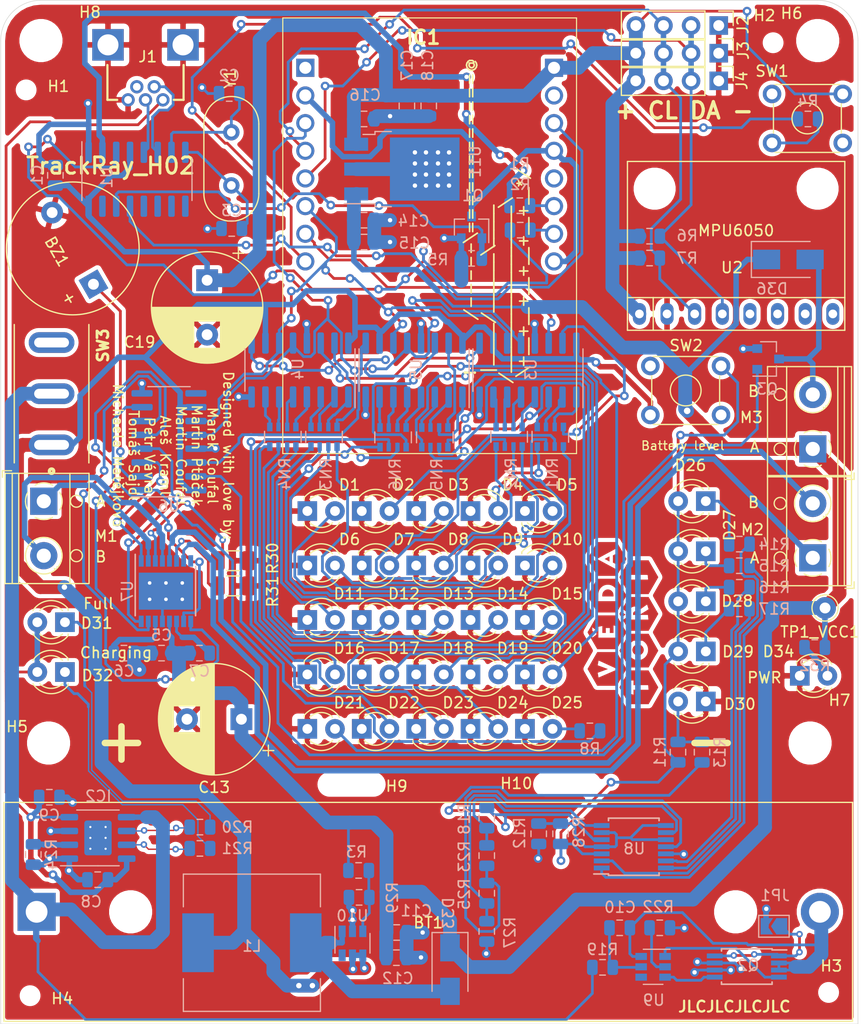
<source format=kicad_pcb>
(kicad_pcb (version 20171130) (host pcbnew "(5.1.6)-1")
  (layers (0 F.Cu signal) (31 B.Cu signal) (34 B.Paste user) (35 F.Paste user) (36 B.SilkS user) (37 F.SilkS user) (38 B.Mask user hide) (39 F.Mask user) (44 Edge.Cuts user))
  (net 0 "")
  (net 1 "Net-(BT1-Pad1)")
  (net 2 "Net-(BT1-Pad2)")
  (net 3 GND)
  (net 4 "Net-(BZ1-Pad1)")
  (net 5 +3V3)
  (net 6 "Net-(C2-Pad1)")
  (net 7 "Net-(C3-Pad1)")
  (net 8 VCC)
  (net 9 "Net-(C6-Pad1)")
  (net 10 "Net-(C7-Pad2)")
  (net 11 +5V)
  (net 12 "Net-(C10-Pad1)")
  (net 13 +BATT)
  (net 14 "Net-(D1-Pad2)")
  (net 15 "Net-(D2-Pad2)")
  (net 16 "Net-(D3-Pad2)")
  (net 17 "Net-(D4-Pad2)")
  (net 18 "Net-(D5-Pad2)")
  (net 19 "Net-(D6-Pad2)")
  (net 20 "Net-(D7-Pad2)")
  (net 21 "Net-(D8-Pad2)")
  (net 22 "Net-(D9-Pad2)")
  (net 23 "Net-(D10-Pad2)")
  (net 24 "Net-(D11-Pad2)")
  (net 25 "Net-(D12-Pad2)")
  (net 26 "Net-(D13-Pad2)")
  (net 27 "Net-(D14-Pad2)")
  (net 28 "Net-(D15-Pad2)")
  (net 29 "Net-(D16-Pad2)")
  (net 30 "Net-(D17-Pad2)")
  (net 31 "Net-(D18-Pad2)")
  (net 32 "Net-(D19-Pad2)")
  (net 33 "Net-(D20-Pad2)")
  (net 34 "Net-(D21-Pad2)")
  (net 35 "Net-(D22-Pad2)")
  (net 36 "Net-(D23-Pad2)")
  (net 37 "Net-(D24-Pad2)")
  (net 38 "Net-(D25-Pad2)")
  (net 39 "Net-(D26-Pad2)")
  (net 40 "Net-(D26-Pad1)")
  (net 41 "Net-(D27-Pad1)")
  (net 42 "Net-(D28-Pad1)")
  (net 43 "Net-(D29-Pad1)")
  (net 44 "Net-(D30-Pad2)")
  (net 45 "Net-(D31-Pad1)")
  (net 46 "Net-(D32-Pad1)")
  (net 47 "Net-(D33-Pad2)")
  (net 48 "Net-(IC1-Pad12)")
  (net 49 REG_LATCH)
  (net 50 SCL)
  (net 51 REG_DAT)
  (net 52 REG_CLK)
  (net 53 SDA)
  (net 54 DTR)
  (net 55 Serial_TX)
  (net 56 Serial_RX)
  (net 57 "Net-(IC2-Pad7)")
  (net 58 "Net-(IC2-Pad6)")
  (net 59 "Net-(IC2-Pad2)")
  (net 60 /D+)
  (net 61 /D-)
  (net 62 "Net-(M1-Pad2)")
  (net 63 "Net-(M1-Pad1)")
  (net 64 "Net-(M2-Pad2)")
  (net 65 "Net-(M2-Pad1)")
  (net 66 "Net-(Q2-Pad5)")
  (net 67 "Net-(Q2-Pad4)")
  (net 68 "Net-(R1-Pad2)")
  (net 69 "Net-(R2-Pad2)")
  (net 70 RTS)
  (net 71 "Net-(R8-Pad2)")
  (net 72 "Net-(R12-Pad1)")
  (net 73 "Net-(R13-Pad1)")
  (net 74 "Net-(R14-Pad1)")
  (net 75 "Net-(R15-Pad1)")
  (net 76 "Net-(R16-Pad1)")
  (net 77 "Net-(R17-Pad1)")
  (net 78 "Net-(R18-Pad1)")
  (net 79 "Net-(R22-Pad2)")
  (net 80 "Net-(R23-Pad1)")
  (net 81 "Net-(R25-Pad1)")
  (net 82 "Net-(R29-Pad1)")
  (net 83 "Net-(U3-Pad9)")
  (net 84 "Net-(U4-Pad9)")
  (net 85 "Net-(U5-Pad9)")
  (net 86 "Net-(U6-Pad7)")
  (net 87 "Net-(U6-Pad6)")
  (net 88 "Net-(U6-Pad5)")
  (net 89 "Net-(U6-Pad4)")
  (net 90 "Net-(U6-Pad3)")
  (net 91 "Net-(Q3-Pad1)")
  (net 92 "Net-(RN1-Pad5)")
  (net 93 "Net-(RN1-Pad6)")
  (net 94 "Net-(RN1-Pad8)")
  (net 95 "Net-(RN1-Pad7)")
  (net 96 "Net-(RN2-Pad5)")
  (net 97 "Net-(RN2-Pad6)")
  (net 98 "Net-(RN2-Pad8)")
  (net 99 "Net-(RN2-Pad7)")
  (net 100 "Net-(RN3-Pad5)")
  (net 101 "Net-(RN3-Pad6)")
  (net 102 "Net-(RN3-Pad8)")
  (net 103 "Net-(RN3-Pad7)")
  (net 104 "Net-(RN4-Pad5)")
  (net 105 "Net-(RN4-Pad6)")
  (net 106 "Net-(RN4-Pad8)")
  (net 107 "Net-(RN4-Pad7)")
  (net 108 "Net-(RN5-Pad5)")
  (net 109 "Net-(RN5-Pad6)")
  (net 110 "Net-(RN5-Pad8)")
  (net 111 "Net-(RN5-Pad7)")
  (net 112 "Net-(RN6-Pad5)")
  (net 113 "Net-(RN6-Pad6)")
  (net 114 "Net-(RN6-Pad8)")
  (net 115 "Net-(RN6-Pad7)")
  (net 116 "Net-(JP1-Pad1)")
  (net 117 "Net-(R30-Pad1)")
  (net 118 "Net-(R31-Pad1)")
  (net 119 "Net-(D34-Pad2)")
  (net 120 "Net-(D36-Pad2)")
  (net 121 SW)
  (net 122 "Net-(R4-Pad1)")
  (module TrackRay_Library:Vedatori_copper_exposed_15mm (layer F.Cu) (at 57.2 57.2 90)
    (fp_text reference . hide)
    (fp_text value . hide)
    (fp_poly (pts (xy -5.880995 -0.319002) (xy -5.868516 -0.313169) (xy -5.851088 -0.304214) (xy -5.829914 -0.292764) (xy -5.806199 -0.279446) (xy -5.79557 -0.273329) (xy -5.769584 -0.258287) (xy -5.744253 -0.243662) (xy -5.721157 -0.230364) (xy -5.701875 -0.219301) (xy -5.687988 -0.211383) (xy -5.685353 -0.209894) (xy -5.67304 -0.202878) (xy -5.654971 -0.192478) (xy -5.632777 -0.179637) (xy -5.608088 -0.1653) (xy -5.582537 -0.150411) (xy -5.578371 -0.147979) (xy -5.553384 -0.133426) (xy -5.529504 -0.119599) (xy -5.508219 -0.107351) (xy -5.491019 -0.097541) (xy -5.479393 -0.091023) (xy -5.477764 -0.090134) (xy -5.466492 -0.083858) (xy -5.449745 -0.074309) (xy -5.429415 -0.062577) (xy -5.407396 -0.04975) (xy -5.396818 -0.043545) (xy -5.376538 -0.031728) (xy -5.358839 -0.021616) (xy -5.345032 -0.013943) (xy -5.336426 -0.009441) (xy -5.334248 -0.008563) (xy -5.329042 -0.006161) (xy -5.320756 -0.000368) (xy -5.320558 -0.000212) (xy -5.310856 0.006431) (xy -5.297072 0.01473) (xy -5.286802 0.020411) (xy -5.272634 0.028131) (xy -5.254163 0.038481) (xy -5.234458 0.049731) (xy -5.225587 0.054872) (xy -5.209672 0.064085) (xy -5.196787 0.071429) (xy -5.188534 0.075998) (xy -5.18636 0.07706) (xy -5.182482 0.079223) (xy -5.173495 0.084867) (xy -5.162455 0.092044) (xy -5.150093 0.099833) (xy -5.140469 0.105251) (xy -5.13605 0.107028) (xy -5.131255 0.109135) (xy -5.120579 0.114923) (xy -5.105438 0.123591) (xy -5.08725 0.13434) (xy -5.080298 0.138524) (xy -5.040673 0.162207) (xy -5.002813 0.184317) (xy -4.968658 0.203731) (xy -4.945805 0.216298) (xy -4.933408 0.223141) (xy -4.915941 0.233001) (xy -4.894794 0.245071) (xy -4.871355 0.258547) (xy -4.847015 0.272622) (xy -4.823162 0.286492) (xy -4.801186 0.299349) (xy -4.782477 0.31039) (xy -4.768423 0.318807) (xy -4.760415 0.323796) (xy -4.760397 0.323807) (xy -4.750434 0.330052) (xy -4.743637 0.333612) (xy -4.742496 0.333929) (xy -4.738061 0.336007) (xy -4.727643 0.341731) (xy -4.712596 0.350333) (xy -4.694274 0.361044) (xy -4.68493 0.36658) (xy -4.661663 0.380313) (xy -4.637284 0.394514) (xy -4.614474 0.407633) (xy -4.595916 0.418119) (xy -4.593663 0.41937) (xy -4.58241 0.425635) (xy -4.569931 0.432665) (xy -4.555443 0.440912) (xy -4.538164 0.450828) (xy -4.51731 0.462864) (xy -4.4921 0.477472) (xy -4.46175 0.495103) (xy -4.425478 0.51621) (xy -4.388168 0.537941) (xy -4.371739 0.547364) (xy -4.357465 0.55528) (xy -4.347377 0.560576) (xy -4.344286 0.561992) (xy -4.343423 0.562626) (xy -4.342628 0.564071) (xy -4.341899 0.56667) (xy -4.341233 0.570763) (xy -4.340628 0.576692) (xy -4.34008 0.584799) (xy -4.339586 0.595424) (xy -4.339145 0.608911) (xy -4.338752 0.6256) (xy -4.338406 0.645832) (xy -4.338102 0.66995) (xy -4.337839 0.698294) (xy -4.337614 0.731207) (xy -4.337423 0.769029) (xy -4.337264 0.812103) (xy -4.337134 0.86077) (xy -4.33703 0.915371) (xy -4.33695 0.976248) (xy -4.33689 1.043743) (xy -4.336847 1.118196) (xy -4.336819 1.19995) (xy -4.336803 1.289347) (xy -4.336796 1.386726) (xy -4.336794 1.459234) (xy -4.336797 1.562357) (xy -4.336807 1.657259) (xy -4.336826 1.744282) (xy -4.336858 1.823766) (xy -4.336906 1.896054) (xy -4.336972 1.961486) (xy -4.337059 2.020405) (xy -4.337171 2.073151) (xy -4.337309 2.120065) (xy -4.337477 2.16149) (xy -4.337678 2.197767) (xy -4.337915 2.229236) (xy -4.33819 2.25624) (xy -4.338506 2.27912) (xy -4.338866 2.298217) (xy -4.339273 2.313872) (xy -4.33973 2.326427) (xy -4.340239 2.336224) (xy -4.340804 2.343603) (xy -4.341427 2.348907) (xy -4.342112 2.352476) (xy -4.34286 2.354652) (xy -4.343675 2.355776) (xy -4.344286 2.35612) (xy -4.34849 2.35783) (xy -4.355137 2.361109) (xy -4.365114 2.366443) (xy -4.379304 2.374321) (xy -4.398592 2.385233) (xy -4.423864 2.399667) (xy -4.442373 2.410281) (xy -4.45775 2.419022) (xy -4.470467 2.426089) (xy -4.478583 2.430412) (xy -4.480213 2.431175) (xy -4.486988 2.435108) (xy -4.490916 2.438044) (xy -4.498046 2.442787) (xy -4.509937 2.449704) (xy -4.520883 2.455637) (xy -4.537059 2.464656) (xy -4.553081 2.474432) (xy -4.561126 2.479806) (xy -4.571549 2.486761) (xy -4.579059 2.491008) (xy -4.580907 2.491623) (xy -4.585561 2.493665) (xy -4.596113 2.499255) (xy -4.611088 2.507584) (xy -4.629012 2.517845) (xy -4.632709 2.519992) (xy -4.670332 2.541891) (xy -4.701323 2.559906) (xy -4.72644 2.574474) (xy -4.746441 2.586035) (xy -4.762084 2.595027) (xy -4.774128 2.601888) (xy -4.782033 2.606333) (xy -4.793035 2.612577) (xy -4.809343 2.621964) (xy -4.828881 2.633294) (xy -4.849577 2.645368) (xy -4.852672 2.64718) (xy -4.873772 2.659449) (xy -4.894444 2.671304) (xy -4.912462 2.68148) (xy -4.925604 2.688713) (xy -4.92675 2.689324) (xy -4.937693 2.695361) (xy -4.954362 2.704849) (xy -4.975133 2.716848) (xy -4.998379 2.730419) (xy -5.021752 2.744196) (xy -5.04415 2.757372) (xy -5.064046 2.768906) (xy -5.080266 2.778131) (xy -5.091638 2.784379) (xy -5.096986 2.786985) (xy -5.097177 2.787021) (xy -5.1026 2.789541) (xy -5.107062 2.792957) (xy -5.114376 2.798117) (xy -5.126393 2.805401) (xy -5.137368 2.81152) (xy -5.15175 2.81941) (xy -5.170406 2.829885) (xy -5.190228 2.841194) (xy -5.198988 2.846256) (xy -5.214909 2.855439) (xy -5.227798 2.862759) (xy -5.236048 2.867309) (xy -5.238215 2.868363) (xy -5.242093 2.870526) (xy -5.25108 2.87617) (xy -5.26212 2.883347) (xy -5.274628 2.891154) (xy -5.284563 2.896575) (xy -5.289308 2.898331) (xy -5.294965 2.900574) (xy -5.305236 2.906409) (xy -5.315993 2.913315) (xy -5.327815 2.92111) (xy -5.336504 2.926529) (xy -5.33992 2.928299) (xy -5.343964 2.930357) (xy -5.354214 2.936084) (xy -5.369496 2.944809) (xy -5.388632 2.95586) (xy -5.41045 2.968568) (xy -5.411137 2.96897) (xy -5.433054 2.981724) (xy -5.452364 2.99284) (xy -5.467884 3.001646) (xy -5.478429 3.007469) (xy -5.482812 3.009639) (xy -5.482834 3.009641) (xy -5.487326 3.011688) (xy -5.496984 3.017044) (xy -5.509181 3.02423) (xy -5.524683 3.033479) (xy -5.545039 3.045479) (xy -5.56862 3.059287) (xy -5.593798 3.073954) (xy -5.618942 3.088536) (xy -5.642423 3.102086) (xy -5.662613 3.113659) (xy -5.67788 3.122308) (xy -5.683213 3.12527) (xy -5.695679 3.132226) (xy -5.71327 3.142207) (xy -5.734516 3.15436) (xy -5.757941 3.167834) (xy -5.782075 3.181776) (xy -5.805443 3.195336) (xy -5.826573 3.207659) (xy -5.843992 3.217896) (xy -5.856227 3.225195) (xy -5.860107 3.22758) (xy -5.870115 3.232925) (xy -5.879961 3.235467) (xy -5.890928 3.234855) (xy -5.904296 3.230742) (xy -5.921347 3.222777) (xy -5.943361 3.210612) (xy -5.961487 3.199961) (xy -5.982566 3.187461) (xy -6.001787 3.176163) (xy -6.017625 3.166956) (xy -6.028557 3.160728) (xy -6.032126 3.15879) (xy -6.041778 3.153459) (xy -6.055103 3.14563) (xy -6.064234 3.14007) (xy -6.078569 3.131437) (xy -6.092112 3.123668) (xy -6.098483 3.120233) (xy -6.10681 3.115707) (xy -6.120776 3.107848) (xy -6.138631 3.097648) (xy -6.158626 3.086105) (xy -6.164841 3.082493) (xy -6.186387 3.070018) (xy -6.207532 3.057892) (xy -6.226096 3.047359) (xy -6.239895 3.039663) (xy -6.241902 3.038568) (xy -6.255562 3.030802) (xy -6.266845 3.02376) (xy -6.272207 3.019857) (xy -6.278641 3.015036) (xy -6.281225 3.013922) (xy -6.285639 3.011897) (xy -6.295767 3.00643) (xy -6.309948 2.998434) (xy -6.321559 2.991728) (xy -6.395761 2.949138) (xy -6.431619 2.92906) (xy -6.446549 2.920643) (xy -6.464864 2.91012) (xy -6.48471 2.898581) (xy -6.504234 2.887113) (xy -6.52158 2.876805) (xy -6.534894 2.868744) (xy -6.541581 2.864523) (xy -6.550783 2.858944) (xy -6.564621 2.851165) (xy -6.580102 2.84287) (xy -6.580112 2.842865) (xy -6.595599 2.834528) (xy -6.609444 2.826645) (xy -6.618642 2.820927) (xy -6.625274 2.81679) (xy -6.638195 2.809119) (xy -6.65624 2.798592) (xy -6.678241 2.785886) (xy -6.703034 2.771679) (xy -6.721389 2.761224) (xy -6.750418 2.744692) (xy -6.780229 2.727646) (xy -6.808958 2.711157) (xy -6.834745 2.696295) (xy -6.855725 2.684128) (xy -6.862667 2.680073) (xy -6.883848 2.667737) (xy -6.905056 2.655519) (xy -6.923818 2.644834) (xy -6.937587 2.637141) (xy -6.952466 2.628643) (xy -6.965675 2.62051) (xy -6.973483 2.615138) (xy -6.98231 2.609438) (xy -6.988525 2.607214) (xy -6.994401 2.604965) (xy -7.004837 2.599115) (xy -7.015606 2.59223) (xy -7.027431 2.584434) (xy -7.036127 2.579015) (xy -7.039551 2.577246) (xy -7.043724 2.57523) (xy -7.053651 2.569789) (xy -7.067697 2.56183) (xy -7.07932 2.555123) (xy -7.104253 2.540641) (xy -7.122898 2.529829) (xy -7.136365 2.522049) (xy -7.145768 2.516664) (xy -7.152218 2.513037) (xy -7.156827 2.510531) (xy -7.160206 2.508766) (xy -7.169514 2.503671) (xy -7.181475 2.496762) (xy -7.183752 2.495409) (xy -7.188579 2.492547) (xy -7.195238 2.48864) (xy -7.204387 2.483307) (xy -7.216683 2.476169) (xy -7.232783 2.466844) (xy -7.253342 2.454953) (xy -7.279019 2.440116) (xy -7.310469 2.421952) (xy -7.34835 2.400082) (xy -7.369982 2.387595) (xy -7.386292 2.37816) (xy -7.401592 2.369277) (xy -7.412869 2.362696) (xy -7.413863 2.362112) (xy -7.427777 2.353928) (xy -7.427777 0.971818) (xy -6.568267 0.971818) (xy -6.113467 0.971818) (xy -6.113467 2.354626) (xy -6.101229 2.354626) (xy -6.094581 2.35423) (xy -6.080305 2.353094) (xy -6.059294 2.3513) (xy -6.032445 2.348925) (xy -6.000652 2.346052) (xy -5.964809 2.34276) (xy -5.92581 2.339128) (xy -5.886102 2.335384) (xy -5.845293 2.33152) (xy -5.807094 2.327913) (xy -5.77235 2.324644) (xy -5.741904 2.321791) (xy -5.716603 2.319433) (xy -5.697289 2.317649) (xy -5.684808 2.316518) (xy -5.680004 2.316119) (xy -5.680002 2.316119) (xy -5.679643 2.311911) (xy -5.679295 2.299599) (xy -5.678961 2.27964) (xy -5.678642 2.25249) (xy -5.678342 2.218608) (xy -5.678061 2.178451) (xy -5.677802 2.132476) (xy -5.677568 2.081142) (xy -5.67736 2.024904) (xy -5.677182 1.964222) (xy -5.677034 1.899551) (xy -5.676919 1.831351) (xy -5.676839 1.760078) (xy -5.676797 1.686189) (xy -5.676791 1.643957) (xy -5.676791 0.971818) (xy -5.252958 0.971818) (xy -5.252958 0.569391) (xy -5.855529 0.569442) (xy -6.458099 0.569493) (xy -6.51067 0.761023) (xy -6.521453 0.800318) (xy -6.531599 0.83731) (xy -6.54087 0.871133) (xy -6.54903 0.900921) (xy -6.55584 0.925806) (xy -6.561064 0.944922) (xy -6.564464 0.957401) (xy -6.565754 0.962186) (xy -6.568267 0.971818) (xy -7.427777 0.971818) (xy -7.427777 0.562829) (xy -7.403161 0.548056) (xy -7.386915 0.538519) (xy -7.367174 0.527231) (xy -7.347978 0.5165) (xy -7.346435 0.515652) (xy -7.327553 0.505111) (xy -7.305252 0.492407) (xy -7.283454 0.479781) (xy -7.276867 0.475911) (xy -7.244365 0.456736) (xy -7.218261 0.441364) (xy -7.197585 0.429231) (xy -7.181368 0.419776) (xy -7.168641 0.412436) (xy -7.158435 0.40665) (xy -7.14978 0.401856) (xy -7.141708 0.39749) (xy -7.140941 0.39708) (xy -7.125301 0.388433) (xy -7.110203 0.379621) (xy -7.102411 0.374788) (xy -7.094329 0.36984) (xy -7.080347 0.361572) (xy -7.062021 0.350878) (xy -7.040903 0.338653) (xy -7.018548 0.325791) (xy -6.996509 0.313187) (xy -6.97634 0.301735) (xy -6.959596 0.29233) (xy -6.949531 0.286783) (xy -6.94071 0.281858) (xy -6.925431 0.273166) (xy -6.904634 0.261251) (xy -6.879261 0.246656) (xy -6.850251 0.229923) (xy -6.818546 0.211595) (xy -6.785085 0.192217) (xy -6.75081 0.172329) (xy -6.716661 0.152477) (xy -6.692648 0.138491) (xy -6.66632 0.123173) (xy -6.641433 0.108749) (xy -6.619273 0.095961) (xy -6.601124 0.085549) (xy -6.588272 0.078253) (xy -6.583479 0.075592) (xy -6.571714 0.069043) (xy -6.555243 0.059661) (xy -6.536729 0.04897) (xy -6.526597 0.043057) (xy -6.506863 0.031556) (xy -6.482938 0.017705) (xy -6.458074 0.003384) (xy -6.438834 -0.00764) (xy -6.418842 -0.019102) (xy -6.393729 -0.033567) (xy -6.365767 -0.049722) (xy -6.337229 -0.066255) (xy -6.313645 -0.079956) (xy -6.290684 -0.093256) (xy -6.270291 -0.104953) (xy -6.253599 -0.114406) (xy -6.241742 -0.120975) (xy -6.235855 -0.124018) (xy -6.235448 -0.124153) (xy -6.230946 -0.126291) (xy -6.221465 -0.131855) (xy -6.210797 -0.138536) (xy -6.197708 -0.146637) (xy -6.17974 -0.15736) (xy -6.159498 -0.169165) (xy -6.143803 -0.178136) (xy -6.120776 -0.191171) (xy -6.103565 -0.200956) (xy -6.090528 -0.208448) (xy -6.080023 -0.214601) (xy -6.070407 -0.220373) (xy -6.060039 -0.226719) (xy -6.054537 -0.230112) (xy -6.042287 -0.237417) (xy -6.033043 -0.242456) (xy -6.029225 -0.244025) (xy -6.024318 -0.246108) (xy -6.014674 -0.251459) (xy -6.006814 -0.256193) (xy -5.978572 -0.273376) (xy -5.952318 -0.288754) (xy -5.929077 -0.301768) (xy -5.909875 -0.311864) (xy -5.895735 -0.318483) (xy -5.887684 -0.32107) (xy -5.88732 -0.321086) (xy -5.880995 -0.319002)) (layer F.Cu) (width 0.01))
    (fp_poly (pts (xy -2.504626 -0.319077) (xy -2.491699 -0.313815) (xy -2.477286 -0.306567) (xy -2.461318 -0.297808) (xy -2.446011 -0.289485) (xy -2.435972 -0.284091) (xy -2.425899 -0.278498) (xy -2.41953 -0.274513) (xy -2.418847 -0.273952) (xy -2.414006 -0.270866) (xy -2.404329 -0.265655) (xy -2.399579 -0.263249) (xy -2.388322 -0.256872) (xy -2.380458 -0.25101) (xy -2.379031 -0.249377) (xy -2.372265 -0.244863) (xy -2.367258 -0.244025) (xy -2.360412 -0.242528) (xy -2.358908 -0.240537) (xy -2.355486 -0.236463) (xy -2.347048 -0.230887) (xy -2.344994 -0.229775) (xy -2.332149 -0.222804) (xy -2.317521 -0.214521) (xy -2.313956 -0.212444) (xy -2.300772 -0.204873) (xy -2.284147 -0.195553) (xy -2.271145 -0.188397) (xy -2.257906 -0.180928) (xy -2.247907 -0.174805) (xy -2.243317 -0.171357) (xy -2.238574 -0.167879) (xy -2.228615 -0.162136) (xy -2.219771 -0.157503) (xy -2.195622 -0.145113) (xy -2.178418 -0.135841) (xy -2.168488 -0.129866) (xy -2.16626 -0.128069) (xy -2.161627 -0.124846) (xy -2.151716 -0.118966) (xy -2.14057 -0.112745) (xy -2.124418 -0.103744) (xy -2.108275 -0.094421) (xy -2.099899 -0.089399) (xy -2.085282 -0.08082) (xy -2.0686 -0.071592) (xy -2.062439 -0.06834) (xy -2.051096 -0.061916) (xy -2.043714 -0.056678) (xy -2.042104 -0.054592) (xy -2.038523 -0.051944) (xy -2.033847 -0.051374) (xy -2.023897 -0.04859) (xy -2.019934 -0.045784) (xy -2.012969 -0.040529) (xy -2.001631 -0.033464) (xy -1.995011 -0.029729) (xy -1.983602 -0.023355) (xy -1.975639 -0.018578) (xy -1.973606 -0.017125) (xy -1.968899 -0.013758) (xy -1.958675 -0.007773) (xy -1.942189 0.001253) (xy -1.922232 0.011874) (xy -1.907601 0.019861) (xy -1.895417 0.026983) (xy -1.888196 0.031766) (xy -1.887983 0.03194) (xy -1.881105 0.03652) (xy -1.869102 0.043471) (xy -1.854507 0.051332) (xy -1.853734 0.051734) (xy -1.839875 0.059135) (xy -1.829242 0.065223) (xy -1.823933 0.068792) (xy -1.823766 0.068976) (xy -1.819136 0.072402) (xy -1.809102 0.078642) (xy -1.7958 0.086453) (xy -1.781364 0.09459) (xy -1.767931 0.101809) (xy -1.76383 0.103904) (xy -1.753736 0.109499) (xy -1.740675 0.117396) (xy -1.735017 0.120992) (xy -1.72393 0.127748) (xy -1.715726 0.131985) (xy -1.713373 0.132715) (xy -1.708016 0.135061) (xy -1.698818 0.140942) (xy -1.695093 0.143616) (xy -1.682698 0.151786) (xy -1.666875 0.160935) (xy -1.657011 0.166092) (xy -1.643028 0.173626) (xy -1.631312 0.180982) (xy -1.625972 0.185159) (xy -1.618308 0.190936) (xy -1.61354 0.192651) (xy -1.607515 0.194894) (xy -1.597308 0.200626) (xy -1.590396 0.205078) (xy -1.577651 0.212981) (xy -1.566135 0.218979) (xy -1.561948 0.220639) (xy -1.553374 0.224259) (xy -1.549773 0.226986) (xy -1.545212 0.230396) (xy -1.535038 0.236555) (xy -1.52124 0.244274) (xy -1.517664 0.246197) (xy -1.50256 0.254502) (xy -1.489887 0.261909) (xy -1.482013 0.267024) (xy -1.481275 0.267605) (xy -1.473989 0.27247) (xy -1.462053 0.279247) (xy -1.45268 0.284126) (xy -1.440159 0.290889) (xy -1.430973 0.296756) (xy -1.427811 0.299598) (xy -1.421725 0.303264) (xy -1.416805 0.303961) (xy -1.409973 0.305346) (xy -1.40848 0.307171) (xy -1.404971 0.310645) (xy -1.395815 0.316581) (xy -1.383864 0.323226) (xy -1.368521 0.331587) (xy -1.354285 0.33993) (xy -1.346419 0.344979) (xy -1.335466 0.351777) (xy -1.320529 0.360073) (xy -1.308959 0.366014) (xy -1.296273 0.372779) (xy -1.287385 0.378503) (xy -1.284342 0.381721) (xy -1.280766 0.384674) (xy -1.276137 0.385302) (xy -1.268638 0.386753) (xy -1.266504 0.388513) (xy -1.261861 0.392913) (xy -1.252085 0.399598) (xy -1.23973 0.407076) (xy -1.227347 0.413855) (xy -1.217489 0.418443) (xy -1.213419 0.419551) (xy -1.2079 0.421417) (xy -1.207282 0.422859) (xy -1.203844 0.426705) (xy -1.195221 0.432402) (xy -1.191227 0.434606) (xy -1.179982 0.4408) (xy -1.164326 0.449783) (xy -1.147159 0.459884) (xy -1.142461 0.462694) (xy -1.125913 0.472353) (xy -1.110524 0.480852) (xy -1.09893 0.486749) (xy -1.096438 0.487856) (xy -1.08742 0.492593) (xy -1.083176 0.496793) (xy -1.083129 0.497131) (xy -1.079568 0.500269) (xy -1.075221 0.500893) (xy -1.066536 0.503611) (xy -1.057026 0.51001) (xy -1.045851 0.518197) (xy -1.032653 0.525722) (xy -1.031755 0.52615) (xy -1.018317 0.53307) (xy -1.003396 0.541613) (xy -0.999646 0.543917) (xy -0.98734 0.55148) (xy -0.976748 0.557727) (xy -0.97396 0.559283) (xy -0.972975 0.559892) (xy -0.972069 0.560843) (xy -0.971238 0.562479) (xy -0.970479 0.565144) (xy -0.969789 0.56918) (xy -0.969165 0.574931) (xy -0.968602 0.582741) (xy -0.968099 0.592953) (xy -0.967651 0.605911) (xy -0.967256 0.621957) (xy -0.96691 0.641435) (xy -0.966609 0.664689) (xy -0.966352 0.692061) (xy -0.966134 0.723896) (xy -0.965951 0.760537) (xy -0.965802 0.802326) (xy -0.965682 0.849608) (xy -0.965589 0.902726) (xy -0.965518 0.962023) (xy -0.965468 1.027843) (xy -0.965434 1.100528) (xy -0.965413 1.180423) (xy -0.965402 1.267871) (xy -0.965398 1.363215) (xy -0.965397 1.460335) (xy -0.965418 1.57884) (xy -0.965479 1.689025) (xy -0.965581 1.790873) (xy -0.965724 1.884365) (xy -0.965907 1.969484) (xy -0.96613 2.046211) (xy -0.966394 2.114529) (xy -0.966699 2.17442) (xy -0.967043 2.225866) (xy -0.967428 2.268849) (xy -0.967853 2.303351) (xy -0.968318 2.329354) (xy -0.968822 2.346841) (xy -0.969367 2.355793) (xy -0.969678 2.357072) (xy -0.977537 2.359296) (xy -0.98702 2.363885) (xy -0.994774 2.368989) (xy -0.997506 2.372438) (xy -1.001088 2.375384) (xy -1.005855 2.376032) (xy -1.014811 2.379425) (xy -1.018569 2.383524) (xy -1.022072 2.388138) (xy -1.023062 2.387651) (xy -1.026247 2.387774) (xy -1.034174 2.391921) (xy -1.03917 2.395143) (xy -1.049886 2.401741) (xy -1.058085 2.405593) (xy -1.059999 2.406) (xy -1.066592 2.408453) (xy -1.075105 2.414067) (xy -1.083859 2.420001) (xy -1.097479 2.428203) (xy -1.113215 2.437024) (xy -1.115283 2.438136) (xy -1.130441 2.446523) (xy -1.143224 2.454102) (xy -1.151229 2.459437) (xy -1.151964 2.460037) (xy -1.158596 2.464845) (xy -1.161382 2.465936) (xy -1.166141 2.468144) (xy -1.175511 2.473817) (xy -1.183071 2.478779) (xy -1.195039 2.486059) (xy -1.20496 2.490714) (xy -1.20876 2.491623) (xy -1.216767 2.494773) (xy -1.218842 2.49708) (xy -1.224151 2.501638) (xy -1.234916 2.508517) (xy -1.248891 2.516293) (xy -1.250093 2.516918) (xy -1.268199 2.526729) (xy -1.287058 2.537653) (xy -1.300052 2.54571) (xy -1.312331 2.553314) (xy -1.321915 2.558536) (xy -1.326154 2.560121) (xy -1.33194 2.562687) (xy -1.339997 2.568683) (xy -1.348855 2.574835) (xy -1.355636 2.577246) (xy -1.360903 2.579513) (xy -1.361403 2.581062) (xy -1.364962 2.584982) (xy -1.373853 2.590137) (xy -1.377457 2.591786) (xy -1.393537 2.599386) (xy -1.406249 2.606676) (xy -1.412776 2.611816) (xy -1.417389 2.614806) (xy -1.427619 2.62045) (xy -1.441401 2.627618) (xy -1.443815 2.628839) (xy -1.457643 2.636214) (xy -1.467866 2.64244) (xy -1.472591 2.646349) (xy -1.472712 2.646713) (xy -1.476196 2.64965) (xy -1.479171 2.650025) (xy -1.486194 2.652406) (xy -1.496906 2.658477) (xy -1.50336 2.662868) (xy -1.514052 2.670208) (xy -1.521901 2.674857) (xy -1.524192 2.675712) (xy -1.529275 2.677778) (xy -1.539733 2.683262) (xy -1.553743 2.691092) (xy -1.569481 2.700198) (xy -1.585123 2.709508) (xy -1.598844 2.717951) (xy -1.608822 2.724455) (xy -1.613231 2.727949) (xy -1.613276 2.728034) (xy -1.618204 2.731111) (xy -1.620554 2.731367) (xy -1.627215 2.73363) (xy -1.637929 2.73943) (xy -1.645434 2.74421) (xy -1.656835 2.751425) (xy -1.665563 2.756084) (xy -1.668553 2.757053) (xy -1.67419 2.759379) (xy -1.68385 2.765281) (xy -1.689338 2.769083) (xy -1.702697 2.777815) (xy -1.719394 2.787545) (xy -1.730651 2.793524) (xy -1.743308 2.80039) (xy -1.752192 2.806137) (xy -1.755267 2.809321) (xy -1.75885 2.812103) (xy -1.763577 2.812708) (xy -1.771804 2.814721) (xy -1.774592 2.817085) (xy -1.77957 2.821097) (xy -1.790024 2.827412) (xy -1.803695 2.834667) (xy -1.803742 2.83469) (xy -1.818133 2.842212) (xy -1.830025 2.849005) (xy -1.836609 2.853425) (xy -1.843608 2.858251) (xy -1.855499 2.865384) (xy -1.8682 2.872456) (xy -1.882151 2.88037) (xy -1.893598 2.887608) (xy -1.899544 2.892156) (xy -1.907412 2.897327) (xy -1.911645 2.898331) (xy -1.918492 2.900627) (xy -1.929519 2.906463) (xy -1.942041 2.91426) (xy -1.953372 2.922439) (xy -1.95523 2.923958) (xy -1.963821 2.927939) (xy -1.96679 2.928299) (xy -1.974703 2.931517) (xy -1.976604 2.933654) (xy -1.982212 2.938494) (xy -1.992801 2.944998) (xy -2.000363 2.948939) (xy -2.011776 2.955202) (xy -2.019154 2.960577) (xy -2.020698 2.962848) (xy -2.024273 2.966123) (xy -2.028955 2.966829) (xy -2.038945 2.969745) (xy -2.043211 2.972829) (xy -2.050154 2.977982) (xy -2.061909 2.985103) (xy -2.072415 2.990806) (xy -2.085041 2.997578) (xy -2.094304 3.00302) (xy -2.097759 3.005551) (xy -2.099618 3.007326) (xy -2.10354 3.009887) (xy -2.110777 3.013919) (xy -2.122581 3.020106) (xy -2.140205 3.02913) (xy -2.150715 3.034475) (xy -2.164475 3.041805) (xy -2.17484 3.047965) (xy -2.179767 3.051733) (xy -2.179887 3.051942) (xy -2.184178 3.055451) (xy -2.193961 3.061202) (xy -2.204787 3.066787) (xy -2.226582 3.07786) (xy -2.240734 3.086057) (xy -2.24759 3.09158) (xy -2.247598 3.09159) (xy -2.252106 3.094704) (xy -2.262369 3.100724) (xy -2.276551 3.108589) (xy -2.283988 3.11259) (xy -2.29937 3.120949) (xy -2.311688 3.127948) (xy -2.319108 3.13253) (xy -2.320378 3.133543) (xy -2.324934 3.136628) (xy -2.335207 3.142492) (xy -2.349272 3.15005) (xy -2.354627 3.152839) (xy -2.369558 3.160781) (xy -2.381352 3.167476) (xy -2.388083 3.171815) (xy -2.388876 3.172558) (xy -2.393501 3.17602) (xy -2.403555 3.182076) (xy -2.416703 3.18933) (xy -2.434043 3.198696) (xy -2.454263 3.20984) (xy -2.471937 3.219759) (xy -2.492263 3.230136) (xy -2.50867 3.235044) (xy -2.523742 3.234585) (xy -2.540062 3.228862) (xy -2.551559 3.222926) (xy -2.564201 3.215614) (xy -2.573553 3.209638) (xy -2.577246 3.206644) (xy -2.581954 3.203139) (xy -2.592023 3.197295) (xy -2.602933 3.191572) (xy -2.617496 3.183783) (xy -2.630347 3.17612) (xy -2.636615 3.171804) (xy -2.644921 3.166877) (xy -2.650529 3.166213) (xy -2.654111 3.165672) (xy -2.654307 3.164514) (xy -2.657765 3.159817) (xy -2.661799 3.157661) (xy -2.672357 3.152787) (xy -2.685584 3.145598) (xy -2.697485 3.138342) (xy -2.702419 3.134816) (xy -2.708966 3.130305) (xy -2.720787 3.123251) (xy -2.738645 3.113215) (xy -2.763303 3.099759) (xy -2.765616 3.098508) (xy -2.778953 3.091079) (xy -2.78963 3.084729) (xy -2.794514 3.08144) (xy -2.799098 3.079089) (xy -2.799865 3.079922) (xy -2.802511 3.079422) (xy -2.808912 3.074323) (xy -2.809261 3.074) (xy -2.820162 3.066251) (xy -2.832807 3.06013) (xy -2.842209 3.055918) (xy -2.846853 3.052244) (xy -2.846958 3.051817) (xy -2.850474 3.048344) (xy -2.859586 3.042617) (xy -2.869434 3.037355) (xy -2.882954 3.030129) (xy -2.894022 3.023422) (xy -2.898669 3.020005) (xy -2.906453 3.014998) (xy -2.910545 3.013922) (xy -2.916574 3.011637) (xy -2.927057 3.005702) (xy -2.937446 2.998938) (xy -2.949708 2.990995) (xy -2.959531 2.985517) (xy -2.964099 2.983835) (xy -2.970143 2.981347) (xy -2.98002 2.975158) (xy -2.985787 2.970991) (xy -2.996308 2.963581) (xy -3.004222 2.958994) (xy -3.006468 2.958267) (xy -3.011816 2.956054) (xy -3.021898 2.95029) (xy -3.032905 2.943283) (xy -3.045784 2.935403) (xy -3.05658 2.929975) (xy -3.062172 2.928299) (xy -3.068904 2.926361) (xy -3.070291 2.924744) (xy -3.074492 2.921163) (xy -3.084363 2.914842) (xy -3.097975 2.906996) (xy -3.101686 2.904965) (xy -3.116766 2.896566) (xy -3.129428 2.889091) (xy -3.137314 2.883938) (xy -3.138075 2.88334) (xy -3.147674 2.877504) (xy -3.153375 2.875242) (xy -3.163631 2.870249) (xy -3.170718 2.865103) (xy -3.184732 2.854671) (xy -3.197759 2.848259) (xy -3.204375 2.846957) (xy -3.210116 2.845109) (xy -3.210855 2.843519) (xy -3.21438 2.839901) (xy -3.223469 2.83419) (xy -3.232194 2.829605) (xy -3.243915 2.823326) (xy -3.251694 2.818154) (xy -3.2536 2.815919) (xy -3.256951 2.812785) (xy -3.257864 2.812708) (xy -3.263449 2.810552) (xy -3.273766 2.804941) (xy -3.284621 2.798319) (xy -3.298158 2.79015) (xy -3.31006 2.783762) (xy -3.316305 2.781068) (xy -3.326384 2.776095) (xy -3.335154 2.76977) (xy -3.344645 2.763618) (xy -3.352431 2.761335) (xy -3.359607 2.759767) (xy -3.361408 2.758124) (xy -3.366225 2.753279) (xy -3.375869 2.746429) (xy -3.387471 2.739326) (xy -3.398166 2.733722) (xy -3.405084 2.731369) (xy -3.405198 2.731367) (xy -3.411647 2.729344) (xy -3.412782 2.72793) (xy -3.417128 2.723896) (xy -3.426716 2.717279) (xy -3.439206 2.709478) (xy -3.452261 2.70189) (xy -3.463541 2.695913) (xy -3.470706 2.692946) (xy -3.471494 2.692836) (xy -3.476058 2.690218) (xy -3.476285 2.689075) (xy -3.479854 2.68515) (xy -3.488604 2.68045) (xy -3.490199 2.679792) (xy -3.502282 2.674018) (xy -3.516703 2.665819) (xy -3.522732 2.662007) (xy -3.53424 2.654825) (xy -3.543179 2.649957) (xy -3.546111 2.648813) (xy -3.553889 2.645459) (xy -3.555319 2.64447) (xy -3.566102 2.636774) (xy -3.57953 2.627978) (xy -3.59346 2.619385) (xy -3.605745 2.612298) (xy -3.614239 2.608019) (xy -3.616483 2.607335) (xy -3.622626 2.604915) (xy -3.633056 2.598771) (xy -3.642681 2.59223) (xy -3.655033 2.584152) (xy -3.665475 2.578712) (xy -3.670518 2.577246) (xy -3.676571 2.575506) (xy -3.677499 2.573789) (xy -3.681005 2.570346) (xy -3.690403 2.563994) (xy -3.704017 2.555826) (xy -3.71204 2.551313) (xy -3.738973 2.536457) (xy -3.75938 2.525122) (xy -3.774252 2.516731) (xy -3.784583 2.510707) (xy -3.791364 2.506471) (xy -3.795586 2.503448) (xy -3.798048 2.501255) (xy -3.806819 2.496537) (xy -3.811071 2.495904) (xy -3.817554 2.494354) (xy -3.818777 2.492543) (xy -3.822288 2.489007) (xy -3.831463 2.483064) (xy -3.843393 2.476489) (xy -3.858276 2.468574) (xy -3.871619 2.461071) (xy -3.878884 2.456652) (xy -3.88836 2.450839) (xy -3.902166 2.442844) (xy -3.915273 2.435524) (xy -3.929165 2.42755) (xy -3.940475 2.42041) (xy -3.946446 2.41591) (xy -3.955444 2.411047) (xy -3.96036 2.410281) (xy -3.967155 2.40885) (xy -3.968617 2.406981) (xy -3.972093 2.403326) (xy -3.981028 2.397465) (xy -3.988952 2.393067) (xy -4.004861 2.384325) (xy -4.021012 2.374792) (xy -4.026412 2.371401) (xy -4.038303 2.364159) (xy -4.048263 2.35882) (xy -4.051028 2.357622) (xy -4.051891 2.357003) (xy -4.052685 2.355572) (xy -4.053414 2.352989) (xy -4.054079 2.348912) (xy -4.054684 2.343) (xy -4.055231 2.334912) (xy -4.055725 2.324307) (xy -4.056166 2.310845) (xy -4.056559 2.294183) (xy -4.056905 2.273981) (xy -4.057209 2.249898) (xy -4.057472 2.221592) (xy -4.057698 2.188723) (xy -4.057889 2.15095) (xy -4.058048 2.107931) (xy -4.058178 2.059325) (xy -4.058283 2.004792) (xy -4.058364 1.94399) (xy -4.058424 1.876578) (xy -4.058467 1.802216) (xy -4.058495 1.720561) (xy -4.058512 1.631274) (xy -4.058519 1.534012) (xy -4.05852 1.458361) (xy -4.058519 1.384948) (xy -3.391721 1.384948) (xy -3.388806 1.465765) (xy -3.379809 1.541865) (xy -3.364348 1.614915) (xy -3.342042 1.686587) (xy -3.31251 1.758549) (xy -3.300895 1.783094) (xy -3.258304 1.860752) (xy -3.209042 1.933314) (xy -3.153541 2.000474) (xy -3.092229 2.061922) (xy -3.025537 2.117349) (xy -2.953895 2.166447) (xy -2.877732 2.208907) (xy -2.797478 2.244421) (xy -2.713564 2.27268) (xy -2.626419 2.293375) (xy -2.579387 2.301127) (xy -2.55546 2.303544) (xy -2.525192 2.30517) (xy -2.49046 2.306031) (xy -2.45314 2.306156) (xy -2.41511 2.305572) (xy -2.378246 2.304306) (xy -2.344424 2.302387) (xy -2.315523 2.299842) (xy -2.294691 2.296935) (xy -2.203601 2.276298) (xy -2.116642 2.248326) (xy -2.034065 2.213193) (xy -1.95612 2.171073) (xy -1.883056 2.12214) (xy -1.815126 2.066568) (xy -1.752578 2.004533) (xy -1.695662 1.936207) (xy -1.64463 1.861765) (xy -1.626997 1.832197) (xy -1.601146 1.787114) (xy -1.601146 0.982783) (xy -1.626997 0.9377) (xy -1.675735 0.861036) (xy -1.730469 0.790398) (xy -1.790937 0.725968) (xy -1.856879 0.667929) (xy -1.928032 0.616461) (xy -2.004135 0.571748) (xy -2.084926 0.533971) (xy -2.170144 0.503313) (xy -2.259527 0.479955) (xy -2.294691 0.473002) (xy -2.321926 0.469212) (xy -2.355598 0.466292) (xy -2.393622 0.464278) (xy -2.433913 0.463202) (xy -2.474387 0.4631) (xy -2.512959 0.464004) (xy -2.547544 0.465949) (xy -2.572392 0.468466) (xy -2.660355 0.484159) (xy -2.745634 0.507579) (xy -2.827747 0.538394) (xy -2.906211 0.576268) (xy -2.980543 0.620866) (xy -3.050261 0.671855) (xy -3.114882 0.7289) (xy -3.173923 0.791667) (xy -3.226902 0.859821) (xy -3.273336 0.933028) (xy -3.291558 0.966732) (xy -3.326599 1.04233) (xy -3.35378 1.117747) (xy -3.373421 1.194318) (xy -3.385841 1.273378) (xy -3.39136 1.356261) (xy -3.391721 1.384948) (xy -4.058519 1.384948) (xy -4.058518 1.35511) (xy -4.058508 1.26008) (xy -4.058489 1.17293) (xy -4.058457 1.09332) (xy -4.058409 1.020908) (xy -4.058344 0.955353) (xy -4.058257 0.896315) (xy -4.058145 0.843452) (xy -4.058007 0.796423) (xy -4.05784 0.754888) (xy -4.05764 0.718505) (xy -4.057404 0.686934) (xy -4.05713 0.659833) (xy -4.056815 0.636861) (xy -4.056456 0.617678) (xy -4.05605 0.601942) (xy -4.055595 0.589313) (xy -4.055087 0.579449) (xy -4.054524 0.57201) (xy -4.053903 0.566654) (xy -4.053221 0.563041) (xy -4.052475 0.560829) (xy -4.051663 0.559678) (xy -4.051028 0.559312) (xy -4.041329 0.554883) (xy -4.030646 0.548563) (xy -4.024271 0.543704) (xy -4.019771 0.540919) (xy -4.009437 0.535193) (xy -3.995049 0.527499) (xy -3.985741 0.52262) (xy -3.969828 0.514156) (xy -3.956964 0.506977) (xy -3.948935 0.502097) (xy -3.947211 0.500739) (xy -3.942666 0.497442) (xy -3.932528 0.491324) (xy -3.918772 0.483566) (xy -3.915102 0.481564) (xy -3.896934 0.471375) (xy -3.878251 0.460352) (xy -3.863285 0.451) (xy -3.851184 0.443417) (xy -3.841876 0.438224) (xy -3.837936 0.436676) (xy -3.832174 0.434146) (xy -3.827676 0.430768) (xy -3.820779 0.425959) (xy -3.808688 0.418618) (xy -3.793794 0.410186) (xy -3.790949 0.408636) (xy -3.77671 0.400599) (xy -3.765738 0.39379) (xy -3.759959 0.38942) (xy -3.759554 0.388857) (xy -3.754631 0.385553) (xy -3.752436 0.385302) (xy -3.746076 0.383074) (xy -3.735209 0.377274) (xy -3.723993 0.370318) (xy -3.71135 0.362494) (xy -3.701133 0.357072) (xy -3.696097 0.355334) (xy -3.689121 0.352556) (xy -3.684401 0.348781) (xy -3.677237 0.34342) (xy -3.665185 0.336058) (xy -3.653057 0.329449) (xy -3.631167 0.317859) (xy -3.616729 0.30948) (xy -3.609356 0.304084) (xy -3.609001 0.30371) (xy -3.604439 0.300785) (xy -3.594153 0.295079) (xy -3.580072 0.28765) (xy -3.574752 0.284914) (xy -3.559806 0.277057) (xy -3.548005 0.270438) (xy -3.541284 0.266158) (xy -3.540503 0.265436) (xy -3.535946 0.262089) (xy -3.525781 0.25597) (xy -3.511993 0.24826) (xy -3.508394 0.246319) (xy -3.493689 0.238314) (xy -3.481768 0.231581) (xy -3.474792 0.227346) (xy -3.474145 0.226878) (xy -3.468619 0.223426) (xy -3.457525 0.217112) (xy -3.442868 0.209069) (xy -3.436318 0.205547) (xy -3.410362 0.191197) (xy -3.388486 0.178152) (xy -3.372151 0.167307) (xy -3.366227 0.162743) (xy -3.35874 0.158803) (xy -3.356249 0.158402) (xy -3.350382 0.156175) (xy -3.339908 0.150378) (xy -3.328869 0.143418) (xy -3.316656 0.135621) (xy -3.307274 0.130202) (xy -3.303117 0.128434) (xy -3.297737 0.126177) (xy -3.289059 0.120713) (xy -3.288576 0.120372) (xy -3.276828 0.112845) (xy -3.258445 0.102126) (xy -3.23447 0.088811) (xy -3.212995 0.077239) (xy -3.201285 0.070439) (xy -3.187474 0.061676) (xy -3.183104 0.058744) (xy -3.172161 0.051873) (xy -3.16378 0.047688) (xy -3.16146 0.047092) (xy -3.155417 0.044709) (xy -3.145803 0.03874) (xy -3.142118 0.036092) (xy -3.12928 0.027369) (xy -3.116553 0.019982) (xy -3.114529 0.018976) (xy -3.101484 0.012021) (xy -3.088842 0.004281) (xy -3.075764 -0.003843) (xy -3.063156 -0.010856) (xy -3.043038 -0.02135) (xy -3.025327 -0.031004) (xy -3.011523 -0.038968) (xy -3.003123 -0.044391) (xy -3.00141 -0.045895) (xy -2.996746 -0.049203) (xy -2.986251 -0.05534) (xy -2.971737 -0.063273) (xy -2.962549 -0.068103) (xy -2.946628 -0.076545) (xy -2.933761 -0.083719) (xy -2.925735 -0.08861) (xy -2.924018 -0.089977) (xy -2.919512 -0.093211) (xy -2.909252 -0.099338) (xy -2.895072 -0.107283) (xy -2.887629 -0.11131) (xy -2.872256 -0.119689) (xy -2.859941 -0.126686) (xy -2.852517 -0.131247) (xy -2.851239 -0.132248) (xy -2.846508 -0.135554) (xy -2.836674 -0.141228) (xy -2.828763 -0.14547) (xy -2.817426 -0.151951) (xy -2.810044 -0.157254) (xy -2.808428 -0.159383) (xy -2.804847 -0.162099) (xy -2.800171 -0.162684) (xy -2.790222 -0.165479) (xy -2.786258 -0.168297) (xy -2.779917 -0.172938) (xy -2.768275 -0.18012) (xy -2.753632 -0.188439) (xy -2.750673 -0.190046) (xy -2.736334 -0.197978) (xy -2.725129 -0.20455) (xy -2.719042 -0.208589) (xy -2.718564 -0.209049) (xy -2.713868 -0.212427) (xy -2.70388 -0.218296) (xy -2.693206 -0.224086) (xy -2.679738 -0.231613) (xy -2.66884 -0.238513) (xy -2.664002 -0.242281) (xy -2.656022 -0.247377) (xy -2.651816 -0.248306) (xy -2.645206 -0.25064) (xy -2.634363 -0.25669) (xy -2.624339 -0.26329) (xy -2.612206 -0.271269) (xy -2.602445 -0.276704) (xy -2.597963 -0.278274) (xy -2.590808 -0.280872) (xy -2.586146 -0.284183) (xy -2.576628 -0.291) (xy -2.562819 -0.299153) (xy -2.547104 -0.307438) (xy -2.53187 -0.314649) (xy -2.519503 -0.319583) (xy -2.513029 -0.321086) (xy -2.504626 -0.319077)) (layer F.Cu) (width 0.01))
    (fp_poly (pts (xy 0.867775 -0.318896) (xy 0.881798 -0.313204) (xy 0.894198 -0.306585) (xy 0.911643 -0.296349) (xy 0.930522 -0.285654) (xy 0.941161 -0.279828) (xy 0.955582 -0.272058) (xy 0.967866 -0.265318) (xy 0.980049 -0.258447) (xy 0.994166 -0.250287) (xy 1.012254 -0.23968) (xy 1.027473 -0.230707) (xy 1.045804 -0.219961) (xy 1.063003 -0.210007) (xy 1.076764 -0.202172) (xy 1.083128 -0.198654) (xy 1.094571 -0.192101) (xy 1.103477 -0.186316) (xy 1.104534 -0.185517) (xy 1.111534 -0.180985) (xy 1.123495 -0.174157) (xy 1.136642 -0.167133) (xy 1.151268 -0.159244) (xy 1.170366 -0.148499) (xy 1.191104 -0.136508) (xy 1.20514 -0.128198) (xy 1.225334 -0.116301) (xy 1.245879 -0.104528) (xy 1.263944 -0.094487) (xy 1.273639 -0.089328) (xy 1.287807 -0.081722) (xy 1.299497 -0.074894) (xy 1.305747 -0.070645) (xy 1.312853 -0.065753) (xy 1.324703 -0.058652) (xy 1.335715 -0.052523) (xy 1.350001 -0.044643) (xy 1.368593 -0.034122) (xy 1.388438 -0.022695) (xy 1.397792 -0.017233) (xy 1.421843 -0.00317) (xy 1.44278 0.008917) (xy 1.464195 0.021084) (xy 1.488487 0.034724) (xy 1.500923 0.041959) (xy 1.515319 0.050706) (xy 1.51944 0.053284) (xy 1.530044 0.059699) (xy 1.537399 0.063632) (xy 1.539069 0.064217) (xy 1.543702 0.06634) (xy 1.552978 0.071762) (xy 1.55949 0.075849) (xy 1.573884 0.084749) (xy 1.588318 0.093154) (xy 1.592584 0.095497) (xy 1.605845 0.102778) (xy 1.623126 0.112527) (xy 1.642617 0.123693) (xy 1.662505 0.135222) (xy 1.680979 0.146063) (xy 1.696228 0.155164) (xy 1.70644 0.161473) (xy 1.708435 0.16279) (xy 1.718027 0.168778) (xy 1.731949 0.176795) (xy 1.744825 0.183836) (xy 1.758872 0.191492) (xy 1.777725 0.202017) (xy 1.798799 0.213957) (xy 1.817343 0.224606) (xy 1.838276 0.236688) (xy 1.859324 0.248794) (xy 1.877881 0.259425) (xy 1.890123 0.266397) (xy 1.903187 0.273857) (xy 1.921533 0.284412) (xy 1.943047 0.296842) (xy 1.965613 0.309927) (xy 1.973605 0.314573) (xy 1.994944 0.326968) (xy 2.014941 0.338547) (xy 2.031841 0.348297) (xy 2.04389 0.355204) (xy 2.047266 0.357117) (xy 2.058193 0.363347) (xy 2.073843 0.372373) (xy 2.091693 0.382729) (xy 2.10922 0.392949) (xy 2.123901 0.401564) (xy 2.132007 0.40638) (xy 2.13806 0.409896) (xy 2.149896 0.416674) (xy 2.165845 0.425761) (xy 2.184236 0.436202) (xy 2.185521 0.43693) (xy 2.217183 0.454888) (xy 2.243179 0.469678) (xy 2.265307 0.482334) (xy 2.285361 0.493889) (xy 2.305139 0.505377) (xy 2.326436 0.517829) (xy 2.340242 0.52593) (xy 2.359582 0.537193) (xy 2.376689 0.546976) (xy 2.390009 0.554404) (xy 2.397986 0.558601) (xy 2.399107 0.5591) (xy 2.399903 0.559901) (xy 2.400636 0.561893) (xy 2.401309 0.565415) (xy 2.401923 0.570803) (xy 2.402482 0.578395) (xy 2.402987 0.588529) (xy 2.403443 0.601543) (xy 2.403851 0.617775) (xy 2.404213 0.637561) (xy 2.404533 0.66124) (xy 2.404813 0.68915) (xy 2.405056 0.721628) (xy 2.405264 0.759011) (xy 2.40544 0.801638) (xy 2.405586 0.849846) (xy 2.405705 0.903973) (xy 2.4058 0.964356) (xy 2.405873 1.031333) (xy 2.405926 1.105243) (xy 2.405963 1.186422) (xy 2.405986 1.275208) (xy 2.405997 1.371939) (xy 2.406 1.45832) (xy 2.405997 1.561576) (xy 2.405988 1.65661) (xy 2.405969 1.743765) (xy 2.405937 1.82338) (xy 2.405889 1.895797) (xy 2.405823 1.961358) (xy 2.405736 2.020403) (xy 2.405625 2.073274) (xy 2.405487 2.120311) (xy 2.405319 2.161855) (xy 2.405118 2.198248) (xy 2.404883 2.229831) (xy 2.404609 2.256945) (xy 2.404294 2.279931) (xy 2.403935 2.29913) (xy 2.403529 2.314883) (xy 2.403073 2.327531) (xy 2.402565 2.337415) (xy 2.402002 2.344877) (xy 2.401381 2.350258) (xy 2.400699 2.353898) (xy 2.399953 2.356139) (xy 2.39914 2.357322) (xy 2.398508 2.357711) (xy 2.390862 2.361451) (xy 2.379025 2.368131) (xy 2.36961 2.373814) (xy 2.355832 2.382128) (xy 2.34335 2.389265) (xy 2.337502 2.392357) (xy 2.326605 2.398142) (xy 2.313762 2.405511) (xy 2.311815 2.40668) (xy 2.300371 2.413486) (xy 2.28488 2.422551) (xy 2.269004 2.431735) (xy 2.254062 2.44037) (xy 2.234384 2.451813) (xy 2.21261 2.464525) (xy 2.192865 2.476095) (xy 2.174706 2.486657) (xy 2.159283 2.495436) (xy 2.148048 2.501618) (xy 2.142454 2.504391) (xy 2.142152 2.504466) (xy 2.137338 2.506692) (xy 2.128943 2.51209) (xy 2.128387 2.51248) (xy 2.118324 2.518936) (xy 2.104253 2.527203) (xy 2.093477 2.53318) (xy 2.081663 2.539735) (xy 2.064352 2.549588) (xy 2.043407 2.561666) (xy 2.020693 2.574895) (xy 2.006955 2.582961) (xy 1.986128 2.595148) (xy 1.967914 2.605651) (xy 1.953565 2.613761) (xy 1.944338 2.618766) (xy 1.941499 2.620057) (xy 1.936918 2.622271) (xy 1.927456 2.628038) (xy 1.916768 2.635041) (xy 1.90468 2.642871) (xy 1.895423 2.648293) (xy 1.891402 2.650025) (xy 1.88653 2.652078) (xy 1.87625 2.657549) (xy 1.86247 2.665407) (xy 1.857096 2.668577) (xy 1.840393 2.678428) (xy 1.819206 2.690805) (xy 1.796488 2.703987) (xy 1.778813 2.714176) (xy 1.759278 2.725458) (xy 1.741033 2.736104) (xy 1.726137 2.744906) (xy 1.716737 2.750603) (xy 1.708098 2.755799) (xy 1.693573 2.764306) (xy 1.674727 2.775216) (xy 1.653125 2.787622) (xy 1.635395 2.79774) (xy 1.611471 2.811368) (xy 1.587869 2.824839) (xy 1.566529 2.837044) (xy 1.54939 2.846874) (xy 1.54121 2.851588) (xy 1.524975 2.860879) (xy 1.504528 2.872442) (xy 1.483158 2.884422) (xy 1.472712 2.890234) (xy 1.453196 2.901223) (xy 1.433907 2.912367) (xy 1.417659 2.922027) (xy 1.410635 2.92637) (xy 1.397224 2.934364) (xy 1.385308 2.940597) (xy 1.379597 2.942976) (xy 1.372143 2.946429) (xy 1.369964 2.94902) (xy 1.366522 2.952665) (xy 1.357888 2.958197) (xy 1.35391 2.96035) (xy 1.344131 2.965628) (xy 1.328919 2.97409) (xy 1.31025 2.984627) (xy 1.290098 2.996132) (xy 1.287346 2.997714) (xy 1.268691 3.008337) (xy 1.252741 3.017217) (xy 1.240933 3.023571) (xy 1.234705 3.026613) (xy 1.234168 3.026765) (xy 1.229119 3.029238) (xy 1.224743 3.032587) (xy 1.21745 3.037704) (xy 1.205467 3.045007) (xy 1.194438 3.051233) (xy 1.180128 3.059176) (xy 1.161505 3.069721) (xy 1.141633 3.081124) (xy 1.132361 3.086503) (xy 1.087565 3.112587) (xy 1.04833 3.13541) (xy 1.014971 3.154788) (xy 0.987806 3.170538) (xy 0.96715 3.182476) (xy 0.953322 3.190419) (xy 0.947465 3.19373) (xy 0.938306 3.19888) (xy 0.924373 3.206808) (xy 0.908308 3.216012) (xy 0.90425 3.218346) (xy 0.878502 3.230927) (xy 0.857255 3.236386) (xy 0.840312 3.234762) (xy 0.834822 3.232212) (xy 0.813163 3.219428) (xy 0.791121 3.206618) (xy 0.769999 3.19452) (xy 0.751099 3.183866) (xy 0.735724 3.175393) (xy 0.725179 3.169835) (xy 0.720814 3.167924) (xy 0.71548 3.165459) (xy 0.706082 3.15932) (xy 0.700274 3.15508) (xy 0.689808 3.147677) (xy 0.682011 3.143089) (xy 0.679833 3.142356) (xy 0.674653 3.140246) (xy 0.66437 3.134683) (xy 0.651098 3.12682) (xy 0.649558 3.125872) (xy 0.635811 3.117591) (xy 0.616854 3.106474) (xy 0.594962 3.09384) (xy 0.572409 3.081009) (xy 0.567251 3.078103) (xy 0.546238 3.066224) (xy 0.526658 3.055029) (xy 0.510316 3.045562) (xy 0.49902 3.038864) (xy 0.496612 3.037378) (xy 0.483917 3.029669) (xy 0.468323 3.020583) (xy 0.460222 3.016002) (xy 0.447339 3.008758) (xy 0.429716 2.998767) (xy 0.410036 2.987553) (xy 0.397004 2.980097) (xy 0.376076 2.968103) (xy 0.354084 2.955505) (xy 0.334327 2.944192) (xy 0.325258 2.939002) (xy 0.309272 2.929809) (xy 0.288708 2.917914) (xy 0.266376 2.904946) (xy 0.247682 2.89405) (xy 0.227091 2.882064) (xy 0.206781 2.870315) (xy 0.189164 2.860192) (xy 0.177172 2.853379) (xy 0.16192 2.844707) (xy 0.143147 2.833882) (xy 0.124694 2.823121) (xy 0.123174 2.822227) (xy 0.105671 2.811974) (xy 0.08821 2.80181) (xy 0.074222 2.793735) (xy 0.072779 2.792909) (xy 0.060661 2.785916) (xy 0.04385 2.77613) (xy 0.025027 2.765112) (xy 0.014243 2.758773) (xy -0.002262 2.749265) (xy -0.016158 2.741654) (xy -0.025731 2.736853) (xy -0.029061 2.735648) (xy -0.034992 2.733218) (xy -0.043618 2.72737) (xy -0.043677 2.727324) (xy -0.05306 2.720882) (xy -0.066811 2.712506) (xy -0.079574 2.705318) (xy -0.093655 2.697392) (xy -0.105363 2.690242) (xy -0.111647 2.685815) (xy -0.118629 2.681039) (xy -0.12175 2.679993) (xy -0.126511 2.677911) (xy -0.137061 2.672231) (xy -0.151872 2.663804) (xy -0.16942 2.653482) (xy -0.170646 2.652749) (xy -0.19064 2.640899) (xy -0.210249 2.629467) (xy -0.22706 2.619847) (xy -0.237604 2.614001) (xy -0.251828 2.606149) (xy -0.269873 2.595903) (xy -0.288213 2.58527) (xy -0.291118 2.583561) (xy -0.309918 2.572563) (xy -0.332306 2.559601) (xy -0.354408 2.546914) (xy -0.361757 2.542726) (xy -0.398828 2.521599) (xy -0.431205 2.503008) (xy -0.461682 2.485339) (xy -0.493054 2.466981) (xy -0.494472 2.466148) (xy -0.515315 2.454058) (xy -0.537883 2.441218) (xy -0.55839 2.429776) (xy -0.565111 2.426102) (xy -0.581882 2.416684) (xy -0.597393 2.407411) (xy -0.608791 2.399999) (xy -0.610467 2.398787) (xy -0.619743 2.3924) (xy -0.626083 2.389031) (xy -0.626843 2.388875) (xy -0.631751 2.386827) (xy -0.642004 2.381387) (xy -0.655631 2.373615) (xy -0.659618 2.371263) (xy -0.689264 2.35365) (xy -0.689264 2.337502) (xy 0.325366 2.337502) (xy 0.335453 2.337502) (xy 0.342373 2.337105) (xy 0.356587 2.335979) (xy 0.377089 2.33422) (xy 0.402873 2.331923) (xy 0.432933 2.329185) (xy 0.466263 2.326102) (xy 0.501855 2.322769) (xy 0.538705 2.319283) (xy 0.575806 2.315739) (xy 0.612151 2.312234) (xy 0.646736 2.308864) (xy 0.678553 2.305724) (xy 0.706596 2.30291) (xy 0.729859 2.300519) (xy 0.747337 2.298646) (xy 0.758022 2.297387) (xy 0.760949 2.296914) (xy 0.76191 2.294882) (xy 0.762768 2.289236) (xy 0.763531 2.279539) (xy 0.764205 2.265357) (xy 0.764799 2.246255) (xy 0.765318 2.221798) (xy 0.765771 2.191551) (xy 0.766165 2.155079) (xy 0.766507 2.111948) (xy 0.766803 2.061721) (xy 0.767063 2.003965) (xy 0.767292 1.938244) (xy 0.767371 1.911538) (xy 0.768464 1.5281) (xy 1.010145 1.921028) (xy 1.050529 1.986684) (xy 1.086664 2.045432) (xy 1.118791 2.097655) (xy 1.14715 2.143737) (xy 1.171979 2.184061) (xy 1.193517 2.219012) (xy 1.212006 2.248973) (xy 1.227683 2.274328) (xy 1.240788 2.29546) (xy 1.251562 2.312753) (xy 1.260242 2.326591) (xy 1.267069 2.337358) (xy 1.272282 2.345437) (xy 1.27612 2.351213) (xy 1.278824 2.355068) (xy 1.280632 2.357386) (xy 1.281783 2.358552) (xy 1.282518 2.358949) (xy 1.283076 2.35896) (xy 1.283403 2.358942) (xy 1.287954 2.357682) (xy 1.299896 2.354052) (xy 1.318464 2.348291) (xy 1.342895 2.340639) (xy 1.372424 2.331337) (xy 1.406288 2.320624) (xy 1.443724 2.308742) (xy 1.483966 2.295931) (xy 1.50268 2.289961) (xy 1.543939 2.276757) (xy 1.582723 2.26428) (xy 1.618269 2.252781) (xy 1.649812 2.24251) (xy 1.67659 2.233717) (xy 1.697837 2.226652) (xy 1.712791 2.221566) (xy 1.720687 2.218708) (xy 1.721732 2.218218) (xy 1.719721 2.214413) (xy 1.713083 2.204113) (xy 1.702152 2.187801) (xy 1.687264 2.165959) (xy 1.668752 2.13907) (xy 1.646953 2.107616) (xy 1.6222 2.072081) (xy 1.594829 2.032946) (xy 1.565175 1.990695) (xy 1.533572 1.94581) (xy 1.500354 1.898774) (xy 1.488174 1.88156) (xy 1.251762 1.547632) (xy 1.28894 1.528199) (xy 1.338019 1.498436) (xy 1.381146 1.463276) (xy 1.419572 1.421629) (xy 1.435465 1.400758) (xy 1.470986 1.344698) (xy 1.498425 1.286261) (xy 1.517909 1.225047) (xy 1.529564 1.160654) (xy 1.533515 1.092683) (xy 1.533513 1.089285) (xy 1.529808 1.01823) (xy 1.519149 0.952157) (xy 1.501517 0.891018) (xy 1.47689 0.834766) (xy 1.445246 0.783355) (xy 1.406563 0.736738) (xy 1.36082 0.694869) (xy 1.346519 0.683822) (xy 1.295766 0.650838) (xy 1.238169 0.622374) (xy 1.17359 0.598378) (xy 1.101888 0.578797) (xy 1.026746 0.564189) (xy 1.015656 0.562459) (xy 1.004888 0.560955) (xy 0.993763 0.559656) (xy 0.981603 0.558543) (xy 0.96773 0.557597) (xy 0.951466 0.556799) (xy 0.932132 0.556128) (xy 0.90905 0.555567) (xy 0.881543 0.555095) (xy 0.848931 0.554692) (xy 0.810537 0.554341) (xy 0.765682 0.554021) (xy 0.713689 0.553712) (xy 0.653878 0.553397) (xy 0.647522 0.553364) (xy 0.325366 0.551731) (xy 0.325366 2.337502) (xy -0.689264 2.337502) (xy -0.689264 0.565521) (xy -0.671069 0.553048) (xy -0.656362 0.54373) (xy -0.638991 0.533769) (xy -0.629834 0.528939) (xy -0.616657 0.52201) (xy -0.606325 0.516087) (xy -0.602007 0.513167) (xy -0.596866 0.509792) (xy -0.585747 0.503099) (xy -0.570145 0.493947) (xy -0.551556 0.483198) (xy -0.531474 0.471712) (xy -0.511396 0.460348) (xy -0.492816 0.449969) (xy -0.479491 0.442658) (xy -0.46943 0.436893) (xy -0.463058 0.432668) (xy -0.462367 0.432036) (xy -0.457829 0.428942) (xy -0.447708 0.422969) (xy -0.433974 0.41527) (xy -0.430255 0.413237) (xy -0.414478 0.404354) (xy -0.400454 0.395929) (xy -0.390905 0.389606) (xy -0.390077 0.388979) (xy -0.381789 0.383304) (xy -0.37652 0.381021) (xy -0.371764 0.378958) (xy -0.361166 0.37332) (xy -0.346228 0.364936) (xy -0.328452 0.354633) (xy -0.325884 0.353121) (xy -0.30733 0.342297) (xy -0.290919 0.33295) (xy -0.278334 0.326024) (xy -0.27126 0.322462) (xy -0.270943 0.322336) (xy -0.26294 0.318154) (xy -0.251652 0.31096) (xy -0.246594 0.307425) (xy -0.235989 0.300341) (xy -0.228037 0.296019) (xy -0.225914 0.295398) (xy -0.220443 0.293231) (xy -0.210255 0.287601) (xy -0.199799 0.281148) (xy -0.188622 0.274233) (xy -0.171759 0.264155) (xy -0.150981 0.251955) (xy -0.128059 0.238676) (xy -0.11131 0.229083) (xy -0.087391 0.215439) (xy -0.063793 0.201953) (xy -0.042456 0.189737) (xy -0.025317 0.179899) (xy -0.017125 0.175177) (xy -0.000572 0.165643) (xy 0.019958 0.153871) (xy 0.040996 0.141849) (xy 0.049233 0.137156) (xy 0.070232 0.125156) (xy 0.092953 0.112094) (xy 0.113531 0.100196) (xy 0.119872 0.096508) (xy 0.140273 0.084702) (xy 0.163171 0.071581) (xy 0.183685 0.059942) (xy 0.184089 0.059715) (xy 0.204399 0.048112) (xy 0.226954 0.03497) (xy 0.246918 0.023107) (xy 0.247163 0.02296) (xy 0.257061 0.017124) (xy 0.304278 0.017124) (xy 0.40967 0.155191) (xy 0.434539 0.187763) (xy 0.459452 0.220383) (xy 0.483548 0.251922) (xy 0.505966 0.281254) (xy 0.525844 0.307251) (xy 0.54232 0.328787) (xy 0.554534 0.344734) (xy 0.555309 0.345744) (xy 0.595555 0.398231) (xy 0.792885 0.397118) (xy 0.990214 0.396005) (xy 1.124843 0.218338) (xy 1.151027 0.183772) (xy 1.175852 0.150977) (xy 1.198798 0.120641) (xy 1.219345 0.093455) (xy 1.23697 0.070108) (xy 1.251153 0.051291) (xy 1.261373 0.037693) (xy 1.267109 0.030005) (xy 1.267917 0.028897) (xy 1.276362 0.017124) (xy 0.943846 0.017124) (xy 0.868999 0.117563) (xy 0.849932 0.143055) (xy 0.832511 0.166166) (xy 0.81739 0.186042) (xy 0.805222 0.201831) (xy 0.796661 0.212682) (xy 0.792361 0.21774) (xy 0.79201 0.218002) (xy 0.789009 0.214704) (xy 0.781566 0.205376) (xy 0.770335 0.190873) (xy 0.755968 0.172046) (xy 0.739121 0.149749) (xy 0.720445 0.124833) (xy 0.715022 0.117563) (xy 0.640175 0.017124) (xy 0.304278 0.017124) (xy 0.257061 0.017124) (xy 0.261622 0.014435) (xy 0.273243 0.00795) (xy 0.280131 0.00455) (xy 0.281075 0.004281) (xy 0.286337 0.001767) (xy 0.29078 -0.001662) (xy 0.298151 -0.006765) (xy 0.310262 -0.013847) (xy 0.321085 -0.019612) (xy 0.336405 -0.027953) (xy 0.350729 -0.036619) (xy 0.357879 -0.041497) (xy 0.367215 -0.04787) (xy 0.373666 -0.051223) (xy 0.374446 -0.051374) (xy 0.379155 -0.053445) (xy 0.389763 -0.059123) (xy 0.40483 -0.067609) (xy 0.422914 -0.078102) (xy 0.428409 -0.081342) (xy 0.446958 -0.092238) (xy 0.462754 -0.101363) (xy 0.474401 -0.107924) (xy 0.480501 -0.111124) (xy 0.481036 -0.11131) (xy 0.485364 -0.113484) (xy 0.494695 -0.119157) (xy 0.505773 -0.126294) (xy 0.518088 -0.134077) (xy 0.527609 -0.139494) (xy 0.531919 -0.141278) (xy 0.537209 -0.143423) (xy 0.546941 -0.148895) (xy 0.553422 -0.152929) (xy 0.567805 -0.161719) (xy 0.585 -0.171595) (xy 0.595078 -0.1771) (xy 0.611312 -0.186114) (xy 0.627515 -0.19571) (xy 0.635749 -0.200918) (xy 0.649517 -0.209446) (xy 0.666293 -0.219088) (xy 0.67642 -0.224573) (xy 0.689126 -0.231519) (xy 0.698492 -0.237159) (xy 0.702107 -0.239902) (xy 0.706922 -0.243463) (xy 0.716672 -0.249083) (xy 0.722315 -0.252035) (xy 0.732797 -0.257597) (xy 0.748687 -0.266332) (xy 0.76798 -0.277126) (xy 0.788673 -0.288864) (xy 0.792652 -0.29114) (xy 0.816316 -0.304144) (xy 0.835908 -0.313788) (xy 0.850345 -0.319573) (xy 0.857506 -0.321086) (xy 0.867775 -0.318896)) (layer F.Cu) (width 0.01))
    (fp_poly (pts (xy 4.236185 -0.31973) (xy 4.245977 -0.316767) (xy 4.256413 -0.311233) (xy 4.257593 -0.31052) (xy 4.270146 -0.303205) (xy 4.286769 -0.293943) (xy 4.303918 -0.284707) (xy 4.30434 -0.284485) (xy 4.319329 -0.276234) (xy 4.331793 -0.268735) (xy 4.339363 -0.263425) (xy 4.339965 -0.262872) (xy 4.346711 -0.257856) (xy 4.349793 -0.256869) (xy 4.354829 -0.254769) (xy 4.365451 -0.249091) (xy 4.379966 -0.240771) (xy 4.39249 -0.233297) (xy 4.411547 -0.221975) (xy 4.430655 -0.211014) (xy 4.446943 -0.202046) (xy 4.453647 -0.19856) (xy 4.467032 -0.191461) (xy 4.477895 -0.185008) (xy 4.482353 -0.181835) (xy 4.489478 -0.176905) (xy 4.501362 -0.169826) (xy 4.512321 -0.163802) (xy 4.526576 -0.156001) (xy 4.545127 -0.145506) (xy 4.564937 -0.134045) (xy 4.574397 -0.128474) (xy 4.595221 -0.116256) (xy 4.61777 -0.103239) (xy 4.638268 -0.091596) (xy 4.645036 -0.087816) (xy 4.663248 -0.077595) (xy 4.685281 -0.065048) (xy 4.707585 -0.052203) (xy 4.717815 -0.046252) (xy 4.756143 -0.023873) (xy 4.78755 -0.005568) (xy 4.812496 0.008929) (xy 4.831443 0.019885) (xy 4.84485 0.027566) (xy 4.853178 0.032237) (xy 4.856887 0.034164) (xy 4.857153 0.034249) (xy 4.861125 0.036282) (xy 4.870737 0.04173) (xy 4.88428 0.049616) (xy 4.891918 0.054123) (xy 4.908419 0.063841) (xy 4.929791 0.076337) (xy 4.953485 0.090126) (xy 4.976947 0.103718) (xy 4.981105 0.10612) (xy 5.003263 0.118915) (xy 5.025196 0.13159) (xy 5.044699 0.142872) (xy 5.059571 0.151487) (xy 5.062447 0.153156) (xy 5.080316 0.163412) (xy 5.09957 0.174285) (xy 5.11168 0.181014) (xy 5.1262 0.189218) (xy 5.139218 0.196947) (xy 5.145929 0.201215) (xy 5.154346 0.206473) (xy 5.167957 0.214501) (xy 5.184452 0.223946) (xy 5.193022 0.228757) (xy 5.207267 0.236715) (xy 5.220748 0.244293) (xy 5.234692 0.252193) (xy 5.250329 0.261118) (xy 5.268887 0.271771) (xy 5.291594 0.284856) (xy 5.319681 0.301073) (xy 5.341443 0.313651) (xy 5.36285 0.325939) (xy 5.38322 0.337474) (xy 5.400666 0.347198) (xy 5.4133 0.354054) (xy 5.416363 0.355645) (xy 5.427644 0.361696) (xy 5.435356 0.366449) (xy 5.437047 0.367866) (xy 5.441168 0.370666) (xy 5.451295 0.376832) (xy 5.465974 0.385522) (xy 5.483754 0.395894) (xy 5.503181 0.407108) (xy 5.522805 0.41832) (xy 5.541173 0.428689) (xy 5.556832 0.437374) (xy 5.559059 0.438589) (xy 5.569304 0.444477) (xy 5.578324 0.449968) (xy 5.586464 0.454834) (xy 5.599983 0.462661) (xy 5.616784 0.472241) (xy 5.629698 0.479526) (xy 5.651053 0.491659) (xy 5.676068 0.506086) (xy 5.70107 0.52068) (xy 5.71592 0.529455) (xy 5.733759 0.539847) (xy 5.749127 0.548395) (xy 5.76044 0.554245) (xy 5.766111 0.556542) (xy 5.766224 0.556548) (xy 5.766812 0.559104) (xy 5.767357 0.566912) (xy 5.767859 0.580178) (xy 5.768318 0.599108) (xy 5.768737 0.623909) (xy 5.769116 0.654788) (xy 5.769457 0.691951) (xy 5.769759 0.735606) (xy 5.770026 0.785959) (xy 5.770257 0.843216) (xy 5.770454 0.907585) (xy 5.770617 0.979272) (xy 5.770749 1.058484) (xy 5.770849 1.145427) (xy 5.77092 1.240308) (xy 5.770962 1.343334) (xy 5.770976 1.454712) (xy 5.770976 2.357322) (xy 5.757062 2.364395) (xy 5.745304 2.370728) (xy 5.730454 2.379186) (xy 5.721743 2.384334) (xy 5.705336 2.39389) (xy 5.686627 2.404352) (xy 5.67621 2.409977) (xy 5.65928 2.419431) (xy 5.6419 2.429889) (xy 5.632777 2.435783) (xy 5.621468 2.443035) (xy 5.613013 2.447766) (xy 5.610171 2.448811) (xy 5.60523 2.450915) (xy 5.594972 2.456513) (xy 5.581325 2.464536) (xy 5.576543 2.46745) (xy 5.559311 2.477822) (xy 5.542039 2.48786) (xy 5.528173 2.495565) (xy 5.526951 2.496212) (xy 5.514398 2.503122) (xy 5.504338 2.509205) (xy 5.501264 2.511343) (xy 5.494107 2.515924) (xy 5.482172 2.522639) (xy 5.471296 2.528359) (xy 5.455976 2.5367) (xy 5.441652 2.545366) (xy 5.434502 2.550244) (xy 5.425233 2.55661) (xy 5.41892 2.559967) (xy 5.418171 2.560121) (xy 5.413549 2.562185) (xy 5.40301 2.567846) (xy 5.387986 2.576307) (xy 5.369908 2.586774) (xy 5.364267 2.590089) (xy 5.345563 2.600991) (xy 5.329486 2.61012) (xy 5.317473 2.61668) (xy 5.310956 2.619874) (xy 5.310297 2.620057) (xy 5.304869 2.622591) (xy 5.300387 2.626048) (xy 5.293474 2.630882) (xy 5.281355 2.638202) (xy 5.266432 2.646569) (xy 5.263661 2.64806) (xy 5.249306 2.655933) (xy 5.2381 2.662451) (xy 5.232025 2.66645) (xy 5.231552 2.666904) (xy 5.226866 2.670216) (xy 5.216842 2.675983) (xy 5.205865 2.681805) (xy 5.190743 2.689887) (xy 5.170631 2.70108) (xy 5.147855 2.714048) (xy 5.12474 2.727453) (xy 5.103612 2.739958) (xy 5.086798 2.750225) (xy 5.085993 2.750731) (xy 5.073289 2.75843) (xy 5.057687 2.767493) (xy 5.049604 2.772046) (xy 5.036833 2.779201) (xy 5.019258 2.789137) (xy 4.999497 2.80037) (xy 4.985387 2.808427) (xy 4.965674 2.819674) (xy 4.946261 2.830693) (xy 4.929767 2.84) (xy 4.921169 2.844808) (xy 4.905935 2.853488) (xy 4.891073 2.862304) (xy 4.88478 2.866197) (xy 4.876069 2.871469) (xy 4.861495 2.880017) (xy 4.842658 2.890923) (xy 4.821157 2.903266) (xy 4.798594 2.916129) (xy 4.776569 2.928591) (xy 4.758486 2.93873) (xy 4.749805 2.943879) (xy 4.73767 2.951429) (xy 4.731814 2.955166) (xy 4.72076 2.961888) (xy 4.712642 2.966102) (xy 4.710351 2.966829) (xy 4.705291 2.969056) (xy 4.695469 2.974853) (xy 4.684748 2.981813) (xy 4.672748 2.989631) (xy 4.663681 2.995053) (xy 4.659859 2.996797) (xy 4.655603 2.9988) (xy 4.645528 3.004208) (xy 4.631219 3.012125) (xy 4.614259 3.021652) (xy 4.596231 3.031892) (xy 4.578719 3.041946) (xy 4.563307 3.050917) (xy 4.551578 3.057907) (xy 4.54657 3.061033) (xy 4.5393 3.065302) (xy 4.527515 3.071776) (xy 4.518742 3.076439) (xy 4.503722 3.084892) (xy 4.489481 3.09383) (xy 4.483709 3.097883) (xy 4.474447 3.104376) (xy 4.468245 3.107898) (xy 4.467435 3.108107) (xy 4.463065 3.110165) (xy 4.452536 3.115883) (xy 4.437065 3.124578) (xy 4.417873 3.135563) (xy 4.397581 3.147336) (xy 4.373648 3.161231) (xy 4.350048 3.174801) (xy 4.328672 3.186967) (xy 4.311412 3.196651) (xy 4.302545 3.201509) (xy 4.286001 3.210603) (xy 4.27002 3.219732) (xy 4.258748 3.226498) (xy 4.242693 3.233472) (xy 4.225208 3.236285) (xy 4.209685 3.234587) (xy 4.204079 3.232159) (xy 4.192086 3.225038) (xy 4.174851 3.214962) (xy 4.154001 3.202868) (xy 4.131169 3.189692) (xy 4.107982 3.176371) (xy 4.086073 3.163843) (xy 4.06707 3.153045) (xy 4.052603 3.144913) (xy 4.045676 3.141108) (xy 4.032567 3.133929) (xy 4.022337 3.128034) (xy 4.017849 3.125156) (xy 4.013068 3.122162) (xy 4.002001 3.115586) (xy 3.985797 3.106093) (xy 3.965606 3.094348) (xy 3.942576 3.081017) (xy 3.917857 3.066763) (xy 3.892597 3.052253) (xy 3.867945 3.038152) (xy 3.845051 3.025124) (xy 3.844463 3.02479) (xy 3.82916 3.016064) (xy 3.814509 3.007633) (xy 3.806628 3.003047) (xy 3.797474 2.997671) (xy 3.782889 2.989106) (xy 3.764827 2.978498) (xy 3.745239 2.966993) (xy 3.7438 2.966148) (xy 3.724877 2.955212) (xy 3.707961 2.94576) (xy 3.694754 2.938721) (xy 3.686958 2.935025) (xy 3.686404 2.93483) (xy 3.676527 2.930058) (xy 3.672172 2.926726) (xy 3.665696 2.921914) (xy 3.65435 2.914804) (xy 3.643249 2.908426) (xy 3.631145 2.901686) (xy 3.617809 2.894135) (xy 3.601788 2.884938) (xy 3.581627 2.87326) (xy 3.555873 2.858263) (xy 3.549064 2.854291) (xy 3.538372 2.848161) (xy 3.522965 2.83946) (xy 3.505626 2.829757) (xy 3.499831 2.826534) (xy 3.48386 2.817512) (xy 3.470271 2.809553) (xy 3.461175 2.803903) (xy 3.45916 2.802487) (xy 3.451685 2.797584) (xy 3.439977 2.790837) (xy 3.433474 2.787334) (xy 3.420845 2.780427) (xy 3.403899 2.770794) (xy 3.385636 2.760152) (xy 3.379365 2.756431) (xy 3.363822 2.747409) (xy 3.350892 2.740364) (xy 3.342418 2.736278) (xy 3.340342 2.735648) (xy 3.334301 2.733214) (xy 3.325622 2.727357) (xy 3.32558 2.727324) (xy 3.316197 2.720882) (xy 3.302445 2.712506) (xy 3.289683 2.705318) (xy 3.275601 2.697392) (xy 3.263893 2.690242) (xy 3.25761 2.685815) (xy 3.250695 2.681043) (xy 3.247643 2.679993) (xy 3.242983 2.677931) (xy 3.232386 2.67227) (xy 3.21727 2.663795) (xy 3.19905 2.65329) (xy 3.192325 2.64935) (xy 3.170461 2.636531) (xy 3.148422 2.623675) (xy 3.128642 2.612198) (xy 3.113556 2.603515) (xy 3.112388 2.602849) (xy 3.096212 2.593602) (xy 3.080757 2.58472) (xy 3.069577 2.578246) (xy 3.060775 2.573161) (xy 3.046177 2.56478) (xy 3.027426 2.554047) (xy 3.006168 2.541903) (xy 2.992516 2.534117) (xy 2.970307 2.521422) (xy 2.949384 2.5094) (xy 2.931461 2.499039) (xy 2.918249 2.491327) (xy 2.913315 2.488395) (xy 2.896659 2.478458) (xy 2.876344 2.466508) (xy 2.854485 2.453774) (xy 2.8332 2.441481) (xy 2.814602 2.430856) (xy 2.80081 2.423125) (xy 2.798745 2.421996) (xy 2.783268 2.413191) (xy 2.766841 2.403265) (xy 2.76249 2.400512) (xy 2.751659 2.393829) (xy 2.744011 2.389621) (xy 2.742024 2.388875) (xy 2.737499 2.386829) (xy 2.727556 2.38139) (xy 2.714096 2.373609) (xy 2.70983 2.371078) (xy 2.679993 2.353281) (xy 2.679993 0.565717) (xy 2.699747 0.552385) (xy 2.715102 0.542632) (xy 2.733095 0.532053) (xy 2.743629 0.526254) (xy 2.74705 0.524381) (xy 4.002865 0.524381) (xy 4.002865 2.311815) (xy 4.015959 2.311815) (xy 4.022784 2.311418) (xy 4.037233 2.310281) (xy 4.058406 2.308484) (xy 4.085406 2.306108) (xy 4.117332 2.303231) (xy 4.153287 2.299935) (xy 4.19237 2.296299) (xy 4.232141 2.29255) (xy 4.273016 2.288681) (xy 4.311319 2.285071) (xy 4.3462 2.2818) (xy 4.376809 2.278946) (xy 4.402296 2.276589) (xy 4.421811 2.274807) (xy 4.434504 2.273679) (xy 4.439524 2.273285) (xy 4.439526 2.273285) (xy 4.440099 2.269004) (xy 4.440631 2.256166) (xy 4.441123 2.234774) (xy 4.441573 2.204833) (xy 4.441982 2.166346) (xy 4.442351 2.119319) (xy 4.442678 2.063756) (xy 4.442964 1.99966) (xy 4.443209 1.927036) (xy 4.443413 1.845888) (xy 4.443576 1.756221) (xy 4.443698 1.658039) (xy 4.443779 1.551346) (xy 4.443818 1.436147) (xy 4.443822 1.380667) (xy 4.443822 0.48805) (xy 4.43419 0.4879) (xy 4.428113 0.488233) (xy 4.41437 0.489244) (xy 4.393821 0.490863) (xy 4.36733 0.493019) (xy 4.335758 0.495641) (xy 4.299968 0.498658) (xy 4.260822 0.501998) (xy 4.219182 0.50559) (xy 4.213711 0.506065) (xy 4.002865 0.524381) (xy 2.74705 0.524381) (xy 2.756233 0.519355) (xy 2.774088 0.509299) (xy 2.795076 0.497293) (xy 2.817079 0.484542) (xy 2.823411 0.480839) (xy 2.844056 0.468773) (xy 2.863074 0.457716) (xy 2.878769 0.44865) (xy 2.889447 0.442557) (xy 2.891909 0.441185) (xy 2.903538 0.434466) (xy 2.917615 0.425881) (xy 2.922863 0.422567) (xy 2.933572 0.415928) (xy 2.94095 0.411739) (xy 2.942752 0.410989) (xy 2.946818 0.408924) (xy 2.957117 0.403167) (xy 2.972506 0.394371) (xy 2.991842 0.383191) (xy 3.01398 0.370281) (xy 3.017883 0.367995) (xy 3.040828 0.354621) (xy 3.061597 0.342658) (xy 3.078929 0.332819) (xy 3.091565 0.325819) (xy 3.098246 0.322372) (xy 3.0986 0.322226) (xy 3.106413 0.318121) (xy 3.117575 0.310983) (xy 3.122663 0.307425) (xy 3.133162 0.300353) (xy 3.140893 0.296029) (xy 3.142897 0.295398) (xy 3.147789 0.293327) (xy 3.158386 0.287707) (xy 3.17307 0.279422) (xy 3.188277 0.270521) (xy 3.210958 0.257168) (xy 3.236524 0.242324) (xy 3.260849 0.228376) (xy 3.27079 0.222748) (xy 3.289268 0.212263) (xy 3.306576 0.202299) (xy 3.320353 0.19422) (xy 3.326445 0.190536) (xy 3.338365 0.18335) (xy 3.356147 0.172923) (xy 3.378176 0.160186) (xy 3.402839 0.146069) (xy 3.428521 0.131503) (xy 3.439895 0.125099) (xy 3.456539 0.115652) (xy 3.476518 0.104172) (xy 3.495796 0.092979) (xy 3.497691 0.091871) (xy 3.517097 0.080654) (xy 3.539798 0.067747) (xy 3.561566 0.05555) (xy 3.566189 0.052991) (xy 3.582629 0.043758) (xy 3.596685 0.03557) (xy 3.606333 0.029621) (xy 3.609 0.027757) (xy 3.616074 0.023004) (xy 3.627871 0.015929) (xy 3.638968 0.009659) (xy 3.683867 -0.015385) (xy 3.732525 -0.04317) (xy 3.760248 -0.059265) (xy 3.776131 -0.068465) (xy 3.78902 -0.075788) (xy 3.797295 -0.080319) (xy 3.799475 -0.081342) (xy 3.803502 -0.083508) (xy 3.812604 -0.089162) (xy 3.823656 -0.096326) (xy 3.83601 -0.104114) (xy 3.845616 -0.109532) (xy 3.850016 -0.11131) (xy 3.855325 -0.113563) (xy 3.865027 -0.119338) (xy 3.87229 -0.124153) (xy 3.883302 -0.13138) (xy 3.891378 -0.136038) (xy 3.893873 -0.136997) (xy 3.898584 -0.139068) (xy 3.908834 -0.144631) (xy 3.922859 -0.152706) (xy 3.931632 -0.157918) (xy 3.95019 -0.168852) (xy 3.969078 -0.179634) (xy 3.985013 -0.188401) (xy 3.988988 -0.190495) (xy 4.001415 -0.197287) (xy 4.010431 -0.202885) (xy 4.013568 -0.205495) (xy 4.018237 -0.209124) (xy 4.028198 -0.215075) (xy 4.038148 -0.220417) (xy 4.053122 -0.228419) (xy 4.067075 -0.236367) (xy 4.073504 -0.240311) (xy 4.08148 -0.245169) (xy 4.095377 -0.253315) (xy 4.113645 -0.263856) (xy 4.134736 -0.275896) (xy 4.150564 -0.284857) (xy 4.17699 -0.299515) (xy 4.197441 -0.310014) (xy 4.213241 -0.316671) (xy 4.225715 -0.319804) (xy 4.236185 -0.31973)) (layer F.Cu) (width 0.01))
    (fp_poly (pts (xy 5.914392 -3.243748) (xy 5.924183 -3.240786) (xy 5.93462 -3.235251) (xy 5.935799 -3.234538) (xy 5.948353 -3.227223) (xy 5.964975 -3.217961) (xy 5.982125 -3.208725) (xy 5.982546 -3.208503) (xy 5.997535 -3.200252) (xy 6.009999 -3.192753) (xy 6.017569 -3.187443) (xy 6.018171 -3.18689) (xy 6.024917 -3.181874) (xy 6.027999 -3.180887) (xy 6.033036 -3.178787) (xy 6.043658 -3.17311) (xy 6.058173 -3.16479) (xy 6.070697 -3.157315) (xy 6.089754 -3.145993) (xy 6.108862 -3.135032) (xy 6.125149 -3.126064) (xy 6.131854 -3.122578) (xy 6.145238 -3.115479) (xy 6.156101 -3.109026) (xy 6.160559 -3.105853) (xy 6.167685 -3.100923) (xy 6.179568 -3.093845) (xy 6.190527 -3.08782) (xy 6.204782 -3.080019) (xy 6.223333 -3.069525) (xy 6.243144 -3.058063) (xy 6.252604 -3.052492) (xy 6.273428 -3.040274) (xy 6.295977 -3.027257) (xy 6.316475 -3.015614) (xy 6.323243 -3.011835) (xy 6.341455 -3.001614) (xy 6.363488 -2.989066) (xy 6.385792 -2.976221) (xy 6.396022 -2.97027) (xy 6.43435 -2.947892) (xy 6.465756 -2.929587) (xy 6.490703 -2.915089) (xy 6.509649 -2.904133) (xy 6.523056 -2.896453) (xy 6.531384 -2.891782) (xy 6.535093 -2.889854) (xy 6.53536 -2.889769) (xy 6.539332 -2.887736) (xy 6.548944 -2.882288) (xy 6.562487 -2.874403) (xy 6.570125 -2.869895) (xy 6.586625 -2.860177) (xy 6.607998 -2.847681) (xy 6.631691 -2.833892) (xy 6.655154 -2.8203) (xy 6.659312 -2.817898) (xy 6.68147 -2.805104) (xy 6.703402 -2.792428) (xy 6.722906 -2.781146) (xy 6.737778 -2.772531) (xy 6.740654 -2.770862) (xy 6.758522 -2.760606) (xy 6.777776 -2.749733) (xy 6.789887 -2.743004) (xy 6.804407 -2.734801) (xy 6.817425 -2.727071) (xy 6.824136 -2.722803) (xy 6.832552 -2.717545) (xy 6.846163 -2.709518) (xy 6.862658 -2.700072) (xy 6.871228 -2.695261) (xy 6.885474 -2.687303) (xy 6.898955 -2.679725) (xy 6.912899 -2.671825) (xy 6.928535 -2.6629) (xy 6.947093 -2.652247) (xy 6.969801 -2.639163) (xy 6.997888 -2.622945) (xy 7.01965 -2.610367) (xy 7.041057 -2.598079) (xy 7.061427 -2.586544) (xy 7.078873 -2.57682) (xy 7.091507 -2.569964) (xy 7.09457 -2.568373) (xy 7.105851 -2.562322) (xy 7.113563 -2.55757) (xy 7.115253 -2.556152) (xy 7.119375 -2.553352) (xy 7.129501 -2.547186) (xy 7.144181 -2.538496) (xy 7.16196 -2.528124) (xy 7.181388 -2.516911) (xy 7.201012 -2.505698) (xy 7.21938 -2.495329) (xy 7.235039 -2.486645) (xy 7.237266 -2.48543) (xy 7.247511 -2.479542) (xy 7.256531 -2.47405) (xy 7.26467 -2.469184) (xy 7.27819 -2.461357) (xy 7.29499 -2.451777) (xy 7.307905 -2.444492) (xy 7.32926 -2.43236) (xy 7.354275 -2.417933) (xy 7.379277 -2.403338) (xy 7.394127 -2.394563) (xy 7.411965 -2.384171) (xy 7.427334 -2.375623) (xy 7.438647 -2.369773) (xy 7.444317 -2.367477) (xy 7.44443 -2.36747) (xy 7.445019 -2.364914) (xy 7.445564 -2.357106) (xy 7.446065 -2.343841) (xy 7.446525 -2.324911) (xy 7.446944 -2.30011) (xy 7.447323 -2.269231) (xy 7.447663 -2.232067) (xy 7.447966 -2.188412) (xy 7.448232 -2.138059) (xy 7.448464 -2.080802) (xy 7.44866 -2.016433) (xy 7.448824 -1.944746) (xy 7.448955 -1.865534) (xy 7.449056 -1.778591) (xy 7.449126 -1.68371) (xy 7.449168 -1.580684) (xy 7.449182 -1.469306) (xy 7.449182 -0.566697) (xy 7.435269 -0.559623) (xy 7.42351 -0.55329) (xy 7.408661 -0.544832) (xy 7.399949 -0.539684) (xy 7.383542 -0.530129) (xy 7.364833 -0.519666) (xy 7.354416 -0.514041) (xy 7.337486 -0.504587) (xy 7.320107 -0.49413) (xy 7.310984 -0.488236) (xy 7.299675 -0.480983) (xy 7.29122 -0.476253) (xy 7.288378 -0.475207) (xy 7.283437 -0.473103) (xy 7.273179 -0.467505) (xy 7.259532 -0.459482) (xy 7.25475 -0.456568) (xy 7.237518 -0.446196) (xy 7.220246 -0.436159) (xy 7.206379 -0.428453) (xy 7.205157 -0.427806) (xy 7.192604 -0.420896) (xy 7.182544 -0.414813) (xy 7.17947 -0.412675) (xy 7.172314 -0.408094) (xy 7.160379 -0.401379) (xy 7.149502 -0.395659) (xy 7.134183 -0.387318) (xy 7.119859 -0.378653) (xy 7.112709 -0.373775) (xy 7.103439 -0.367408) (xy 7.097126 -0.364051) (xy 7.096377 -0.363897) (xy 7.091756 -0.361833) (xy 7.081217 -0.356172) (xy 7.066192 -0.347711) (xy 7.048115 -0.337245) (xy 7.042474 -0.333929) (xy 7.023769 -0.323027) (xy 7.007693 -0.313898) (xy 6.995679 -0.307338) (xy 6.989162 -0.304144) (xy 6.988504 -0.303961) (xy 6.983075 -0.301427) (xy 6.978594 -0.29797) (xy 6.971681 -0.293137) (xy 6.959562 -0.285816) (xy 6.944638 -0.27745) (xy 6.941867 -0.275958) (xy 6.927513 -0.268086) (xy 6.916306 -0.261568) (xy 6.910231 -0.257569) (xy 6.909759 -0.257115) (xy 6.905073 -0.253802) (xy 6.895048 -0.248035) (xy 6.884072 -0.242213) (xy 6.86895 -0.234131) (xy 6.848837 -0.222938) (xy 6.826061 -0.20997) (xy 6.802946 -0.196565) (xy 6.781819 -0.18406) (xy 6.765004 -0.173793) (xy 6.7642 -0.173288) (xy 6.751496 -0.165589) (xy 6.735893 -0.156525) (xy 6.72781 -0.151973) (xy 6.71504 -0.144817) (xy 6.697465 -0.134881) (xy 6.677704 -0.123648) (xy 6.663593 -0.115591) (xy 6.643881 -0.104344) (xy 6.624468 -0.093325) (xy 6.607974 -0.084018) (xy 6.599376 -0.07921) (xy 6.584142 -0.070531) (xy 6.56928 -0.061714) (xy 6.562986 -0.057821) (xy 6.554276 -0.052549) (xy 6.539702 -0.044001) (xy 6.520864 -0.033096) (xy 6.499364 -0.020752) (xy 6.476801 -0.007889) (xy 6.454776 0.004573) (xy 6.436693 0.014711) (xy 6.428012 0.019861) (xy 6.415877 0.027411) (xy 6.410021 0.031148) (xy 6.398967 0.037869) (xy 6.390849 0.042084) (xy 6.388558 0.042811) (xy 6.383498 0.045038) (xy 6.373676 0.050835) (xy 6.362955 0.057795) (xy 6.350955 0.065613) (xy 6.341888 0.071035) (xy 6.338065 0.072779) (xy 6.333809 0.074781) (xy 6.323735 0.08019) (xy 6.309426 0.088107) (xy 6.292465 0.097634) (xy 6.274438 0.107874) (xy 6.256926 0.117928) (xy 6.241514 0.126899) (xy 6.229785 0.133888) (xy 6.224776 0.137015) (xy 6.217506 0.141284) (xy 6.205722 0.147758) (xy 6.196949 0.152421) (xy 6.181928 0.160873) (xy 6.167687 0.169812) (xy 6.161915 0.173865) (xy 6.152654 0.180358) (xy 6.146452 0.18388) (xy 6.145642 0.184089) (xy 6.141272 0.186147) (xy 6.130742 0.191865) (xy 6.115272 0.200559) (xy 6.096079 0.211545) (xy 6.075788 0.223317) (xy 6.051855 0.237213) (xy 6.028254 0.250783) (xy 6.006879 0.262949) (xy 5.989619 0.272633) (xy 5.980751 0.277491) (xy 5.964207 0.286585) (xy 5.948226 0.295714) (xy 5.936955 0.302479) (xy 5.9209 0.309453) (xy 5.903415 0.312267) (xy 5.887892 0.310569) (xy 5.882285 0.308141) (xy 5.870293 0.30102) (xy 5.853057 0.290944) (xy 5.832208 0.27885) (xy 5.809375 0.265674) (xy 5.786189 0.252353) (xy 5.764279 0.239825) (xy 5.745276 0.229027) (xy 5.73081 0.220894) (xy 5.723883 0.21709) (xy 5.710774 0.20991) (xy 5.700544 0.204016) (xy 5.696056 0.201137) (xy 5.691274 0.198144) (xy 5.680207 0.191568) (xy 5.664004 0.182075) (xy 5.643813 0.17033) (xy 5.620783 0.156999) (xy 5.596063 0.142745) (xy 5.570804 0.128235) (xy 5.546152 0.114134) (xy 5.523258 0.101106) (xy 5.52267 0.100772) (xy 5.507367 0.092046) (xy 5.492715 0.083615) (xy 5.484835 0.079029) (xy 5.475681 0.073653) (xy 5.461096 0.065088) (xy 5.443033 0.054479) (xy 5.423445 0.042975) (xy 5.422006 0.04213) (xy 5.403084 0.031194) (xy 5.386168 0.021742) (xy 5.372961 0.014703) (xy 5.365164 0.011006) (xy 5.364611 0.010812) (xy 5.354734 0.006039) (xy 5.350379 0.002707) (xy 5.343903 -0.002104) (xy 5.332557 -0.009214) (xy 5.321456 -0.015592) (xy 5.309352 -0.022332) (xy 5.296016 -0.029883) (xy 5.279994 -0.03908) (xy 5.259834 -0.050759) (xy 5.23408 -0.065755) (xy 5.227271 -0.069727) (xy 5.216578 -0.075858) (xy 5.201172 -0.084559) (xy 5.183833 -0.094261) (xy 5.178038 -0.097484) (xy 5.162067 -0.106506) (xy 5.148478 -0.114466) (xy 5.139382 -0.120115) (xy 5.137367 -0.121532) (xy 5.129892 -0.126434) (xy 5.118183 -0.133181) (xy 5.11168 -0.136684) (xy 5.099052 -0.143592) (xy 5.082105 -0.153224) (xy 5.063843 -0.163866) (xy 5.057571 -0.167587) (xy 5.042029 -0.176609) (xy 5.029099 -0.183654) (xy 5.020625 -0.18774) (xy 5.018548 -0.18837) (xy 5.012507 -0.190805) (xy 5.003829 -0.196661) (xy 5.003787 -0.196694) (xy 4.994404 -0.203136) (xy 4.980652 -0.211512) (xy 4.96789 -0.2187) (xy 4.953808 -0.226626) (xy 4.9421 -0.233776) (xy 4.935816 -0.238204) (xy 4.928901 -0.242975) (xy 4.925849 -0.244025) (xy 4.92119 -0.246087) (xy 4.910593 -0.251748) (xy 4.895476 -0.260224) (xy 4.877257 -0.270729) (xy 4.870531 -0.274668) (xy 4.848667 -0.287487) (xy 4.826629 -0.300343) (xy 4.806849 -0.31182) (xy 4.791763 -0.320503) (xy 4.790595 -0.321169) (xy 4.774419 -0.330416) (xy 4.758964 -0.339298) (xy 4.747783 -0.345772) (xy 4.738982 -0.350858) (xy 4.724384 -0.359238) (xy 4.705633 -0.369971) (xy 4.684374 -0.382115) (xy 4.670723 -0.389901) (xy 4.648513 -0.402596) (xy 4.627591 -0.414618) (xy 4.609668 -0.424979) (xy 4.596456 -0.432691) (xy 4.591522 -0.435623) (xy 4.574866 -0.445561) (xy 4.554551 -0.45751) (xy 4.532692 -0.470244) (xy 4.511406 -0.482537) (xy 4.492809 -0.493162) (xy 4.479017 -0.500894) (xy 4.476951 -0.502023) (xy 4.461475 -0.510827) (xy 4.445048 -0.520753) (xy 4.440697 -0.523506) (xy 4.429865 -0.530189) (xy 4.422218 -0.534398) (xy 4.42023 -0.535143) (xy 4.415705 -0.537189) (xy 4.405762 -0.542629) (xy 4.392303 -0.550409) (xy 4.388037 -0.55294) (xy 4.3582 -0.570737) (xy 4.3582 -0.635477) (xy 4.961999 -0.635477) (xy 4.966002 -0.633873) (xy 4.977415 -0.630732) (xy 4.99527 -0.626268) (xy 5.018595 -0.620692) (xy 5.046421 -0.61422) (xy 5.077778 -0.607063) (xy 5.111695 -0.599436) (xy 5.147201 -0.591551) (xy 5.183328 -0.583622) (xy 5.219104 -0.575861) (xy 5.253559 -0.568484) (xy 5.285724 -0.561701) (xy 5.314628 -0.555728) (xy 5.3393 -0.550777) (xy 5.358771 -0.547061) (xy 5.37207 -0.544794) (xy 5.377361 -0.544174) (xy 5.380041 -0.54442) (xy 5.382839 -0.545819) (xy 5.386093 -0.54901) (xy 5.390141 -0.554632) (xy 5.395323 -0.563324) (xy 5.401976 -0.575727) (xy 5.410441 -0.592479) (xy 5.421054 -0.61422) (xy 5.434156 -0.64159) (xy 5.450085 -0.675226) (xy 5.46918 -0.71577) (xy 5.476342 -0.731005) (xy 5.564371 -0.918305) (xy 5.897785 -0.919332) (xy 6.231198 -0.92036) (xy 6.320813 -0.732032) (xy 6.344192 -0.683147) (xy 6.364172 -0.641902) (xy 6.380844 -0.608122) (xy 6.394299 -0.581627) (xy 6.404628 -0.56224) (xy 6.411922 -0.549783) (xy 6.416272 -0.544079) (xy 6.417139 -0.543644) (xy 6.422527 -0.544459) (xy 6.435493 -0.546822) (xy 6.455224 -0.550574) (xy 6.480907 -0.555555) (xy 6.51173 -0.561607) (xy 6.54688 -0.568572) (xy 6.585544 -0.576289) (xy 6.62691 -0.584599) (xy 6.641232 -0.587489) (xy 6.695557 -0.598559) (xy 6.742263 -0.608285) (xy 6.781222 -0.616638) (xy 6.812308 -0.623589) (xy 6.835394 -0.629109) (xy 6.850351 -0.633171) (xy 6.857054 -0.635744) (xy 6.85743 -0.636274) (xy 6.85531 -0.640438) (xy 6.849292 -0.651797) (xy 6.839555 -0.670018) (xy 6.82628 -0.694769) (xy 6.809645 -0.725715) (xy 6.789832 -0.762524) (xy 6.767019 -0.804861) (xy 6.741387 -0.852395) (xy 6.713115 -0.904792) (xy 6.682384 -0.961718) (xy 6.649372 -1.022841) (xy 6.614261 -1.087826) (xy 6.577229 -1.156342) (xy 6.538457 -1.228054) (xy 6.498124 -1.302629) (xy 6.456411 -1.379735) (xy 6.413496 -1.459038) (xy 6.383179 -1.515049) (xy 6.323305 -1.625602) (xy 6.267408 -1.728702) (xy 6.215492 -1.824343) (xy 6.167561 -1.912517) (xy 6.12362 -1.993218) (xy 6.08367 -2.066439) (xy 6.047718 -2.132171) (xy 6.015765 -2.190409) (xy 5.987818 -2.241145) (xy 5.963878 -2.284372) (xy 5.943951 -2.320083) (xy 5.928039 -2.348272) (xy 5.916148 -2.368929) (xy 5.90828 -2.38205) (xy 5.90444 -2.387627) (xy 5.904104 -2.38784) (xy 5.90167 -2.384049) (xy 5.895417 -2.373113) (xy 5.885562 -2.355436) (xy 5.872323 -2.331424) (xy 5.855917 -2.301482) (xy 5.836562 -2.266013) (xy 5.814477 -2.225425) (xy 5.789878 -2.180121) (xy 5.762984 -2.130507) (xy 5.734012 -2.076988) (xy 5.70318 -2.019968) (xy 5.670706 -1.959853) (xy 5.636808 -1.897048) (xy 5.601703 -1.831958) (xy 5.565609 -1.764987) (xy 5.528744 -1.696542) (xy 5.491325 -1.627026) (xy 5.453571 -1.556846) (xy 5.415699 -1.486406) (xy 5.377926 -1.41611) (xy 5.340471 -1.346365) (xy 5.303552 -1.277575) (xy 5.267386 -1.210145) (xy 5.23219 -1.14448) (xy 5.198183 -1.080985) (xy 5.165583 -1.020066) (xy 5.134607 -0.962127) (xy 5.105472 -0.907573) (xy 5.078397 -0.85681) (xy 5.0536 -0.810242) (xy 5.031298 -0.768274) (xy 5.011708 -0.731312) (xy 4.995049 -0.699761) (xy 4.981539 -0.674025) (xy 4.971395 -0.654509) (xy 4.964834 -0.641619) (xy 4.962076 -0.63576) (xy 4.961999 -0.635477) (xy 4.3582 -0.635477) (xy 4.3582 -2.358302) (xy 4.377954 -2.371634) (xy 4.393309 -2.381386) (xy 4.411301 -2.391966) (xy 4.421836 -2.397764) (xy 4.43444 -2.404663) (xy 4.452295 -2.414719) (xy 4.473283 -2.426725) (xy 4.495286 -2.439476) (xy 4.501618 -2.443179) (xy 4.522263 -2.455246) (xy 4.54128 -2.466302) (xy 4.556975 -2.475368) (xy 4.562183 -2.47834) (xy 5.668942 -2.47834) (xy 5.672731 -2.477407) (xy 5.684309 -2.476574) (xy 5.702903 -2.47586) (xy 5.72774 -2.475283) (xy 5.758046 -2.474862) (xy 5.79305 -2.474616) (xy 5.825203 -2.474558) (xy 5.982892 -2.474617) (xy 6.179824 -2.658946) (xy 6.214494 -2.6914) (xy 6.247414 -2.722225) (xy 6.278036 -2.750905) (xy 6.305809 -2.776925) (xy 6.330184 -2.79977) (xy 6.35061 -2.818924) (xy 6.366539 -2.833871) (xy 6.377419 -2.844097) (xy 6.382701 -2.849085) (xy 6.383026 -2.849398) (xy 6.383514 -2.850728) (xy 6.381628 -2.851854) (xy 6.376752 -2.852791) (xy 6.368275 -2.853557) (xy 6.355582 -2.854167) (xy 6.338059 -2.854637) (xy 6.315094 -2.854983) (xy 6.286073 -2.855221) (xy 6.250382 -2.855367) (xy 6.207408 -2.855438) (xy 6.156537 -2.855449) (xy 6.151844 -2.855448) (xy 5.914394 -2.855375) (xy 5.792381 -2.668778) (xy 5.768892 -2.632824) (xy 5.746835 -2.599003) (xy 5.726654 -2.567998) (xy 5.70879 -2.540491) (xy 5.693687 -2.517165) (xy 5.681785 -2.498703) (xy 5.673529 -2.485786) (xy 5.669359 -2.479098) (xy 5.668942 -2.47834) (xy 4.562183 -2.47834) (xy 4.567653 -2.481461) (xy 4.570116 -2.482834) (xy 4.581744 -2.489552) (xy 4.595822 -2.498138) (xy 4.601069 -2.501451) (xy 4.611778 -2.508091) (xy 4.619156 -2.512279) (xy 4.620958 -2.513029) (xy 4.625024 -2.515094) (xy 4.635324 -2.520851) (xy 4.650713 -2.529647) (xy 4.670048 -2.540827) (xy 4.692187 -2.553737) (xy 4.696089 -2.556023) (xy 4.719035 -2.569397) (xy 4.739803 -2.581361) (xy 4.757135 -2.591199) (xy 4.769771 -2.598199) (xy 4.776453 -2.601647) (xy 4.776807 -2.601792) (xy 4.784619 -2.605897) (xy 4.795782 -2.613035) (xy 4.80087 -2.616594) (xy 4.811369 -2.623666) (xy 4.8191 -2.627989) (xy 4.821104 -2.62862) (xy 4.825996 -2.630691) (xy 4.836593 -2.636312) (xy 4.851276 -2.644596) (xy 4.866484 -2.653498) (xy 4.889165 -2.66685) (xy 4.914731 -2.681694) (xy 4.939055 -2.695642) (xy 4.948997 -2.701271) (xy 4.967475 -2.711755) (xy 4.984783 -2.721719) (xy 4.99856 -2.729798) (xy 5.004652 -2.733482) (xy 5.016571 -2.740668) (xy 5.034353 -2.751095) (xy 5.056383 -2.763833) (xy 5.081046 -2.77795) (xy 5.106728 -2.792515) (xy 5.118102 -2.798919) (xy 5.134746 -2.808366) (xy 5.154725 -2.819846) (xy 5.174003 -2.831039) (xy 5.175897 -2.832147) (xy 5.195303 -2.843364) (xy 5.218004 -2.856271) (xy 5.239773 -2.868469) (xy 5.244395 -2.871028) (xy 5.260835 -2.880261) (xy 5.274892 -2.888448) (xy 5.28454 -2.894397) (xy 5.287207 -2.896261) (xy 5.294281 -2.901015) (xy 5.306078 -2.908089) (xy 5.317175 -2.914359) (xy 5.362074 -2.939403) (xy 5.410732 -2.967188) (xy 5.438455 -2.983283) (xy 5.454338 -2.992484) (xy 5.467227 -2.999806) (xy 5.475501 -3.004337) (xy 5.477682 -3.00536) (xy 5.481709 -3.007527) (xy 5.49081 -3.013181) (xy 5.501863 -3.020344) (xy 5.514217 -3.028132) (xy 5.523823 -3.03355) (xy 5.528222 -3.035328) (xy 5.533531 -3.037581) (xy 5.543234 -3.043356) (xy 5.550497 -3.048172) (xy 5.561509 -3.055398) (xy 5.569585 -3.060057) (xy 5.572079 -3.061015) (xy 5.57679 -3.063086) (xy 5.58704 -3.068649) (xy 5.601066 -3.076725) (xy 5.609838 -3.081937) (xy 5.628397 -3.09287) (xy 5.647285 -3.103652) (xy 5.663219 -3.112419) (xy 5.667194 -3.114513) (xy 5.679621 -3.121305) (xy 5.688638 -3.126903) (xy 5.691775 -3.129513) (xy 5.696444 -3.133142) (xy 5.706405 -3.139093) (xy 5.716355 -3.144436) (xy 5.731329 -3.152437) (xy 5.745282 -3.160385) (xy 5.75171 -3.16433) (xy 5.759687 -3.169187) (xy 5.773584 -3.177334) (xy 5.791852 -3.187875) (xy 5.812942 -3.199914) (xy 5.82877 -3.208875) (xy 5.855196 -3.223533) (xy 5.875648 -3.234032) (xy 5.891448 -3.240689) (xy 5.903921 -3.243822) (xy 5.914392 -3.243748)) (layer F.Cu) (width 0.01))
    (fp_poly (pts (xy -4.194226 -3.247301) (xy -4.181747 -3.241469) (xy -4.164319 -3.232513) (xy -4.143145 -3.221063) (xy -4.11943 -3.207745) (xy -4.108801 -3.201628) (xy -4.082815 -3.186586) (xy -4.057484 -3.171962) (xy -4.034388 -3.158663) (xy -4.015107 -3.147601) (xy -4.001219 -3.139683) (xy -3.998584 -3.138194) (xy -3.986272 -3.131178) (xy -3.968202 -3.120777) (xy -3.946008 -3.107937) (xy -3.921319 -3.0936) (xy -3.895768 -3.078711) (xy -3.891602 -3.076278) (xy -3.866615 -3.061726) (xy -3.842735 -3.047898) (xy -3.82145 -3.03565) (xy -3.80425 -3.02584) (xy -3.792624 -3.019323) (xy -3.790995 -3.018433) (xy -3.779723 -3.012157) (xy -3.762976 -3.002609) (xy -3.742646 -2.990876) (xy -3.720627 -2.978049) (xy -3.710049 -2.971844) (xy -3.689769 -2.960027) (xy -3.67207 -2.949915) (xy -3.658263 -2.942242) (xy -3.649657 -2.93774) (xy -3.647479 -2.936862) (xy -3.642273 -2.93446) (xy -3.633987 -2.928667) (xy -3.633789 -2.928512) (xy -3.624087 -2.921868) (xy -3.610303 -2.913569) (xy -3.600033 -2.907889) (xy -3.585865 -2.900168) (xy -3.567394 -2.889819) (xy -3.547689 -2.878568) (xy -3.538818 -2.873428) (xy -3.522904 -2.864214) (xy -3.510019 -2.85687) (xy -3.501765 -2.852301) (xy -3.499591 -2.851239) (xy -3.495713 -2.849077) (xy -3.486726 -2.843432) (xy -3.475686 -2.836255) (xy -3.463324 -2.828466) (xy -3.4537 -2.823048) (xy -3.449281 -2.821271) (xy -3.444486 -2.819164) (xy -3.43381 -2.813377) (xy -3.41867 -2.804708) (xy -3.400481 -2.793959) (xy -3.393529 -2.789776) (xy -3.353904 -2.766092) (xy -3.316044 -2.743982) (xy -3.281889 -2.724568) (xy -3.259036 -2.712001) (xy -3.246639 -2.705158) (xy -3.229172 -2.695298) (xy -3.208025 -2.683228) (xy -3.184586 -2.669752) (xy -3.160246 -2.655677) (xy -3.136393 -2.641808) (xy -3.114417 -2.62895) (xy -3.095708 -2.61791) (xy -3.081654 -2.609492) (xy -3.073646 -2.604504) (xy -3.073628 -2.604492) (xy -3.063665 -2.598247) (xy -3.056868 -2.594687) (xy -3.055727 -2.594371) (xy -3.051292 -2.592292) (xy -3.040874 -2.586568) (xy -3.025827 -2.577966) (xy -3.007505 -2.567255) (xy -2.998162 -2.561719) (xy -2.974894 -2.547986) (xy -2.950515 -2.533785) (xy -2.927705 -2.520666) (xy -2.909147 -2.51018) (xy -2.906894 -2.508929) (xy -2.895641 -2.502664) (xy -2.883162 -2.495634) (xy -2.868674 -2.487387) (xy -2.851395 -2.477471) (xy -2.830541 -2.465435) (xy -2.805331 -2.450827) (xy -2.774981 -2.433196) (xy -2.73871 -2.41209) (xy -2.701399 -2.390358) (xy -2.68497 -2.380935) (xy -2.670696 -2.373019) (xy -2.660608 -2.367724) (xy -2.657518 -2.366307) (xy -2.656654 -2.365673) (xy -2.655859 -2.364228) (xy -2.65513 -2.36163) (xy -2.654464 -2.357537) (xy -2.653859 -2.351607) (xy -2.653311 -2.343501) (xy -2.652817 -2.332875) (xy -2.652376 -2.319388) (xy -2.651983 -2.3027) (xy -2.651637 -2.282467) (xy -2.651334 -2.25835) (xy -2.651071 -2.230005) (xy -2.650845 -2.197093) (xy -2.650654 -2.15927) (xy -2.650495 -2.116196) (xy -2.650365 -2.067529) (xy -2.650262 -2.012928) (xy -2.650181 -1.952051) (xy -2.650121 -1.884556) (xy -2.650078 -1.810103) (xy -2.65005 -1.728349) (xy -2.650034 -1.638953) (xy -2.650027 -1.541573) (xy -2.650026 -1.469065) (xy -2.650028 -1.365942) (xy -2.650038 -1.27104) (xy -2.650057 -1.184017) (xy -2.650089 -1.104533) (xy -2.650137 -1.032245) (xy -2.650203 -0.966813) (xy -2.65029 -0.907895) (xy -2.650402 -0.855149) (xy -2.65054 -0.808234) (xy -2.650708 -0.766809) (xy -2.650909 -0.730533) (xy -2.651146 -0.699063) (xy -2.651421 -0.672059) (xy -2.651737 -0.64918) (xy -2.652097 -0.630083) (xy -2.652504 -0.614427) (xy -2.652961 -0.601872) (xy -2.65347 -0.592075) (xy -2.654035 -0.584696) (xy -2.654658 -0.579392) (xy -2.655343 -0.575823) (xy -2.656091 -0.573647) (xy -2.656907 -0.572523) (xy -2.657518 -0.57218) (xy -2.661721 -0.570469) (xy -2.668368 -0.567191) (xy -2.678345 -0.561857) (xy -2.692535 -0.553978) (xy -2.711823 -0.543066) (xy -2.737095 -0.528633) (xy -2.755604 -0.518018) (xy -2.770981 -0.509278) (xy -2.783698 -0.50221) (xy -2.791814 -0.497887) (xy -2.793444 -0.497124) (xy -2.800219 -0.493191) (xy -2.804147 -0.490255) (xy -2.811277 -0.485512) (xy -2.823168 -0.478595) (xy -2.834115 -0.472663) (xy -2.85029 -0.463643) (xy -2.866312 -0.453867) (xy -2.874357 -0.448493) (xy -2.88478 -0.441538) (xy -2.892291 -0.437291) (xy -2.894138 -0.436677) (xy -2.898792 -0.434634) (xy -2.909344 -0.429044) (xy -2.924319 -0.420715) (xy -2.942243 -0.410455) (xy -2.94594 -0.408307) (xy -2.983563 -0.386408) (xy -3.014554 -0.368393) (xy -3.039671 -0.353825) (xy -3.059672 -0.342264) (xy -3.075315 -0.333272) (xy -3.08736 -0.326411) (xy -3.095264 -0.321966) (xy -3.106266 -0.315722) (xy -3.122574 -0.306335) (xy -3.142113 -0.295005) (xy -3.162809 -0.282931) (xy -3.165903 -0.281119) (xy -3.187003 -0.268851) (xy -3.207675 -0.256996) (xy -3.225693 -0.246819) (xy -3.238835 -0.239586) (xy -3.239981 -0.238975) (xy -3.250924 -0.232938) (xy -3.267593 -0.223451) (xy -3.288364 -0.211452) (xy -3.311611 -0.19788) (xy -3.334984 -0.184104) (xy -3.357381 -0.170927) (xy -3.377277 -0.159393) (xy -3.393497 -0.150169) (xy -3.404869 -0.14392) (xy -3.410217 -0.141314) (xy -3.410408 -0.141278) (xy -3.415831 -0.138758) (xy -3.420294 -0.135343) (xy -3.427607 -0.130182) (xy -3.439624 -0.122899) (xy -3.450599 -0.116779) (xy -3.464981 -0.10889) (xy -3.483638 -0.098415) (xy -3.503459 -0.087105) (xy -3.512219 -0.082043) (xy -3.528141 -0.07286) (xy -3.541029 -0.065541) (xy -3.54928 -0.06099) (xy -3.551446 -0.059936) (xy -3.555324 -0.057774) (xy -3.564311 -0.052129) (xy -3.575351 -0.044952) (xy -3.58786 -0.037145) (xy -3.597794 -0.031725) (xy -3.602539 -0.029968) (xy -3.608196 -0.027726) (xy -3.618468 -0.02189) (xy -3.629224 -0.014984) (xy -3.641046 -0.007189) (xy -3.649735 -0.00177) (xy -3.653151 0) (xy -3.657195 0.002058) (xy -3.667446 0.007785) (xy -3.682727 0.01651) (xy -3.701863 0.027561) (xy -3.723681 0.040268) (xy -3.724368 0.04067) (xy -3.746285 0.053424) (xy -3.765595 0.06454) (xy -3.781115 0.073346) (xy -3.79166 0.07917) (xy -3.796043 0.08134) (xy -3.796065 0.081341) (xy -3.800558 0.083388) (xy -3.810215 0.088745) (xy -3.822412 0.095931) (xy -3.837914 0.105179) (xy -3.85827 0.11718) (xy -3.881851 0.130987) (xy -3.907029 0.145655) (xy -3.932173 0.160237) (xy -3.955655 0.173787) (xy -3.975844 0.18536) (xy -3.991111 0.194008) (xy -3.996444 0.19697) (xy -4.00891 0.203927) (xy -4.026502 0.213908) (xy -4.047747 0.226061) (xy -4.071173 0.239535) (xy -4.095306 0.253477) (xy -4.118674 0.267036) (xy -4.139804 0.27936) (xy -4.157223 0.289597) (xy -4.169458 0.296895) (xy -4.173338 0.299281) (xy -4.183346 0.304626) (xy -4.193192 0.307167) (xy -4.204159 0.306556) (xy -4.217527 0.302442) (xy -4.234578 0.294477) (xy -4.256592 0.282312) (xy -4.274718 0.271661) (xy -4.295797 0.259162) (xy -4.315018 0.247864) (xy -4.330856 0.238657) (xy -4.341788 0.232428) (xy -4.345357 0.230491) (xy -4.355009 0.22516) (xy -4.368334 0.217331) (xy -4.377465 0.21177) (xy -4.3918 0.203138) (xy -4.405343 0.195368) (xy -4.411714 0.191934) (xy -4.420042 0.187408) (xy -4.434007 0.179548) (xy -4.451862 0.169349) (xy -4.471857 0.157805) (xy -4.478072 0.154193) (xy -4.499618 0.141719) (xy -4.520764 0.129593) (xy -4.539327 0.11906) (xy -4.553126 0.111363) (xy -4.555133 0.110268) (xy -4.568793 0.102502) (xy -4.580076 0.095461) (xy -4.585438 0.091558) (xy -4.591872 0.086737) (xy -4.594456 0.085622) (xy -4.59887 0.083597) (xy -4.608998 0.07813) (xy -4.623179 0.070135) (xy -4.63479 0.063429) (xy -4.708992 0.020839) (xy -4.74485 0.00076) (xy -4.75978 -0.007657) (xy -4.778095 -0.018179) (xy -4.797941 -0.029718) (xy -4.817465 -0.041187) (xy -4.834811 -0.051495) (xy -4.848125 -0.059555) (xy -4.854812 -0.063776) (xy -4.864014 -0.069356) (xy -4.877853 -0.077135) (xy -4.893333 -0.085429) (xy -4.893343 -0.085434) (xy -4.90883 -0.093771) (xy -4.922675 -0.101654) (xy -4.931873 -0.107372) (xy -4.938505 -0.111509) (xy -4.951426 -0.11918) (xy -4.969471 -0.129707) (xy -4.991472 -0.142413) (xy -5.016265 -0.156621) (xy -5.03462 -0.167076) (xy -5.063649 -0.183608) (xy -5.09346 -0.200653) (xy -5.122189 -0.217142) (xy -5.147976 -0.232005) (xy -5.168956 -0.244171) (xy -5.175898 -0.248226) (xy -5.19708 -0.260562) (xy -5.218287 -0.272781) (xy -5.237049 -0.283465) (xy -5.250818 -0.291158) (xy -5.265698 -0.299657) (xy -5.278906 -0.30779) (xy -5.286714 -0.313161) (xy -5.295541 -0.318861) (xy -5.301756 -0.321086) (xy -5.307632 -0.323334) (xy -5.318068 -0.329184) (xy -5.328837 -0.33607) (xy -5.340662 -0.343866) (xy -5.349358 -0.349285) (xy -5.352782 -0.351054) (xy -5.356956 -0.353069) (xy -5.366882 -0.35851) (xy -5.380928 -0.366469) (xy -5.392551 -0.373176) (xy -5.417484 -0.387658) (xy -5.436129 -0.398471) (xy -5.449596 -0.40625) (xy -5.458999 -0.411635) (xy -5.465449 -0.415262) (xy -5.470058 -0.417768) (xy -5.473437 -0.419534) (xy -5.482745 -0.424629) (xy -5.494707 -0.431538) (xy -5.496983 -0.43289) (xy -5.50181 -0.435752) (xy -5.508469 -0.439659) (xy -5.517619 -0.444992) (xy -5.529914 -0.452131) (xy -5.546014 -0.461455) (xy -5.566573 -0.473346) (xy -5.59225 -0.488183) (xy -5.6237 -0.506347) (xy -5.661582 -0.528218) (xy -5.683213 -0.540705) (xy -5.699523 -0.550139) (xy -5.714823 -0.559022) (xy -5.726101 -0.565604) (xy -5.727095 -0.566188) (xy -5.741008 -0.574371) (xy -5.741008 -2.245167) (xy -4.995391 -2.245167) (xy -4.993798 -2.241243) (xy -4.98897 -2.2299) (xy -4.981091 -2.211567) (xy -4.97035 -2.186673) (xy -4.956933 -2.155647) (xy -4.941026 -2.118918) (xy -4.922817 -2.076915) (xy -4.902492 -2.030067) (xy -4.880238 -1.978803) (xy -4.856242 -1.923553) (xy -4.830691 -1.864745) (xy -4.803771 -1.802809) (xy -4.775669 -1.738172) (xy -4.746572 -1.671266) (xy -4.716666 -1.602518) (xy -4.68614 -1.532357) (xy -4.655178 -1.461213) (xy -4.623969 -1.389515) (xy -4.592698 -1.317692) (xy -4.561553 -1.246172) (xy -4.53072 -1.175386) (xy -4.500386 -1.105761) (xy -4.470739 -1.037727) (xy -4.441964 -0.971713) (xy -4.414249 -0.908149) (xy -4.387779 -0.847462) (xy -4.362743 -0.790083) (xy -4.339327 -0.736439) (xy -4.317718 -0.686962) (xy -4.298101 -0.642078) (xy -4.280665 -0.602218) (xy -4.265596 -0.56781) (xy -4.253081 -0.539284) (xy -4.243306 -0.517069) (xy -4.236459 -0.501593) (xy -4.233135 -0.494179) (xy -4.228155 -0.486896) (xy -4.223761 -0.485057) (xy -4.221588 -0.48904) (xy -4.216034 -0.500469) (xy -4.207259 -0.518997) (xy -4.195423 -0.544274) (xy -4.180687 -0.575952) (xy -4.16321 -0.613682) (xy -4.143153 -0.657115) (xy -4.120677 -0.705903) (xy -4.095942 -0.759698) (xy -4.069107 -0.818149) (xy -4.040333 -0.88091) (xy -4.009781 -0.94763) (xy -3.977611 -1.017962) (xy -3.943983 -1.091556) (xy -3.909057 -1.168065) (xy -3.872993 -1.247139) (xy -3.835952 -1.328429) (xy -3.819931 -1.363611) (xy -3.782547 -1.445736) (xy -3.74611 -1.525801) (xy -3.710778 -1.603459) (xy -3.676711 -1.67836) (xy -3.644066 -1.750156) (xy -3.613002 -1.818497) (xy -3.583678 -1.883034) (xy -3.556251 -1.943418) (xy -3.530881 -1.999301) (xy -3.507725 -2.050333) (xy -3.486942 -2.096166) (xy -3.468691 -2.13645) (xy -3.45313 -2.170836) (xy -3.440417 -2.198976) (xy -3.430711 -2.22052) (xy -3.42417 -2.235119) (xy -3.420953 -2.242425) (xy -3.420631 -2.243236) (xy -3.424682 -2.244496) (xy -3.436203 -2.247138) (xy -3.454247 -2.250978) (xy -3.477866 -2.255835) (xy -3.506112 -2.261526) (xy -3.538037 -2.267868) (xy -3.572693 -2.274678) (xy -3.609133 -2.281775) (xy -3.646408 -2.288975) (xy -3.683571 -2.296097) (xy -3.719674 -2.302956) (xy -3.75377 -2.309372) (xy -3.784909 -2.315161) (xy -3.812146 -2.32014) (xy -3.834531 -2.324128) (xy -3.851116 -2.326942) (xy -3.860955 -2.328398) (xy -3.863328 -2.328506) (xy -3.864982 -2.324345) (xy -3.869402 -2.312651) (xy -3.876399 -2.293927) (xy -3.885789 -2.268678) (xy -3.897385 -2.237408) (xy -3.910999 -2.20062) (xy -3.926447 -2.158819) (xy -3.943542 -2.11251) (xy -3.962097 -2.062195) (xy -3.981925 -2.00838) (xy -4.002842 -1.951568) (xy -4.024659 -1.892263) (xy -4.034891 -1.864437) (xy -4.057082 -1.804119) (xy -4.078481 -1.746039) (xy -4.0989 -1.690704) (xy -4.118151 -1.63862) (xy -4.136046 -1.590294) (xy -4.152396 -1.546232) (xy -4.167013 -1.506941) (xy -4.179708 -1.472928) (xy -4.190294 -1.444698) (xy -4.198581 -1.422759) (xy -4.204383 -1.407616) (xy -4.20751 -1.399777) (xy -4.207995 -1.398767) (xy -4.209826 -1.402276) (xy -4.21437 -1.413345) (xy -4.221444 -1.431478) (xy -4.230862 -1.456176) (xy -4.24244 -1.486944) (xy -4.255995 -1.523285) (xy -4.271341 -1.564701) (xy -4.288294 -1.610696) (xy -4.30667 -1.660772) (xy -4.326285 -1.714434) (xy -4.346953 -1.771183) (xy -4.368491 -1.830523) (xy -4.379572 -1.86113) (xy -4.401483 -1.921682) (xy -4.422586 -1.979969) (xy -4.4427 -2.035489) (xy -4.46164 -2.087737) (xy -4.479225 -2.136209) (xy -4.49527 -2.180402) (xy -4.509593 -2.219811) (xy -4.522011 -2.253934) (xy -4.532341 -2.282266) (xy -4.540399 -2.304304) (xy -4.546004 -2.319543) (xy -4.548971 -2.327481) (xy -4.549407 -2.328553) (xy -4.553675 -2.328058) (xy -4.565406 -2.326132) (xy -4.583653 -2.322951) (xy -4.607468 -2.318693) (xy -4.635904 -2.313535) (xy -4.668015 -2.307653) (xy -4.702854 -2.301225) (xy -4.739472 -2.294428) (xy -4.776924 -2.287439) (xy -4.814262 -2.280435) (xy -4.850538 -2.273593) (xy -4.884807 -2.26709) (xy -4.91612 -2.261103) (xy -4.943531 -2.25581) (xy -4.966093 -2.251386) (xy -4.982858 -2.248011) (xy -4.99288 -2.24586) (xy -4.995391 -2.245167) (xy -5.741008 -2.245167) (xy -5.741008 -2.36547) (xy -5.716392 -2.380244) (xy -5.700146 -2.389781) (xy -5.680405 -2.401069) (xy -5.661209 -2.411799) (xy -5.659667 -2.412648) (xy -5.640784 -2.423188) (xy -5.618483 -2.435892) (xy -5.596685 -2.448518) (xy -5.590098 -2.452389) (xy -5.557596 -2.471563) (xy -5.531492 -2.486935) (xy -5.510816 -2.499068) (xy -5.494599 -2.508523) (xy -5.481872 -2.515863) (xy -5.471666 -2.521649) (xy -5.463011 -2.526444) (xy -5.454939 -2.530809) (xy -5.454172 -2.531219) (xy -5.438532 -2.539866) (xy -5.423434 -2.548679) (xy -5.415642 -2.553511) (xy -5.40756 -2.558459) (xy -5.393578 -2.566727) (xy -5.375252 -2.577421) (xy -5.354134 -2.589646) (xy -5.331779 -2.602508) (xy -5.30974 -2.615113) (xy -5.289571 -2.626565) (xy -5.272827 -2.63597) (xy -5.262762 -2.641516) (xy -5.253941 -2.646441) (xy -5.238662 -2.655133) (xy -5.217866 -2.667048) (xy -5.192492 -2.681644) (xy -5.163482 -2.698377) (xy -5.131777 -2.716704) (xy -5.098316 -2.736083) (xy -5.064041 -2.75597) (xy -5.029892 -2.775822) (xy -5.005879 -2.789809) (xy -4.979551 -2.805127) (xy -4.954664 -2.81955) (xy -4.932504 -2.832338) (xy -4.914355 -2.842751) (xy -4.901503 -2.850047) (xy -4.89671 -2.852707) (xy -4.884945 -2.859256) (xy -4.868474 -2.868638) (xy -4.84996 -2.87933) (xy -4.839828 -2.885242) (xy -4.820094 -2.896743) (xy -4.796169 -2.910594) (xy -4.771306 -2.924915) (xy -4.752065 -2.935939) (xy -4.732073 -2.947401) (xy -4.70696 -2.961866) (xy -4.678998 -2.978021) (xy -4.65046 -2.994554) (xy -4.626876 -3.008255) (xy -4.603915 -3.021555) (xy -4.583522 -3.033252) (xy -4.56683 -3.042705) (xy -4.554973 -3.049274) (xy -4.549086 -3.052318) (xy -4.548679 -3.052453) (xy -4.544177 -3.05459) (xy -4.534696 -3.060155) (xy -4.524028 -3.066835) (xy -4.510939 -3.074936) (xy -4.492971 -3.08566) (xy -4.472729 -3.097465) (xy -4.457034 -3.106435) (xy -4.434007 -3.119471) (xy -4.416796 -3.129256) (xy -4.403759 -3.136747) (xy -4.393254 -3.142901) (xy -4.383638 -3.148672) (xy -4.37327 -3.155019) (xy -4.367768 -3.158411) (xy -4.355518 -3.165716) (xy -4.346274 -3.170755) (xy -4.342456 -3.172325) (xy -4.337549 -3.174407) (xy -4.327905 -3.179759) (xy -4.320045 -3.184492) (xy -4.291803 -3.201675) (xy -4.265549 -3.217053) (xy -4.242308 -3.230068) (xy -4.223106 -3.240163) (xy -4.208966 -3.246782) (xy -4.200915 -3.249369) (xy -4.200551 -3.249385) (xy -4.194226 -3.247301)) (layer F.Cu) (width 0.01))
    (fp_poly (pts (xy -0.826419 -3.247377) (xy -0.813492 -3.242115) (xy -0.79908 -3.234866) (xy -0.783112 -3.226107) (xy -0.767804 -3.217784) (xy -0.757765 -3.21239) (xy -0.747692 -3.206798) (xy -0.741323 -3.202813) (xy -0.740641 -3.202252) (xy -0.735799 -3.199166) (xy -0.726122 -3.193955) (xy -0.721372 -3.191549) (xy -0.710116 -3.185172) (xy -0.702251 -3.17931) (xy -0.700824 -3.177676) (xy -0.694058 -3.173162) (xy -0.689051 -3.172325) (xy -0.682206 -3.170828) (xy -0.680701 -3.168836) (xy -0.67728 -3.164763) (xy -0.668842 -3.159186) (xy -0.666788 -3.158074) (xy -0.653942 -3.151103) (xy -0.639314 -3.14282) (xy -0.635749 -3.140743) (xy -0.622566 -3.133172) (xy -0.60594 -3.123852) (xy -0.592938 -3.116696) (xy -0.5797 -3.109227) (xy -0.569701 -3.103104) (xy -0.565111 -3.099657) (xy -0.560368 -3.096178) (xy -0.550408 -3.090436) (xy -0.541564 -3.085802) (xy -0.517415 -3.073412) (xy -0.500211 -3.06414) (xy -0.490281 -3.058166) (xy -0.488053 -3.056368) (xy -0.483421 -3.053145) (xy -0.473509 -3.047265) (xy -0.462363 -3.041045) (xy -0.446211 -3.032044) (xy -0.430068 -3.02272) (xy -0.421693 -3.017698) (xy -0.407076 -3.009119) (xy -0.390393 -2.999892) (xy -0.384233 -2.996639) (xy -0.372889 -2.990215) (xy -0.365508 -2.984977) (xy -0.363897 -2.982892) (xy -0.360316 -2.980243) (xy -0.355641 -2.979673) (xy -0.345691 -2.97689) (xy -0.341727 -2.974083) (xy -0.334762 -2.968829) (xy -0.323424 -2.961764) (xy -0.316805 -2.958029) (xy -0.305395 -2.951655) (xy -0.297433 -2.946877) (xy -0.295399 -2.945424) (xy -0.290692 -2.942058) (xy -0.280469 -2.936072) (xy -0.263982 -2.927046) (xy -0.244025 -2.916425) (xy -0.229394 -2.908438) (xy -0.21721 -2.901316) (xy -0.209989 -2.896533) (xy -0.209776 -2.896359) (xy -0.202898 -2.891779) (xy -0.190896 -2.884828) (xy -0.176301 -2.876967) (xy -0.175527 -2.876565) (xy -0.161668 -2.869165) (xy -0.151036 -2.863077) (xy -0.145726 -2.859508) (xy -0.145559 -2.859324) (xy -0.140929 -2.855898) (xy -0.130895 -2.849657) (xy -0.117593 -2.841846) (xy -0.103158 -2.833709) (xy -0.089724 -2.82649) (xy -0.085623 -2.824395) (xy -0.075529 -2.818801) (xy -0.062468 -2.810904) (xy -0.05681 -2.807307) (xy -0.045723 -2.800551) (xy -0.03752 -2.796315) (xy -0.035166 -2.795584) (xy -0.029809 -2.793239) (xy -0.020612 -2.787357) (xy -0.016886 -2.784683) (xy -0.004491 -2.776514) (xy 0.011331 -2.767365) (xy 0.021196 -2.762207) (xy 0.035179 -2.754673) (xy 0.046895 -2.747318) (xy 0.052234 -2.74314) (xy 0.059899 -2.737364) (xy 0.064666 -2.735648) (xy 0.070692 -2.733406) (xy 0.080898 -2.727673) (xy 0.087811 -2.723221) (xy 0.100556 -2.715318) (xy 0.112072 -2.709321) (xy 0.116259 -2.70766) (xy 0.124833 -2.70404) (xy 0.128434 -2.701313) (xy 0.132995 -2.697903) (xy 0.143169 -2.691744) (xy 0.156967 -2.684026) (xy 0.160542 -2.682102) (xy 0.175646 -2.673797) (xy 0.18832 -2.66639) (xy 0.196194 -2.661275) (xy 0.196932 -2.660694) (xy 0.204218 -2.655829) (xy 0.216154 -2.649052) (xy 0.225527 -2.644173) (xy 0.238048 -2.63741) (xy 0.247233 -2.631543) (xy 0.250396 -2.628701) (xy 0.256481 -2.625035) (xy 0.261402 -2.624339) (xy 0.268234 -2.622954) (xy 0.269726 -2.621128) (xy 0.273236 -2.617654) (xy 0.282392 -2.611719) (xy 0.294343 -2.605074) (xy 0.309686 -2.596712) (xy 0.323922 -2.58837) (xy 0.331788 -2.58332) (xy 0.34274 -2.576522) (xy 0.357677 -2.568226) (xy 0.369248 -2.562285) (xy 0.381934 -2.555521) (xy 0.390821 -2.549797) (xy 0.393865 -2.546578) (xy 0.397441 -2.543626) (xy 0.40207 -2.542997) (xy 0.409569 -2.541546) (xy 0.411703 -2.539786) (xy 0.416346 -2.535386) (xy 0.426121 -2.528701) (xy 0.438476 -2.521223) (xy 0.450859 -2.514444) (xy 0.460718 -2.509857) (xy 0.464788 -2.508748) (xy 0.470307 -2.506883) (xy 0.470925 -2.50544) (xy 0.474362 -2.501594) (xy 0.482986 -2.495897) (xy 0.486979 -2.493694) (xy 0.498225 -2.487499) (xy 0.513881 -2.478516) (xy 0.531048 -2.468416) (xy 0.535746 -2.465605) (xy 0.552293 -2.455946) (xy 0.567682 -2.447447) (xy 0.579277 -2.44155) (xy 0.581768 -2.440443) (xy 0.590786 -2.435706) (xy 0.595031 -2.431506) (xy 0.595078 -2.431168) (xy 0.598638 -2.42803) (xy 0.602985 -2.427406) (xy 0.61167 -2.424689) (xy 0.62118 -2.418289) (xy 0.632356 -2.410102) (xy 0.645554 -2.402578) (xy 0.646452 -2.40215) (xy 0.65989 -2.395229) (xy 0.674811 -2.386686) (xy 0.67856 -2.384382) (xy 0.690867 -2.376819) (xy 0.701459 -2.370572) (xy 0.704247 -2.369017) (xy 0.705232 -2.368407) (xy 0.706138 -2.367456) (xy 0.706968 -2.36582) (xy 0.707727 -2.363156) (xy 0.708417 -2.35912) (xy 0.709042 -2.353368) (xy 0.709604 -2.345558) (xy 0.710108 -2.335346) (xy 0.710555 -2.322389) (xy 0.710951 -2.306343) (xy 0.711297 -2.286864) (xy 0.711597 -2.263611) (xy 0.711855 -2.236238) (xy 0.712073 -2.204403) (xy 0.712255 -2.167763) (xy 0.712405 -2.125973) (xy 0.712524 -2.078691) (xy 0.712618 -2.025573) (xy 0.712688 -1.966276) (xy 0.712739 -1.900457) (xy 0.712773 -1.827771) (xy 0.712794 -1.747876) (xy 0.712805 -1.660428) (xy 0.712809 -1.565084) (xy 0.712809 -1.467965) (xy 0.712789 -1.34946) (xy 0.712728 -1.239274) (xy 0.712626 -1.137427) (xy 0.712483 -1.043934) (xy 0.7123 -0.958816) (xy 0.712076 -0.882088) (xy 0.711812 -0.81377) (xy 0.711508 -0.753879) (xy 0.711163 -0.702433) (xy 0.710778 -0.65945) (xy 0.710354 -0.624948) (xy 0.709889 -0.598945) (xy 0.709384 -0.581458) (xy 0.70884 -0.572506) (xy 0.708528 -0.571227) (xy 0.70067 -0.569004) (xy 0.691187 -0.564415) (xy 0.683433 -0.55931) (xy 0.680701 -0.555861) (xy 0.677119 -0.552915) (xy 0.672351 -0.552267) (xy 0.663395 -0.548874) (xy 0.659638 -0.544775) (xy 0.656135 -0.540161) (xy 0.655144 -0.540649) (xy 0.65196 -0.540525) (xy 0.644033 -0.536378) (xy 0.639036 -0.533157) (xy 0.62832 -0.526558) (xy 0.620121 -0.522707) (xy 0.618208 -0.522299) (xy 0.611614 -0.519846) (xy 0.603102 -0.514232) (xy 0.594347 -0.508298) (xy 0.580728 -0.500097) (xy 0.564992 -0.491276) (xy 0.562924 -0.490164) (xy 0.547766 -0.481777) (xy 0.534982 -0.474198) (xy 0.526977 -0.468862) (xy 0.526243 -0.468263) (xy 0.519611 -0.463455) (xy 0.516825 -0.462363) (xy 0.512066 -0.460155) (xy 0.502696 -0.454482) (xy 0.495135 -0.44952) (xy 0.483167 -0.44224) (xy 0.473247 -0.437585) (xy 0.469447 -0.436677) (xy 0.46144 -0.433526) (xy 0.459365 -0.43122) (xy 0.454055 -0.426661) (xy 0.443291 -0.419782) (xy 0.429316 -0.412006) (xy 0.428114 -0.411381) (xy 0.410008 -0.401571) (xy 0.391149 -0.390646) (xy 0.378155 -0.382589) (xy 0.365876 -0.374986) (xy 0.356292 -0.369763) (xy 0.352053 -0.368178) (xy 0.346267 -0.365613) (xy 0.33821 -0.359616) (xy 0.329351 -0.353464) (xy 0.322571 -0.351054) (xy 0.317304 -0.348787) (xy 0.316804 -0.347237) (xy 0.313245 -0.343317) (xy 0.304354 -0.338162) (xy 0.30075 -0.336514) (xy 0.28467 -0.328914) (xy 0.271957 -0.321623) (xy 0.26543 -0.316483) (xy 0.260817 -0.313493) (xy 0.250588 -0.307849) (xy 0.236806 -0.300681) (xy 0.234392 -0.29946) (xy 0.220563 -0.292085) (xy 0.210341 -0.285859) (xy 0.205615 -0.281951) (xy 0.205494 -0.281587) (xy 0.202011 -0.278649) (xy 0.199036 -0.278274) (xy 0.192013 -0.275893) (xy 0.181301 -0.269823) (xy 0.174847 -0.265431) (xy 0.164155 -0.258092) (xy 0.156305 -0.253443) (xy 0.154014 -0.252588) (xy 0.148932 -0.250522) (xy 0.138473 -0.245038) (xy 0.124463 -0.237207) (xy 0.108725 -0.228101) (xy 0.093084 -0.218791) (xy 0.079362 -0.210348) (xy 0.069385 -0.203844) (xy 0.064976 -0.20035) (xy 0.06493 -0.200265) (xy 0.060003 -0.197188) (xy 0.057653 -0.196933) (xy 0.050992 -0.194669) (xy 0.040277 -0.188869) (xy 0.032772 -0.184089) (xy 0.021371 -0.176875) (xy 0.012644 -0.172215) (xy 0.009654 -0.171246) (xy 0.004017 -0.16892) (xy -0.005643 -0.163018) (xy -0.011131 -0.159216) (xy -0.02449 -0.150484) (xy -0.041188 -0.140754) (xy -0.052444 -0.134775) (xy -0.065101 -0.127909) (xy -0.073985 -0.122163) (xy -0.077061 -0.118978) (xy -0.080643 -0.116197) (xy -0.08537 -0.115591) (xy -0.093598 -0.113579) (xy -0.096385 -0.111214) (xy -0.101363 -0.107203) (xy -0.111817 -0.100887) (xy -0.125488 -0.093633) (xy -0.125535 -0.093609) (xy -0.139926 -0.086088) (xy -0.151818 -0.079294) (xy -0.158402 -0.074874) (xy -0.165401 -0.070048) (xy -0.177293 -0.062915) (xy -0.189993 -0.055843) (xy -0.203945 -0.047929) (xy -0.215391 -0.040691) (xy -0.221337 -0.036143) (xy -0.229205 -0.030972) (xy -0.233438 -0.029968) (xy -0.240286 -0.027672) (xy -0.251313 -0.021837) (xy -0.263834 -0.01404) (xy -0.275165 -0.00586) (xy -0.277023 -0.004342) (xy -0.285614 -0.00036) (xy -0.288584 0) (xy -0.296497 0.003218) (xy -0.298397 0.005355) (xy -0.304006 0.010195) (xy -0.314594 0.016698) (xy -0.322156 0.020639) (xy -0.33357 0.026903) (xy -0.340948 0.032278) (xy -0.342491 0.034549) (xy -0.346066 0.037823) (xy -0.350748 0.03853) (xy -0.360738 0.041446) (xy -0.365005 0.04453) (xy -0.371948 0.049682) (xy -0.383703 0.056804) (xy -0.394208 0.062507) (xy -0.406834 0.069279) (xy -0.416098 0.074721) (xy -0.419552 0.077251) (xy -0.421411 0.079027) (xy -0.425333 0.081588) (xy -0.43257 0.08562) (xy -0.444375 0.091806) (xy -0.461999 0.100831) (xy -0.472509 0.106176) (xy -0.486268 0.113506) (xy -0.496633 0.119666) (xy -0.50156 0.123433) (xy -0.50168 0.123643) (xy -0.505971 0.127152) (xy -0.515754 0.132903) (xy -0.52658 0.138487) (xy -0.548375 0.14956) (xy -0.562527 0.157758) (xy -0.569384 0.163281) (xy -0.569392 0.163291) (xy -0.5739 0.166405) (xy -0.584162 0.172424) (xy -0.598344 0.18029) (xy -0.605782 0.184291) (xy -0.621163 0.19265) (xy -0.633481 0.199648) (xy -0.640901 0.20423) (xy -0.642171 0.205244) (xy -0.646727 0.208329) (xy -0.657 0.214192) (xy -0.671065 0.22175) (xy -0.67642 0.22454) (xy -0.691351 0.232481) (xy -0.703146 0.239176) (xy -0.709876 0.243516) (xy -0.710669 0.244259) (xy -0.715294 0.24772) (xy -0.725348 0.253777) (xy -0.738497 0.261031) (xy -0.755837 0.270397) (xy -0.776056 0.281541) (xy -0.793731 0.29146) (xy -0.814056 0.301837) (xy -0.830463 0.306744) (xy -0.845535 0.306285) (xy -0.861855 0.300562) (xy -0.873353 0.294627) (xy -0.885994 0.287315) (xy -0.895347 0.281339) (xy -0.89904 0.278345) (xy -0.903747 0.27484) (xy -0.913817 0.268996) (xy -0.924726 0.263273) (xy -0.939289 0.255484) (xy -0.952141 0.247821) (xy -0.958408 0.243505) (xy -0.966714 0.238578) (xy -0.972322 0.237914) (xy -0.975904 0.237373) (xy -0.9761 0.236214) (xy -0.979559 0.231518) (xy -0.983592 0.229362) (xy -0.99415 0.224487) (xy -1.007378 0.217298) (xy -1.019278 0.210043) (xy -1.024212 0.206517) (xy -1.030759 0.202006) (xy -1.04258 0.194952) (xy -1.060438 0.184916) (xy -1.085097 0.171459) (xy -1.08741 0.170209) (xy -1.100746 0.16278) (xy -1.111423 0.15643) (xy -1.116307 0.15314) (xy -1.120892 0.15079) (xy -1.121659 0.151623) (xy -1.124304 0.151123) (xy -1.130706 0.146024) (xy -1.131054 0.145701) (xy -1.141955 0.137952) (xy -1.154601 0.131831) (xy -1.164002 0.127619) (xy -1.168646 0.123945) (xy -1.168751 0.123518) (xy -1.172267 0.120045) (xy -1.181379 0.114317) (xy -1.191227 0.109056) (xy -1.204747 0.101829) (xy -1.215815 0.095123) (xy -1.220462 0.091706) (xy -1.228246 0.086698) (xy -1.232338 0.085622) (xy -1.238368 0.083338) (xy -1.248851 0.077403) (xy -1.259239 0.070638) (xy -1.271501 0.062696) (xy -1.281324 0.057217) (xy -1.285893 0.055535) (xy -1.291936 0.053048) (xy -1.301813 0.046859) (xy -1.307581 0.042692) (xy -1.318101 0.035282) (xy -1.326015 0.030695) (xy -1.328261 0.029968) (xy -1.333609 0.027755) (xy -1.343691 0.02199) (xy -1.354699 0.014984) (xy -1.367578 0.007103) (xy -1.378373 0.001676) (xy -1.383965 0) (xy -1.390698 -0.001938) (xy -1.392084 -0.003555) (xy -1.396286 -0.007136) (xy -1.406156 -0.013457) (xy -1.419768 -0.021304) (xy -1.423479 -0.023334) (xy -1.43856 -0.031733) (xy -1.451221 -0.039209) (xy -1.459107 -0.044361) (xy -1.459869 -0.04496) (xy -1.469467 -0.050796) (xy -1.475168 -0.053057) (xy -1.485425 -0.058051) (xy -1.492511 -0.063196) (xy -1.506525 -0.073628) (xy -1.519553 -0.08004) (xy -1.526168 -0.081342) (xy -1.531909 -0.08319) (xy -1.532648 -0.084781) (xy -1.536173 -0.088398) (xy -1.545262 -0.094109) (xy -1.553987 -0.098694) (xy -1.565709 -0.104973) (xy -1.573488 -0.110145) (xy -1.575393 -0.11238) (xy -1.578744 -0.115514) (xy -1.579658 -0.115591) (xy -1.585243 -0.117748) (xy -1.595559 -0.123358) (xy -1.606415 -0.12998) (xy -1.619951 -0.138149) (xy -1.631854 -0.144537) (xy -1.638098 -0.147232) (xy -1.648177 -0.152204) (xy -1.656948 -0.15853) (xy -1.666438 -0.164681) (xy -1.674224 -0.166965) (xy -1.6814 -0.168532) (xy -1.683202 -0.170176) (xy -1.688019 -0.17502) (xy -1.697662 -0.18187) (xy -1.709265 -0.188973) (xy -1.719959 -0.194577) (xy -1.726878 -0.196931) (xy -1.726991 -0.196933) (xy -1.73344 -0.198956) (xy -1.734575 -0.200369) (xy -1.738921 -0.204404) (xy -1.748509 -0.21102) (xy -1.761 -0.218822) (xy -1.774054 -0.22641) (xy -1.785334 -0.232386) (xy -1.7925 -0.235353) (xy -1.793287 -0.235463) (xy -1.797851 -0.238081) (xy -1.798079 -0.239225) (xy -1.801647 -0.243149) (xy -1.810397 -0.247849) (xy -1.811993 -0.248507) (xy -1.824075 -0.254282) (xy -1.838497 -0.26248) (xy -1.844525 -0.266293) (xy -1.856034 -0.273474) (xy -1.864972 -0.278342) (xy -1.867904 -0.279486) (xy -1.875683 -0.28284) (xy -1.877113 -0.28383) (xy -1.887895 -0.291525) (xy -1.901324 -0.300321) (xy -1.915254 -0.308914) (xy -1.927539 -0.316002) (xy -1.936033 -0.320281) (xy -1.938276 -0.320965) (xy -1.94442 -0.323385) (xy -1.95485 -0.329529) (xy -1.964474 -0.33607) (xy -1.976827 -0.344148) (xy -1.987268 -0.349588) (xy -1.992312 -0.351054) (xy -1.998365 -0.352794) (xy -1.999292 -0.35451) (xy -2.002798 -0.357953) (xy -2.012196 -0.364305) (xy -2.02581 -0.372474) (xy -2.033833 -0.376986) (xy -2.060766 -0.391842) (xy -2.081173 -0.403177) (xy -2.096046 -0.411568) (xy -2.106377 -0.417593) (xy -2.113157 -0.421828) (xy -2.117379 -0.424851) (xy -2.119841 -0.427044) (xy -2.128612 -0.431763) (xy -2.132864 -0.432395) (xy -2.139348 -0.433946) (xy -2.14057 -0.435756) (xy -2.144082 -0.439292) (xy -2.153257 -0.445235) (xy -2.165187 -0.451811) (xy -2.180069 -0.459725) (xy -2.193412 -0.467228) (xy -2.200677 -0.471647) (xy -2.210154 -0.47746) (xy -2.223959 -0.485455) (xy -2.237067 -0.492775) (xy -2.250958 -0.500749) (xy -2.262268 -0.50789) (xy -2.26824 -0.512389) (xy -2.277237 -0.517252) (xy -2.282153 -0.518018) (xy -2.288948 -0.519449) (xy -2.29041 -0.521318) (xy -2.293887 -0.524973) (xy -2.302822 -0.530834) (xy -2.310745 -0.535232) (xy -2.326655 -0.543974) (xy -2.342806 -0.553507) (xy -2.348205 -0.556898) (xy -2.360096 -0.56414) (xy -2.370057 -0.56948) (xy -2.372822 -0.570677) (xy -2.373685 -0.571296) (xy -2.374479 -0.572727) (xy -2.375207 -0.57531) (xy -2.375872 -0.579387) (xy -2.376477 -0.585299) (xy -2.377025 -0.593387) (xy -2.377518 -0.603992) (xy -2.377959 -0.617455) (xy -2.378352 -0.634117) (xy -2.378699 -0.654319) (xy -2.379002 -0.678402) (xy -2.379265 -0.706707) (xy -2.379491 -0.739576) (xy -2.379682 -0.77735) (xy -2.379841 -0.820369) (xy -2.379972 -0.868974) (xy -2.380076 -0.923507) (xy -2.380157 -0.984309) (xy -2.380218 -1.051721) (xy -2.380261 -1.126084) (xy -2.380289 -1.207738) (xy -2.380305 -1.297026) (xy -2.380313 -1.394287) (xy -2.380314 -1.469938) (xy -2.380311 -1.573189) (xy -2.380302 -1.668219) (xy -2.380282 -1.755369) (xy -2.38025 -1.834979) (xy -2.380203 -1.907391) (xy -2.380137 -1.972946) (xy -2.38005 -2.031984) (xy -2.379939 -2.084847) (xy -2.379801 -2.131876) (xy -2.379633 -2.173411) (xy -2.379433 -2.209794) (xy -2.379197 -2.241366) (xy -2.378961 -2.264723) (xy -1.327153 -2.264723) (xy -1.327153 -0.500859) (xy -0.814505 -0.501947) (xy -0.301856 -0.503034) (xy -0.249596 -0.682842) (xy -0.238643 -0.720631) (xy -0.22846 -0.755963) (xy -0.219292 -0.787972) (xy -0.211384 -0.815795) (xy -0.204982 -0.838565) (xy -0.200331 -0.855418) (xy -0.197675 -0.865489) (xy -0.197134 -0.868001) (xy -0.198698 -0.869007) (xy -0.203778 -0.869886) (xy -0.212839 -0.870647) (xy -0.226345 -0.871297) (xy -0.24476 -0.871843) (xy -0.268546 -0.872291) (xy -0.298169 -0.87265) (xy -0.334091 -0.872927) (xy -0.376777 -0.873128) (xy -0.42669 -0.873261) (xy -0.484294 -0.873334) (xy -0.541564 -0.873353) (xy -0.886196 -0.873353) (xy -0.886196 -1.211563) (xy -0.432395 -1.211563) (xy -0.432395 -1.584022) (xy -0.886196 -1.584022) (xy -0.886196 -1.892264) (xy -0.248143 -1.892264) (xy -0.250429 -1.901897) (xy -0.251729 -1.907888) (xy -0.254493 -1.920987) (xy -0.258505 -1.940147) (xy -0.263546 -1.964319) (xy -0.269401 -1.992452) (xy -0.275851 -2.0235) (xy -0.282679 -2.056413) (xy -0.289669 -2.090141) (xy -0.296602 -2.123637) (xy -0.303262 -2.155852) (xy -0.309431 -2.185737) (xy -0.314893 -2.212243) (xy -0.319429 -2.234321) (xy -0.322823 -2.250923) (xy -0.324858 -2.261) (xy -0.325361 -2.263653) (xy -0.329555 -2.263791) (xy -0.341781 -2.263924) (xy -0.361509 -2.264051) (xy -0.38821 -2.26417) (xy -0.421354 -2.264281) (xy -0.46041 -2.264382) (xy -0.50485 -2.264472) (xy -0.554142 -2.26455) (xy -0.607758 -2.264615) (xy -0.665166 -2.264666) (xy -0.725838 -2.264701) (xy -0.789244 -2.26472) (xy -0.82626 -2.264723) (xy -1.327153 -2.264723) (xy -2.378961 -2.264723) (xy -2.378923 -2.268467) (xy -2.378608 -2.291438) (xy -2.378249 -2.310621) (xy -2.377844 -2.326357) (xy -2.377389 -2.338986) (xy -2.376881 -2.34885) (xy -2.376318 -2.35629) (xy -2.375697 -2.361645) (xy -2.375015 -2.365259) (xy -2.374269 -2.36747) (xy -2.373456 -2.368622) (xy -2.372822 -2.368987) (xy -2.363123 -2.373417) (xy -2.352439 -2.379736) (xy -2.346065 -2.384595) (xy -2.341564 -2.38738) (xy -2.33123 -2.393107) (xy -2.316843 -2.4008) (xy -2.307534 -2.40568) (xy -2.291621 -2.414143) (xy -2.278757 -2.421322) (xy -2.270728 -2.426202) (xy -2.269004 -2.42756) (xy -2.26446 -2.430857) (xy -2.254321 -2.436975) (xy -2.240566 -2.444734) (xy -2.236896 -2.446736) (xy -2.218727 -2.456924) (xy -2.200044 -2.467947) (xy -2.185079 -2.477299) (xy -2.172977 -2.484883) (xy -2.163669 -2.490075) (xy -2.159729 -2.491623) (xy -2.153968 -2.494153) (xy -2.149469 -2.497532) (xy -2.142572 -2.50234) (xy -2.130481 -2.509681) (xy -2.115588 -2.518113) (xy -2.112743 -2.519664) (xy -2.098504 -2.5277) (xy -2.087532 -2.53451) (xy -2.081753 -2.538879) (xy -2.081348 -2.539442) (xy -2.076424 -2.542746) (xy -2.074229 -2.542997) (xy -2.06787 -2.545225) (xy -2.057003 -2.551025) (xy -2.045786 -2.557981) (xy -2.033144 -2.565805) (xy -2.022927 -2.571227) (xy -2.017891 -2.572965) (xy -2.010914 -2.575744) (xy -2.006194 -2.579518) (xy -1.999031 -2.584879) (xy -1.986978 -2.592242) (xy -1.97485 -2.59885) (xy -1.95296 -2.61044) (xy -1.938523 -2.618819) (xy -1.931149 -2.624215) (xy -1.930794 -2.624589) (xy -1.926232 -2.627514) (xy -1.915946 -2.63322) (xy -1.901866 -2.640649) (xy -1.896545 -2.643385) (xy -1.881599 -2.651243) (xy -1.869798 -2.657861) (xy -1.863077 -2.662141) (xy -1.862296 -2.662864) (xy -1.857739 -2.66621) (xy -1.847574 -2.67233) (xy -1.833787 -2.68004) (xy -1.830187 -2.68198) (xy -1.815483 -2.689985) (xy -1.803561 -2.696719) (xy -1.796586 -2.700954) (xy -1.795938 -2.701421) (xy -1.790413 -2.704874) (xy -1.779319 -2.711187) (xy -1.764661 -2.71923) (xy -1.758112 -2.722752) (xy -1.732156 -2.737103) (xy -1.710279 -2.750147) (xy -1.693945 -2.760993) (xy -1.68802 -2.765556) (xy -1.680533 -2.769496) (xy -1.678043 -2.769898) (xy -1.672175 -2.772124) (xy -1.661701 -2.777921) (xy -1.650662 -2.784882) (xy -1.638449 -2.792678) (xy -1.629068 -2.798097) (xy -1.62491 -2.799866) (xy -1.619531 -2.802122) (xy -1.610852 -2.807587) (xy -1.61037 -2.807927) (xy -1.598622 -2.815455) (xy -1.585135 -2.823319) (xy -1.335716 -2.823319) (xy -1.333192 -2.819595) (xy -1.325934 -2.809693) (xy -1.314411 -2.794234) (xy -1.29909 -2.77384) (xy -1.280441 -2.74913) (xy -1.258932 -2.720728) (xy -1.235032 -2.689255) (xy -1.209209 -2.655331) (xy -1.192033 -2.632808) (xy -1.04835 -2.444531) (xy -0.655579 -2.444531) (xy -0.523652 -2.618801) (xy -0.497592 -2.653229) (xy -0.472764 -2.686037) (xy -0.449714 -2.716502) (xy -0.428988 -2.743904) (xy -0.411131 -2.767521) (xy -0.396688 -2.786631) (xy -0.386205 -2.800515) (xy -0.380228 -2.808449) (xy -0.379581 -2.809312) (xy -0.367438 -2.825552) (xy -0.700111 -2.825552) (xy -0.774959 -2.725113) (xy -0.794026 -2.699621) (xy -0.811447 -2.676511) (xy -0.826568 -2.656635) (xy -0.838735 -2.640845) (xy -0.847296 -2.629995) (xy -0.851597 -2.624937) (xy -0.851947 -2.624674) (xy -0.854948 -2.627973) (xy -0.862392 -2.6373) (xy -0.873623 -2.651803) (xy -0.887989 -2.67063) (xy -0.904837 -2.692928) (xy -0.923512 -2.717844) (xy -0.928935 -2.725113) (xy -1.003783 -2.825552) (xy -1.169749 -2.825552) (xy -1.206498 -2.825497) (xy -1.240423 -2.825338) (xy -1.270605 -2.82509) (xy -1.296122 -2.824763) (xy -1.316055 -2.82437) (xy -1.329482 -2.823924) (xy -1.335483 -2.823437) (xy -1.335716 -2.823319) (xy -1.585135 -2.823319) (xy -1.580238 -2.826174) (xy -1.556263 -2.839488) (xy -1.534789 -2.85106) (xy -1.523079 -2.85786) (xy -1.509267 -2.866623) (xy -1.504897 -2.869555) (xy -1.493955 -2.876426) (xy -1.485573 -2.880611) (xy -1.483253 -2.881207) (xy -1.477211 -2.88359) (xy -1.467597 -2.889559) (xy -1.463911 -2.892207) (xy -1.451073 -2.90093) (xy -1.438346 -2.908317) (xy -1.436323 -2.909323) (xy -1.423277 -2.916278) (xy -1.410636 -2.924019) (xy -1.397557 -2.932143) (xy -1.384949 -2.939156) (xy -1.364831 -2.949649) (xy -1.347121 -2.959304) (xy -1.333316 -2.967267) (xy -1.324917 -2.97269) (xy -1.323204 -2.974194) (xy -1.318539 -2.977502) (xy -1.308045 -2.98364) (xy -1.293531 -2.991572) (xy -1.284342 -2.996402) (xy -1.268422 -3.004845) (xy -1.255554 -3.012019) (xy -1.247528 -3.016909) (xy -1.245812 -3.018276) (xy -1.241305 -3.021511) (xy -1.231045 -3.027638) (xy -1.216866 -3.035582) (xy -1.209422 -3.039609) (xy -1.194049 -3.047988) (xy -1.181735 -3.054985) (xy -1.17431 -3.059546) (xy -1.173032 -3.060547) (xy -1.168301 -3.063854) (xy -1.158467 -3.069527) (xy -1.150556 -3.073769) (xy -1.13922 -3.08025) (xy -1.131838 -3.085553) (xy -1.130221 -3.087683) (xy -1.126641 -3.090399) (xy -1.121965 -3.090983) (xy -1.112015 -3.093778) (xy -1.108051 -3.096597) (xy -1.10171 -3.101237) (xy -1.090069 -3.10842) (xy -1.075425 -3.116738) (xy -1.072466 -3.118346) (xy -1.058127 -3.126277) (xy -1.046922 -3.132849) (xy -1.040835 -3.136888) (xy -1.040357 -3.137349) (xy -1.035661 -3.140727) (xy -1.025673 -3.146595) (xy -1.014999 -3.152385) (xy -1.001531 -3.159912) (xy -0.990633 -3.166812) (xy -0.985795 -3.17058) (xy -0.977815 -3.175676) (xy -0.97361 -3.176606) (xy -0.966999 -3.178939) (xy -0.956157 -3.184989) (xy -0.946132 -3.19159) (xy -0.934 -3.199568) (xy -0.924238 -3.205003) (xy -0.919756 -3.206574) (xy -0.912601 -3.209171) (xy -0.907939 -3.212482) (xy -0.898422 -3.219299) (xy -0.884612 -3.227452) (xy -0.868898 -3.235737) (xy -0.853663 -3.242948) (xy -0.841296 -3.247882) (xy -0.834822 -3.249385) (xy -0.826419 -3.247377)) (layer F.Cu) (width 0.01))
    (fp_poly (pts (xy 2.545982 -3.247196) (xy 2.560004 -3.241503) (xy 2.572404 -3.234884) (xy 2.589849 -3.224648) (xy 2.608728 -3.213954) (xy 2.619367 -3.208127) (xy 2.633789 -3.200358) (xy 2.646073 -3.193617) (xy 2.658256 -3.186746) (xy 2.672373 -3.178586) (xy 2.690461 -3.16798) (xy 2.70568 -3.159007) (xy 2.724011 -3.14826) (xy 2.74121 -3.138306) (xy 2.754971 -3.130472) (xy 2.761335 -3.126954) (xy 2.772777 -3.120401) (xy 2.781684 -3.114615) (xy 2.78274 -3.113816) (xy 2.78974 -3.109284) (xy 2.801701 -3.102456) (xy 2.814849 -3.095432) (xy 2.829474 -3.087544) (xy 2.848572 -3.076799) (xy 2.86931 -3.064807) (xy 2.883347 -3.056497) (xy 2.90354 -3.0446) (xy 2.924085 -3.032828) (xy 2.942151 -3.022787) (xy 2.951845 -3.017628) (xy 2.966013 -3.010021) (xy 2.977704 -3.003193) (xy 2.983954 -2.998944) (xy 2.99106 -2.994052) (xy 3.00291 -2.986951) (xy 3.013922 -2.980822) (xy 3.028208 -2.972943) (xy 3.0468 -2.962422) (xy 3.066645 -2.950994) (xy 3.075998 -2.945533) (xy 3.100049 -2.931469) (xy 3.120986 -2.919382) (xy 3.142401 -2.907215) (xy 3.166693 -2.893576) (xy 3.179129 -2.886341) (xy 3.193525 -2.877593) (xy 3.197647 -2.875015) (xy 3.208251 -2.8686) (xy 3.215605 -2.864668) (xy 3.217276 -2.864083) (xy 3.221909 -2.861959) (xy 3.231185 -2.856538) (xy 3.237696 -2.85245) (xy 3.25209 -2.84355) (xy 3.266524 -2.835145) (xy 3.27079 -2.832802) (xy 3.284051 -2.825521) (xy 3.301333 -2.815772) (xy 3.320823 -2.804607) (xy 3.340711 -2.793077) (xy 3.359185 -2.782236) (xy 3.374434 -2.773135) (xy 3.384646 -2.766827) (xy 3.386642 -2.76551) (xy 3.396234 -2.759521) (xy 3.410155 -2.751504) (xy 3.423032 -2.744464) (xy 3.437079 -2.736807) (xy 3.455932 -2.726282) (xy 3.477006 -2.714342) (xy 3.49555 -2.703694) (xy 3.516482 -2.691611) (xy 3.537531 -2.679506) (xy 3.556087 -2.668875) (xy 3.568329 -2.661903) (xy 3.581394 -2.654443) (xy 3.59974 -2.643888) (xy 3.621253 -2.631458) (xy 3.64382 -2.618373) (xy 3.651812 -2.613727) (xy 3.673151 -2.601332) (xy 3.693148 -2.589753) (xy 3.710048 -2.580003) (xy 3.722096 -2.573096) (xy 3.725473 -2.571182) (xy 3.7364 -2.564952) (xy 3.75205 -2.555926) (xy 3.7699 -2.54557) (xy 3.787427 -2.535351) (xy 3.802108 -2.526735) (xy 3.810214 -2.52192) (xy 3.816267 -2.518403) (xy 3.828103 -2.511625) (xy 3.844051 -2.502539) (xy 3.862443 -2.492098) (xy 3.863728 -2.491369) (xy 3.895389 -2.473412) (xy 3.921386 -2.458621) (xy 3.943513 -2.445965) (xy 3.963568 -2.43441) (xy 3.983346 -2.422923) (xy 4.004643 -2.41047) (xy 4.018448 -2.402369) (xy 4.037789 -2.391106) (xy 4.054896 -2.381323) (xy 4.068215 -2.373895) (xy 4.076193 -2.369698) (xy 4.077314 -2.369199) (xy 4.07811 -2.368398) (xy 4.078843 -2.366406) (xy 4.079515 -2.362885) (xy 4.08013 -2.357497) (xy 4.080688 -2.349904) (xy 4.081194 -2.33977) (xy 4.08165 -2.326756) (xy 4.082057 -2.310525) (xy 4.08242 -2.290738) (xy 4.08274 -2.267059) (xy 4.08302 -2.239149) (xy 4.083263 -2.206672) (xy 4.083471 -2.169288) (xy 4.083647 -2.126661) (xy 4.083793 -2.078453) (xy 4.083912 -2.024327) (xy 4.084007 -1.963943) (xy 4.084079 -1.896966) (xy 4.084133 -1.823057) (xy 4.08417 -1.741878) (xy 4.084193 -1.653092) (xy 4.084204 -1.556361) (xy 4.084207 -1.469979) (xy 4.084204 -1.366724) (xy 4.084195 -1.271689) (xy 4.084175 -1.184535) (xy 4.084143 -1.104919) (xy 4.084096 -1.032502) (xy 4.08403 -0.966941) (xy 4.083943 -0.907896) (xy 4.083831 -0.855026) (xy 4.083693 -0.807989) (xy 4.083525 -0.766444) (xy 4.083325 -0.730051) (xy 4.083089 -0.698468) (xy 4.082815 -0.671354) (xy 4.0825 -0.648369) (xy 4.082141 -0.62917) (xy 4.081735 -0.613417) (xy 4.08128 -0.600769) (xy 4.080772 -0.590884) (xy 4.080209 -0.583422) (xy 4.079588 -0.578041) (xy 4.078905 -0.574401) (xy 4.078159 -0.57216) (xy 4.077346 -0.570977) (xy 4.076715 -0.570588) (xy 4.069068 -0.566848) (xy 4.057232 -0.560168) (xy 4.047817 -0.554486) (xy 4.034038 -0.546171) (xy 4.021557 -0.539034) (xy 4.015708 -0.535942) (xy 4.004811 -0.530157) (xy 3.991968 -0.522788) (xy 3.990022 -0.52162) (xy 3.978578 -0.514813) (xy 3.963086 -0.505748) (xy 3.94721 -0.496565) (xy 3.932268 -0.487929) (xy 3.91259 -0.476486) (xy 3.890817 -0.463774) (xy 3.871072 -0.452204) (xy 3.852912 -0.441642) (xy 3.83749 -0.432864) (xy 3.826255 -0.426682) (xy 3.82066 -0.423908) (xy 3.820359 -0.423833) (xy 3.815545 -0.421607) (xy 3.80715 -0.416209) (xy 3.806594 -0.415819) (xy 3.796531 -0.409364) (xy 3.78246 -0.401096) (xy 3.771684 -0.395119) (xy 3.75987 -0.388564) (xy 3.742558 -0.378711) (xy 3.721613 -0.366634) (xy 3.6989 -0.353404) (xy 3.685162 -0.345338) (xy 3.664335 -0.333152) (xy 3.64612 -0.322648) (xy 3.631772 -0.314538) (xy 3.622545 -0.309533) (xy 3.619706 -0.308242) (xy 3.615124 -0.306028) (xy 3.605663 -0.300261) (xy 3.594975 -0.293258) (xy 3.582886 -0.285429) (xy 3.57363 -0.280006) (xy 3.569609 -0.278274) (xy 3.564737 -0.276221) (xy 3.554457 -0.27075) (xy 3.540677 -0.262892) (xy 3.535302 -0.259723) (xy 3.5186 -0.249871) (xy 3.497413 -0.237494) (xy 3.474694 -0.224312) (xy 3.45702 -0.214123) (xy 3.437484 -0.202842) (xy 3.41924 -0.192196) (xy 3.404344 -0.183393) (xy 3.394943 -0.177696) (xy 3.386305 -0.1725) (xy 3.37178 -0.163993) (xy 3.352934 -0.153083) (xy 3.331332 -0.140677) (xy 3.313602 -0.130559) (xy 3.289678 -0.116932) (xy 3.266076 -0.103461) (xy 3.244735 -0.091255) (xy 3.227597 -0.081425) (xy 3.219417 -0.076711) (xy 3.203182 -0.067421) (xy 3.182735 -0.055858) (xy 3.161365 -0.043878) (xy 3.150918 -0.038065) (xy 3.131403 -0.027077) (xy 3.112113 -0.015932) (xy 3.095866 -0.006272) (xy 3.088842 -0.001929) (xy 3.07543 0.006065) (xy 3.063514 0.012298) (xy 3.057804 0.014677) (xy 3.050349 0.01813) (xy 3.048171 0.02072) (xy 3.044729 0.024365) (xy 3.036094 0.029897) (xy 3.032117 0.032051) (xy 3.022338 0.037328) (xy 3.007126 0.04579) (xy 2.988456 0.056328) (xy 2.968304 0.067833) (xy 2.965552 0.069414) (xy 2.946897 0.080037) (xy 2.930947 0.088918) (xy 2.91914 0.095272) (xy 2.912911 0.098314) (xy 2.912375 0.098466) (xy 2.907326 0.100939) (xy 2.902949 0.104288) (xy 2.895657 0.109404) (xy 2.883674 0.116708) (xy 2.872644 0.122934) (xy 2.858335 0.130877) (xy 2.839712 0.141421) (xy 2.81984 0.152825) (xy 2.810568 0.158204) (xy 2.765772 0.184288) (xy 2.726536 0.207111) (xy 2.693178 0.226489) (xy 2.666012 0.242239) (xy 2.645357 0.254177) (xy 2.631528 0.26212) (xy 2.625671 0.26543) (xy 2.616512 0.27058) (xy 2.60258 0.278509) (xy 2.586515 0.287712) (xy 2.582456 0.290047) (xy 2.556709 0.302628) (xy 2.535461 0.308087) (xy 2.518518 0.306462) (xy 2.513029 0.303913) (xy 2.49137 0.291128) (xy 2.469328 0.278319) (xy 2.448205 0.26622) (xy 2.429305 0.255567) (xy 2.413931 0.247094) (xy 2.403385 0.241536) (xy 2.399021 0.239624) (xy 2.393687 0.23716) (xy 2.384288 0.231021) (xy 2.37848 0.226781) (xy 2.368015 0.219377) (xy 2.360217 0.214789) (xy 2.35804 0.214057) (xy 2.35286 0.211947) (xy 2.342576 0.206384) (xy 2.329304 0.198521) (xy 2.327764 0.197572) (xy 2.314018 0.189292) (xy 2.295061 0.178174) (xy 2.273169 0.16554) (xy 2.250616 0.15271) (xy 2.245457 0.149804) (xy 2.224445 0.137924) (xy 2.204864 0.12673) (xy 2.188523 0.117263) (xy 2.177227 0.110565) (xy 2.174819 0.109079) (xy 2.162123 0.10137) (xy 2.14653 0.092284) (xy 2.138429 0.087703) (xy 2.125545 0.080459) (xy 2.107923 0.070468) (xy 2.088242 0.059254) (xy 2.075211 0.051798) (xy 2.054282 0.039803) (xy 2.032291 0.027205) (xy 2.012533 0.015892) (xy 2.003464 0.010702) (xy 1.987479 0.001509) (xy 1.966915 -0.010385) (xy 1.944583 -0.023353) (xy 1.925889 -0.034249) (xy 1.905297 -0.046235) (xy 1.884987 -0.057985) (xy 1.867371 -0.068107) (xy 1.855378 -0.07492) (xy 1.840127 -0.083593) (xy 1.821354 -0.094417) (xy 1.802901 -0.105178) (xy 1.80138 -0.106072) (xy 1.783877 -0.116326) (xy 1.766416 -0.126489) (xy 1.752429 -0.134565) (xy 1.750986 -0.135391) (xy 1.738867 -0.142383) (xy 1.722057 -0.15217) (xy 1.703234 -0.163187) (xy 1.69245 -0.169526) (xy 1.675945 -0.179034) (xy 1.662049 -0.186646) (xy 1.652475 -0.191446) (xy 1.649145 -0.192652) (xy 1.643215 -0.195081) (xy 1.634589 -0.200929) (xy 1.63453 -0.200975) (xy 1.625147 -0.207417) (xy 1.611395 -0.215793) (xy 1.598633 -0.222981) (xy 1.584551 -0.230907) (xy 1.572843 -0.238057) (xy 1.56656 -0.242485) (xy 1.559578 -0.24726) (xy 1.556456 -0.248306) (xy 1.551696 -0.250389) (xy 1.541146 -0.256069) (xy 1.526334 -0.264495) (xy 1.508787 -0.274818) (xy 1.50756 -0.275551) (xy 1.487566 -0.2874) (xy 1.467958 -0.298833) (xy 1.451147 -0.308452) (xy 1.440603 -0.314299) (xy 1.426378 -0.322151) (xy 1.408334 -0.332396) (xy 1.389994 -0.34303) (xy 1.387089 -0.344739) (xy 1.368288 -0.355736) (xy 1.345901 -0.368698) (xy 1.323798 -0.381386) (xy 1.31645 -0.385573) (xy 1.279379 -0.4067) (xy 1.247002 -0.425292) (xy 1.216525 -0.44296) (xy 1.185152 -0.461319) (xy 1.183735 -0.462151) (xy 1.162892 -0.474242) (xy 1.140323 -0.487081) (xy 1.119816 -0.498523) (xy 1.113096 -0.502198) (xy 1.107795 -0.505175) (xy 2.020698 -0.505175) (xy 2.3664 -0.505258) (xy 2.43303 -0.505304) (xy 2.491658 -0.505414) (xy 2.542843 -0.505596) (xy 2.587143 -0.505858) (xy 2.62512 -0.506211) (xy 2.657331 -0.506662) (xy 2.684337 -0.507221) (xy 2.706697 -0.507896) (xy 2.724971 -0.508695) (xy 2.739717 -0.509629) (xy 2.751495 -0.510704) (xy 2.757053 -0.511379) (xy 2.844912 -0.527231) (xy 2.929416 -0.550579) (xy 3.010178 -0.581138) (xy 3.086809 -0.618617) (xy 3.158923 -0.662731) (xy 3.22613 -0.71319) (xy 3.288042 -0.769707) (xy 3.344273 -0.831995) (xy 3.394434 -0.899766) (xy 3.438137 -0.972731) (xy 3.470928 -1.040969) (xy 3.500142 -1.119672) (xy 3.521422 -1.200487) (xy 3.534851 -1.282729) (xy 3.540509 -1.365715) (xy 3.538478 -1.448759) (xy 3.52884 -1.531178) (xy 3.511676 -1.612286) (xy 3.487068 -1.691399) (xy 3.455096 -1.767833) (xy 3.415843 -1.840902) (xy 3.36939 -1.909924) (xy 3.367151 -1.912899) (xy 3.311912 -1.97939) (xy 3.252004 -2.038859) (xy 3.186965 -2.091744) (xy 3.150918 -2.116816) (xy 3.085344 -2.156551) (xy 3.01863 -2.189824) (xy 2.949078 -2.21732) (xy 2.874988 -2.239726) (xy 2.808427 -2.255029) (xy 2.750632 -2.266662) (xy 2.020698 -2.269364) (xy 2.020698 -0.505175) (xy 1.107795 -0.505175) (xy 1.096325 -0.511615) (xy 1.080814 -0.520888) (xy 1.069415 -0.5283) (xy 1.06774 -0.529513) (xy 1.058463 -0.535899) (xy 1.052124 -0.539268) (xy 1.051364 -0.539424) (xy 1.046456 -0.541473) (xy 1.036203 -0.546912) (xy 1.022575 -0.554685) (xy 1.018589 -0.557036) (xy 0.988943 -0.574649) (xy 0.988943 -2.362778) (xy 1.007138 -2.375251) (xy 1.021845 -2.38457) (xy 1.039216 -2.39453) (xy 1.048372 -2.399361) (xy 1.06155 -2.406289) (xy 1.071882 -2.412213) (xy 1.0762 -2.415133) (xy 1.081341 -2.418507) (xy 1.09246 -2.425201) (xy 1.108062 -2.434352) (xy 1.126651 -2.445101) (xy 1.146732 -2.456588) (xy 1.166811 -2.467951) (xy 1.185391 -2.47833) (xy 1.198716 -2.485642) (xy 1.208777 -2.491407) (xy 1.215148 -2.495631) (xy 1.21584 -2.496263) (xy 1.220378 -2.499357) (xy 1.230499 -2.50533) (xy 1.244233 -2.513029) (xy 1.247952 -2.515062) (xy 1.263728 -2.523945) (xy 1.277753 -2.53237) (xy 1.287302 -2.538694) (xy 1.28813 -2.53932) (xy 1.296417 -2.544996) (xy 1.301686 -2.547278) (xy 1.306443 -2.549341) (xy 1.317041 -2.554979) (xy 1.331979 -2.563363) (xy 1.349755 -2.573667) (xy 1.352322 -2.575179) (xy 1.370877 -2.586002) (xy 1.387288 -2.595349) (xy 1.399872 -2.602275) (xy 1.406947 -2.605837) (xy 1.407264 -2.605964) (xy 1.415266 -2.610145) (xy 1.426554 -2.61734) (xy 1.431613 -2.620875) (xy 1.442217 -2.627959) (xy 1.45017 -2.63228) (xy 1.452293 -2.632901) (xy 1.457764 -2.635068) (xy 1.467952 -2.640699) (xy 1.478408 -2.647151) (xy 1.489584 -2.654066) (xy 1.506448 -2.664145) (xy 1.527226 -2.676344) (xy 1.550148 -2.689623) (xy 1.566897 -2.699217) (xy 1.590816 -2.712861) (xy 1.614413 -2.726346) (xy 1.635751 -2.738562) (xy 1.65289 -2.7484) (xy 1.661082 -2.753123) (xy 1.677635 -2.762657) (xy 1.698165 -2.774429) (xy 1.719202 -2.78645) (xy 1.727439 -2.791143) (xy 1.748439 -2.803144) (xy 1.77116 -2.816205) (xy 1.791738 -2.828103) (xy 1.798078 -2.831791) (xy 1.81848 -2.843598) (xy 1.841378 -2.856719) (xy 1.861891 -2.868357) (xy 1.862295 -2.868585) (xy 1.882605 -2.880187) (xy 1.90516 -2.893329) (xy 1.925125 -2.905192) (xy 1.925369 -2.905339) (xy 1.939829 -2.913865) (xy 1.95145 -2.920349) (xy 1.958338 -2.92375) (xy 1.959281 -2.924019) (xy 1.964544 -2.926533) (xy 1.968987 -2.929961) (xy 1.976357 -2.935064) (xy 1.988469 -2.942146) (xy 1.999292 -2.947911) (xy 2.014611 -2.956253) (xy 2.028936 -2.964918) (xy 2.036086 -2.969796) (xy 2.045422 -2.976169) (xy 2.051872 -2.979522) (xy 2.052653 -2.979673) (xy 2.057361 -2.981744) (xy 2.06797 -2.987422) (xy 2.083036 -2.995908) (xy 2.101121 -3.006401) (xy 2.106616 -3.009641) (xy 2.125165 -3.020537) (xy 2.140961 -3.029663) (xy 2.152607 -3.036223) (xy 2.158708 -3.039423) (xy 2.159243 -3.039609) (xy 2.163571 -3.041784) (xy 2.172902 -3.047456) (xy 2.18398 -3.054593) (xy 2.196294 -3.062376) (xy 2.205816 -3.067793) (xy 2.210125 -3.069577) (xy 2.215416 -3.071723) (xy 2.225147 -3.077194) (xy 2.231629 -3.081228) (xy 2.246011 -3.090018) (xy 2.263206 -3.099894) (xy 2.273285 -3.105399) (xy 2.289519 -3.114413) (xy 2.305722 -3.12401) (xy 2.313956 -3.129217) (xy 2.327724 -3.137745) (xy 2.344499 -3.147387) (xy 2.354626 -3.152873) (xy 2.367332 -3.159819) (xy 2.376699 -3.165458) (xy 2.380313 -3.168202) (xy 2.385128 -3.171763) (xy 2.394878 -3.177382) (xy 2.400522 -3.180334) (xy 2.411004 -3.185896) (xy 2.426894 -3.194632) (xy 2.446187 -3.205425) (xy 2.46688 -3.217163) (xy 2.470859 -3.219439) (xy 2.494522 -3.232443) (xy 2.514114 -3.242087) (xy 2.528551 -3.247872) (xy 2.535713 -3.249385) (xy 2.545982 -3.247196)) (layer F.Cu) (width 0.01))
    (fp_poly (pts (xy -2.39776 0.868777) (xy -2.337102 0.879914) (xy -2.328929 0.882064) (xy -2.300947 0.891412) (xy -2.26901 0.904873) (xy -2.235775 0.921117) (xy -2.203897 0.938817) (xy -2.176035 0.956645) (xy -2.167802 0.962609) (xy -2.117759 1.005402) (xy -2.073133 1.053937) (xy -2.034507 1.10726) (xy -2.002465 1.164418) (xy -1.977587 1.224456) (xy -1.960458 1.28642) (xy -1.956329 1.30884) (xy -1.953813 1.331747) (xy -1.952387 1.360122) (xy -1.952052 1.390938) (xy -1.952807 1.421171) (xy -1.954654 1.447796) (xy -1.956329 1.461057) (xy -1.970461 1.523055) (xy -1.992509 1.583648) (xy -2.021834 1.641791) (xy -2.057798 1.696438) (xy -2.099762 1.746544) (xy -2.147087 1.791065) (xy -2.168176 1.807674) (xy -2.202113 1.830276) (xy -2.240925 1.85166) (xy -2.28158 1.870364) (xy -2.321048 1.88493) (xy -2.339643 1.890268) (xy -2.369465 1.896282) (xy -2.403641 1.900638) (xy -2.439332 1.903167) (xy -2.473696 1.903701) (xy -2.503895 1.90207) (xy -2.514807 1.900676) (xy -2.576973 1.886588) (xy -2.636703 1.864585) (xy -2.693335 1.835131) (xy -2.746204 1.798687) (xy -2.794646 1.755717) (xy -2.837997 1.706683) (xy -2.875592 1.652047) (xy -2.87836 1.647398) (xy -2.909344 1.586895) (xy -2.931963 1.525058) (xy -2.9462 1.462269) (xy -2.95204 1.398907) (xy -2.949468 1.335352) (xy -2.938466 1.271984) (xy -2.91902 1.209184) (xy -2.898626 1.162156) (xy -2.865961 1.104016) (xy -2.827866 1.051509) (xy -2.784924 1.004924) (xy -2.73772 0.964547) (xy -2.68684 0.930668) (xy -2.632869 0.903572) (xy -2.57639 0.883547) (xy -2.517989 0.870882) (xy -2.458251 0.865863) (xy -2.39776 0.868777)) (layer F.Cu) (width 0.01))
    (fp_poly (pts (xy 0.856547 0.927146) (xy 0.908772 0.934363) (xy 0.954467 0.946311) (xy 0.993442 0.962925) (xy 1.025509 0.984138) (xy 1.05048 1.009887) (xy 1.053096 1.013426) (xy 1.069274 1.039699) (xy 1.080905 1.067815) (xy 1.088922 1.100328) (xy 1.091965 1.119758) (xy 1.094904 1.166054) (xy 1.091566 1.211047) (xy 1.082291 1.253489) (xy 1.06742 1.292129) (xy 1.047296 1.325716) (xy 1.03034 1.345478) (xy 1.002969 1.368811) (xy 0.972224 1.387068) (xy 0.937096 1.400602) (xy 0.896575 1.409767) (xy 0.849653 1.414917) (xy 0.82947 1.415912) (xy 0.766324 1.418116) (xy 0.766324 0.924726) (xy 0.797979 0.924726) (xy 0.856547 0.927146)) (layer F.Cu) (width 0.01))
    (fp_poly (pts (xy 5.903399 -1.669255) (xy 5.909184 -1.658969) (xy 5.918257 -1.64257) (xy 5.930227 -1.620768) (xy 5.944708 -1.594275) (xy 5.961308 -1.563801) (xy 5.979639 -1.530057) (xy 5.999312 -1.493755) (xy 6.003245 -1.486487) (xy 6.02368 -1.448717) (xy 6.043279 -1.412497) (xy 6.061583 -1.378672) (xy 6.078136 -1.348088) (xy 6.092478 -1.321592) (xy 6.104152 -1.300028) (xy 6.1127 -1.284244) (xy 6.117665 -1.275085) (xy 6.117869 -1.27471) (xy 6.131234 -1.250093) (xy 5.672148 -1.250093) (xy 5.682543 -1.268288) (xy 5.686588 -1.275578) (xy 5.694258 -1.289609) (xy 5.705122 -1.309585) (xy 5.718747 -1.334707) (xy 5.734703 -1.364179) (xy 5.752556 -1.397201) (xy 5.771874 -1.432977) (xy 5.792226 -1.470709) (xy 5.796767 -1.479134) (xy 5.8169 -1.516482) (xy 5.835772 -1.55148) (xy 5.853001 -1.583416) (xy 5.868202 -1.611581) (xy 5.880993 -1.635264) (xy 5.890989 -1.653755) (xy 5.897808 -1.666343) (xy 5.901065 -1.672319) (xy 5.901291 -1.672717) (xy 5.903399 -1.669255)) (layer F.Cu) (width 0.01))
    (fp_poly (pts (xy 2.524802 -1.896508) (xy 2.592182 -1.894837) (xy 2.652621 -1.889672) (xy 2.707139 -1.880662) (xy 2.75676 -1.867455) (xy 2.802505 -1.849701) (xy 2.845398 -1.827047) (xy 2.886459 -1.799144) (xy 2.926713 -1.765639) (xy 2.939059 -1.754182) (xy 2.985329 -1.704774) (xy 3.023898 -1.651814) (xy 3.054662 -1.595535) (xy 3.07752 -1.536168) (xy 3.092372 -1.473945) (xy 3.099116 -1.409096) (xy 3.099545 -1.387639) (xy 3.095491 -1.321581) (xy 3.083361 -1.258337) (xy 3.063204 -1.19802) (xy 3.035069 -1.140742) (xy 2.999005 -1.086614) (xy 2.955059 -1.035748) (xy 2.939418 -1.020252) (xy 2.898804 -0.984493) (xy 2.857478 -0.954551) (xy 2.814438 -0.93008) (xy 2.768684 -0.910735) (xy 2.719213 -0.896169) (xy 2.665025 -0.886036) (xy 2.605117 -0.879989) (xy 2.538489 -0.877683) (xy 2.526942 -0.877638) (xy 2.461655 -0.877634) (xy 2.461655 -1.896545) (xy 2.524802 -1.896508)) (layer F.Cu) (width 0.01))
  )
  (module TrackRay_Library:MPU6050_Breakdown (layer F.Cu) (at 67.6 28.8)
    (fp_text reference U2 (at -0.381 -4.2545) (layer F.SilkS))
    (fp_text value MPU6050_Breakout)
    (fp_text user MPU6050 (at 0 -7.65) (layer F.SilkS))
    (pad 8 thru_hole oval (at 8.89 0) (size 1.2 2) (drill 0.8) (layers *.Cu *.Mask))
    (pad 7 thru_hole oval (at 6.35 0) (size 1.2 2) (drill 0.8) (layers *.Cu *.Mask))
    (pad 6 thru_hole oval (at 3.81 0) (size 1.2 2) (drill 0.8) (layers *.Cu *.Mask))
    (pad 5 thru_hole oval (at 1.27 0) (size 1.2 2) (drill 0.8) (layers *.Cu *.Mask))
    (pad 4 thru_hole oval (at -1.27 0) (size 1.2 2) (drill 0.8) (layers *.Cu *.Mask) (net 53 SDA))
    (pad 3 thru_hole oval (at -3.81 0) (size 1.2 2) (drill 0.8) (layers *.Cu *.Mask) (net 50 SCL))
    (pad 2 thru_hole oval (at -6.35 0) (size 1.2 2) (drill 0.8) (layers *.Cu *.Mask) (net 3 GND))
    (pad 1 thru_hole oval (at -8.89 0) (size 1.2 2) (drill 0.8) (layers *.Cu *.Mask) (net 5 +3V3))
    (pad "" np_thru_hole circle (at -7.49 -11.5) (size 3.1 3.1) (drill 3.1) (layers *.Cu *.Mask))
    (pad "" np_thru_hole circle (at 7.49 -11.5) (size 3.1 3.1) (drill 3.1) (layers *.Cu *.Mask))
  )
  (module Button_Switch_THT:SW_TH_Tactile_Omron_B3F-10xx (layer F.Cu) (at 77.4 13.1 180)
    (fp_text reference SW1 (at 6.5 6.6) (layer F.SilkS))
    (fp_text value SW_DPST)
    (pad 1 thru_hole circle (at 0 0 180) (size 1.7 1.7) (drill 1) (layers *.Cu *.Mask))
    (pad 2 thru_hole circle (at 6.5 0 180) (size 1.7 1.7) (drill 1) (layers *.Cu *.Mask) (net 122 "Net-(R4-Pad1)"))
    (pad 3 thru_hole circle (at 0 4.5 180) (size 1.7 1.7) (drill 1) (layers *.Cu *.Mask) (net 5 +3V3))
    (pad 4 thru_hole circle (at 6.5 4.5 180) (size 1.7 1.7) (drill 1) (layers *.Cu *.Mask))
  )
  (module Resistor_SMD:R_0805_2012Metric (layer B.Cu) (at 74.2 10.9 180)
    (fp_text reference R4 (at 0 1.65) (layer B.SilkS) (effects (justify mirror)))
    (fp_text value 1K)
    (pad 2 smd roundrect (at 0.9375 0 180) (size 0.975 1.4) (layers B.Cu B.Paste B.Mask) (net 121 SW))
    (pad 1 smd roundrect (at -0.9375 0 180) (size 0.975 1.4) (layers B.Cu B.Paste B.Mask) (net 122 "Net-(R4-Pad1)"))
  )
  (module Battery:BatteryHolder_MPD_BH-18650-PC2 (layer F.Cu) (at 3.3 83.7)
    (fp_text reference BT1 (at 36 1) (layer F.SilkS))
    (fp_text value 18650)
    (pad "" np_thru_hole circle (at 64.255 0) (size 3.2 3.2) (drill 3.2) (layers *.Cu *.Mask))
    (pad "" np_thru_hole circle (at 8.645 0) (size 3.2 3.2) (drill 3.2) (layers *.Cu *.Mask))
    (pad 1 thru_hole rect (at 0 0) (size 3.5 3.5) (drill 2) (layers *.Cu *.Mask) (net 1 "Net-(BT1-Pad1)"))
    (pad 2 thru_hole circle (at 72 0) (size 3.5 3.5) (drill 2) (layers *.Cu *.Mask) (net 2 "Net-(BT1-Pad2)"))
  )
  (module Package_SO:TSSOP-14_4.4x5mm_P0.65mm (layer B.Cu) (at 58.1914 77.724)
    (fp_text reference U8 (at 0.0508 0.1778) (layer B.SilkS) (effects (justify mirror)))
    (fp_text value LM339)
    (pad 14 smd rect (at 2.95 1.95) (size 1.45 0.45) (layers B.Cu B.Paste B.Mask) (net 77 "Net-(R17-Pad1)"))
    (pad 13 smd rect (at 2.95 1.3) (size 1.45 0.45) (layers B.Cu B.Paste B.Mask) (net 76 "Net-(R16-Pad1)"))
    (pad 12 smd rect (at 2.95 0.65) (size 1.45 0.45) (layers B.Cu B.Paste B.Mask) (net 3 GND))
    (pad 11 smd rect (at 2.95 0) (size 1.45 0.45) (layers B.Cu B.Paste B.Mask) (net 80 "Net-(R23-Pad1)"))
    (pad 10 smd rect (at 2.95 -0.65) (size 1.45 0.45) (layers B.Cu B.Paste B.Mask) (net 72 "Net-(R12-Pad1)"))
    (pad 9 smd rect (at 2.95 -1.3) (size 1.45 0.45) (layers B.Cu B.Paste B.Mask) (net 81 "Net-(R25-Pad1)"))
    (pad 8 smd rect (at 2.95 -1.95) (size 1.45 0.45) (layers B.Cu B.Paste B.Mask) (net 72 "Net-(R12-Pad1)"))
    (pad 7 smd rect (at -2.95 -1.95) (size 1.45 0.45) (layers B.Cu B.Paste B.Mask) (net 78 "Net-(R18-Pad1)"))
    (pad 6 smd rect (at -2.95 -1.3) (size 1.45 0.45) (layers B.Cu B.Paste B.Mask) (net 72 "Net-(R12-Pad1)"))
    (pad 5 smd rect (at -2.95 -0.65) (size 1.45 0.45) (layers B.Cu B.Paste B.Mask) (net 73 "Net-(R13-Pad1)"))
    (pad 4 smd rect (at -2.95 0) (size 1.45 0.45) (layers B.Cu B.Paste B.Mask) (net 72 "Net-(R12-Pad1)"))
    (pad 3 smd rect (at -2.95 0.65) (size 1.45 0.45) (layers B.Cu B.Paste B.Mask) (net 39 "Net-(D26-Pad2)"))
    (pad 2 smd rect (at -2.95 1.3) (size 1.45 0.45) (layers B.Cu B.Paste B.Mask) (net 74 "Net-(R14-Pad1)"))
    (pad 1 smd rect (at -2.95 1.95) (size 1.45 0.45) (layers B.Cu B.Paste B.Mask) (net 75 "Net-(R15-Pad1)"))
  )
  (module Resistor_SMD:R_0805_2012Metric (layer B.Cu) (at 44.6786 75.0824 90)
    (fp_text reference R18 (at -0.0889 -2.0711 90) (layer B.SilkS) (effects (justify mirror)))
    (fp_text value 1K)
    (pad 2 smd roundrect (at 0.9375 0 90) (size 0.975 1.4) (layers B.Cu B.Paste B.Mask) (net 73 "Net-(R13-Pad1)"))
    (pad 1 smd roundrect (at -0.9375 0 90) (size 0.975 1.4) (layers B.Cu B.Paste B.Mask) (net 78 "Net-(R18-Pad1)"))
  )
  (module Diode_SMD:D_SMA (layer B.Cu) (at 72.4 23.8)
    (fp_text reference D36 (at -1.5 2.7) (layer B.SilkS) (effects (justify mirror)))
    (fp_text value D_Schottky)
    (pad 2 smd rect (at 2 0) (size 2.5 1.8) (layers B.Cu B.Paste B.Mask) (net 120 "Net-(D36-Pad2)"))
    (pad 1 smd rect (at -2 0) (size 2.5 1.8) (layers B.Cu B.Paste B.Mask) (net 8 VCC))
  )
  (module Resistor_SMD:R_0805_2012Metric (layer B.Cu) (at 32.9 79.9)
    (fp_text reference R3 (at -0.2 -1.7) (layer B.SilkS) (effects (justify mirror)))
    (fp_text value 39K)
    (pad 2 smd roundrect (at 0.9375 0) (size 0.975 1.4) (layers B.Cu B.Paste B.Mask) (net 82 "Net-(R29-Pad1)"))
    (pad 1 smd roundrect (at -0.9375 0) (size 0.975 1.4) (layers B.Cu B.Paste B.Mask) (net 8 VCC))
  )
  (module TrackRay_Library:TE_A101SYCQ04 (layer F.Cu) (at 4.675 36.125 90)
    (fp_text reference SW3 (at 4.425 4.725 270) (layer F.SilkS) (effects (font (size 1.000008 1.000008) (thickness 0.250002))))
    (fp_text value MT-102)
    (pad 1 thru_hole oval (at -4.699 0 90) (size 1.9 4.2) (drill oval 0.9 3.2) (layers *.Cu *.Mask) (net 13 +BATT))
    (pad 2 thru_hole oval (at 0 0 90) (size 1.9 4.2) (drill oval 0.9 3.2) (layers *.Cu *.Mask) (net 1 "Net-(BT1-Pad1)"))
    (pad 3 thru_hole oval (at 4.699 0 90) (size 1.9 4.2) (drill oval 0.9 3.2) (layers *.Cu *.Mask))
  )
  (module TestPoint:TestPoint_THTPad_D2.0mm_Drill1.0mm (layer F.Cu) (at 75.775 55.8)
    (fp_text reference TP1_VCC1 (at -0.475 2.2 180) (layer F.SilkS))
    (fp_text value TestPoint)
    (pad 1 thru_hole circle (at 0 0) (size 2 2) (drill 1) (layers *.Cu *.Mask) (net 8 VCC))
  )
  (module TrackRay_Library:ZIP_Tie_Slot_Hole (layer F.Cu) (at 52.075 72)
    (fp_text reference H10 (at -4.6786 -0.0926) (layer F.SilkS))
    (fp_text value MountingHole_ZIPTie)
    (pad "" np_thru_hole oval (at 0 0) (size 5.5 1.5) (drill oval 5.5 1.5) (layers *.Cu *.Mask))
  )
  (module TrackRay_Library:ZIP_Tie_Slot_Hole (layer F.Cu) (at 32.25 72)
    (fp_text reference H9 (at 4.1482 0.1614) (layer F.SilkS))
    (fp_text value MountingHole_ZIPTie)
    (pad "" np_thru_hole oval (at 0 0) (size 5.5 1.5) (drill oval 5.5 1.5) (layers *.Cu *.Mask))
  )
  (module Resistor_SMD:R_0805_2012Metric (layer B.Cu) (at 74.825 59.425)
    (fp_text reference R32 (at 0 1.65) (layer B.SilkS) (effects (justify mirror)))
    (fp_text value 1K2)
    (pad 2 smd roundrect (at 0.9375 0) (size 0.975 1.4) (layers B.Cu B.Paste B.Mask) (net 8 VCC))
    (pad 1 smd roundrect (at -0.9375 0) (size 0.975 1.4) (layers B.Cu B.Paste B.Mask) (net 119 "Net-(D34-Pad2)"))
  )
  (module Package_TO_SOT_SMD:TO-252-3_TabPin2 (layer B.Cu) (at 36.875 15.5)
    (fp_text reference U11 (at 6.7368 -0.6918 270) (layer B.SilkS) (effects (justify mirror)))
    (fp_text value KF33BDT)
    (pad 2 smd rect (at 2.1 0) (size 6.4 5.8) (layers B.Cu B.Mask) (net 3 GND))
    (pad 3 smd rect (at -4.2 -2.28) (size 2.2 1.2) (layers B.Cu B.Paste B.Mask) (net 5 +3V3))
    (pad 2 smd rect (at -4.2 0) (size 2.2 1.2) (layers B.Cu B.Paste B.Mask) (net 3 GND))
    (pad 1 smd rect (at -4.2 2.28) (size 2.2 1.2) (layers B.Cu B.Paste B.Mask) (net 8 VCC))
  )
  (module Resistor_SMD:R_1206_3216Metric (layer F.Cu) (at 21.3614 53.7718)
    (fp_text reference R31 (at 3.6322 0.508 90) (layer F.SilkS))
    (fp_text value 0R22)
    (pad 2 smd roundrect (at 1.4 0) (size 1.25 1.75) (layers F.Cu F.Paste F.Mask) (roundrect_rratio 0.2) (net 3 GND))
    (pad 1 smd roundrect (at -1.4 0) (size 1.25 1.75) (layers F.Cu F.Paste F.Mask) (roundrect_rratio 0.2) (net 118 "Net-(R31-Pad1)"))
  )
  (module Resistor_SMD:R_1206_3216Metric (layer F.Cu) (at 21.3614 51.4604)
    (fp_text reference R30 (at 3.6322 -0.2286 270) (layer F.SilkS))
    (fp_text value 0R22)
    (pad 2 smd roundrect (at 1.4 0) (size 1.25 1.75) (layers F.Cu F.Paste F.Mask) (roundrect_rratio 0.2) (net 3 GND))
    (pad 1 smd roundrect (at -1.4 0) (size 1.25 1.75) (layers F.Cu F.Paste F.Mask) (roundrect_rratio 0.2) (net 117 "Net-(R30-Pad1)"))
  )
  (module Jumper:SolderJumper-2_P1.3mm_Open_TrianglePad1.0x1.5mm (layer B.Cu) (at 71.075 85.025 180)
    (fp_text reference JP1 (at -0.1 2.825) (layer B.SilkS) (effects (justify mirror)))
    (fp_text value Jumper_2_Open)
    (pad 1 smd custom (at -0.725 0 180) (size 0.3 0.3) (layers B.Cu B.Mask) (net 116 "Net-(JP1-Pad1)") (options (clearance outline) (anchor rect)) (primitives (gr_poly (pts (xy -0.5 0.75) (xy 0.5 0.75) (xy 1 0) (xy 0.5 -0.75) (xy -0.5 -0.75)) (width 0))))
    (pad 2 smd custom (at 0.725 0 180) (size 0.3 0.3) (layers B.Cu B.Mask) (net 3 GND) (options (clearance outline) (anchor rect)) (primitives (gr_poly (pts (xy -0.65 0.75) (xy 0.5 0.75) (xy 0.5 -0.75) (xy -0.65 -0.75) (xy -0.15 0)) (width 0))))
  )
  (module LED_THT:LED_D3.0mm (layer F.Cu) (at 73.45 62.025)
    (fp_text reference D34 (at -1.95 -2.225) (layer F.SilkS))
    (fp_text value LED_PWRON)
    (pad 2 thru_hole circle (at 2.54 0) (size 1.8 1.8) (drill 0.9) (layers *.Cu *.Mask) (net 119 "Net-(D34-Pad2)"))
    (pad 1 thru_hole rect (at 0 0) (size 1.8 1.8) (drill 0.9) (layers *.Cu *.Mask) (net 3 GND))
  )
  (module MountingHole:MountingHole_3.2mm_M3 (layer F.Cu) (at 3.7 3.7)
    (fp_text reference H8 (at 4.5 -2.6) (layer F.SilkS))
    (fp_text value MountingHole)
    (pad 1 np_thru_hole circle (at 0 0) (size 3.2 3.2) (drill 3.2) (layers *.Cu *.Mask))
  )
  (module MountingHole:MountingHole_3.2mm_M3 (layer F.Cu) (at 74.4 68.2)
    (fp_text reference H7 (at 2.7017 -3.9253) (layer F.SilkS))
    (fp_text value MountingHole)
    (pad 1 np_thru_hole circle (at 0 0) (size 3.2 3.2) (drill 3.2) (layers *.Cu *.Mask))
  )
  (module MountingHole:MountingHole_3.2mm_M3 (layer F.Cu) (at 75.1 3.7)
    (fp_text reference H6 (at -2.4 -2.5) (layer F.SilkS))
    (fp_text value MountingHole)
    (pad 1 np_thru_hole circle (at 0 0) (size 3.2 3.2) (drill 3.2) (layers *.Cu *.Mask))
  )
  (module MountingHole:MountingHole_3.2mm_M3 (layer F.Cu) (at 4.4 68.2)
    (fp_text reference H5 (at -2.9 -1.5) (layer F.SilkS))
    (fp_text value MountingHole)
    (pad 1 np_thru_hole circle (at 0 0) (size 3.2 3.2) (drill 3.2) (layers *.Cu *.Mask))
  )
  (module TerminalBlock_RND:TerminalBlock_RND_205-00012_1x02_P5.00mm_Horizontal (layer F.Cu) (at 74.6456 41.1974 90)
    (fp_text reference M3 (at 2.8974 -5.6456 180) (layer F.SilkS))
    (fp_text value Motor_DC)
    (pad 2 thru_hole circle (at 5 0 90) (size 2.5 2.5) (drill 1.3) (layers *.Cu *.Mask) (net 120 "Net-(D36-Pad2)"))
    (pad 1 thru_hole rect (at 0 0 90) (size 2.5 2.5) (drill 1.3) (layers *.Cu *.Mask) (net 8 VCC))
  )
  (module TrackRay_Library:ESP32-CAM (layer F.Cu) (at 28 6.2)
    (fp_text reference IC1 (at 10.8493 -2.7964) (layer F.SilkS) (effects (font (size 1.27 1.27) (thickness 0.254))))
    (fp_text value ESP32-CAM hide)
    (pad 1 thru_hole rect (at 0 0) (size 1.665 1.665) (drill 1.11) (layers *.Cu *.Mask))
    (pad 2 thru_hole circle (at 0 2.54) (size 1.665 1.665) (drill 1.11) (layers *.Cu *.Mask) (net 48 "Net-(IC1-Pad12)"))
    (pad 3 thru_hole circle (at 0 5.08) (size 1.665 1.665) (drill 1.11) (layers *.Cu *.Mask) (net 49 REG_LATCH))
    (pad 4 thru_hole circle (at 0 7.62) (size 1.665 1.665) (drill 1.11) (layers *.Cu *.Mask) (net 50 SCL))
    (pad 5 thru_hole circle (at 0 10.16) (size 1.665 1.665) (drill 1.11) (layers *.Cu *.Mask) (net 53 SDA))
    (pad 6 thru_hole circle (at 0 12.7) (size 1.665 1.665) (drill 1.11) (layers *.Cu *.Mask) (net 52 REG_CLK))
    (pad 7 thru_hole circle (at 0 15.24) (size 1.665 1.665) (drill 1.11) (layers *.Cu *.Mask) (net 51 REG_DAT))
    (pad 8 thru_hole circle (at 0 17.78) (size 1.665 1.665) (drill 1.11) (layers *.Cu *.Mask) (net 121 SW))
    (pad 9 thru_hole rect (at 22.86 0) (size 1.665 1.665) (drill 1.11) (layers *.Cu *.Mask) (net 5 +3V3))
    (pad 10 thru_hole circle (at 22.86 2.54) (size 1.665 1.665) (drill 1.11) (layers *.Cu *.Mask))
    (pad 11 thru_hole circle (at 22.86 5.08) (size 1.665 1.665) (drill 1.11) (layers *.Cu *.Mask) (net 54 DTR))
    (pad 12 thru_hole circle (at 22.86 7.62) (size 1.665 1.665) (drill 1.11) (layers *.Cu *.Mask) (net 48 "Net-(IC1-Pad12)"))
    (pad 13 thru_hole circle (at 22.86 10.16) (size 1.665 1.665) (drill 1.11) (layers *.Cu *.Mask))
    (pad 14 thru_hole circle (at 22.86 12.7) (size 1.665 1.665) (drill 1.11) (layers *.Cu *.Mask) (net 55 Serial_TX))
    (pad 15 thru_hole circle (at 22.86 15.24) (size 1.665 1.665) (drill 1.11) (layers *.Cu *.Mask) (net 56 Serial_RX))
    (pad 16 thru_hole circle (at 22.86 17.78) (size 1.665 1.665) (drill 1.11) (layers *.Cu *.Mask) (net 48 "Net-(IC1-Pad12)"))
  )
  (module Capacitor_SMD:C_0805_2012Metric (layer B.Cu) (at 36.3982 85.598)
    (fp_text reference C11 (at 1.8018 -1.998) (layer B.SilkS) (effects (justify mirror)))
    (fp_text value 100n)
    (pad 2 smd roundrect (at 0.9375 0) (size 0.975 1.4) (layers B.Cu B.Paste B.Mask) (net 3 GND))
    (pad 1 smd roundrect (at -0.9375 0) (size 0.975 1.4) (layers B.Cu B.Paste B.Mask) (net 8 VCC))
  )
  (module Capacitor_SMD:C_0805_2012Metric (layer B.Cu) (at 36.3728 87.9094)
    (fp_text reference C12 (at 0.1272 1.8906) (layer B.SilkS) (effects (justify mirror)))
    (fp_text value 10u)
    (pad 2 smd roundrect (at 0.9375 0) (size 0.975 1.4) (layers B.Cu B.Paste B.Mask) (net 3 GND))
    (pad 1 smd roundrect (at -0.9375 0) (size 0.975 1.4) (layers B.Cu B.Paste B.Mask) (net 8 VCC))
  )
  (module Resistor_SMD:R_0805_2012Metric (layer B.Cu) (at 2.9972 78.4352 90)
    (fp_text reference R24 (at 0 1.65 90) (layer B.SilkS) (effects (justify mirror)))
    (fp_text value 1K2)
    (pad 2 smd roundrect (at 0.9375 0 90) (size 0.975 1.4) (layers B.Cu B.Paste B.Mask) (net 59 "Net-(IC2-Pad2)"))
    (pad 1 smd roundrect (at -0.9375 0 90) (size 0.975 1.4) (layers B.Cu B.Paste B.Mask) (net 3 GND))
  )
  (module Resistor_SMD:R_0805_2012Metric (layer B.Cu) (at 60.579 85.1662 180)
    (fp_text reference R22 (at 0.1397 1.9304) (layer B.SilkS) (effects (justify mirror)))
    (fp_text value 1K)
    (pad 2 smd roundrect (at 0.9375 0 180) (size 0.975 1.4) (layers B.Cu B.Paste B.Mask) (net 79 "Net-(R22-Pad2)"))
    (pad 1 smd roundrect (at -0.9375 0 180) (size 0.975 1.4) (layers B.Cu B.Paste B.Mask) (net 3 GND))
  )
  (module Resistor_SMD:R_0805_2012Metric (layer B.Cu) (at 55.3212 88.7984 180)
    (fp_text reference R19 (at 0 1.65) (layer B.SilkS) (effects (justify mirror)))
    (fp_text value 100R)
    (pad 2 smd roundrect (at 0.9375 0 180) (size 0.975 1.4) (layers B.Cu B.Paste B.Mask) (net 1 "Net-(BT1-Pad1)"))
    (pad 1 smd roundrect (at -0.9375 0 180) (size 0.975 1.4) (layers B.Cu B.Paste B.Mask) (net 12 "Net-(C10-Pad1)"))
  )
  (module Connector_PinHeader_2.54mm:PinHeader_1x04_P2.54mm_Vertical (layer F.Cu) (at 66.0014 7.3992 270)
    (fp_text reference J4 (at -0.0254 -2.1209 90) (layer F.SilkS))
    (fp_text value Conn_01x04_Male)
    (pad 4 thru_hole oval (at 0 7.62 270) (size 1.7 1.7) (drill 1) (layers *.Cu *.Mask) (net 5 +3V3))
    (pad 3 thru_hole oval (at 0 5.08 270) (size 1.7 1.7) (drill 1) (layers *.Cu *.Mask) (net 50 SCL))
    (pad 2 thru_hole oval (at 0 2.54 270) (size 1.7 1.7) (drill 1) (layers *.Cu *.Mask) (net 53 SDA))
    (pad 1 thru_hole rect (at 0 0 270) (size 1.7 1.7) (drill 1) (layers *.Cu *.Mask) (net 3 GND))
  )
  (module Connector_PinHeader_2.54mm:PinHeader_1x04_P2.54mm_Vertical (layer F.Cu) (at 66.0014 4.8592 270)
    (fp_text reference J3 (at -0.254 -2.2479 90) (layer F.SilkS))
    (fp_text value Conn_01x04_Male)
    (pad 4 thru_hole oval (at 0 7.62 270) (size 1.7 1.7) (drill 1) (layers *.Cu *.Mask) (net 5 +3V3))
    (pad 3 thru_hole oval (at 0 5.08 270) (size 1.7 1.7) (drill 1) (layers *.Cu *.Mask) (net 50 SCL))
    (pad 2 thru_hole oval (at 0 2.54 270) (size 1.7 1.7) (drill 1) (layers *.Cu *.Mask) (net 53 SDA))
    (pad 1 thru_hole rect (at 0 0 270) (size 1.7 1.7) (drill 1) (layers *.Cu *.Mask) (net 3 GND))
  )
  (module Connector_PinHeader_2.54mm:PinHeader_1x04_P2.54mm_Vertical (layer F.Cu) (at 66.0014 2.3192 270)
    (fp_text reference J2 (at -0.0762 -2.2225 90) (layer F.SilkS))
    (fp_text value Conn_01x04_Male)
    (pad 4 thru_hole oval (at 0 7.62 270) (size 1.7 1.7) (drill 1) (layers *.Cu *.Mask) (net 5 +3V3))
    (pad 3 thru_hole oval (at 0 5.08 270) (size 1.7 1.7) (drill 1) (layers *.Cu *.Mask) (net 50 SCL))
    (pad 2 thru_hole oval (at 0 2.54 270) (size 1.7 1.7) (drill 1) (layers *.Cu *.Mask) (net 53 SDA))
    (pad 1 thru_hole rect (at 0 0 270) (size 1.7 1.7) (drill 1) (layers *.Cu *.Mask) (net 3 GND))
  )
  (module TrackRay_Library:JLCPCB_ToolingHole (layer F.Cu) (at 2.7 91.4)
    (fp_text reference H4 (at 2.9515 0.2686) (layer F.SilkS))
    (fp_text value MountingHole_JLCPCB)
    (pad "" np_thru_hole circle (at 0 0) (size 1.152 1.152) (drill 1.152) (layers *.Cu *.Mask) (clearance 0.248))
  )
  (module LED_THT:LED_D3.0mm (layer F.Cu) (at 48.1884 66.8994)
    (fp_text reference D25 (at 3.8735 -2.4012) (layer F.SilkS))
    (fp_text value LED)
    (pad 2 thru_hole circle (at 2.54 0) (size 1.8 1.8) (drill 0.9) (layers *.Cu *.Mask) (net 38 "Net-(D25-Pad2)"))
    (pad 1 thru_hole rect (at 0 0) (size 1.8 1.8) (drill 0.9) (layers *.Cu *.Mask) (net 3 GND))
  )
  (module LED_THT:LED_D3.0mm (layer F.Cu) (at 28.1884 66.8994)
    (fp_text reference D21 (at 3.8735 -2.4012) (layer F.SilkS))
    (fp_text value LED)
    (pad 2 thru_hole circle (at 2.54 0) (size 1.8 1.8) (drill 0.9) (layers *.Cu *.Mask) (net 34 "Net-(D21-Pad2)"))
    (pad 1 thru_hole rect (at 0 0) (size 1.8 1.8) (drill 0.9) (layers *.Cu *.Mask) (net 3 GND))
  )
  (module LED_THT:LED_D3.0mm (layer F.Cu) (at 48.1884 61.8994)
    (fp_text reference D20 (at 3.8735 -2.4012) (layer F.SilkS))
    (fp_text value LED)
    (pad 2 thru_hole circle (at 2.54 0) (size 1.8 1.8) (drill 0.9) (layers *.Cu *.Mask) (net 33 "Net-(D20-Pad2)"))
    (pad 1 thru_hole rect (at 0 0) (size 1.8 1.8) (drill 0.9) (layers *.Cu *.Mask) (net 3 GND))
  )
  (module LED_THT:LED_D3.0mm (layer F.Cu) (at 33.1884 66.8994)
    (fp_text reference D22 (at 3.8735 -2.4012) (layer F.SilkS))
    (fp_text value LED)
    (pad 2 thru_hole circle (at 2.54 0) (size 1.8 1.8) (drill 0.9) (layers *.Cu *.Mask) (net 35 "Net-(D22-Pad2)"))
    (pad 1 thru_hole rect (at 0 0) (size 1.8 1.8) (drill 0.9) (layers *.Cu *.Mask) (net 3 GND))
  )
  (module LED_THT:LED_D3.0mm (layer F.Cu) (at 43.1884 66.8994)
    (fp_text reference D24 (at 3.8735 -2.4012) (layer F.SilkS))
    (fp_text value LED)
    (pad 2 thru_hole circle (at 2.54 0) (size 1.8 1.8) (drill 0.9) (layers *.Cu *.Mask) (net 37 "Net-(D24-Pad2)"))
    (pad 1 thru_hole rect (at 0 0) (size 1.8 1.8) (drill 0.9) (layers *.Cu *.Mask) (net 3 GND))
  )
  (module LED_THT:LED_D3.0mm (layer F.Cu) (at 43.1884 61.8994)
    (fp_text reference D19 (at 3.8735 -2.4012) (layer F.SilkS))
    (fp_text value LED)
    (pad 2 thru_hole circle (at 2.54 0) (size 1.8 1.8) (drill 0.9) (layers *.Cu *.Mask) (net 32 "Net-(D19-Pad2)"))
    (pad 1 thru_hole rect (at 0 0) (size 1.8 1.8) (drill 0.9) (layers *.Cu *.Mask) (net 3 GND))
  )
  (module LED_THT:LED_D3.0mm (layer F.Cu) (at 38.1884 66.8994)
    (fp_text reference D23 (at 3.8735 -2.4012) (layer F.SilkS))
    (fp_text value LED)
    (pad 2 thru_hole circle (at 2.54 0) (size 1.8 1.8) (drill 0.9) (layers *.Cu *.Mask) (net 36 "Net-(D23-Pad2)"))
    (pad 1 thru_hole rect (at 0 0) (size 1.8 1.8) (drill 0.9) (layers *.Cu *.Mask) (net 3 GND))
  )
  (module LED_THT:LED_D3.0mm (layer F.Cu) (at 38.1884 61.8994)
    (fp_text reference D18 (at 3.8735 -2.4012) (layer F.SilkS))
    (fp_text value LED)
    (pad 2 thru_hole circle (at 2.54 0) (size 1.8 1.8) (drill 0.9) (layers *.Cu *.Mask) (net 31 "Net-(D18-Pad2)"))
    (pad 1 thru_hole rect (at 0 0) (size 1.8 1.8) (drill 0.9) (layers *.Cu *.Mask) (net 3 GND))
  )
  (module LED_THT:LED_D3.0mm (layer F.Cu) (at 33.1884 46.8994)
    (fp_text reference D2 (at 3.8735 -2.4012) (layer F.SilkS))
    (fp_text value LED)
    (pad 2 thru_hole circle (at 2.54 0) (size 1.8 1.8) (drill 0.9) (layers *.Cu *.Mask) (net 15 "Net-(D2-Pad2)"))
    (pad 1 thru_hole rect (at 0 0) (size 1.8 1.8) (drill 0.9) (layers *.Cu *.Mask) (net 3 GND))
  )
  (module LED_THT:LED_D3.0mm (layer F.Cu) (at 48.1884 56.8994)
    (fp_text reference D15 (at 3.8735 -2.4012) (layer F.SilkS))
    (fp_text value LED)
    (pad 2 thru_hole circle (at 2.54 0) (size 1.8 1.8) (drill 0.9) (layers *.Cu *.Mask) (net 28 "Net-(D15-Pad2)"))
    (pad 1 thru_hole rect (at 0 0) (size 1.8 1.8) (drill 0.9) (layers *.Cu *.Mask) (net 3 GND))
  )
  (module LED_THT:LED_D3.0mm (layer F.Cu) (at 28.1884 56.8994)
    (fp_text reference D11 (at 3.8735 -2.4012) (layer F.SilkS))
    (fp_text value LED)
    (pad 2 thru_hole circle (at 2.54 0) (size 1.8 1.8) (drill 0.9) (layers *.Cu *.Mask) (net 24 "Net-(D11-Pad2)"))
    (pad 1 thru_hole rect (at 0 0) (size 1.8 1.8) (drill 0.9) (layers *.Cu *.Mask) (net 3 GND))
  )
  (module LED_THT:LED_D3.0mm (layer F.Cu) (at 33.1884 61.8994)
    (fp_text reference D17 (at 3.8735 -2.4012) (layer F.SilkS))
    (fp_text value LED)
    (pad 2 thru_hole circle (at 2.54 0) (size 1.8 1.8) (drill 0.9) (layers *.Cu *.Mask) (net 30 "Net-(D17-Pad2)"))
    (pad 1 thru_hole rect (at 0 0) (size 1.8 1.8) (drill 0.9) (layers *.Cu *.Mask) (net 3 GND))
  )
  (module LED_THT:LED_D3.0mm (layer F.Cu) (at 33.1884 51.8994)
    (fp_text reference D7 (at 3.8735 -2.4012) (layer F.SilkS))
    (fp_text value LED)
    (pad 2 thru_hole circle (at 2.54 0) (size 1.8 1.8) (drill 0.9) (layers *.Cu *.Mask) (net 20 "Net-(D7-Pad2)"))
    (pad 1 thru_hole rect (at 0 0) (size 1.8 1.8) (drill 0.9) (layers *.Cu *.Mask) (net 3 GND))
  )
  (module LED_THT:LED_D3.0mm (layer F.Cu) (at 48.1884 46.8994)
    (fp_text reference D5 (at 3.8735 -2.4012) (layer F.SilkS))
    (fp_text value LED)
    (pad 2 thru_hole circle (at 2.54 0) (size 1.8 1.8) (drill 0.9) (layers *.Cu *.Mask) (net 18 "Net-(D5-Pad2)"))
    (pad 1 thru_hole rect (at 0 0) (size 1.8 1.8) (drill 0.9) (layers *.Cu *.Mask) (net 3 GND))
  )
  (module LED_THT:LED_D3.0mm (layer F.Cu) (at 38.1884 46.8994)
    (fp_text reference D3 (at 3.8735 -2.4012) (layer F.SilkS))
    (fp_text value LED)
    (pad 2 thru_hole circle (at 2.54 0) (size 1.8 1.8) (drill 0.9) (layers *.Cu *.Mask) (net 16 "Net-(D3-Pad2)"))
    (pad 1 thru_hole rect (at 0 0) (size 1.8 1.8) (drill 0.9) (layers *.Cu *.Mask) (net 3 GND))
  )
  (module LED_THT:LED_D3.0mm (layer F.Cu) (at 33.1884 56.8994)
    (fp_text reference D12 (at 3.8735 -2.4012) (layer F.SilkS))
    (fp_text value LED)
    (pad 2 thru_hole circle (at 2.54 0) (size 1.8 1.8) (drill 0.9) (layers *.Cu *.Mask) (net 25 "Net-(D12-Pad2)"))
    (pad 1 thru_hole rect (at 0 0) (size 1.8 1.8) (drill 0.9) (layers *.Cu *.Mask) (net 3 GND))
  )
  (module LED_THT:LED_D3.0mm (layer F.Cu) (at 43.1884 56.8994)
    (fp_text reference D14 (at 3.8735 -2.4012) (layer F.SilkS))
    (fp_text value LED)
    (pad 2 thru_hole circle (at 2.54 0) (size 1.8 1.8) (drill 0.9) (layers *.Cu *.Mask) (net 27 "Net-(D14-Pad2)"))
    (pad 1 thru_hole rect (at 0 0) (size 1.8 1.8) (drill 0.9) (layers *.Cu *.Mask) (net 3 GND))
  )
  (module LED_THT:LED_D3.0mm (layer F.Cu) (at 43.1884 51.8994)
    (fp_text reference D9 (at 3.8735 -2.4012) (layer F.SilkS))
    (fp_text value LED)
    (pad 2 thru_hole circle (at 2.54 0) (size 1.8 1.8) (drill 0.9) (layers *.Cu *.Mask) (net 22 "Net-(D9-Pad2)"))
    (pad 1 thru_hole rect (at 0 0) (size 1.8 1.8) (drill 0.9) (layers *.Cu *.Mask) (net 3 GND))
  )
  (module LED_THT:LED_D3.0mm (layer F.Cu) (at 28.1884 61.8994)
    (fp_text reference D16 (at 3.8735 -2.4012) (layer F.SilkS))
    (fp_text value LED)
    (pad 2 thru_hole circle (at 2.54 0) (size 1.8 1.8) (drill 0.9) (layers *.Cu *.Mask) (net 29 "Net-(D16-Pad2)"))
    (pad 1 thru_hole rect (at 0 0) (size 1.8 1.8) (drill 0.9) (layers *.Cu *.Mask) (net 3 GND))
  )
  (module LED_THT:LED_D3.0mm (layer F.Cu) (at 38.1884 51.8994)
    (fp_text reference D8 (at 3.8735 -2.4012) (layer F.SilkS))
    (fp_text value LED)
    (pad 2 thru_hole circle (at 2.54 0) (size 1.8 1.8) (drill 0.9) (layers *.Cu *.Mask) (net 21 "Net-(D8-Pad2)"))
    (pad 1 thru_hole rect (at 0 0) (size 1.8 1.8) (drill 0.9) (layers *.Cu *.Mask) (net 3 GND))
  )
  (module LED_THT:LED_D3.0mm (layer F.Cu) (at 43.1884 46.8994)
    (fp_text reference D4 (at 3.8735 -2.4012) (layer F.SilkS))
    (fp_text value LED)
    (pad 2 thru_hole circle (at 2.54 0) (size 1.8 1.8) (drill 0.9) (layers *.Cu *.Mask) (net 17 "Net-(D4-Pad2)"))
    (pad 1 thru_hole rect (at 0 0) (size 1.8 1.8) (drill 0.9) (layers *.Cu *.Mask) (net 3 GND))
  )
  (module LED_THT:LED_D3.0mm (layer F.Cu) (at 38.1884 56.8994)
    (fp_text reference D13 (at 3.8735 -2.4012) (layer F.SilkS))
    (fp_text value LED)
    (pad 2 thru_hole circle (at 2.54 0) (size 1.8 1.8) (drill 0.9) (layers *.Cu *.Mask) (net 26 "Net-(D13-Pad2)"))
    (pad 1 thru_hole rect (at 0 0) (size 1.8 1.8) (drill 0.9) (layers *.Cu *.Mask) (net 3 GND))
  )
  (module LED_THT:LED_D3.0mm (layer F.Cu) (at 48.1884 51.8994)
    (fp_text reference D10 (at 3.8735 -2.4012) (layer F.SilkS))
    (fp_text value LED)
    (pad 2 thru_hole circle (at 2.54 0) (size 1.8 1.8) (drill 0.9) (layers *.Cu *.Mask) (net 23 "Net-(D10-Pad2)"))
    (pad 1 thru_hole rect (at 0 0) (size 1.8 1.8) (drill 0.9) (layers *.Cu *.Mask) (net 3 GND))
  )
  (module LED_THT:LED_D3.0mm (layer F.Cu) (at 28.1884 51.8994)
    (fp_text reference D6 (at 3.8735 -2.4012) (layer F.SilkS))
    (fp_text value LED)
    (pad 2 thru_hole circle (at 2.54 0) (size 1.8 1.8) (drill 0.9) (layers *.Cu *.Mask) (net 19 "Net-(D6-Pad2)"))
    (pad 1 thru_hole rect (at 0 0) (size 1.8 1.8) (drill 0.9) (layers *.Cu *.Mask) (net 3 GND))
  )
  (module LED_THT:LED_D3.0mm (layer F.Cu) (at 28.1884 46.8994)
    (fp_text reference D1 (at 3.8735 -2.4012) (layer F.SilkS))
    (fp_text value LED)
    (pad 2 thru_hole circle (at 2.54 0) (size 1.8 1.8) (drill 0.9) (layers *.Cu *.Mask) (net 14 "Net-(D1-Pad2)"))
    (pad 1 thru_hole rect (at 0 0) (size 1.8 1.8) (drill 0.9) (layers *.Cu *.Mask) (net 3 GND))
  )
  (module Package_TO_SOT_SMD:SOT-23 (layer B.Cu) (at 70.5452 32.9336)
    (fp_text reference Q3 (at -0.0983 2.7534) (layer B.SilkS) (effects (justify mirror)))
    (fp_text value Q_NMOS_GSD)
    (pad 3 smd rect (at 1 0) (size 0.9 0.8) (layers B.Cu B.Paste B.Mask) (net 120 "Net-(D36-Pad2)"))
    (pad 2 smd rect (at -1 -0.95) (size 0.9 0.8) (layers B.Cu B.Paste B.Mask) (net 3 GND))
    (pad 1 smd rect (at -1 0.95) (size 0.9 0.8) (layers B.Cu B.Paste B.Mask) (net 91 "Net-(Q3-Pad1)"))
  )
  (module Inductor_SMD:L_12x12mm_H6mm (layer B.Cu) (at 23.0886 86.5378)
    (fp_text reference L1 (at 0 0.3048) (layer B.SilkS) (effects (justify mirror)))
    (fp_text value 22uH)
    (pad 2 smd rect (at 4.95 0) (size 2.9 5.4) (layers B.Cu B.Paste B.Mask) (net 47 "Net-(D33-Pad2)"))
    (pad 1 smd rect (at -4.95 0) (size 2.9 5.4) (layers B.Cu B.Paste B.Mask) (net 13 +BATT))
  )
  (module Crystal:Crystal_HC49-4H_Vertical (layer F.Cu) (at 21.2 17 90)
    (fp_text reference Y1 (at 9.7991 -0.1053 90) (layer F.SilkS))
    (fp_text value 12MHz)
    (pad 2 thru_hole circle (at 4.88 0 90) (size 1.5 1.5) (drill 0.8) (layers *.Cu *.Mask) (net 6 "Net-(C2-Pad1)"))
    (pad 1 thru_hole circle (at 0 0 90) (size 1.5 1.5) (drill 0.8) (layers *.Cu *.Mask) (net 7 "Net-(C3-Pad1)"))
  )
  (module Package_TO_SOT_SMD:SOT-23-6 (layer B.Cu) (at 32.3342 86.5886 270)
    (fp_text reference U10 (at -2.5273 0 180) (layer B.SilkS) (effects (justify mirror)))
    (fp_text value MT3608)
    (pad 5 smd rect (at 1.1 0 270) (size 1.06 0.65) (layers B.Cu B.Paste B.Mask) (net 13 +BATT))
    (pad 6 smd rect (at 1.1 0.95 270) (size 1.06 0.65) (layers B.Cu B.Paste B.Mask))
    (pad 4 smd rect (at 1.1 -0.95 270) (size 1.06 0.65) (layers B.Cu B.Paste B.Mask) (net 13 +BATT))
    (pad 3 smd rect (at -1.1 -0.95 270) (size 1.06 0.65) (layers B.Cu B.Paste B.Mask) (net 82 "Net-(R29-Pad1)"))
    (pad 2 smd rect (at -1.1 0 270) (size 1.06 0.65) (layers B.Cu B.Paste B.Mask) (net 3 GND))
    (pad 1 smd rect (at -1.1 0.95 270) (size 1.06 0.65) (layers B.Cu B.Paste B.Mask) (net 47 "Net-(D33-Pad2)"))
  )
  (module Package_TO_SOT_SMD:SOT-23-6 (layer B.Cu) (at 59.9694 88.7476 180)
    (fp_text reference U9 (at -0.0635 -3.0607) (layer B.SilkS) (effects (justify mirror)))
    (fp_text value FS312)
    (pad 5 smd rect (at 1.1 0 180) (size 1.06 0.65) (layers B.Cu B.Paste B.Mask) (net 12 "Net-(C10-Pad1)"))
    (pad 6 smd rect (at 1.1 0.95 180) (size 1.06 0.65) (layers B.Cu B.Paste B.Mask) (net 2 "Net-(BT1-Pad2)"))
    (pad 4 smd rect (at 1.1 -0.95 180) (size 1.06 0.65) (layers B.Cu B.Paste B.Mask))
    (pad 3 smd rect (at -1.1 -0.95 180) (size 1.06 0.65) (layers B.Cu B.Paste B.Mask) (net 66 "Net-(Q2-Pad5)"))
    (pad 2 smd rect (at -1.1 0 180) (size 1.06 0.65) (layers B.Cu B.Paste B.Mask) (net 79 "Net-(R22-Pad2)"))
    (pad 1 smd rect (at -1.1 0.95 180) (size 1.06 0.65) (layers B.Cu B.Paste B.Mask) (net 67 "Net-(Q2-Pad4)"))
  )
  (module Package_SO:HTSSOP-16-1EP_4.4x5mm_P0.65mm_EP3.4x5mm_Mask2.46x2.31mm_ThermalVias (layer B.Cu) (at 15.1892 54.2544 270)
    (fp_text reference U7 (at 0 3.55 90) (layer B.SilkS) (effects (justify mirror)))
    (fp_text value DRV8833PWP)
    (pad 17 thru_hole circle (at 0.75 -1.5 270) (size 0.75 0.75) (drill 0.33) (layers *.Cu) (net 3 GND))
    (pad 17 thru_hole circle (at -0.75 -1.5 270) (size 0.75 0.75) (drill 0.33) (layers *.Cu) (net 3 GND))
    (pad 17 thru_hole circle (at 0.75 0 270) (size 0.75 0.75) (drill 0.33) (layers *.Cu) (net 3 GND))
    (pad 17 thru_hole circle (at -0.75 0 270) (size 0.75 0.75) (drill 0.33) (layers *.Cu) (net 3 GND))
    (pad 17 thru_hole circle (at 0.75 1.5 270) (size 0.75 0.75) (drill 0.33) (layers *.Cu) (net 3 GND))
    (pad 17 thru_hole circle (at -0.75 1.5 270) (size 0.75 0.75) (drill 0.33) (layers *.Cu) (net 3 GND))
    (pad 17 smd rect (at 0 0 270) (size 3.4 5) (layers B.Cu) (net 3 GND))
    (pad 16 smd rect (at 2.775 2.275 270) (size 1.05 0.45) (layers B.Cu B.Paste B.Mask) (net 89 "Net-(U6-Pad4)"))
    (pad 15 smd rect (at 2.775 1.625 270) (size 1.05 0.45) (layers B.Cu B.Paste B.Mask) (net 88 "Net-(U6-Pad5)"))
    (pad 14 smd rect (at 2.775 0.975 270) (size 1.05 0.45) (layers B.Cu B.Paste B.Mask) (net 9 "Net-(C6-Pad1)"))
    (pad 13 smd rect (at 2.775 0.325 270) (size 1.05 0.45) (layers B.Cu B.Paste B.Mask) (net 3 GND))
    (pad 12 smd rect (at 2.775 -0.325 270) (size 1.05 0.45) (layers B.Cu B.Paste B.Mask) (net 8 VCC))
    (pad 11 smd rect (at 2.775 -0.975 270) (size 1.05 0.45) (layers B.Cu B.Paste B.Mask) (net 10 "Net-(C7-Pad2)"))
    (pad 10 smd rect (at 2.775 -1.625 270) (size 1.05 0.45) (layers B.Cu B.Paste B.Mask) (net 86 "Net-(U6-Pad7)"))
    (pad 9 smd rect (at 2.775 -2.275 270) (size 1.05 0.45) (layers B.Cu B.Paste B.Mask) (net 87 "Net-(U6-Pad6)"))
    (pad 8 smd rect (at -2.775 -2.275 270) (size 1.05 0.45) (layers B.Cu B.Paste B.Mask))
    (pad 7 smd rect (at -2.775 -1.625 270) (size 1.05 0.45) (layers B.Cu B.Paste B.Mask) (net 65 "Net-(M2-Pad1)"))
    (pad 6 smd rect (at -2.775 -0.975 270) (size 1.05 0.45) (layers B.Cu B.Paste B.Mask) (net 118 "Net-(R31-Pad1)"))
    (pad 5 smd rect (at -2.775 -0.325 270) (size 1.05 0.45) (layers B.Cu B.Paste B.Mask) (net 64 "Net-(M2-Pad2)"))
    (pad 4 smd rect (at -2.775 0.325 270) (size 1.05 0.45) (layers B.Cu B.Paste B.Mask) (net 62 "Net-(M1-Pad2)"))
    (pad 3 smd rect (at -2.775 0.975 270) (size 1.05 0.45) (layers B.Cu B.Paste B.Mask) (net 117 "Net-(R30-Pad1)"))
    (pad 2 smd rect (at -2.775 1.625 270) (size 1.05 0.45) (layers B.Cu B.Paste B.Mask) (net 63 "Net-(M1-Pad1)"))
    (pad 1 smd rect (at -2.775 2.275 270) (size 1.05 0.45) (layers B.Cu B.Paste B.Mask) (net 90 "Net-(U6-Pad3)"))
    (pad 17 smd rect (at 0 0 270) (size 3.4 5) (layers F.Cu) (net 3 GND))
  )
  (module Package_SO:SOIC-16_3.9x9.9mm_P1.27mm (layer B.Cu) (at 15.4686 40.5384)
    (fp_text reference U6 (at 0 5.9) (layer B.SilkS) (effects (justify mirror)))
    (fp_text value 74HC595)
    (pad 16 smd roundrect (at 2.475 4.445) (size 1.95 0.6) (layers B.Cu B.Paste B.Mask) (net 13 +BATT))
    (pad 15 smd roundrect (at 2.475 3.175) (size 1.95 0.6) (layers B.Cu B.Paste B.Mask) (net 71 "Net-(R8-Pad2)"))
    (pad 14 smd roundrect (at 2.475 1.905) (size 1.95 0.6) (layers B.Cu B.Paste B.Mask) (net 85 "Net-(U5-Pad9)"))
    (pad 13 smd roundrect (at 2.475 0.635) (size 1.95 0.6) (layers B.Cu B.Paste B.Mask) (net 3 GND))
    (pad 12 smd roundrect (at 2.475 -0.635) (size 1.95 0.6) (layers B.Cu B.Paste B.Mask) (net 49 REG_LATCH))
    (pad 11 smd roundrect (at 2.475 -1.905) (size 1.95 0.6) (layers B.Cu B.Paste B.Mask) (net 52 REG_CLK))
    (pad 10 smd roundrect (at 2.475 -3.175) (size 1.95 0.6) (layers B.Cu B.Paste B.Mask) (net 13 +BATT))
    (pad 9 smd roundrect (at 2.475 -4.445) (size 1.95 0.6) (layers B.Cu B.Paste B.Mask))
    (pad 8 smd roundrect (at -2.475 -4.445) (size 1.95 0.6) (layers B.Cu B.Paste B.Mask) (net 3 GND))
    (pad 7 smd roundrect (at -2.475 -3.175) (size 1.95 0.6) (layers B.Cu B.Paste B.Mask) (net 86 "Net-(U6-Pad7)"))
    (pad 6 smd roundrect (at -2.475 -1.905) (size 1.95 0.6) (layers B.Cu B.Paste B.Mask) (net 87 "Net-(U6-Pad6)"))
    (pad 5 smd roundrect (at -2.475 -0.635) (size 1.95 0.6) (layers B.Cu B.Paste B.Mask) (net 88 "Net-(U6-Pad5)"))
    (pad 4 smd roundrect (at -2.475 0.635) (size 1.95 0.6) (layers B.Cu B.Paste B.Mask) (net 89 "Net-(U6-Pad4)"))
    (pad 3 smd roundrect (at -2.475 1.905) (size 1.95 0.6) (layers B.Cu B.Paste B.Mask) (net 90 "Net-(U6-Pad3)"))
    (pad 2 smd roundrect (at -2.475 3.175) (size 1.95 0.6) (layers B.Cu B.Paste B.Mask) (net 4 "Net-(BZ1-Pad1)"))
    (pad 1 smd roundrect (at -2.475 4.445) (size 1.95 0.6) (layers B.Cu B.Paste B.Mask) (net 91 "Net-(Q3-Pad1)"))
  )
  (module Package_SO:SOIC-16_3.9x9.9mm_P1.27mm (layer B.Cu) (at 37.9984 33.9598 90)
    (fp_text reference U5 (at 0.0635 0.1905 90) (layer B.SilkS) (effects (justify mirror)))
    (fp_text value 74HC595)
    (pad 1 smd roundrect (at -2.475 4.445 90) (size 1.95 0.6) (layers B.Cu B.Paste B.Mask) (net 111 "Net-(RN5-Pad7)"))
    (pad 2 smd roundrect (at -2.475 3.175 90) (size 1.95 0.6) (layers B.Cu B.Paste B.Mask) (net 109 "Net-(RN5-Pad6)"))
    (pad 3 smd roundrect (at -2.475 1.905 90) (size 1.95 0.6) (layers B.Cu B.Paste B.Mask) (net 108 "Net-(RN5-Pad5)"))
    (pad 4 smd roundrect (at -2.475 0.635 90) (size 1.95 0.6) (layers B.Cu B.Paste B.Mask) (net 114 "Net-(RN6-Pad8)"))
    (pad 5 smd roundrect (at -2.475 -0.635 90) (size 1.95 0.6) (layers B.Cu B.Paste B.Mask) (net 115 "Net-(RN6-Pad7)"))
    (pad 6 smd roundrect (at -2.475 -1.905 90) (size 1.95 0.6) (layers B.Cu B.Paste B.Mask) (net 113 "Net-(RN6-Pad6)"))
    (pad 7 smd roundrect (at -2.475 -3.175 90) (size 1.95 0.6) (layers B.Cu B.Paste B.Mask) (net 112 "Net-(RN6-Pad5)"))
    (pad 8 smd roundrect (at -2.475 -4.445 90) (size 1.95 0.6) (layers B.Cu B.Paste B.Mask) (net 3 GND))
    (pad 9 smd roundrect (at 2.475 -4.445 90) (size 1.95 0.6) (layers B.Cu B.Paste B.Mask) (net 85 "Net-(U5-Pad9)"))
    (pad 10 smd roundrect (at 2.475 -3.175 90) (size 1.95 0.6) (layers B.Cu B.Paste B.Mask) (net 13 +BATT))
    (pad 11 smd roundrect (at 2.475 -1.905 90) (size 1.95 0.6) (layers B.Cu B.Paste B.Mask) (net 52 REG_CLK))
    (pad 12 smd roundrect (at 2.475 -0.635 90) (size 1.95 0.6) (layers B.Cu B.Paste B.Mask) (net 49 REG_LATCH))
    (pad 13 smd roundrect (at 2.475 0.635 90) (size 1.95 0.6) (layers B.Cu B.Paste B.Mask) (net 3 GND))
    (pad 14 smd roundrect (at 2.475 1.905 90) (size 1.95 0.6) (layers B.Cu B.Paste B.Mask) (net 84 "Net-(U4-Pad9)"))
    (pad 15 smd roundrect (at 2.475 3.175 90) (size 1.95 0.6) (layers B.Cu B.Paste B.Mask) (net 110 "Net-(RN5-Pad8)"))
    (pad 16 smd roundrect (at 2.475 4.445 90) (size 1.95 0.6) (layers B.Cu B.Paste B.Mask) (net 13 +BATT))
  )
  (module Package_SO:SOIC-16_3.9x9.9mm_P1.27mm (layer B.Cu) (at 27.5082 33.9486 90)
    (fp_text reference U4 (at 0.0904 -0.1905 90) (layer B.SilkS) (effects (justify mirror)))
    (fp_text value 74HC595)
    (pad 1 smd roundrect (at -2.475 4.445 90) (size 1.95 0.6) (layers B.Cu B.Paste B.Mask) (net 103 "Net-(RN3-Pad7)"))
    (pad 2 smd roundrect (at -2.475 3.175 90) (size 1.95 0.6) (layers B.Cu B.Paste B.Mask) (net 101 "Net-(RN3-Pad6)"))
    (pad 3 smd roundrect (at -2.475 1.905 90) (size 1.95 0.6) (layers B.Cu B.Paste B.Mask) (net 100 "Net-(RN3-Pad5)"))
    (pad 4 smd roundrect (at -2.475 0.635 90) (size 1.95 0.6) (layers B.Cu B.Paste B.Mask) (net 106 "Net-(RN4-Pad8)"))
    (pad 5 smd roundrect (at -2.475 -0.635 90) (size 1.95 0.6) (layers B.Cu B.Paste B.Mask) (net 107 "Net-(RN4-Pad7)"))
    (pad 6 smd roundrect (at -2.475 -1.905 90) (size 1.95 0.6) (layers B.Cu B.Paste B.Mask) (net 105 "Net-(RN4-Pad6)"))
    (pad 7 smd roundrect (at -2.475 -3.175 90) (size 1.95 0.6) (layers B.Cu B.Paste B.Mask) (net 104 "Net-(RN4-Pad5)"))
    (pad 8 smd roundrect (at -2.475 -4.445 90) (size 1.95 0.6) (layers B.Cu B.Paste B.Mask) (net 3 GND))
    (pad 9 smd roundrect (at 2.475 -4.445 90) (size 1.95 0.6) (layers B.Cu B.Paste B.Mask) (net 84 "Net-(U4-Pad9)"))
    (pad 10 smd roundrect (at 2.475 -3.175 90) (size 1.95 0.6) (layers B.Cu B.Paste B.Mask) (net 13 +BATT))
    (pad 11 smd roundrect (at 2.475 -1.905 90) (size 1.95 0.6) (layers B.Cu B.Paste B.Mask) (net 52 REG_CLK))
    (pad 12 smd roundrect (at 2.475 -0.635 90) (size 1.95 0.6) (layers B.Cu B.Paste B.Mask) (net 49 REG_LATCH))
    (pad 13 smd roundrect (at 2.475 0.635 90) (size 1.95 0.6) (layers B.Cu B.Paste B.Mask) (net 3 GND))
    (pad 14 smd roundrect (at 2.475 1.905 90) (size 1.95 0.6) (layers B.Cu B.Paste B.Mask) (net 83 "Net-(U3-Pad9)"))
    (pad 15 smd roundrect (at 2.475 3.175 90) (size 1.95 0.6) (layers B.Cu B.Paste B.Mask) (net 102 "Net-(RN3-Pad8)"))
    (pad 16 smd roundrect (at 2.475 4.445 90) (size 1.95 0.6) (layers B.Cu B.Paste B.Mask) (net 13 +BATT))
  )
  (module Package_SO:SOIC-16_3.9x9.9mm_P1.27mm (layer B.Cu) (at 48.4632 33.9598 90)
    (fp_text reference U3 (at 0.0635 0.2794 90) (layer B.SilkS) (effects (justify mirror)))
    (fp_text value 74HC595)
    (pad 1 smd roundrect (at -2.475 4.445 90) (size 1.95 0.6) (layers B.Cu B.Paste B.Mask) (net 95 "Net-(RN1-Pad7)"))
    (pad 2 smd roundrect (at -2.475 3.175 90) (size 1.95 0.6) (layers B.Cu B.Paste B.Mask) (net 93 "Net-(RN1-Pad6)"))
    (pad 3 smd roundrect (at -2.475 1.905 90) (size 1.95 0.6) (layers B.Cu B.Paste B.Mask) (net 92 "Net-(RN1-Pad5)"))
    (pad 4 smd roundrect (at -2.475 0.635 90) (size 1.95 0.6) (layers B.Cu B.Paste B.Mask) (net 98 "Net-(RN2-Pad8)"))
    (pad 5 smd roundrect (at -2.475 -0.635 90) (size 1.95 0.6) (layers B.Cu B.Paste B.Mask) (net 99 "Net-(RN2-Pad7)"))
    (pad 6 smd roundrect (at -2.475 -1.905 90) (size 1.95 0.6) (layers B.Cu B.Paste B.Mask) (net 97 "Net-(RN2-Pad6)"))
    (pad 7 smd roundrect (at -2.475 -3.175 90) (size 1.95 0.6) (layers B.Cu B.Paste B.Mask) (net 96 "Net-(RN2-Pad5)"))
    (pad 8 smd roundrect (at -2.475 -4.445 90) (size 1.95 0.6) (layers B.Cu B.Paste B.Mask) (net 3 GND))
    (pad 9 smd roundrect (at 2.475 -4.445 90) (size 1.95 0.6) (layers B.Cu B.Paste B.Mask) (net 83 "Net-(U3-Pad9)"))
    (pad 10 smd roundrect (at 2.475 -3.175 90) (size 1.95 0.6) (layers B.Cu B.Paste B.Mask) (net 13 +BATT))
    (pad 11 smd roundrect (at 2.475 -1.905 90) (size 1.95 0.6) (layers B.Cu B.Paste B.Mask) (net 52 REG_CLK))
    (pad 12 smd roundrect (at 2.475 -0.635 90) (size 1.95 0.6) (layers B.Cu B.Paste B.Mask) (net 49 REG_LATCH))
    (pad 13 smd roundrect (at 2.475 0.635 90) (size 1.95 0.6) (layers B.Cu B.Paste B.Mask) (net 3 GND))
    (pad 14 smd roundrect (at 2.475 1.905 90) (size 1.95 0.6) (layers B.Cu B.Paste B.Mask) (net 51 REG_DAT))
    (pad 15 smd roundrect (at 2.475 3.175 90) (size 1.95 0.6) (layers B.Cu B.Paste B.Mask) (net 94 "Net-(RN1-Pad8)"))
    (pad 16 smd roundrect (at 2.475 4.445 90) (size 1.95 0.6) (layers B.Cu B.Paste B.Mask) (net 13 +BATT))
  )
  (module Package_SO:SOIC-16_3.9x9.9mm_P1.27mm (layer B.Cu) (at 12.5222 16.4338 270)
    (fp_text reference U1 (at -0.1524 2.7686 90) (layer B.SilkS) (effects (justify mirror)))
    (fp_text value CH340G)
    (pad 16 smd roundrect (at 2.475 4.445 270) (size 1.95 0.6) (layers B.Cu B.Paste B.Mask) (net 5 +3V3))
    (pad 15 smd roundrect (at 2.475 3.175 270) (size 1.95 0.6) (layers B.Cu B.Paste B.Mask))
    (pad 14 smd roundrect (at 2.475 1.905 270) (size 1.95 0.6) (layers B.Cu B.Paste B.Mask) (net 70 RTS))
    (pad 13 smd roundrect (at 2.475 0.635 270) (size 1.95 0.6) (layers B.Cu B.Paste B.Mask) (net 54 DTR))
    (pad 12 smd roundrect (at 2.475 -0.635 270) (size 1.95 0.6) (layers B.Cu B.Paste B.Mask))
    (pad 11 smd roundrect (at 2.475 -1.905 270) (size 1.95 0.6) (layers B.Cu B.Paste B.Mask))
    (pad 10 smd roundrect (at 2.475 -3.175 270) (size 1.95 0.6) (layers B.Cu B.Paste B.Mask))
    (pad 9 smd roundrect (at 2.475 -4.445 270) (size 1.95 0.6) (layers B.Cu B.Paste B.Mask))
    (pad 8 smd roundrect (at -2.475 -4.445 270) (size 1.95 0.6) (layers B.Cu B.Paste B.Mask) (net 7 "Net-(C3-Pad1)"))
    (pad 7 smd roundrect (at -2.475 -3.175 270) (size 1.95 0.6) (layers B.Cu B.Paste B.Mask) (net 6 "Net-(C2-Pad1)"))
    (pad 6 smd roundrect (at -2.475 -1.905 270) (size 1.95 0.6) (layers B.Cu B.Paste B.Mask) (net 61 /D-))
    (pad 5 smd roundrect (at -2.475 -0.635 270) (size 1.95 0.6) (layers B.Cu B.Paste B.Mask) (net 60 /D+))
    (pad 4 smd roundrect (at -2.475 0.635 270) (size 1.95 0.6) (layers B.Cu B.Paste B.Mask) (net 5 +3V3))
    (pad 3 smd roundrect (at -2.475 1.905 270) (size 1.95 0.6) (layers B.Cu B.Paste B.Mask) (net 69 "Net-(R2-Pad2)"))
    (pad 2 smd roundrect (at -2.475 3.175 270) (size 1.95 0.6) (layers B.Cu B.Paste B.Mask) (net 68 "Net-(R1-Pad2)"))
    (pad 1 smd roundrect (at -2.475 4.445 270) (size 1.95 0.6) (layers B.Cu B.Paste B.Mask) (net 3 GND))
  )
  (module Button_Switch_THT:SW_TH_Tactile_Omron_B3F-10xx (layer F.Cu) (at 59.7154 33.5788)
    (fp_text reference SW2 (at 3.2846 -1.8796) (layer F.SilkS))
    (fp_text value SW_DPST)
    (pad 1 thru_hole circle (at 0 0) (size 1.7 1.7) (drill 1) (layers *.Cu *.Mask))
    (pad 2 thru_hole circle (at 6.5 0) (size 1.7 1.7) (drill 1) (layers *.Cu *.Mask) (net 39 "Net-(D26-Pad2)"))
    (pad 3 thru_hole circle (at 0 4.5) (size 1.7 1.7) (drill 1) (layers *.Cu *.Mask) (net 13 +BATT))
    (pad 4 thru_hole circle (at 6.5 4.5) (size 1.7 1.7) (drill 1) (layers *.Cu *.Mask))
  )
  (module Resistor_SMD:R_Array_Convex_4x0603 (layer B.Cu) (at 36.068 40.132 90)
    (fp_text reference RN6 (at -3.4036 0.1838 90) (layer B.SilkS) (effects (justify mirror)))
    (fp_text value R_Pack04)
    (pad 1 smd rect (at -0.9 1.2 90) (size 0.8 0.5) (layers B.Cu B.Paste B.Mask) (net 34 "Net-(D21-Pad2)"))
    (pad 3 smd rect (at -0.9 -0.4 90) (size 0.8 0.4) (layers B.Cu B.Paste B.Mask) (net 36 "Net-(D23-Pad2)"))
    (pad 2 smd rect (at -0.9 0.4 90) (size 0.8 0.4) (layers B.Cu B.Paste B.Mask) (net 35 "Net-(D22-Pad2)"))
    (pad 4 smd rect (at -0.9 -1.2 90) (size 0.8 0.5) (layers B.Cu B.Paste B.Mask) (net 37 "Net-(D24-Pad2)"))
    (pad 7 smd rect (at 0.9 0.4 90) (size 0.8 0.4) (layers B.Cu B.Paste B.Mask) (net 115 "Net-(RN6-Pad7)"))
    (pad 8 smd rect (at 0.9 1.2 90) (size 0.8 0.5) (layers B.Cu B.Paste B.Mask) (net 114 "Net-(RN6-Pad8)"))
    (pad 6 smd rect (at 0.9 -0.4 90) (size 0.8 0.4) (layers B.Cu B.Paste B.Mask) (net 113 "Net-(RN6-Pad6)"))
    (pad 5 smd rect (at 0.9 -1.2 90) (size 0.8 0.5) (layers B.Cu B.Paste B.Mask) (net 112 "Net-(RN6-Pad5)"))
  )
  (module Resistor_SMD:R_Array_Convex_4x0603 (layer B.Cu) (at 39.9034 40.132 90)
    (fp_text reference RN5 (at -3.4036 0.1838 90) (layer B.SilkS) (effects (justify mirror)))
    (fp_text value R_Pack04)
    (pad 1 smd rect (at -0.9 1.2 90) (size 0.8 0.5) (layers B.Cu B.Paste B.Mask) (net 30 "Net-(D17-Pad2)"))
    (pad 3 smd rect (at -0.9 -0.4 90) (size 0.8 0.4) (layers B.Cu B.Paste B.Mask) (net 32 "Net-(D19-Pad2)"))
    (pad 2 smd rect (at -0.9 0.4 90) (size 0.8 0.4) (layers B.Cu B.Paste B.Mask) (net 31 "Net-(D18-Pad2)"))
    (pad 4 smd rect (at -0.9 -1.2 90) (size 0.8 0.5) (layers B.Cu B.Paste B.Mask) (net 33 "Net-(D20-Pad2)"))
    (pad 7 smd rect (at 0.9 0.4 90) (size 0.8 0.4) (layers B.Cu B.Paste B.Mask) (net 111 "Net-(RN5-Pad7)"))
    (pad 8 smd rect (at 0.9 1.2 90) (size 0.8 0.5) (layers B.Cu B.Paste B.Mask) (net 110 "Net-(RN5-Pad8)"))
    (pad 6 smd rect (at 0.9 -0.4 90) (size 0.8 0.4) (layers B.Cu B.Paste B.Mask) (net 109 "Net-(RN5-Pad6)"))
    (pad 5 smd rect (at 0.9 -1.2 90) (size 0.8 0.5) (layers B.Cu B.Paste B.Mask) (net 108 "Net-(RN5-Pad5)"))
  )
  (module Resistor_SMD:R_Array_Convex_4x0603 (layer B.Cu) (at 25.9334 40.0812 90)
    (fp_text reference RN4 (at -3.4036 0.1838 90) (layer B.SilkS) (effects (justify mirror)))
    (fp_text value R_Pack04)
    (pad 1 smd rect (at -0.9 1.2 90) (size 0.8 0.5) (layers B.Cu B.Paste B.Mask) (net 26 "Net-(D13-Pad2)"))
    (pad 3 smd rect (at -0.9 -0.4 90) (size 0.8 0.4) (layers B.Cu B.Paste B.Mask) (net 28 "Net-(D15-Pad2)"))
    (pad 2 smd rect (at -0.9 0.4 90) (size 0.8 0.4) (layers B.Cu B.Paste B.Mask) (net 27 "Net-(D14-Pad2)"))
    (pad 4 smd rect (at -0.9 -1.2 90) (size 0.8 0.5) (layers B.Cu B.Paste B.Mask) (net 29 "Net-(D16-Pad2)"))
    (pad 7 smd rect (at 0.9 0.4 90) (size 0.8 0.4) (layers B.Cu B.Paste B.Mask) (net 107 "Net-(RN4-Pad7)"))
    (pad 8 smd rect (at 0.9 1.2 90) (size 0.8 0.5) (layers B.Cu B.Paste B.Mask) (net 106 "Net-(RN4-Pad8)"))
    (pad 6 smd rect (at 0.9 -0.4 90) (size 0.8 0.4) (layers B.Cu B.Paste B.Mask) (net 105 "Net-(RN4-Pad6)"))
    (pad 5 smd rect (at 0.9 -1.2 90) (size 0.8 0.5) (layers B.Cu B.Paste B.Mask) (net 104 "Net-(RN4-Pad5)"))
  )
  (module Resistor_SMD:R_Array_Convex_4x0603 (layer B.Cu) (at 29.718 40.0812 90)
    (fp_text reference RN3 (at -3.4036 0.1838 90) (layer B.SilkS) (effects (justify mirror)))
    (fp_text value R_Pack04)
    (pad 1 smd rect (at -0.9 1.2 90) (size 0.8 0.5) (layers B.Cu B.Paste B.Mask) (net 22 "Net-(D9-Pad2)"))
    (pad 3 smd rect (at -0.9 -0.4 90) (size 0.8 0.4) (layers B.Cu B.Paste B.Mask) (net 24 "Net-(D11-Pad2)"))
    (pad 2 smd rect (at -0.9 0.4 90) (size 0.8 0.4) (layers B.Cu B.Paste B.Mask) (net 23 "Net-(D10-Pad2)"))
    (pad 4 smd rect (at -0.9 -1.2 90) (size 0.8 0.5) (layers B.Cu B.Paste B.Mask) (net 25 "Net-(D12-Pad2)"))
    (pad 7 smd rect (at 0.9 0.4 90) (size 0.8 0.4) (layers B.Cu B.Paste B.Mask) (net 103 "Net-(RN3-Pad7)"))
    (pad 8 smd rect (at 0.9 1.2 90) (size 0.8 0.5) (layers B.Cu B.Paste B.Mask) (net 102 "Net-(RN3-Pad8)"))
    (pad 6 smd rect (at 0.9 -0.4 90) (size 0.8 0.4) (layers B.Cu B.Paste B.Mask) (net 101 "Net-(RN3-Pad6)"))
    (pad 5 smd rect (at 0.9 -1.2 90) (size 0.8 0.5) (layers B.Cu B.Paste B.Mask) (net 100 "Net-(RN3-Pad5)"))
  )
  (module Resistor_SMD:R_Array_Convex_4x0603 (layer B.Cu) (at 46.736 40.0812 90)
    (fp_text reference RN2 (at -3.4036 0.1838 270) (layer B.SilkS) (effects (justify mirror)))
    (fp_text value R_Pack04)
    (pad 1 smd rect (at -0.9 1.2 90) (size 0.8 0.5) (layers B.Cu B.Paste B.Mask) (net 18 "Net-(D5-Pad2)"))
    (pad 3 smd rect (at -0.9 -0.4 90) (size 0.8 0.4) (layers B.Cu B.Paste B.Mask) (net 20 "Net-(D7-Pad2)"))
    (pad 2 smd rect (at -0.9 0.4 90) (size 0.8 0.4) (layers B.Cu B.Paste B.Mask) (net 19 "Net-(D6-Pad2)"))
    (pad 4 smd rect (at -0.9 -1.2 90) (size 0.8 0.5) (layers B.Cu B.Paste B.Mask) (net 21 "Net-(D8-Pad2)"))
    (pad 7 smd rect (at 0.9 0.4 90) (size 0.8 0.4) (layers B.Cu B.Paste B.Mask) (net 99 "Net-(RN2-Pad7)"))
    (pad 8 smd rect (at 0.9 1.2 90) (size 0.8 0.5) (layers B.Cu B.Paste B.Mask) (net 98 "Net-(RN2-Pad8)"))
    (pad 6 smd rect (at 0.9 -0.4 90) (size 0.8 0.4) (layers B.Cu B.Paste B.Mask) (net 97 "Net-(RN2-Pad6)"))
    (pad 5 smd rect (at 0.9 -1.2 90) (size 0.8 0.5) (layers B.Cu B.Paste B.Mask) (net 96 "Net-(RN2-Pad5)"))
  )
  (module Resistor_SMD:R_Array_Convex_4x0603 (layer B.Cu) (at 50.5206 40.0812 90)
    (fp_text reference RN1 (at -3.4036 0.1838 90) (layer B.SilkS) (effects (justify mirror)))
    (fp_text value R_Pack04)
    (pad 1 smd rect (at -0.9 1.2 90) (size 0.8 0.5) (layers B.Cu B.Paste B.Mask) (net 14 "Net-(D1-Pad2)"))
    (pad 3 smd rect (at -0.9 -0.4 90) (size 0.8 0.4) (layers B.Cu B.Paste B.Mask) (net 16 "Net-(D3-Pad2)"))
    (pad 2 smd rect (at -0.9 0.4 90) (size 0.8 0.4) (layers B.Cu B.Paste B.Mask) (net 15 "Net-(D2-Pad2)"))
    (pad 4 smd rect (at -0.9 -1.2 90) (size 0.8 0.5) (layers B.Cu B.Paste B.Mask) (net 17 "Net-(D4-Pad2)"))
    (pad 7 smd rect (at 0.9 0.4 90) (size 0.8 0.4) (layers B.Cu B.Paste B.Mask) (net 95 "Net-(RN1-Pad7)"))
    (pad 8 smd rect (at 0.9 1.2 90) (size 0.8 0.5) (layers B.Cu B.Paste B.Mask) (net 94 "Net-(RN1-Pad8)"))
    (pad 6 smd rect (at 0.9 -0.4 90) (size 0.8 0.4) (layers B.Cu B.Paste B.Mask) (net 93 "Net-(RN1-Pad6)"))
    (pad 5 smd rect (at 0.9 -1.2 90) (size 0.8 0.5) (layers B.Cu B.Paste B.Mask) (net 92 "Net-(RN1-Pad5)"))
  )
  (module Resistor_SMD:R_0805_2012Metric (layer B.Cu) (at 32.9438 82.3722 180)
    (fp_text reference R29 (at -3.0562 -0.0278 90) (layer B.SilkS) (effects (justify mirror)))
    (fp_text value 3K6)
    (pad 2 smd roundrect (at 0.9375 0 180) (size 0.975 1.4) (layers B.Cu B.Paste B.Mask) (net 3 GND))
    (pad 1 smd roundrect (at -0.9375 0 180) (size 0.975 1.4) (layers B.Cu B.Paste B.Mask) (net 82 "Net-(R29-Pad1)"))
  )
  (module Resistor_SMD:R_0805_2012Metric (layer B.Cu) (at 49.4538 76.5325 90)
    (fp_text reference R28 (at 0.1547 3.6957 90) (layer B.SilkS) (effects (justify mirror)))
    (fp_text value 10K)
    (pad 2 smd roundrect (at 0.9375 0 90) (size 0.975 1.4) (layers B.Cu B.Paste B.Mask) (net 72 "Net-(R12-Pad1)"))
    (pad 1 smd roundrect (at -0.9375 0 90) (size 0.975 1.4) (layers B.Cu B.Paste B.Mask) (net 3 GND))
  )
  (module Resistor_SMD:R_0805_2012Metric (layer B.Cu) (at 44.6786 85.4977 90)
    (fp_text reference R27 (at -0.1023 2.1214 90) (layer B.SilkS) (effects (justify mirror)))
    (fp_text value 100K)
    (pad 2 smd roundrect (at 0.9375 0 90) (size 0.975 1.4) (layers B.Cu B.Paste B.Mask) (net 81 "Net-(R25-Pad1)"))
    (pad 1 smd roundrect (at -0.9375 0 90) (size 0.975 1.4) (layers B.Cu B.Paste B.Mask) (net 3 GND))
  )
  (module Resistor_SMD:R_0805_2012Metric (layer B.Cu) (at 44.6786 81.9912 90)
    (fp_text reference R25 (at -0.0889 -2.0711 90) (layer B.SilkS) (effects (justify mirror)))
    (fp_text value 1K)
    (pad 2 smd roundrect (at 0.9375 0 90) (size 0.975 1.4) (layers B.Cu B.Paste B.Mask) (net 80 "Net-(R23-Pad1)"))
    (pad 1 smd roundrect (at -0.9375 0 90) (size 0.975 1.4) (layers B.Cu B.Paste B.Mask) (net 81 "Net-(R25-Pad1)"))
  )
  (module Resistor_SMD:R_0805_2012Metric (layer B.Cu) (at 44.6786 78.5368 90)
    (fp_text reference R23 (at -0.0889 -2.0711 90) (layer B.SilkS) (effects (justify mirror)))
    (fp_text value 1K)
    (pad 2 smd roundrect (at 0.9375 0 90) (size 0.975 1.4) (layers B.Cu B.Paste B.Mask) (net 78 "Net-(R18-Pad1)"))
    (pad 1 smd roundrect (at -0.9375 0 90) (size 0.975 1.4) (layers B.Cu B.Paste B.Mask) (net 80 "Net-(R23-Pad1)"))
  )
  (module Resistor_SMD:R_0805_2012Metric (layer B.Cu) (at 18.3111 77.8764)
    (fp_text reference R21 (at 3.4417 -0.001) (layer B.SilkS) (effects (justify mirror)))
    (fp_text value 1K)
    (pad 2 smd roundrect (at 0.9375 0) (size 0.975 1.4) (layers B.Cu B.Paste B.Mask) (net 46 "Net-(D32-Pad1)"))
    (pad 1 smd roundrect (at -0.9375 0) (size 0.975 1.4) (layers B.Cu B.Paste B.Mask) (net 57 "Net-(IC2-Pad7)"))
  )
  (module Resistor_SMD:R_0805_2012Metric (layer B.Cu) (at 18.3111 75.9206)
    (fp_text reference R20 (at 3.4417 -0.001) (layer B.SilkS) (effects (justify mirror)))
    (fp_text value 1K)
    (pad 2 smd roundrect (at 0.9375 0) (size 0.975 1.4) (layers B.Cu B.Paste B.Mask) (net 45 "Net-(D31-Pad1)"))
    (pad 1 smd roundrect (at -0.9375 0) (size 0.975 1.4) (layers B.Cu B.Paste B.Mask) (net 58 "Net-(IC2-Pad6)"))
  )
  (module Resistor_SMD:R_0805_2012Metric (layer B.Cu) (at 67.8942 55.88 180)
    (fp_text reference R17 (at -3.2258 -0.0137) (layer B.SilkS) (effects (justify mirror)))
    (fp_text value 220R)
    (pad 2 smd roundrect (at 0.9375 0 180) (size 0.975 1.4) (layers B.Cu B.Paste B.Mask) (net 43 "Net-(D29-Pad1)"))
    (pad 1 smd roundrect (at -0.9375 0 180) (size 0.975 1.4) (layers B.Cu B.Paste B.Mask) (net 77 "Net-(R17-Pad1)"))
  )
  (module Resistor_SMD:R_0805_2012Metric (layer B.Cu) (at 67.8942 53.8988 180)
    (fp_text reference R16 (at -3.2258 -0.0137) (layer B.SilkS) (effects (justify mirror)))
    (fp_text value 220R)
    (pad 2 smd roundrect (at 0.9375 0 180) (size 0.975 1.4) (layers B.Cu B.Paste B.Mask) (net 42 "Net-(D28-Pad1)"))
    (pad 1 smd roundrect (at -0.9375 0 180) (size 0.975 1.4) (layers B.Cu B.Paste B.Mask) (net 76 "Net-(R16-Pad1)"))
  )
  (module Resistor_SMD:R_0805_2012Metric (layer B.Cu) (at 67.8942 51.9176 180)
    (fp_text reference R15 (at -3.2258 -0.0137) (layer B.SilkS) (effects (justify mirror)))
    (fp_text value 220R)
    (pad 2 smd roundrect (at 0.9375 0 180) (size 0.975 1.4) (layers B.Cu B.Paste B.Mask) (net 41 "Net-(D27-Pad1)"))
    (pad 1 smd roundrect (at -0.9375 0 180) (size 0.975 1.4) (layers B.Cu B.Paste B.Mask) (net 75 "Net-(R15-Pad1)"))
  )
  (module Resistor_SMD:R_0805_2012Metric (layer B.Cu) (at 67.8942 49.9364 180)
    (fp_text reference R14 (at -3.2258 -0.0137) (layer B.SilkS) (effects (justify mirror)))
    (fp_text value 220R)
    (pad 2 smd roundrect (at 0.9375 0 180) (size 0.975 1.4) (layers B.Cu B.Paste B.Mask) (net 40 "Net-(D26-Pad1)"))
    (pad 1 smd roundrect (at -0.9375 0 180) (size 0.975 1.4) (layers B.Cu B.Paste B.Mask) (net 74 "Net-(R14-Pad1)"))
  )
  (module Resistor_SMD:R_0805_2012Metric (layer B.Cu) (at 64.4652 69.0395 90)
    (fp_text reference R13 (at 0 1.65 90) (layer B.SilkS) (effects (justify mirror)))
    (fp_text value 1K)
    (pad 2 smd roundrect (at 0.9375 0 90) (size 0.975 1.4) (layers B.Cu B.Paste B.Mask) (net 44 "Net-(D30-Pad2)"))
    (pad 1 smd roundrect (at -0.9375 0 90) (size 0.975 1.4) (layers B.Cu B.Paste B.Mask) (net 73 "Net-(R13-Pad1)"))
  )
  (module Resistor_SMD:R_0805_2012Metric (layer B.Cu) (at 51.4604 76.5325 270)
    (fp_text reference R12 (at -0.0658 3.7719 90) (layer B.SilkS) (effects (justify mirror)))
    (fp_text value 10K)
    (pad 2 smd roundrect (at 0.9375 0 270) (size 0.975 1.4) (layers B.Cu B.Paste B.Mask) (net 39 "Net-(D26-Pad2)"))
    (pad 1 smd roundrect (at -0.9375 0 270) (size 0.975 1.4) (layers B.Cu B.Paste B.Mask) (net 72 "Net-(R12-Pad1)"))
  )
  (module Resistor_SMD:R_0805_2012Metric (layer B.Cu) (at 62.2554 69.0372 270)
    (fp_text reference R11 (at 0 1.65 90) (layer B.SilkS) (effects (justify mirror)))
    (fp_text value 220R)
    (pad 2 smd roundrect (at 0.9375 0 270) (size 0.975 1.4) (layers B.Cu B.Paste B.Mask) (net 39 "Net-(D26-Pad2)"))
    (pad 1 smd roundrect (at -0.9375 0 270) (size 0.975 1.4) (layers B.Cu B.Paste B.Mask) (net 44 "Net-(D30-Pad2)"))
  )
  (module Resistor_SMD:R_0805_2012Metric (layer B.Cu) (at 54.1551 67.0814)
    (fp_text reference R8 (at 0 1.65) (layer B.SilkS) (effects (justify mirror)))
    (fp_text value 1K)
    (pad 2 smd roundrect (at 0.9375 0) (size 0.975 1.4) (layers B.Cu B.Paste B.Mask) (net 71 "Net-(R8-Pad2)"))
    (pad 1 smd roundrect (at -0.9375 0) (size 0.975 1.4) (layers B.Cu B.Paste B.Mask) (net 38 "Net-(D25-Pad2)"))
  )
  (module Resistor_SMD:R_0805_2012Metric (layer B.Cu) (at 59.6454 23.668 180)
    (fp_text reference R7 (at -3.4544 -0.0127) (layer B.SilkS) (effects (justify mirror)))
    (fp_text value 2K2)
    (pad 2 smd roundrect (at 0.9375 0 180) (size 0.975 1.4) (layers B.Cu B.Paste B.Mask) (net 5 +3V3))
    (pad 1 smd roundrect (at -0.9375 0 180) (size 0.975 1.4) (layers B.Cu B.Paste B.Mask) (net 50 SCL))
  )
  (module Resistor_SMD:R_0805_2012Metric (layer B.Cu) (at 59.6454 21.6614 180)
    (fp_text reference R6 (at -3.4544 0.0508) (layer B.SilkS) (effects (justify mirror)))
    (fp_text value 2K2)
    (pad 2 smd roundrect (at 0.9375 0 180) (size 0.975 1.4) (layers B.Cu B.Paste B.Mask) (net 5 +3V3))
    (pad 1 smd roundrect (at -0.9375 0 180) (size 0.975 1.4) (layers B.Cu B.Paste B.Mask) (net 53 SDA))
  )
  (module Resistor_SMD:R_0805_2012Metric (layer B.Cu) (at 43.2839 23.6982)
    (fp_text reference R5 (at -3.1011 0.1143) (layer B.SilkS) (effects (justify mirror)))
    (fp_text value 1K)
    (pad 2 smd roundrect (at 0.9375 0) (size 0.975 1.4) (layers B.Cu B.Paste B.Mask) (net 70 RTS))
    (pad 1 smd roundrect (at -0.9375 0) (size 0.975 1.4) (layers B.Cu B.Paste B.Mask) (net 3 GND))
  )
  (module Resistor_SMD:R_0805_2012Metric (layer B.Cu) (at 47.752 21.1074 180)
    (fp_text reference R2 (at 0 4.2037) (layer B.SilkS) (effects (justify mirror)))
    (fp_text value 470R)
    (pad 2 smd roundrect (at 0.9375 0 180) (size 0.975 1.4) (layers B.Cu B.Paste B.Mask) (net 69 "Net-(R2-Pad2)"))
    (pad 1 smd roundrect (at -0.9375 0 180) (size 0.975 1.4) (layers B.Cu B.Paste B.Mask) (net 56 Serial_RX))
  )
  (module Resistor_SMD:R_0805_2012Metric (layer B.Cu) (at 47.7139 18.8595 180)
    (fp_text reference R1 (at 0.0381 3.8481) (layer B.SilkS) (effects (justify mirror)))
    (fp_text value 470R)
    (pad 2 smd roundrect (at 0.9375 0 180) (size 0.975 1.4) (layers B.Cu B.Paste B.Mask) (net 68 "Net-(R1-Pad2)"))
    (pad 1 smd roundrect (at -0.9375 0 180) (size 0.975 1.4) (layers B.Cu B.Paste B.Mask) (net 55 Serial_TX))
  )
  (module Package_SO:TSSOP-8_4.4x3mm_P0.65mm (layer B.Cu) (at 68.58 88.7222 180)
    (fp_text reference Q2 (at -0.1397 0.1143) (layer B.SilkS) (effects (justify mirror)))
    (fp_text value FS8205A)
    (pad 8 smd rect (at 2.95 0.975 180) (size 1.45 0.45) (layers B.Cu B.Paste B.Mask) (net 116 "Net-(JP1-Pad1)"))
    (pad 7 smd rect (at 2.95 0.325 180) (size 1.45 0.45) (layers B.Cu B.Paste B.Mask) (net 3 GND))
    (pad 6 smd rect (at 2.95 -0.325 180) (size 1.45 0.45) (layers B.Cu B.Paste B.Mask) (net 3 GND))
    (pad 5 smd rect (at 2.95 -0.975 180) (size 1.45 0.45) (layers B.Cu B.Paste B.Mask) (net 66 "Net-(Q2-Pad5)"))
    (pad 4 smd rect (at -2.95 -0.975 180) (size 1.45 0.45) (layers B.Cu B.Paste B.Mask) (net 67 "Net-(Q2-Pad4)"))
    (pad 3 smd rect (at -2.95 -0.325 180) (size 1.45 0.45) (layers B.Cu B.Paste B.Mask) (net 2 "Net-(BT1-Pad2)"))
    (pad 2 smd rect (at -2.95 0.325 180) (size 1.45 0.45) (layers B.Cu B.Paste B.Mask) (net 2 "Net-(BT1-Pad2)"))
    (pad 1 smd rect (at -2.95 0.975 180) (size 1.45 0.45) (layers B.Cu B.Paste B.Mask) (net 116 "Net-(JP1-Pad1)"))
  )
  (module Package_TO_SOT_SMD:SOT-23 (layer B.Cu) (at 43.2816 20.8534 90)
    (fp_text reference Q1 (at 2.921 0.127 180) (layer B.SilkS) (effects (justify mirror)))
    (fp_text value Q_NMOS_GSD)
    (pad 3 smd rect (at 1 0 90) (size 0.9 0.8) (layers B.Cu B.Paste B.Mask) (net 48 "Net-(IC1-Pad12)"))
    (pad 2 smd rect (at -1 -0.95 90) (size 0.9 0.8) (layers B.Cu B.Paste B.Mask) (net 3 GND))
    (pad 1 smd rect (at -1 0.95 90) (size 0.9 0.8) (layers B.Cu B.Paste B.Mask) (net 70 RTS))
  )
  (module TerminalBlock_RND:TerminalBlock_RND_205-00012_1x02_P5.00mm_Horizontal (layer F.Cu) (at 74.6456 51.1974 90)
    (fp_text reference M2 (at 2.5974 -5.5456 180) (layer F.SilkS))
    (fp_text value Motor_DC)
    (pad 2 thru_hole circle (at 5 0 90) (size 2.5 2.5) (drill 1.3) (layers *.Cu *.Mask) (net 64 "Net-(M2-Pad2)"))
    (pad 1 thru_hole rect (at 0 0 90) (size 2.5 2.5) (drill 1.3) (layers *.Cu *.Mask) (net 65 "Net-(M2-Pad1)"))
  )
  (module TerminalBlock_RND:TerminalBlock_RND_205-00012_1x02_P5.00mm_Horizontal (layer F.Cu) (at 3.9598 45.9982 270)
    (fp_text reference M1 (at 3.2018 -5.7402 180) (layer F.SilkS))
    (fp_text value Motor_DC)
    (pad 2 thru_hole circle (at 5 0 270) (size 2.5 2.5) (drill 1.3) (layers *.Cu *.Mask) (net 62 "Net-(M1-Pad2)"))
    (pad 1 thru_hole rect (at 0 0 270) (size 2.5 2.5) (drill 1.3) (layers *.Cu *.Mask) (net 63 "Net-(M1-Pad1)"))
  )
  (module TrackRay_Library:USB_MINIB (layer F.Cu) (at 13.3096 9.144)
    (fp_text reference J1 (at 0.2032 -3.9624 180) (layer F.SilkS))
    (fp_text value USB_B_Mini)
    (pad 3 thru_hole oval (at 0 0) (size 1.2192 1.2192) (drill 0.7112) (layers *.Cu *.Mask) (net 60 /D+))
    (pad 5 thru_hole oval (at -1.6 0) (size 1.2192 1.2192) (drill 0.7112) (layers *.Cu *.Mask) (net 3 GND))
    (pad 1 thru_hole oval (at 1.6 0) (size 1.2192 1.2192) (drill 0.7112) (layers *.Cu *.Mask) (net 11 +5V))
    (pad 4 thru_hole oval (at -0.8 -1.2) (size 1.2192 1.2192) (drill 0.7112) (layers *.Cu *.Mask))
    (pad 2 thru_hole oval (at 0.8 -1.2) (size 1.2192 1.2192) (drill 0.7112) (layers *.Cu *.Mask) (net 61 /D-))
    (pad 6 thru_hole rect (at -3.45 -5.05) (size 2.8956 2.8956) (drill 1.9304) (layers *.Cu *.Mask) (net 3 GND))
    (pad 6 thru_hole rect (at 3.45 -5.05) (size 2.8956 2.8956) (drill 1.9304) (layers *.Cu *.Mask) (net 3 GND))
  )
  (module Package_SO:SOIC-8-1EP_3.9x4.9mm_P1.27mm_EP2.514x3.2mm_ThermalVias (layer B.Cu) (at 8.9408 76.9112)
    (fp_text reference IC2 (at 0.0381 -3.8354) (layer B.SilkS) (effects (justify mirror)))
    (fp_text value TP4056)
    (pad 8 smd roundrect (at 2.6375 1.905) (size 1.625 0.6) (layers B.Cu B.Paste B.Mask) (net 11 +5V))
    (pad 7 smd roundrect (at 2.6375 0.635) (size 1.625 0.6) (layers B.Cu B.Paste B.Mask) (net 57 "Net-(IC2-Pad7)"))
    (pad 6 smd roundrect (at 2.6375 -0.635) (size 1.625 0.6) (layers B.Cu B.Paste B.Mask) (net 58 "Net-(IC2-Pad6)"))
    (pad 5 smd roundrect (at 2.6375 -1.905) (size 1.625 0.6) (layers B.Cu B.Paste B.Mask) (net 1 "Net-(BT1-Pad1)"))
    (pad 4 smd roundrect (at -2.6375 -1.905) (size 1.625 0.6) (layers B.Cu B.Paste B.Mask) (net 11 +5V))
    (pad 3 smd roundrect (at -2.6375 -0.635) (size 1.625 0.6) (layers B.Cu B.Paste B.Mask) (net 3 GND))
    (pad 2 smd roundrect (at -2.6375 0.635) (size 1.625 0.6) (layers B.Cu B.Paste B.Mask) (net 59 "Net-(IC2-Pad2)"))
    (pad 1 smd roundrect (at -2.6375 1.905) (size 1.625 0.6) (layers B.Cu B.Paste B.Mask) (net 3 GND))
    (pad 9 smd roundrect (at 0 0) (size 1.9 2.5) (layers F.Cu) (roundrect_rratio 0.131579) (net 3 GND))
    (pad 9 thru_hole circle (at 0.7 -1) (size 0.5 0.5) (drill 0.2) (layers *.Cu) (net 3 GND))
    (pad 9 thru_hole circle (at -0.7 -1) (size 0.5 0.5) (drill 0.2) (layers *.Cu) (net 3 GND))
    (pad 9 thru_hole circle (at 0.7 0) (size 0.5 0.5) (drill 0.2) (layers *.Cu) (net 3 GND))
    (pad 9 thru_hole circle (at -0.7 0) (size 0.5 0.5) (drill 0.2) (layers *.Cu) (net 3 GND))
    (pad 9 thru_hole circle (at 0.7 1) (size 0.5 0.5) (drill 0.2) (layers *.Cu) (net 3 GND))
    (pad 9 thru_hole circle (at -0.7 1) (size 0.5 0.5) (drill 0.2) (layers *.Cu) (net 3 GND))
    (pad 9 smd roundrect (at 0 0) (size 2.514 3.2) (layers B.Cu B.Mask) (roundrect_rratio 0.099443) (net 3 GND))
  )
  (module TrackRay_Library:JLCPCB_ToolingHole (layer F.Cu) (at 76.1 91.1)
    (fp_text reference H3 (at 0.2524 -2.4286) (layer F.SilkS))
    (fp_text value MountingHole_JLCPCB)
    (pad "" np_thru_hole circle (at 0 0) (size 1.152 1.152) (drill 1.152) (layers *.Cu *.Mask) (clearance 0.248))
  )
  (module TrackRay_Library:JLCPCB_ToolingHole (layer F.Cu) (at 71 3.9)
    (fp_text reference H2 (at -0.8 -2.5) (layer F.SilkS))
    (fp_text value MountingHole_JLCPCB)
    (pad "" np_thru_hole circle (at 0 0) (size 1.152 1.152) (drill 1.152) (layers *.Cu *.Mask) (clearance 0.248))
  )
  (module TrackRay_Library:JLCPCB_ToolingHole (layer F.Cu) (at 2.3368 8.2296)
    (fp_text reference H1 (at 2.9632 -0.3296) (layer F.SilkS))
    (fp_text value MountingHole_JLCPCB)
    (pad "" np_thru_hole circle (at 0 0) (size 1.152 1.152) (drill 1.152) (layers *.Cu *.Mask) (clearance 0.248))
  )
  (module Diode_SMD:D_SMA (layer B.Cu) (at 41.3 89 270)
    (fp_text reference D33 (at -5.1816 0.1397 90) (layer B.SilkS) (effects (justify mirror)))
    (fp_text value D_Schottky)
    (pad 2 smd rect (at 2 0 270) (size 2.5 1.8) (layers B.Cu B.Paste B.Mask) (net 47 "Net-(D33-Pad2)"))
    (pad 1 smd rect (at -2 0 270) (size 2.5 1.8) (layers B.Cu B.Paste B.Mask) (net 8 VCC))
  )
  (module LED_THT:LED_D3.0mm (layer F.Cu) (at 5.9055 61.6792 180)
    (fp_text reference D32 (at -2.9945 -0.3208) (layer F.SilkS))
    (fp_text value LED_RED)
    (pad 2 thru_hole circle (at 2.54 0 180) (size 1.8 1.8) (drill 0.9) (layers *.Cu *.Mask) (net 11 +5V))
    (pad 1 thru_hole rect (at 0 0 180) (size 1.8 1.8) (drill 0.9) (layers *.Cu *.Mask) (net 46 "Net-(D32-Pad1)"))
  )
  (module LED_THT:LED_D3.0mm (layer F.Cu) (at 5.9055 57.1072 180)
    (fp_text reference D31 (at -2.921 -0.0809) (layer F.SilkS))
    (fp_text value LED_GREEN)
    (pad 2 thru_hole circle (at 2.54 0 180) (size 1.8 1.8) (drill 0.9) (layers *.Cu *.Mask) (net 11 +5V))
    (pad 1 thru_hole rect (at 0 0 180) (size 1.8 1.8) (drill 0.9) (layers *.Cu *.Mask) (net 45 "Net-(D31-Pad1)"))
  )
  (module LED_THT:LED_D3.0mm (layer F.Cu) (at 64.8116 64.3836 180)
    (fp_text reference D30 (at -3.1334 -0.2467) (layer F.SilkS))
    (fp_text value LED_RED)
    (pad 2 thru_hole circle (at 2.54 0 180) (size 1.8 1.8) (drill 0.9) (layers *.Cu *.Mask) (net 44 "Net-(D30-Pad2)"))
    (pad 1 thru_hole rect (at 0 0 180) (size 1.8 1.8) (drill 0.9) (layers *.Cu *.Mask) (net 3 GND))
  )
  (module LED_THT:LED_D3.0mm (layer F.Cu) (at 64.8116 59.7916 180)
    (fp_text reference D29 (at -2.9683 -0.0254) (layer F.SilkS))
    (fp_text value LED_RED)
    (pad 2 thru_hole circle (at 2.54 0 180) (size 1.8 1.8) (drill 0.9) (layers *.Cu *.Mask) (net 39 "Net-(D26-Pad2)"))
    (pad 1 thru_hole rect (at 0 0 180) (size 1.8 1.8) (drill 0.9) (layers *.Cu *.Mask) (net 43 "Net-(D29-Pad1)"))
  )
  (module LED_THT:LED_D3.0mm (layer F.Cu) (at 64.8116 55.1916 180)
    (fp_text reference D28 (at -2.8921 0.0228) (layer F.SilkS))
    (fp_text value LED_YELLOW)
    (pad 2 thru_hole circle (at 2.54 0 180) (size 1.8 1.8) (drill 0.9) (layers *.Cu *.Mask) (net 39 "Net-(D26-Pad2)"))
    (pad 1 thru_hole rect (at 0 0 180) (size 1.8 1.8) (drill 0.9) (layers *.Cu *.Mask) (net 42 "Net-(D28-Pad1)"))
  )
  (module LED_THT:LED_D3.0mm (layer F.Cu) (at 64.8116 50.5916 180)
    (fp_text reference D27 (at -2.1884 2.3916 90) (layer F.SilkS))
    (fp_text value LED_YELLOW)
    (pad 2 thru_hole circle (at 2.54 0 180) (size 1.8 1.8) (drill 0.9) (layers *.Cu *.Mask) (net 39 "Net-(D26-Pad2)"))
    (pad 1 thru_hole rect (at 0 0 180) (size 1.8 1.8) (drill 0.9) (layers *.Cu *.Mask) (net 41 "Net-(D27-Pad1)"))
  )
  (module LED_THT:LED_D3.0mm (layer F.Cu) (at 64.8116 45.9916 180)
    (fp_text reference D26 (at 1.4116 3.2916) (layer F.SilkS))
    (fp_text value LED_GREEN)
    (pad 2 thru_hole circle (at 2.54 0 180) (size 1.8 1.8) (drill 0.9) (layers *.Cu *.Mask) (net 39 "Net-(D26-Pad2)"))
    (pad 1 thru_hole rect (at 0 0 180) (size 1.8 1.8) (drill 0.9) (layers *.Cu *.Mask) (net 40 "Net-(D26-Pad1)"))
  )
  (module Capacitor_THT:CP_Radial_D10.0mm_P5.00mm (layer F.Cu) (at 18.9738 25.7048 270)
    (fp_text reference C19 (at 5.6769 6.2103 180) (layer F.SilkS))
    (fp_text value 470u)
    (pad 2 thru_hole circle (at 5 0 270) (size 2 2) (drill 1) (layers *.Cu *.Mask) (net 3 GND))
    (pad 1 thru_hole rect (at 0 0 270) (size 2 2) (drill 1) (layers *.Cu *.Mask) (net 5 +3V3))
  )
  (module Capacitor_SMD:C_0805_2012Metric (layer B.Cu) (at 39.3446 9.7028 270)
    (fp_text reference C18 (at -3.7338 0.1016 90) (layer B.SilkS) (effects (justify mirror)))
    (fp_text value 10u)
    (pad 2 smd roundrect (at 0.9375 0 270) (size 0.975 1.4) (layers B.Cu B.Paste B.Mask) (net 3 GND))
    (pad 1 smd roundrect (at -0.9375 0 270) (size 0.975 1.4) (layers B.Cu B.Paste B.Mask) (net 5 +3V3))
  )
  (module Capacitor_SMD:C_0805_2012Metric (layer B.Cu) (at 37.338 9.7028 270)
    (fp_text reference C17 (at -3.7338 -0.0127 90) (layer B.SilkS) (effects (justify mirror)))
    (fp_text value 100n)
    (pad 2 smd roundrect (at 0.9375 0 270) (size 0.975 1.4) (layers B.Cu B.Paste B.Mask) (net 3 GND))
    (pad 1 smd roundrect (at -0.9375 0 270) (size 0.975 1.4) (layers B.Cu B.Paste B.Mask) (net 5 +3V3))
  )
  (module Capacitor_SMD:C_0805_2012Metric (layer B.Cu) (at 33.401 10.8966)
    (fp_text reference C16 (at 0.099 -2.1966) (layer B.SilkS) (effects (justify mirror)))
    (fp_text value 10u)
    (pad 2 smd roundrect (at 0.9375 0) (size 0.975 1.4) (layers B.Cu B.Paste B.Mask) (net 3 GND))
    (pad 1 smd roundrect (at -0.9375 0) (size 0.975 1.4) (layers B.Cu B.Paste B.Mask) (net 5 +3V3))
  )
  (module Capacitor_SMD:C_0805_2012Metric (layer B.Cu) (at 33.401 22.1996)
    (fp_text reference C15 (at 4.6355 0.09398) (layer B.SilkS) (effects (justify mirror)))
    (fp_text value 10u)
    (pad 2 smd roundrect (at 0.9375 0) (size 0.975 1.4) (layers B.Cu B.Paste B.Mask) (net 3 GND))
    (pad 1 smd roundrect (at -0.9375 0) (size 0.975 1.4) (layers B.Cu B.Paste B.Mask) (net 8 VCC))
  )
  (module Capacitor_SMD:C_0805_2012Metric (layer B.Cu) (at 33.401 20.193)
    (fp_text reference C14 (at 4.5593 0.06858) (layer B.SilkS) (effects (justify mirror)))
    (fp_text value 100n)
    (pad 2 smd roundrect (at 0.9375 0) (size 0.975 1.4) (layers B.Cu B.Paste B.Mask) (net 3 GND))
    (pad 1 smd roundrect (at -0.9375 0) (size 0.975 1.4) (layers B.Cu B.Paste B.Mask) (net 8 VCC))
  )
  (module Capacitor_THT:CP_Radial_D10.0mm_P5.00mm (layer F.Cu) (at 22.1234 66.0146 180)
    (fp_text reference C13 (at 2.5 -6.25) (layer F.SilkS))
    (fp_text value 470u)
    (pad 2 thru_hole circle (at 5 0 180) (size 2 2) (drill 1) (layers *.Cu *.Mask) (net 3 GND))
    (pad 1 thru_hole rect (at 0 0 180) (size 2 2) (drill 1) (layers *.Cu *.Mask) (net 8 VCC))
  )
  (module Capacitor_SMD:C_0805_2012Metric (layer B.Cu) (at 56.896 85.1662)
    (fp_text reference C10 (at 0.0381 -1.8923) (layer B.SilkS) (effects (justify mirror)))
    (fp_text value 100n)
    (pad 2 smd roundrect (at 0.9375 0) (size 0.975 1.4) (layers B.Cu B.Paste B.Mask) (net 2 "Net-(BT1-Pad2)"))
    (pad 1 smd roundrect (at -0.9375 0) (size 0.975 1.4) (layers B.Cu B.Paste B.Mask) (net 12 "Net-(C10-Pad1)"))
  )
  (module Capacitor_SMD:C_0805_2012Metric (layer B.Cu) (at 4.4704 73.1774)
    (fp_text reference C9 (at 0 1.65) (layer B.SilkS) (effects (justify mirror)))
    (fp_text value 10u)
    (pad 2 smd roundrect (at 0.9375 0) (size 0.975 1.4) (layers B.Cu B.Paste B.Mask) (net 3 GND))
    (pad 1 smd roundrect (at -0.9375 0) (size 0.975 1.4) (layers B.Cu B.Paste B.Mask) (net 11 +5V))
  )
  (module Capacitor_SMD:C_0805_2012Metric (layer B.Cu) (at 8.9154 80.7466 180)
    (fp_text reference C8 (at 0.5969 -2.0193) (layer B.SilkS) (effects (justify mirror)))
    (fp_text value 100n)
    (pad 2 smd roundrect (at 0.9375 0 180) (size 0.975 1.4) (layers B.Cu B.Paste B.Mask) (net 3 GND))
    (pad 1 smd roundrect (at -0.9375 0 180) (size 0.975 1.4) (layers B.Cu B.Paste B.Mask) (net 11 +5V))
  )
  (module Capacitor_SMD:C_0805_2012Metric (layer B.Cu) (at 18.2649 59.944)
    (fp_text reference C7 (at 0 1.65) (layer B.SilkS) (effects (justify mirror)))
    (fp_text value "10n X7R 16V!")
    (pad 2 smd roundrect (at 0.9375 0) (size 0.975 1.4) (layers B.Cu B.Paste B.Mask) (net 10 "Net-(C7-Pad2)"))
    (pad 1 smd roundrect (at -0.9375 0) (size 0.975 1.4) (layers B.Cu B.Paste B.Mask) (net 8 VCC))
  )
  (module Capacitor_SMD:C_0805_2012Metric (layer B.Cu) (at 11.3284 59.944)
    (fp_text reference C6 (at 0 1.65) (layer B.SilkS) (effects (justify mirror)))
    (fp_text value 2u2)
    (pad 2 smd roundrect (at 0.9375 0) (size 0.975 1.4) (layers B.Cu B.Paste B.Mask) (net 3 GND))
    (pad 1 smd roundrect (at -0.9375 0) (size 0.975 1.4) (layers B.Cu B.Paste B.Mask) (net 9 "Net-(C6-Pad1)"))
  )
  (module Capacitor_SMD:C_0805_2012Metric (layer B.Cu) (at 14.7828 59.944 180)
    (fp_text reference C5 (at 0 1.65) (layer B.SilkS) (effects (justify mirror)))
    (fp_text value 10u)
    (pad 2 smd roundrect (at 0.9375 0 180) (size 0.975 1.4) (layers B.Cu B.Paste B.Mask) (net 3 GND))
    (pad 1 smd roundrect (at -0.9375 0 180) (size 0.975 1.4) (layers B.Cu B.Paste B.Mask) (net 8 VCC))
  )
  (module Capacitor_SMD:C_0805_2012Metric (layer B.Cu) (at 21.2344 20.955 180)
    (fp_text reference C3 (at 0 1.65) (layer B.SilkS) (effects (justify mirror)))
    (fp_text value 22p)
    (pad 2 smd roundrect (at 0.9375 0 180) (size 0.975 1.4) (layers B.Cu B.Paste B.Mask) (net 3 GND))
    (pad 1 smd roundrect (at -0.9375 0 180) (size 0.975 1.4) (layers B.Cu B.Paste B.Mask) (net 7 "Net-(C3-Pad1)"))
  )
  (module Capacitor_SMD:C_0805_2012Metric (layer B.Cu) (at 21.0058 8.5598 180)
    (fp_text reference C2 (at 0 1.65) (layer B.SilkS) (effects (justify mirror)))
    (fp_text value 22p)
    (pad 2 smd roundrect (at 0.9375 0 180) (size 0.975 1.4) (layers B.Cu B.Paste B.Mask) (net 3 GND))
    (pad 1 smd roundrect (at -0.9375 0 180) (size 0.975 1.4) (layers B.Cu B.Paste B.Mask) (net 6 "Net-(C2-Pad1)"))
  )
  (module Capacitor_SMD:C_0805_2012Metric (layer B.Cu) (at 5.025 16.075 90)
    (fp_text reference C1 (at 0.0154 -1.6853 90) (layer B.SilkS) (effects (justify mirror)))
    (fp_text value 100n)
    (pad 2 smd roundrect (at 0.9375 0 90) (size 0.975 1.4) (layers B.Cu B.Paste B.Mask) (net 3 GND))
    (pad 1 smd roundrect (at -0.9375 0 90) (size 0.975 1.4) (layers B.Cu B.Paste B.Mask) (net 5 +3V3))
  )
  (module Buzzer_Beeper:Buzzer_12x9.5RM7.6 (layer F.Cu) (at 8.525 26.075 120)
    (fp_text reference BZ1 (at 4.285576 -1.422836 120) (layer F.SilkS))
    (fp_text value Buzzer)
    (fp_text user + (at -0.01 -2.54 120) (layer F.SilkS))
    (pad 2 thru_hole circle (at 7.6 0 120) (size 2 2) (drill 1) (layers *.Cu *.Mask) (net 3 GND))
    (pad 1 thru_hole rect (at 0 0 120) (size 2 2) (drill 1) (layers *.Cu *.Mask) (net 4 "Net-(BZ1-Pad1)"))
  )
  (gr_text B (at 69.2 35.9) (layer F.SilkS) (effects (font (size 1 1))))
  (gr_text A (at 69.3 41) (layer F.SilkS) (effects (font (size 1 1))))
  (gr_text - (at 65.3 67.9) (layer F.SilkS) (effects (font (size 4 4) (thickness 0.6))))
  (gr_text + (at 11.1 67.9) (layer F.SilkS) (effects (font (size 4 4) (thickness 0.6))))
  (gr_text B (at 69.2 46.1) (layer F.SilkS) (effects (font (size 1 1))))
  (gr_text A (at 69.3 51.2) (layer F.SilkS) (effects (font (size 1 1))))
  (gr_text B (at 9.2 51.1) (layer F.SilkS) (effects (font (size 1 1))))
  (gr_text A (at 9.2 46) (layer F.SilkS) (effects (font (size 1 1))))
  (gr_text PWR (at 70.2 62.2) (layer F.SilkS) (effects (font (size 1 1))))
  (gr_text Full (at 9 55.4) (layer F.SilkS) (effects (font (size 1 1))))
  (gr_text Charging (at 10.6 59.9) (layer F.SilkS) (effects (font (size 1 1))))
  (gr_text "Battery level" (at 62.7 40.9) (layer F.SilkS) (effects (font (size 0.8 0.8) (thickness 0.12))))
  (gr_arc (start 3.7 3.7) (end 3.7 0) (angle -90) (layer Edge.Cuts) (width 0.05))
  (gr_arc (start 75.1 3.7) (end 78.8 3.7) (angle -90) (layer Edge.Cuts) (width 0.05))
  (gr_text " !      /-----\\============@\n |_____/_______\\_____\n/____________________\\\n \\+__+__+__+__+__+__*/\n" (at 45.58284 35.29076 90) (layer F.SilkS) (effects (font (size 1 1)) (justify left)))
  (gr_text "Designed with love by:\nMarek Coufal\nMartin Ptáček\nMartin Coufal\nAleš Kraml\nPetr Vávra\nTomáš Sajdl\nMichaela Matějková" (at 15.8496 41.8084 270) (layer F.SilkS) (effects (font (size 0.9 0.9) (thickness 0.14))))
  (gr_text "+ CL DA -" (at 62.8264 10.1297) (layer F.SilkS) (effects (font (size 1.5 1.5) (thickness 0.3))))
  (gr_text TrackRay_H02 (at 10.1 15.2) (layer F.SilkS) (effects (font (size 1.5 1.5) (thickness 0.2625))))
  (gr_line (start 75.1 0) (end 3.7 0) (layer Edge.Cuts) (width 0.05))
  (gr_line (start 78.8 94) (end 78.8 3.7) (layer Edge.Cuts) (width 0.05))
  (gr_line (start 0 94) (end 78.8 94) (layer Edge.Cuts) (width 0.05))
  (gr_line (start 0 3.7) (end 0 94) (layer Edge.Cuts) (width 0.05))
  (gr_text JLCJLCJLCJLC (at 67.437 92.4052) (layer F.SilkS) (effects (font (size 1 1) (thickness 0.2))))
  (segment (start 13.4112 75.0062) (end 11.5783 75.0062) (width 0.508) (layer B.Cu) (net 1))
  (segment (start 3.429 83.4842) (end 6.449 83.4842) (width 1.27) (layer B.Cu) (net 1))
  (segment (start 6.449 83.4842) (end 9.4518 86.487) (width 1.27) (layer B.Cu) (net 1))
  (segment (start 9.4518 86.487) (end 13.9622 86.487) (width 1.27) (layer B.Cu) (net 1))
  (segment (start 13.9622 86.487) (end 14.9098 85.5394) (width 1.27) (layer B.Cu) (net 1))
  (segment (start 14.9098 85.5394) (end 14.9098 75.7936) (width 1.27) (layer B.Cu) (net 1))
  (segment (start 14.9098 75.7936) (end 14.1224 75.0062) (width 1.27) (layer B.Cu) (net 1))
  (segment (start 14.1224 75.0062) (end 13.4112 75.0062) (width 1.27) (layer B.Cu) (net 1))
  (segment (start 3.429 83.4842) (end 3.429 86.3445) (width 0.254) (layer B.Cu) (net 1))
  (segment (start 3.429 86.3445) (end 3.429 89.2048) (width 0.254) (layer B.Cu) (net 1))
  (segment (start 3.429 89.2048) (end 7.8232 93.599) (width 0.254) (layer B.Cu) (net 1))
  (segment (start 7.8232 93.599) (end 51.9684 93.599) (width 0.254) (layer B.Cu) (net 1))
  (segment (start 51.9684 93.599) (end 54.3837 91.1837) (width 0.254) (layer B.Cu) (net 1))
  (segment (start 54.3837 91.1837) (end 54.3837 88.7984) (width 0.254) (layer B.Cu) (net 1))
  (segment (start 3.429 86.3445) (end 3.2258 86.1413) (width 0.508) (layer B.Cu) (net 1))
  (segment (start 3.2258 86.1413) (end 3.2258 83.7692) (width 0.508) (layer B.Cu) (net 1))
  (segment (start 1.975 36.125) (end 4.675 36.125) (width 1.27) (layer B.Cu) (net 1))
  (segment (start 3.429 83.4842) (end 3.429 83.2104) (width 1.27) (layer B.Cu) (net 1))
  (segment (start 1.0414 37.0586) (end 1.975 36.125) (width 1.27) (layer B.Cu) (net 1))
  (segment (start 1.0414 80.8228) (end 1.0414 37.0586) (width 1.27) (layer B.Cu) (net 1))
  (segment (start 3.429 83.2104) (end 1.0414 80.8228) (width 1.27) (layer B.Cu) (net 1))
  (segment (start 71.53 89.0472) (end 72.7508 89.0472) (width 0.254) (layer B.Cu) (net 2))
  (segment (start 72.7508 89.0472) (end 73.0504 88.7476) (width 0.254) (layer B.Cu) (net 2))
  (segment (start 71.53 88.3972) (end 72.7 88.3972) (width 0.254) (layer B.Cu) (net 2))
  (segment (start 72.7 88.3972) (end 73.0504 88.7476) (width 0.254) (layer B.Cu) (net 2))
  (segment (start 71.53 88.3972) (end 71.53 89.0472) (width 0.254) (layer B.Cu) (net 2))
  (segment (start 57.8335 85.1662) (end 57.8335 87.5457) (width 0.254) (layer B.Cu) (net 2))
  (segment (start 57.8335 87.5457) (end 58.0854 87.7976) (width 0.254) (layer B.Cu) (net 2))
  (segment (start 58.0854 87.7976) (end 58.8694 87.7976) (width 0.254) (layer B.Cu) (net 2))
  (segment (start 75.438 86.7664) (end 75.438 87.6046) (width 1.27) (layer B.Cu) (net 2))
  (segment (start 75.438 87.6046) (end 74.295 88.7476) (width 1.27) (layer B.Cu) (net 2))
  (segment (start 74.295 88.7476) (end 73.0504 88.7476) (width 1.27) (layer B.Cu) (net 2))
  (segment (start 57.8335 85.1662) (end 59.2305 83.7692) (width 0.254) (layer B.Cu) (net 2))
  (segment (start 59.2305 83.7692) (end 62.6618 83.7692) (width 0.254) (layer B.Cu) (net 2))
  (segment (start 62.6618 83.7692) (end 65.4812 86.5886) (width 0.254) (layer B.Cu) (net 2))
  (segment (start 65.4812 86.5886) (end 68.5546 86.5886) (width 0.254) (layer B.Cu) (net 2))
  (segment (start 68.5546 86.5886) (end 68.7008 86.7348) (width 0.254) (layer B.Cu) (net 2))
  (segment (start 68.7008 86.7348) (end 75.4064 86.7348) (width 0.254) (layer B.Cu) (net 2))
  (segment (start 75.4064 86.7348) (end 75.438 86.7664) (width 0.254) (layer B.Cu) (net 2))
  (segment (start 75.429 83.4842) (end 75.429 84.7216) (width 1.27) (layer B.Cu) (net 2))
  (segment (start 75.429 84.7216) (end 75.429 85.9591) (width 1.27) (layer B.Cu) (net 2))
  (segment (start 75.429 85.9591) (end 75.438 85.9681) (width 1.27) (layer B.Cu) (net 2))
  (segment (start 75.438 85.9681) (end 75.438 86.7664) (width 1.27) (layer B.Cu) (net 2))
  (segment (start 75.429 84.7216) (end 75.2258 84.5184) (width 0.508) (layer B.Cu) (net 2))
  (segment (start 75.2258 84.5184) (end 75.2258 83.7692) (width 0.508) (layer B.Cu) (net 2))
  (segment (start 41.2115 14.986) (end 41.1865 14.986) (width 0.254) (layer B.Cu) (net 3))
  (via (at 40.1955 14.986) (size 0.8) (drill 0.4) (layers F.Cu B.Cu) (net 3))
  (via (at 40.1955 13.97) (size 0.8) (drill 0.4) (layers F.Cu B.Cu) (net 3))
  (via (at 40.1955 17.018) (size 0.8) (drill 0.4) (layers F.Cu B.Cu) (net 3))
  (via (at 41.2115 13.97) (size 0.8) (drill 0.4) (layers F.Cu B.Cu) (net 3))
  (via (at 41.2115 17.018) (size 0.8) (drill 0.4) (layers F.Cu B.Cu) (net 3))
  (via (at 41.2115 14.986) (size 0.8) (drill 0.4) (layers F.Cu B.Cu) (net 3))
  (via (at 40.1955 16.002) (size 0.8) (drill 0.4) (layers F.Cu B.Cu) (net 3))
  (via (at 41.2115 16.002) (size 0.8) (drill 0.4) (layers F.Cu B.Cu) (net 3))
  (segment (start 6.2738 79.9084) (end 7.112 80.7466) (width 0.508) (layer B.Cu) (net 3))
  (segment (start 7.112 80.7466) (end 7.9779 80.7466) (width 0.508) (layer B.Cu) (net 3))
  (segment (start 65.63 89.0472) (end 67.1016 89.0472) (width 0.254) (layer B.Cu) (net 3))
  (segment (start 67.1016 89.0472) (end 67.1068 89.0524) (width 0.254) (layer B.Cu) (net 3))
  (segment (start 65.63 88.3972) (end 64.1402 88.3972) (width 0.254) (layer B.Cu) (net 3))
  (segment (start 64.1402 88.3972) (end 64.0334 88.2904) (width 0.254) (layer B.Cu) (net 3))
  (segment (start 65.63 89.0472) (end 63.9878 89.0472) (width 0.254) (layer B.Cu) (net 3))
  (segment (start 63.9878 89.0472) (end 63.7794 89.2556) (width 0.254) (layer B.Cu) (net 3))
  (segment (start 61.5165 85.1662) (end 62.8142 85.1662) (width 0.254) (layer B.Cu) (net 3))
  (segment (start 62.8142 85.1662) (end 62.8396 85.1916) (width 0.254) (layer B.Cu) (net 3))
  (segment (start 6.3033 76.2762) (end 4.5974 76.2762) (width 0.508) (layer B.Cu) (net 3))
  (segment (start 6.3033 78.8162) (end 4.4958 78.8162) (width 0.508) (layer B.Cu) (net 3))
  (segment (start 6.3033 78.8162) (end 6.3033 79.8789) (width 0.508) (layer B.Cu) (net 3))
  (segment (start 6.3033 79.8789) (end 6.2738 79.9084) (width 0.508) (layer B.Cu) (net 3))
  (segment (start 4.4958 78.8162) (end 3.9393 79.3727) (width 0.508) (layer B.Cu) (net 3))
  (segment (start 3.9393 79.3727) (end 2.9972 79.3727) (width 0.508) (layer B.Cu) (net 3))
  (segment (start 5.4079 73.1774) (end 6.1214 73.1774) (width 0.508) (layer B.Cu) (net 3))
  (segment (start 6.1214 73.1774) (end 6.604 73.66) (width 0.508) (layer B.Cu) (net 3))
  (segment (start 37.3103 87.9094) (end 37.3103 85.6234) (width 1.27) (layer B.Cu) (net 3))
  (segment (start 37.3103 85.6234) (end 37.3357 85.598) (width 1.27) (layer B.Cu) (net 3))
  (segment (start 37.3103 87.9094) (end 38.608 87.9094) (width 1.27) (layer B.Cu) (net 3))
  (segment (start 38.608 87.9094) (end 38.6334 87.884) (width 1.27) (layer B.Cu) (net 3))
  (segment (start 37.3357 85.598) (end 38.7858 85.598) (width 1.27) (layer B.Cu) (net 3))
  (segment (start 32.3342 85.4886) (end 32.3342 84.4304) (width 0.508) (layer B.Cu) (net 3))
  (segment (start 32.3342 84.4304) (end 32.3334 84.4296) (width 0.508) (layer B.Cu) (net 3))
  (segment (start 34.3385 22.1996) (end 35.7886 22.1996) (width 1.27) (layer B.Cu) (net 3))
  (segment (start 39.3446 10.6403) (end 37.338 10.6403) (width 1.27) (layer B.Cu) (net 3))
  (segment (start 35.7909 10.6403) (end 34.5948 10.6403) (width 1.27) (layer B.Cu) (net 3))
  (segment (start 34.5948 10.6403) (end 34.3385 10.8966) (width 1.27) (layer B.Cu) (net 3))
  (segment (start 12.2659 59.944) (end 13.8453 59.944) (width 1.27) (layer B.Cu) (net 3))
  (segment (start 12.2659 59.944) (end 12.2659 60.9831) (width 1.27) (layer B.Cu) (net 3))
  (segment (start 12.2659 60.9831) (end 12.7508 61.468) (width 1.27) (layer B.Cu) (net 3))
  (segment (start 14.2142 53.2794) (end 15.1892 54.2544) (width 0.254) (layer B.Cu) (net 3))
  (segment (start 14.8642 57.0294) (end 14.8642 54.5794) (width 0.254) (layer B.Cu) (net 3))
  (segment (start 14.8642 54.5794) (end 15.1892 54.2544) (width 0.254) (layer B.Cu) (net 3))
  (segment (start 61.1414 78.374) (end 62.753 78.374) (width 0.254) (layer B.Cu) (net 3))
  (segment (start 62.753 78.374) (end 62.7888 78.4098) (width 0.254) (layer B.Cu) (net 3))
  (segment (start 44.6786 86.4352) (end 44.6786 87.4812) (width 0.254) (layer B.Cu) (net 3))
  (segment (start 44.6786 87.4812) (end 44.6278 87.532) (width 0.254) (layer B.Cu) (net 3))
  (segment (start 23.0632 36.4236) (end 21.8948 36.4236) (width 0.508) (layer B.Cu) (net 3))
  (segment (start 21.8948 36.4236) (end 21.8694 36.3982) (width 0.508) (layer B.Cu) (net 3))
  (segment (start 28.1432 31.4736) (end 28.1432 29.7434) (width 0.508) (layer B.Cu) (net 3))
  (segment (start 28.1432 29.7434) (end 28.1178 29.718) (width 0.508) (layer B.Cu) (net 3))
  (segment (start 33.5534 36.4348) (end 33.5534 38.0492) (width 0.508) (layer B.Cu) (net 3))
  (segment (start 33.5534 38.0492) (end 33.528 38.0746) (width 0.508) (layer B.Cu) (net 3))
  (segment (start 38.6334 31.4848) (end 38.6334 29.6926) (width 0.508) (layer B.Cu) (net 3))
  (segment (start 49.0982 31.4848) (end 49.0982 29.7434) (width 0.508) (layer B.Cu) (net 3))
  (segment (start 49.0982 29.7434) (end 49.0728 29.718) (width 0.508) (layer B.Cu) (net 3))
  (segment (start 44.0182 36.4348) (end 44.0182 38.0492) (width 0.508) (layer B.Cu) (net 3))
  (segment (start 44.0182 38.0492) (end 43.9928 38.0746) (width 0.508) (layer B.Cu) (net 3))
  (segment (start 17.9436 41.1734) (end 19.7104 41.1734) (width 0.508) (layer B.Cu) (net 3))
  (segment (start 19.7104 41.1734) (end 19.7358 41.148) (width 0.508) (layer B.Cu) (net 3))
  (segment (start 12.9936 36.0934) (end 12.9936 35.1932) (width 0.508) (layer B.Cu) (net 3))
  (segment (start 12.9936 35.1932) (end 12.9794 35.179) (width 0.508) (layer B.Cu) (net 3))
  (segment (start 69.5452 31.9836) (end 68.2702 31.9836) (width 0.508) (layer B.Cu) (net 3))
  (segment (start 68.2702 31.9836) (end 68.2498 32.004) (width 0.508) (layer B.Cu) (net 3))
  (segment (start 65.63 88.3972) (end 67.493 88.3972) (width 0.254) (layer B.Cu) (net 3))
  (segment (start 67.493 88.3972) (end 68.0212 88.9254) (width 0.254) (layer B.Cu) (net 3))
  (segment (start 37.338 10.6403) (end 35.7909 10.6403) (width 1.27) (layer B.Cu) (net 3))
  (segment (start 34.3385 22.1996) (end 34.3385 20.193) (width 1.27) (layer B.Cu) (net 3))
  (segment (start 34.3385 20.193) (end 35.7886 20.193) (width 1.27) (layer B.Cu) (net 3))
  (segment (start 32.0063 82.3722) (end 32.0063 83.2389) (width 0.508) (layer B.Cu) (net 3))
  (segment (start 32.0063 83.2389) (end 32.3334 83.566) (width 0.508) (layer B.Cu) (net 3))
  (segment (start 32.3334 83.566) (end 32.3334 84.4296) (width 0.508) (layer B.Cu) (net 3))
  (segment (start 8.2408 76.9112) (end 8.9408 76.9112) (width 0.254) (layer B.Cu) (net 3))
  (segment (start 39.0906 14.986) (end 39.0656 14.986) (width 0.254) (layer B.Cu) (net 3))
  (segment (start 15.1892 53.5044) (end 15.5642 53.8794) (width 0.254) (layer B.Cu) (net 3))
  (segment (start 16.0694 53.3742) (end 15.5642 53.8794) (width 0.254) (layer B.Cu) (net 3))
  (segment (start 15.5642 53.8794) (end 15.1892 54.2544) (width 0.254) (layer B.Cu) (net 3))
  (via (at 39.0906 16.002) (size 0.8) (layers F.Cu B.Cu) (net 3))
  (via (at 39.0906 14.986) (size 0.8) (layers F.Cu B.Cu) (net 3))
  (via (at 39.0906 13.97) (size 0.8) (layers F.Cu B.Cu) (net 3))
  (via (at 38.0746 13.97) (size 0.8) (layers F.Cu B.Cu) (net 3))
  (via (at 38.0746 14.986) (size 0.8) (layers F.Cu B.Cu) (net 3))
  (via (at 18.5039 8.0137) (size 0.8) (layers F.Cu B.Cu) (net 3))
  (via (at 19.0119 20.9804) (size 0.8) (layers F.Cu B.Cu) (net 3))
  (via (at 67.1068 89.0524) (size 0.8) (layers F.Cu B.Cu) (net 3))
  (via (at 64.0334 88.2904) (size 0.8) (layers F.Cu B.Cu) (net 3))
  (via (at 63.7794 89.2556) (size 0.8) (layers F.Cu B.Cu) (net 3))
  (via (at 62.8396 85.1916) (size 0.8) (layers F.Cu B.Cu) (net 3))
  (via (at 4.5974 76.2762) (size 0.8) (layers F.Cu B.Cu) (net 3))
  (via (at 4.4958 78.8162) (size 0.8) (layers F.Cu B.Cu) (net 3))
  (via (at 6.2738 79.9084) (size 0.8) (layers F.Cu B.Cu) (net 3))
  (via (at 6.604 73.66) (size 0.8) (layers F.Cu B.Cu) (net 3))
  (via (at 38.7858 85.598) (size 0.8) (layers F.Cu B.Cu) (net 3))
  (via (at 38.6334 87.884) (size 0.8) (layers F.Cu B.Cu) (net 3))
  (via (at 32.3334 84.4296) (size 0.8) (layers F.Cu B.Cu) (net 3))
  (via (at 32.3334 83.566) (size 0.8) (layers F.Cu B.Cu) (net 3))
  (via (at 35.7886 20.193) (size 0.8) (layers F.Cu B.Cu) (net 3))
  (via (at 35.7886 22.1996) (size 0.8) (layers F.Cu B.Cu) (net 3))
  (via (at 38.0746 16.002) (size 0.8) (layers F.Cu B.Cu) (net 3))
  (via (at 38.0746 17.018) (size 0.8) (layers F.Cu B.Cu) (net 3))
  (via (at 39.0906 17.018) (size 0.8) (layers F.Cu B.Cu) (net 3))
  (via (at 35.7909 10.6403) (size 0.8) (layers F.Cu B.Cu) (net 3))
  (via (at 12.7508 61.468) (size 0.8) (layers F.Cu B.Cu) (net 3))
  (via (at 62.7888 78.4098) (size 0.8) (layers F.Cu B.Cu) (net 3))
  (via (at 44.6278 87.532) (size 0.8) (layers F.Cu B.Cu) (net 3))
  (via (at 21.8694 36.3982) (size 0.8) (layers F.Cu B.Cu) (net 3))
  (via (at 28.1178 29.718) (size 0.8) (layers F.Cu B.Cu) (net 3))
  (via (at 33.528 38.0746) (size 0.8) (layers F.Cu B.Cu) (net 3))
  (via (at 38.6334 29.6926) (size 0.8) (layers F.Cu B.Cu) (net 3))
  (via (at 49.0728 29.718) (size 0.8) (layers F.Cu B.Cu) (net 3))
  (via (at 43.9928 38.0746) (size 0.8) (layers F.Cu B.Cu) (net 3))
  (via (at 19.7358 41.148) (size 0.8) (layers F.Cu B.Cu) (net 3))
  (via (at 12.9794 35.179) (size 0.8) (layers F.Cu B.Cu) (net 3))
  (via (at 68.2498 32.004) (size 0.8) (layers F.Cu B.Cu) (net 3))
  (via (at 68.0212 88.9254) (size 0.8) (layers F.Cu B.Cu) (net 3))
  (segment (start 32.7062 15.5067) (end 39.0062 15.5067) (width 1.27) (layer B.Cu) (net 3))
  (segment (start 42.3441 23.7005) (end 42.3464 23.6982) (width 1.27) (layer B.Cu) (net 3))
  (segment (start 42.3441 25.7556) (end 42.3441 23.7005) (width 1.27) (layer B.Cu) (net 3))
  (segment (start 42.3464 21.8682) (end 42.3316 21.8534) (width 0.508) (layer B.Cu) (net 3))
  (segment (start 42.3464 23.6982) (end 42.3464 21.8682) (width 0.508) (layer B.Cu) (net 3))
  (via (at 40.767 21.844) (size 0.8) (drill 0.4) (layers F.Cu B.Cu) (net 3))
  (segment (start 42.3316 21.8534) (end 40.7764 21.8534) (width 0.508) (layer B.Cu) (net 3))
  (segment (start 40.7764 21.8534) (end 40.767 21.844) (width 0.508) (layer B.Cu) (net 3))
  (via (at 8.0264 9.4615) (size 0.8) (drill 0.4) (layers F.Cu B.Cu) (net 3))
  (segment (start 8.0772 9.5123) (end 8.0264 9.4615) (width 0.508) (layer B.Cu) (net 3))
  (segment (start 8.0899 11.3919) (end 8.0772 9.5123) (width 0.508) (layer B.Cu) (net 3))
  (segment (start 8.0772 13.9588) (end 8.0899 11.3919) (width 0.508) (layer B.Cu) (net 3))
  (segment (start 19.0373 20.955) (end 19.0119 20.9804) (width 0.254) (layer B.Cu) (net 3))
  (segment (start 20.2969 20.955) (end 19.0373 20.955) (width 0.254) (layer B.Cu) (net 3))
  (segment (start 19.05 8.5598) (end 18.5039 8.0137) (width 0.254) (layer B.Cu) (net 3))
  (segment (start 20.0683 8.5598) (end 19.05 8.5598) (width 0.254) (layer B.Cu) (net 3))
  (segment (start 4.507957 11.3919) (end 8.0899 11.3919) (width 0.508) (layer B.Cu) (net 3))
  (segment (start 3.521311 12.378546) (end 4.507957 11.3919) (width 0.508) (layer B.Cu) (net 3))
  (segment (start 3.521311 14.471311) (end 3.521311 12.378546) (width 0.508) (layer B.Cu) (net 3))
  (segment (start 5.025 15.1375) (end 4.1875 15.1375) (width 0.508) (layer B.Cu) (net 3))
  (segment (start 4.1875 15.1375) (end 3.521311 14.471311) (width 0.508) (layer B.Cu) (net 3))
  (via (at 70.375 83.425) (size 0.8) (drill 0.4) (layers F.Cu B.Cu) (net 3))
  (segment (start 70.35 85.025) (end 70.35 83.45) (width 0.508) (layer B.Cu) (net 3))
  (segment (start 70.35 83.45) (end 70.375 83.425) (width 0.508) (layer B.Cu) (net 3))
  (via (at 49.4 78.8) (size 0.8) (drill 0.4) (layers F.Cu B.Cu) (net 3))
  (segment (start 49.4538 77.47) (end 49.4538 78.7462) (width 0.254) (layer B.Cu) (net 3))
  (segment (start 49.4538 78.7462) (end 49.4 78.8) (width 0.254) (layer B.Cu) (net 3))
  (via (at 10.9982 41.4274) (size 0.8) (layers F.Cu B.Cu) (net 4))
  (segment (start 10.9982 42.9895) (end 10.9982 41.4274) (width 0.254) (layer B.Cu) (net 4))
  (segment (start 12.9936 43.7134) (end 11.7221 43.7134) (width 0.254) (layer B.Cu) (net 4))
  (segment (start 11.7221 43.7134) (end 10.9982 42.9895) (width 0.254) (layer B.Cu) (net 4))
  (segment (start 10.9982 28.5482) (end 8.525 26.075) (width 0.254) (layer F.Cu) (net 4))
  (segment (start 10.9982 41.4274) (end 10.9982 28.5482) (width 0.254) (layer F.Cu) (net 4))
  (segment (start 58.3814 4.8592) (end 58.3814 2.3192) (width 1.27) (layer B.Cu) (net 5))
  (segment (start 58.3814 7.3992) (end 58.3814 4.8592) (width 1.27) (layer B.Cu) (net 5))
  (segment (start 18.9738 25.7048) (end 21.2438 25.7048) (width 1.27) (layer B.Cu) (net 5))
  (segment (start 21.2438 25.7048) (end 23.7998 23.1488) (width 1.27) (layer B.Cu) (net 5))
  (segment (start 23.7998 23.1488) (end 23.7998 3.6322) (width 1.27) (layer B.Cu) (net 5))
  (segment (start 23.7998 3.6322) (end 25.146 2.286) (width 1.27) (layer B.Cu) (net 5))
  (segment (start 25.146 2.286) (end 33.02 2.286) (width 1.27) (layer B.Cu) (net 5))
  (segment (start 33.02 2.286) (end 35.4106 4.6766) (width 1.27) (layer B.Cu) (net 5))
  (segment (start 35.4106 4.6766) (end 35.4106 8.7376) (width 1.27) (layer B.Cu) (net 5))
  (segment (start 35.4106 8.7376) (end 37.3638 8.7376) (width 1.27) (layer B.Cu) (net 5))
  (segment (start 37.3638 8.7376) (end 39.3169 8.7376) (width 1.27) (layer B.Cu) (net 5))
  (segment (start 39.3169 8.7376) (end 39.3446 8.7653) (width 1.27) (layer B.Cu) (net 5))
  (segment (start 37.3638 8.7376) (end 37.338 8.7634) (width 0.508) (layer B.Cu) (net 5))
  (segment (start 37.338 8.7634) (end 37.338 8.7653) (width 0.508) (layer B.Cu) (net 5))
  (segment (start 39.3446 8.7653) (end 48.2947 8.7653) (width 1.27) (layer B.Cu) (net 5))
  (segment (start 48.2947 8.7653) (end 50.86 6.2) (width 1.27) (layer B.Cu) (net 5))
  (segment (start 11.8872 15.3797) (end 11.8872 13.9588) (width 0.508) (layer B.Cu) (net 5))
  (segment (start 8.0645 18.2245) (end 10.1981 16.0909) (width 0.508) (layer B.Cu) (net 5))
  (segment (start 10.1981 16.0909) (end 11.176 16.0909) (width 0.508) (layer B.Cu) (net 5))
  (segment (start 8.0645 18.8961) (end 8.0645 18.2245) (width 0.508) (layer B.Cu) (net 5))
  (segment (start 8.0772 18.9088) (end 8.0645 18.8961) (width 0.508) (layer B.Cu) (net 5))
  (segment (start 11.176 16.0909) (end 11.8872 15.3797) (width 0.508) (layer B.Cu) (net 5))
  (segment (start 8.0772 18.9088) (end 6.1809 17.0125) (width 0.508) (layer B.Cu) (net 5))
  (segment (start 6.1809 17.0125) (end 5.025 17.0125) (width 0.508) (layer B.Cu) (net 5))
  (segment (start 8.075 18.911) (end 8.0772 18.9088) (width 0.508) (layer B.Cu) (net 5))
  (segment (start 18.9738 24.1968) (end 17.8656 23.0886) (width 0.508) (layer B.Cu) (net 5))
  (segment (start 18.9738 25.7048) (end 18.9738 24.1968) (width 0.508) (layer B.Cu) (net 5))
  (segment (start 11.364798 23.0886) (end 8.075 19.798802) (width 0.508) (layer B.Cu) (net 5))
  (segment (start 17.8656 23.0886) (end 11.364798 23.0886) (width 0.508) (layer B.Cu) (net 5))
  (segment (start 8.075 19.798802) (end 8.075 18.911) (width 0.508) (layer B.Cu) (net 5))
  (segment (start 32.4635 10.8966) (end 32.4635 8.8847) (width 1.27) (layer B.Cu) (net 5))
  (segment (start 32.4635 8.8847) (end 32.6106 8.7376) (width 1.27) (layer B.Cu) (net 5))
  (segment (start 32.4635 12.984) (end 32.4635 10.8966) (width 1.27) (layer B.Cu) (net 5))
  (segment (start 32.7062 13.2267) (end 32.4635 12.984) (width 1.27) (layer B.Cu) (net 5))
  (segment (start 50.86 6.2) (end 53.1 6.2) (width 1.27) (layer B.Cu) (net 5))
  (segment (start 54.4408 4.8592) (end 58.3814 4.8592) (width 1.27) (layer B.Cu) (net 5))
  (segment (start 53.1 6.2) (end 54.4408 4.8592) (width 1.27) (layer B.Cu) (net 5))
  (segment (start 35.373 8.7) (end 35.4106 8.7376) (width 1.27) (layer B.Cu) (net 5))
  (segment (start 32.4635 8.8847) (end 32.6482 8.7) (width 1.27) (layer B.Cu) (net 5))
  (segment (start 32.6482 8.7) (end 35.373 8.7) (width 1.27) (layer B.Cu) (net 5))
  (segment (start 56.226799 26.316799) (end 58.71 28.8) (width 1.27) (layer B.Cu) (net 5))
  (segment (start 58.3814 7.3992) (end 56.226799 9.553801) (width 1.27) (layer B.Cu) (net 5))
  (segment (start 56.232 23.668) (end 56.226799 23.673201) (width 1.27) (layer B.Cu) (net 5))
  (segment (start 58.7079 23.668) (end 56.232 23.668) (width 1.27) (layer B.Cu) (net 5))
  (segment (start 56.226799 23.673201) (end 56.226799 26.316799) (width 1.27) (layer B.Cu) (net 5))
  (segment (start 56.2614 21.6614) (end 56.226799 21.626799) (width 1.27) (layer B.Cu) (net 5))
  (segment (start 58.7079 21.6614) (end 56.2614 21.6614) (width 1.27) (layer B.Cu) (net 5))
  (segment (start 56.226799 9.553801) (end 56.226799 21.626799) (width 1.27) (layer B.Cu) (net 5))
  (segment (start 56.226799 21.626799) (end 56.226799 23.673201) (width 1.27) (layer B.Cu) (net 5))
  (via (at 68.6 1) (size 0.8) (drill 0.4) (layers F.Cu B.Cu) (net 5))
  (segment (start 59.7006 1) (end 58.3814 2.3192) (width 0.254) (layer F.Cu) (net 5))
  (segment (start 68.6 1) (end 59.7006 1) (width 0.254) (layer F.Cu) (net 5))
  (segment (start 77.4 8.6) (end 73 8.6) (width 0.254) (layer B.Cu) (net 5))
  (segment (start 68.6 4.2) (end 68.6 1) (width 0.254) (layer B.Cu) (net 5))
  (segment (start 73 8.6) (end 68.6 4.2) (width 0.254) (layer B.Cu) (net 5))
  (segment (start 15.6972 13.9588) (end 15.6972 12.9838) (width 0.127) (layer B.Cu) (net 6))
  (segment (start 21.2 12.12) (end 15.8581 12.12) (width 0.254) (layer B.Cu) (net 6))
  (segment (start 15.6972 12.2809) (end 15.6972 13.9588) (width 0.254) (layer B.Cu) (net 6))
  (segment (start 15.8581 12.12) (end 15.6972 12.2809) (width 0.254) (layer B.Cu) (net 6))
  (segment (start 21.2 12.12) (end 21.2 10.7278) (width 0.254) (layer B.Cu) (net 6))
  (segment (start 21.9433 9.9845) (end 21.9433 8.5598) (width 0.254) (layer B.Cu) (net 6))
  (segment (start 21.2 10.7278) (end 21.9433 9.9845) (width 0.254) (layer B.Cu) (net 6))
  (segment (start 21.949999 17.749999) (end 21.2 17) (width 0.254) (layer B.Cu) (net 7))
  (segment (start 22.657427 18.457427) (end 21.949999 17.749999) (width 0.254) (layer B.Cu) (net 7))
  (segment (start 22.657427 20.469473) (end 22.657427 18.457427) (width 0.254) (layer B.Cu) (net 7))
  (segment (start 22.1719 20.955) (end 22.657427 20.469473) (width 0.254) (layer B.Cu) (net 7))
  (segment (start 20.450001 16.250001) (end 20.390201 16.250001) (width 0.254) (layer B.Cu) (net 7))
  (segment (start 21.2 17) (end 20.450001 16.250001) (width 0.254) (layer B.Cu) (net 7))
  (segment (start 18.099 13.9588) (end 16.9672 13.9588) (width 0.254) (layer B.Cu) (net 7))
  (segment (start 20.390201 16.250001) (end 18.099 13.9588) (width 0.254) (layer B.Cu) (net 7))
  (segment (start 35.4353 87.9094) (end 35.4353 85.6234) (width 1.27) (layer B.Cu) (net 8))
  (segment (start 35.4353 85.6234) (end 35.4607 85.598) (width 1.27) (layer B.Cu) (net 8))
  (segment (start 16.3918 63.6182) (end 16.3918 60.0114) (width 1.27) (layer B.Cu) (net 8))
  (segment (start 16.3918 60.0114) (end 16.4592 59.944) (width 1.27) (layer B.Cu) (net 8))
  (segment (start 15.7203 59.944) (end 15.7203 58.5193) (width 0.508) (layer B.Cu) (net 8))
  (segment (start 15.7203 58.5193) (end 15.5194 58.3184) (width 0.508) (layer B.Cu) (net 8))
  (segment (start 15.5194 58.3184) (end 15.5142 58.3132) (width 0.254) (layer B.Cu) (net 8))
  (segment (start 15.5142 58.3132) (end 15.5142 57.0294) (width 0.254) (layer B.Cu) (net 8))
  (segment (start 17.3274 59.944) (end 16.4592 59.944) (width 1.27) (layer B.Cu) (net 8))
  (segment (start 16.4592 59.944) (end 15.7203 59.944) (width 1.27) (layer B.Cu) (net 8))
  (segment (start 16.3918 63.6182) (end 21.2256 63.6182) (width 1.27) (layer B.Cu) (net 8))
  (segment (start 21.2256 63.6182) (end 22.1234 64.516) (width 1.27) (layer B.Cu) (net 8))
  (segment (start 22.1234 64.516) (end 22.1234 66.0146) (width 1.27) (layer B.Cu) (net 8))
  (segment (start 75.7625 59.425) (end 75.7625 56.1875) (width 0.508) (layer B.Cu) (net 8))
  (segment (start 32.4635 22.1996) (end 32.4635 20.193) (width 1.27) (layer B.Cu) (net 8))
  (segment (start 32.4635 18.0294) (end 32.7062 17.7867) (width 1.27) (layer B.Cu) (net 8))
  (segment (start 32.4635 20.193) (end 32.4635 18.0294) (width 1.27) (layer B.Cu) (net 8))
  (segment (start 70.919431 55.803178) (end 70.94761 55.775) (width 1.27) (layer B.Cu) (net 8))
  (segment (start 70.922609 55.8) (end 75.775 55.8) (width 1.27) (layer B.Cu) (net 8))
  (segment (start 70.919431 55.803178) (end 70.922609 55.8) (width 1.27) (layer B.Cu) (net 8))
  (segment (start 64.0842 38.6588) (end 64.0842 38.6588) (width 1.27) (layer F.Cu) (net 8))
  (segment (start 60.525737 31.890599) (end 57.149335 31.890599) (width 1.27) (layer B.Cu) (net 8))
  (segment (start 53.427336 28.1686) (end 48.4378 28.1686) (width 1.27) (layer B.Cu) (net 8))
  (segment (start 41.569672 28.0924) (end 40.147272 26.67) (width 0.254) (layer B.Cu) (net 8))
  (segment (start 45.35602 28.0924) (end 41.569672 28.0924) (width 0.254) (layer B.Cu) (net 8))
  (segment (start 48.4378 28.1686) (end 45.43222 28.1686) (width 0.254) (layer B.Cu) (net 8))
  (segment (start 45.43222 28.1686) (end 45.35602 28.0924) (width 0.254) (layer B.Cu) (net 8))
  (segment (start 38.210571 24.733299) (end 33.267699 24.733299) (width 0.508) (layer B.Cu) (net 8))
  (segment (start 40.147272 26.67) (end 38.210571 24.733299) (width 0.508) (layer B.Cu) (net 8))
  (segment (start 32.4635 23.9291) (end 32.4635 22.1996) (width 0.508) (layer B.Cu) (net 8))
  (segment (start 33.267699 24.733299) (end 32.4635 23.9291) (width 0.508) (layer B.Cu) (net 8))
  (segment (start 22.1234 67.5813) (end 22.1234 66.0146) (width 1.27) (layer B.Cu) (net 8))
  (segment (start 30.0421 75.5) (end 22.1234 67.5813) (width 1.27) (layer B.Cu) (net 8))
  (segment (start 35.4607 76.6607) (end 34.3 75.5) (width 1.27) (layer B.Cu) (net 8))
  (segment (start 31.9625 75.6375) (end 32.1 75.5) (width 0.254) (layer B.Cu) (net 8))
  (segment (start 34.3 75.5) (end 32.1 75.5) (width 1.27) (layer B.Cu) (net 8))
  (segment (start 31.9625 79.9) (end 31.9625 75.6375) (width 0.254) (layer B.Cu) (net 8))
  (segment (start 32.1 75.5) (end 30.0421 75.5) (width 1.27) (layer B.Cu) (net 8))
  (segment (start 57.149335 31.890599) (end 55.979368 30.720632) (width 1.27) (layer B.Cu) (net 8))
  (segment (start 55.979368 30.720632) (end 53.427336 28.1686) (width 1.27) (layer B.Cu) (net 8))
  (segment (start 62.917569 34.282431) (end 60.525737 31.890599) (width 1.27) (layer B.Cu) (net 8))
  (segment (start 67.6 29.7) (end 63.017569 34.282431) (width 0.508) (layer B.Cu) (net 8))
  (segment (start 63.017569 34.282431) (end 62.917569 34.282431) (width 0.508) (layer B.Cu) (net 8))
  (segment (start 70.4 23.8) (end 68.642 23.8) (width 0.508) (layer B.Cu) (net 8))
  (segment (start 67.6 24.842) (end 67.6 29.7) (width 0.508) (layer B.Cu) (net 8))
  (segment (start 68.642 23.8) (end 67.6 24.842) (width 0.508) (layer B.Cu) (net 8))
  (segment (start 73.9692 41.021) (end 74.1456 41.1974) (width 0.508) (layer F.Cu) (net 8))
  (segment (start 77.1 43.6518) (end 74.6456 41.1974) (width 1.27) (layer F.Cu) (net 8))
  (segment (start 75.775 55.8) (end 77.1 54.475) (width 1.27) (layer F.Cu) (net 8))
  (segment (start 77.1 54.475) (end 77.1 43.6518) (width 1.27) (layer F.Cu) (net 8))
  (segment (start 62.917569 37.517569) (end 63.1 37.7) (width 1.27) (layer B.Cu) (net 8))
  (segment (start 74.6456 41.1974) (end 66.5974 41.1974) (width 1.27) (layer F.Cu) (net 8))
  (via (at 63.1 37.7) (size 1.2) (drill 0.6) (layers F.Cu B.Cu) (net 8))
  (segment (start 66.5974 41.1974) (end 63.1 37.7) (width 1.27) (layer F.Cu) (net 8))
  (segment (start 62.917569 34.282431) (end 62.917569 37.517569) (width 1.27) (layer B.Cu) (net 8))
  (segment (start 52.926499 82.573501) (end 46.729799 88.770201) (width 1.27) (layer B.Cu) (net 8))
  (segment (start 70.919431 55.803178) (end 70.919431 57.100052) (width 1.27) (layer B.Cu) (net 8))
  (segment (start 70.2564 57.763083) (end 70.2564 75.946) (width 1.27) (layer B.Cu) (net 8))
  (segment (start 46.729799 88.770201) (end 43.070201 88.770201) (width 1.27) (layer B.Cu) (net 8))
  (segment (start 70.2564 75.946) (end 63.628899 82.573501) (width 1.27) (layer B.Cu) (net 8))
  (segment (start 43.070201 88.770201) (end 41.3 87) (width 1.27) (layer B.Cu) (net 8))
  (segment (start 70.919431 57.100052) (end 70.2564 57.763083) (width 1.27) (layer B.Cu) (net 8))
  (segment (start 63.628899 82.573501) (end 52.926499 82.573501) (width 1.27) (layer B.Cu) (net 8))
  (segment (start 41.3 84.48) (end 38.6807 81.8607) (width 1.27) (layer B.Cu) (net 8))
  (segment (start 41.3 87) (end 41.3 84.48) (width 1.27) (layer B.Cu) (net 8))
  (segment (start 35.4607 85.598) (end 35.4607 81.8607) (width 1.27) (layer B.Cu) (net 8))
  (segment (start 38.6807 81.8607) (end 35.4607 81.8607) (width 1.27) (layer B.Cu) (net 8))
  (segment (start 35.4607 81.8607) (end 35.4607 76.6607) (width 1.27) (layer B.Cu) (net 8))
  (segment (start 10.3909 59.944) (end 10.3909 59.244) (width 0.508) (layer B.Cu) (net 9))
  (segment (start 10.3909 59.244) (end 10.9355 58.6994) (width 0.508) (layer B.Cu) (net 9))
  (segment (start 10.9355 58.6994) (end 13.9446 58.6994) (width 0.508) (layer B.Cu) (net 9))
  (segment (start 13.9446 58.6994) (end 14.224 58.42) (width 0.254) (layer B.Cu) (net 9))
  (segment (start 14.224 58.42) (end 14.2142 58.4102) (width 0.254) (layer B.Cu) (net 9))
  (segment (start 14.2142 58.4102) (end 14.2142 57.0294) (width 0.254) (layer B.Cu) (net 9))
  (segment (start 19.2024 59.944) (end 17.7546 58.4962) (width 0.508) (layer B.Cu) (net 10))
  (segment (start 17.7546 58.4962) (end 16.6878 58.4962) (width 0.508) (layer B.Cu) (net 10))
  (segment (start 16.6878 58.4962) (end 16.1642 57.9726) (width 0.254) (layer B.Cu) (net 10))
  (segment (start 16.1642 57.9726) (end 16.1642 57.0294) (width 0.254) (layer B.Cu) (net 10))
  (segment (start 9.8529 80.7466) (end 10.5918 80.7466) (width 0.508) (layer B.Cu) (net 11))
  (segment (start 10.5918 80.7466) (end 11.5783 79.7601) (width 0.508) (layer B.Cu) (net 11))
  (segment (start 11.5783 79.7601) (end 11.5783 78.8162) (width 0.508) (layer B.Cu) (net 11))
  (segment (start 4.8006 80.2894) (end 6.415 81.9038) (width 0.508) (layer B.Cu) (net 11))
  (segment (start 6.415 81.9038) (end 8.6957 81.9038) (width 0.508) (layer B.Cu) (net 11))
  (segment (start 8.6957 81.9038) (end 9.8529 80.7466) (width 0.508) (layer B.Cu) (net 11))
  (segment (start 6.3033 75.0062) (end 2.7686 75.0062) (width 0.254) (layer B.Cu) (net 11))
  (segment (start 3.5329 73.1774) (end 3.5329 74.2419) (width 0.508) (layer B.Cu) (net 11))
  (segment (start 3.5329 74.2419) (end 2.7686 75.0062) (width 0.508) (layer B.Cu) (net 11))
  (segment (start 4.8006 80.2894) (end 4.2349 80.2894) (width 0.508) (layer F.Cu) (net 11))
  (segment (start 4.2349 80.2894) (end 2.7686 78.8231) (width 0.508) (layer F.Cu) (net 11))
  (segment (start 2.7686 78.8231) (end 2.7686 75.0062) (width 0.508) (layer F.Cu) (net 11))
  (via (at 2.7686 75.0062) (size 0.8) (layers F.Cu B.Cu) (net 11))
  (via (at 4.8006 80.2894) (size 0.8) (layers F.Cu B.Cu) (net 11))
  (segment (start 3.3655 61.6792) (end 3.3655 57.1072) (width 0.508) (layer B.Cu) (net 11))
  (segment (start 0.5541 61.6792) (end 0.4953 61.6204) (width 0.254) (layer F.Cu) (net 11))
  (segment (start 3.3655 61.6792) (end 0.5541 61.6792) (width 0.254) (layer F.Cu) (net 11))
  (segment (start 0.508 72.7456) (end 2.7686 75.0062) (width 0.254) (layer F.Cu) (net 11))
  (segment (start 0.4953 61.6204) (end 0.508 64.3382) (width 0.254) (layer F.Cu) (net 11))
  (segment (start 0.508 64.3382) (end 0.508 72.7456) (width 0.254) (layer F.Cu) (net 11))
  (segment (start 14.560705 8.883801) (end 14.6812 8.883801) (width 0.254) (layer F.Cu) (net 11))
  (segment (start 12.6236 11.43) (end 14.300001 9.753599) (width 0.254) (layer F.Cu) (net 11))
  (segment (start 4.781423 11.43) (end 12.6236 11.43) (width 0.254) (layer F.Cu) (net 11))
  (segment (start 4.514723 11.1633) (end 4.781423 11.43) (width 0.254) (layer F.Cu) (net 11))
  (segment (start 0.4953 13.3731) (end 2.7051 11.1633) (width 0.254) (layer F.Cu) (net 11))
  (segment (start 14.300001 9.753599) (end 14.9096 9.144) (width 0.254) (layer F.Cu) (net 11))
  (segment (start 0.4953 61.6204) (end 0.4953 13.3731) (width 0.254) (layer F.Cu) (net 11))
  (segment (start 2.7051 11.1633) (end 4.514723 11.1633) (width 0.254) (layer F.Cu) (net 11))
  (segment (start 56.2587 88.7984) (end 58.8186 88.7984) (width 0.254) (layer B.Cu) (net 12))
  (segment (start 58.8186 88.7984) (end 58.8694 88.7476) (width 0.254) (layer B.Cu) (net 12))
  (segment (start 55.9585 85.1662) (end 55.9585 88.4982) (width 0.254) (layer B.Cu) (net 12))
  (segment (start 55.9585 88.4982) (end 56.2587 88.7984) (width 0.254) (layer B.Cu) (net 12))
  (segment (start 34.8234 30.3815) (end 34.8234 31.4848) (width 0.508) (layer B.Cu) (net 13))
  (segment (start 32.5692 30.0306) (end 34.4725 30.0306) (width 0.508) (layer B.Cu) (net 13))
  (segment (start 34.4725 30.0306) (end 34.8234 30.3815) (width 0.508) (layer B.Cu) (net 13))
  (segment (start 31.9532 31.4736) (end 32.5692 30.8576) (width 0.508) (layer B.Cu) (net 13))
  (segment (start 32.5692 30.8576) (end 32.5692 30.0306) (width 0.508) (layer B.Cu) (net 13))
  (segment (start 16.4929 37.3634) (end 17.3728 37.3634) (width 0.508) (layer B.Cu) (net 13))
  (segment (start 16.4156 37.3634) (end 16.4929 37.3634) (width 0.508) (layer B.Cu) (net 13))
  (segment (start 54.7116 33.2486) (end 55.1116 33.6486) (width 0.508) (layer F.Cu) (net 13))
  (segment (start 55.1116 33.6486) (end 56.4873 33.6486) (width 0.508) (layer F.Cu) (net 13))
  (segment (start 56.4873 33.6486) (end 59.7154 36.8767) (width 0.508) (layer F.Cu) (net 13))
  (segment (start 59.7154 36.8767) (end 59.7154 38.0788) (width 0.508) (layer F.Cu) (net 13))
  (segment (start 52.9082 31.4848) (end 52.9082 32.6898) (width 0.508) (layer B.Cu) (net 13))
  (segment (start 52.9082 32.6898) (end 53.2327 33.0143) (width 0.508) (layer B.Cu) (net 13))
  (segment (start 53.2327 33.0143) (end 54.4519 33.0143) (width 0.508) (layer B.Cu) (net 13))
  (segment (start 54.4519 33.0143) (end 54.6862 33.2486) (width 0.508) (layer B.Cu) (net 13))
  (segment (start 54.6862 33.2486) (end 54.7116 33.2486) (width 0.508) (layer B.Cu) (net 13))
  (segment (start 17.9436 44.9834) (end 17.3189 44.9834) (width 0.508) (layer B.Cu) (net 13))
  (segment (start 17.3189 44.9834) (end 16.4929 44.1574) (width 0.508) (layer B.Cu) (net 13))
  (segment (start 16.4929 44.1574) (end 16.4929 37.3634) (width 0.508) (layer B.Cu) (net 13))
  (segment (start 16.4929 37.3634) (end 17.3728 37.3634) (width 0.508) (layer B.Cu) (net 13))
  (segment (start 33.2842 87.6886) (end 32.3342 87.6886) (width 0.508) (layer B.Cu) (net 13))
  (segment (start 22.3774 85.4964) (end 21.336 86.5378) (width 1.27) (layer B.Cu) (net 13))
  (segment (start 21.336 86.5378) (end 18.1386 86.5378) (width 1.27) (layer B.Cu) (net 13))
  (segment (start 22.3774 85.4964) (end 22.3774 85.598) (width 1.27) (layer B.Cu) (net 13))
  (segment (start 22.3774 85.598) (end 25.0698 88.2904) (width 1.27) (layer B.Cu) (net 13))
  (segment (start 25.0698 88.2904) (end 25.0698 89.2278) (width 1.27) (layer B.Cu) (net 13))
  (segment (start 25.0698 89.2278) (end 26.3168 90.4748) (width 1.27) (layer B.Cu) (net 13))
  (segment (start 26.3168 90.4748) (end 27.4066 90.4748) (width 1.27) (layer B.Cu) (net 13))
  (segment (start 32.3342 87.6886) (end 32.3342 88.9) (width 0.508) (layer B.Cu) (net 13))
  (segment (start 32.3342 88.9) (end 32.385 88.9508) (width 0.508) (layer B.Cu) (net 13))
  (segment (start 33.2842 87.6886) (end 33.2842 88.7324) (width 0.508) (layer B.Cu) (net 13))
  (segment (start 33.2842 88.7324) (end 33.4264 88.8746) (width 0.508) (layer B.Cu) (net 13))
  (segment (start 33.4264 88.8746) (end 30.2514 88.8746) (width 1.27) (layer F.Cu) (net 13))
  (segment (start 30.2514 88.8746) (end 28.6512 90.4748) (width 1.27) (layer F.Cu) (net 13))
  (segment (start 28.6512 90.4748) (end 27.4066 90.4748) (width 1.27) (layer F.Cu) (net 13))
  (segment (start 27.4066 90.4748) (end 28.6512 90.4748) (width 1.27) (layer B.Cu) (net 13))
  (segment (start 45.2882 31.4848) (end 45.2882 30.8526) (width 0.508) (layer B.Cu) (net 13))
  (segment (start 45.2882 30.8526) (end 44.4515 30.0159) (width 0.508) (layer B.Cu) (net 13))
  (segment (start 44.4515 30.0159) (end 43.6462 30.0159) (width 0.508) (layer B.Cu) (net 13))
  (segment (start 43.6462 30.0159) (end 42.6322 31.0299) (width 0.508) (layer B.Cu) (net 13))
  (segment (start 42.6322 31.0299) (end 42.4434 31.2187) (width 0.508) (layer B.Cu) (net 13))
  (segment (start 42.4434 31.2187) (end 42.4434 31.4848) (width 0.508) (layer B.Cu) (net 13))
  (segment (start 32.5692 30.0306) (end 32.5692 27.3662) (width 0.508) (layer B.Cu) (net 13))
  (segment (start 24.3332 31.4736) (end 24.3332 27.94) (width 0.508) (layer B.Cu) (net 13))
  (segment (start 17.3728 37.3634) (end 17.9436 37.3634) (width 0.508) (layer B.Cu) (net 13))
  (via (at 54.7116 33.2486) (size 0.8) (layers F.Cu B.Cu) (net 13))
  (via (at 28.6512 90.4748) (size 1) (drill 0.5) (layers F.Cu B.Cu) (net 13))
  (via (at 32.385 88.9508) (size 0.8) (layers F.Cu B.Cu) (net 13))
  (via (at 33.4264 88.8746) (size 0.8) (layers F.Cu B.Cu) (net 13))
  (via (at 27.4066 90.4748) (size 1) (drill 0.5) (layers F.Cu B.Cu) (net 13))
  (via (at 5.8547 53.886102) (size 1) (drill 0.5) (layers F.Cu B.Cu) (net 13))
  (segment (start 18.4075 72.631289) (end 11.874489 72.631289) (width 1.27) (layer B.Cu) (net 13))
  (segment (start 11.874489 72.631289) (end 9.271011 70.027811) (width 1.27) (layer B.Cu) (net 13))
  (segment (start 8.684179 56.715581) (end 6.354699 54.386101) (width 1.27) (layer B.Cu) (net 13))
  (segment (start 9.271011 61.893225) (end 8.684179 61.306393) (width 1.27) (layer B.Cu) (net 13))
  (segment (start 9.271011 70.027811) (end 9.271011 61.893225) (width 1.27) (layer B.Cu) (net 13))
  (segment (start 6.354699 54.386101) (end 5.8547 53.886102) (width 1.27) (layer B.Cu) (net 13))
  (segment (start 22.3774 76.601189) (end 18.4075 72.631289) (width 1.27) (layer B.Cu) (net 13))
  (segment (start 22.3774 85.4964) (end 22.3774 76.601189) (width 1.27) (layer B.Cu) (net 13))
  (segment (start 8.684179 61.306393) (end 8.684179 56.715581) (width 1.27) (layer B.Cu) (net 13))
  (segment (start 45.2882 32.0808) (end 45.2882 31.4848) (width 0.508) (layer B.Cu) (net 13))
  (segment (start 46.1259 32.9185) (end 45.2882 32.0808) (width 0.508) (layer B.Cu) (net 13))
  (segment (start 52.9082 31.4848) (end 52.9082 32.7787) (width 0.508) (layer B.Cu) (net 13))
  (segment (start 52.7684 32.9185) (end 46.1259 32.9185) (width 0.508) (layer B.Cu) (net 13))
  (segment (start 52.9082 32.7787) (end 52.7684 32.9185) (width 0.508) (layer B.Cu) (net 13))
  (segment (start 35.083 30.3815) (end 34.8234 30.3815) (width 0.508) (layer B.Cu) (net 13))
  (segment (start 40.241052 28.7754) (end 39.558 28.7754) (width 0.508) (layer B.Cu) (net 13))
  (segment (start 42.6322 31.0299) (end 41.129866 29.527566) (width 0.508) (layer B.Cu) (net 13))
  (segment (start 39.5078 28.8256) (end 36.6389 28.8256) (width 0.508) (layer B.Cu) (net 13))
  (segment (start 41.129866 29.527566) (end 40.993217 29.527566) (width 0.508) (layer B.Cu) (net 13))
  (segment (start 40.993217 29.527566) (end 40.241052 28.7754) (width 0.508) (layer B.Cu) (net 13))
  (segment (start 36.6389 28.8256) (end 35.083 30.3815) (width 0.508) (layer B.Cu) (net 13))
  (segment (start 39.558 28.7754) (end 39.5078 28.8256) (width 0.508) (layer B.Cu) (net 13))
  (segment (start 3.648996 53.886102) (end 1.4986 51.735706) (width 1.27) (layer F.Cu) (net 13))
  (segment (start 5.8547 53.886102) (end 3.648996 53.886102) (width 1.27) (layer F.Cu) (net 13))
  (segment (start 16.4929 37.3634) (end 16.4929 36.012104) (width 0.508) (layer B.Cu) (net 13))
  (segment (start 26.849196 27.94) (end 24.3332 27.94) (width 0.508) (layer B.Cu) (net 13))
  (segment (start 28.103197 26.685999) (end 26.849196 27.94) (width 0.508) (layer B.Cu) (net 13))
  (segment (start 31.888999 26.685999) (end 28.103197 26.685999) (width 0.508) (layer B.Cu) (net 13))
  (segment (start 32.5692 27.3662) (end 31.888999 26.685999) (width 0.508) (layer B.Cu) (net 13))
  (segment (start 24.3332 27.94) (end 18.1356 27.94) (width 0.508) (layer B.Cu) (net 13))
  (segment (start 18.1356 27.94) (end 13.2842 32.7914) (width 0.508) (layer B.Cu) (net 13))
  (segment (start 16.4929 36.012104) (end 13.2842 32.7914) (width 0.508) (layer B.Cu) (net 13))
  (segment (start 2.01435 40.824) (end 4.675 40.824) (width 1.27) (layer F.Cu) (net 13))
  (segment (start 1.4986 41.33975) (end 2.01435 40.824) (width 1.27) (layer F.Cu) (net 13))
  (segment (start 1.4986 51.735706) (end 1.4986 41.33975) (width 1.27) (layer F.Cu) (net 13))
  (segment (start 6.57365 40.824) (end 4.675 40.824) (width 0.508) (layer B.Cu) (net 13))
  (segment (start 13.2842 32.7914) (end 13.2842 32.7842) (width 0.508) (layer B.Cu) (net 13))
  (segment (start 13.2842 32.7842) (end 10.8158 32.7842) (width 0.508) (layer B.Cu) (net 13))
  (segment (start 10.8158 32.7842) (end 7.3 36.3) (width 0.508) (layer B.Cu) (net 13))
  (segment (start 7.3 36.3) (end 7.3 40.09765) (width 0.508) (layer B.Cu) (net 13))
  (segment (start 7.3 40.09765) (end 6.57365 40.824) (width 0.508) (layer B.Cu) (net 13))
  (segment (start 51.7206 40.9812) (end 51.7206 41.6355) (width 0.254) (layer B.Cu) (net 14))
  (segment (start 51.7206 41.6355) (end 52.2995 42.2144) (width 0.254) (layer B.Cu) (net 14))
  (segment (start 52.2995 42.2144) (end 52.2995 48.0409) (width 0.254) (layer B.Cu) (net 14))
  (segment (start 52.2995 48.0409) (end 49.3427 50.9977) (width 0.254) (layer B.Cu) (net 14))
  (segment (start 49.3427 50.9977) (end 49.3427 52.9047) (width 0.254) (layer B.Cu) (net 14))
  (segment (start 49.3427 52.9047) (end 47.9763 54.2711) (width 0.254) (layer B.Cu) (net 14))
  (segment (start 47.9763 54.2711) (end 30.4158 54.2711) (width 0.254) (layer B.Cu) (net 14))
  (segment (start 30.4158 54.2711) (end 29.9833 53.8386) (width 0.254) (layer B.Cu) (net 14))
  (segment (start 29.9833 53.8386) (end 27.9372 53.8386) (width 0.254) (layer B.Cu) (net 14))
  (segment (start 27.9372 53.8386) (end 27.0337 52.9351) (width 0.254) (layer B.Cu) (net 14))
  (segment (start 27.0337 52.9351) (end 27.0337 50.5941) (width 0.254) (layer B.Cu) (net 14))
  (segment (start 27.0337 50.5941) (end 30.7284 46.8994) (width 0.254) (layer B.Cu) (net 14))
  (segment (start 50.9206 40.9812) (end 50.9206 40.3269) (width 0.254) (layer B.Cu) (net 15))
  (segment (start 50.9206 40.3269) (end 50.5391 39.9454) (width 0.254) (layer B.Cu) (net 15))
  (segment (start 50.5391 39.9454) (end 44.9731 39.9454) (width 0.254) (layer B.Cu) (net 15))
  (segment (start 44.9731 39.9454) (end 43.2758 41.6427) (width 0.254) (layer B.Cu) (net 15))
  (segment (start 43.2758 41.6427) (end 43.2758 41.6962) (width 0.254) (layer B.Cu) (net 15))
  (segment (start 43.2758 41.6962) (end 41.7605 43.2115) (width 0.254) (layer B.Cu) (net 15))
  (segment (start 41.7605 43.2115) (end 39.4163 43.2115) (width 0.254) (layer B.Cu) (net 15))
  (segment (start 39.4163 43.2115) (end 35.7284 46.8994) (width 0.254) (layer B.Cu) (net 15))
  (segment (start 50.1206 40.9812) (end 50.1206 40.3269) (width 0.254) (layer B.Cu) (net 16))
  (segment (start 50.1206 40.3269) (end 48.9653 40.3269) (width 0.254) (layer B.Cu) (net 16))
  (segment (start 48.9653 40.3269) (end 48.793 40.4992) (width 0.254) (layer B.Cu) (net 16))
  (segment (start 48.793 40.4992) (end 48.793 43.671) (width 0.254) (layer B.Cu) (net 16))
  (segment (start 48.793 43.671) (end 49.1764 44.0544) (width 0.254) (layer B.Cu) (net 16))
  (segment (start 49.1764 44.0544) (end 49.5612 44.0544) (width 0.254) (layer B.Cu) (net 16))
  (segment (start 49.5612 44.0544) (end 51.8843 46.3775) (width 0.254) (layer B.Cu) (net 16))
  (segment (start 51.8843 46.3775) (end 51.8843 47.3777) (width 0.254) (layer B.Cu) (net 16))
  (segment (start 51.8843 47.3777) (end 50.038 49.224) (width 0.254) (layer B.Cu) (net 16))
  (segment (start 50.038 49.224) (end 47.8113 49.224) (width 0.254) (layer B.Cu) (net 16))
  (segment (start 47.8113 49.224) (end 47.7299 49.3054) (width 0.254) (layer B.Cu) (net 16))
  (segment (start 47.7299 49.3054) (end 43.5388 49.3054) (width 0.254) (layer B.Cu) (net 16))
  (segment (start 43.5388 49.3054) (end 41.8951 50.9491) (width 0.254) (layer B.Cu) (net 16))
  (segment (start 41.8951 50.9491) (end 41.8951 52.3941) (width 0.254) (layer B.Cu) (net 16))
  (segment (start 41.8951 52.3941) (end 41.201 53.0882) (width 0.254) (layer B.Cu) (net 16))
  (segment (start 41.201 53.0882) (end 35.2432 53.0882) (width 0.254) (layer B.Cu) (net 16))
  (segment (start 35.2432 53.0882) (end 34.5303 52.3753) (width 0.254) (layer B.Cu) (net 16))
  (segment (start 34.5303 52.3753) (end 34.5303 51.3802) (width 0.254) (layer B.Cu) (net 16))
  (segment (start 34.5303 51.3802) (end 36.7442 49.1663) (width 0.254) (layer B.Cu) (net 16))
  (segment (start 36.7442 49.1663) (end 38.4615 49.1663) (width 0.254) (layer B.Cu) (net 16))
  (segment (start 38.4615 49.1663) (end 40.7284 46.8994) (width 0.254) (layer B.Cu) (net 16))
  (segment (start 49.3206 40.9812) (end 49.3206 41.6355) (width 0.254) (layer B.Cu) (net 17))
  (segment (start 49.3206 41.6355) (end 49.4473 41.7622) (width 0.254) (layer B.Cu) (net 17))
  (segment (start 49.4473 41.7622) (end 49.4473 43.4001) (width 0.254) (layer B.Cu) (net 17))
  (segment (start 45.7284 46.8994) (end 45.7284 45.1774) (width 0.254) (layer B.Cu) (net 17))
  (segment (start 45.7284 45.1774) (end 45.5156 44.9646) (width 0.254) (layer B.Cu) (net 17))
  (segment (start 49.4473 43.4001) (end 47.0801 43.4001) (width 0.254) (layer F.Cu) (net 17))
  (segment (start 47.0801 43.4001) (end 45.5156 44.9646) (width 0.254) (layer F.Cu) (net 17))
  (via (at 49.4473 43.4001) (size 0.8) (layers F.Cu B.Cu) (net 17))
  (via (at 45.5156 44.9646) (size 0.8) (layers F.Cu B.Cu) (net 17))
  (segment (start 47.936 40.9812) (end 47.936 43.5678) (width 0.254) (layer B.Cu) (net 18))
  (segment (start 47.936 43.5678) (end 50.7284 46.3602) (width 0.254) (layer B.Cu) (net 18))
  (segment (start 50.7284 46.3602) (end 50.7284 46.8994) (width 0.254) (layer B.Cu) (net 18))
  (segment (start 47.136 40.9812) (end 47.136 43.5765) (width 0.254) (layer B.Cu) (net 19))
  (segment (start 47.136 43.5765) (end 49.3428 45.7833) (width 0.254) (layer B.Cu) (net 19))
  (segment (start 49.3428 45.7833) (end 49.3428 47.9046) (width 0.254) (layer B.Cu) (net 19))
  (segment (start 49.3428 47.9046) (end 48.6778 48.5696) (width 0.254) (layer B.Cu) (net 19))
  (segment (start 48.6778 48.5696) (end 48.2446 48.5696) (width 0.254) (layer B.Cu) (net 19))
  (segment (start 48.0822 49.8783) (end 48.2446 49.7159) (width 0.254) (layer F.Cu) (net 19))
  (segment (start 48.2446 49.7159) (end 48.2446 48.5696) (width 0.254) (layer F.Cu) (net 19))
  (segment (start 48.0822 49.8783) (end 46.062 49.8783) (width 0.254) (layer B.Cu) (net 19))
  (segment (start 46.062 49.8783) (end 44.5569 51.3834) (width 0.254) (layer B.Cu) (net 19))
  (segment (start 44.5569 51.3834) (end 44.5569 52.7672) (width 0.254) (layer B.Cu) (net 19))
  (segment (start 44.5569 52.7672) (end 43.8156 53.5085) (width 0.254) (layer B.Cu) (net 19))
  (segment (start 43.8156 53.5085) (end 32.3375 53.5085) (width 0.254) (layer B.Cu) (net 19))
  (segment (start 32.3375 53.5085) (end 30.7284 51.8994) (width 0.254) (layer B.Cu) (net 19))
  (via (at 48.2446 48.5696) (size 0.8) (layers F.Cu B.Cu) (net 19))
  (via (at 48.0822 49.8783) (size 0.8) (layers F.Cu B.Cu) (net 19))
  (segment (start 46.336 40.9812) (end 46.336 40.3269) (width 0.254) (layer B.Cu) (net 20))
  (segment (start 46.336 40.3269) (end 45.1753 40.3269) (width 0.254) (layer B.Cu) (net 20))
  (segment (start 45.1753 40.3269) (end 43.6571 41.8451) (width 0.254) (layer B.Cu) (net 20))
  (segment (start 43.6571 41.8451) (end 43.6571 41.8541) (width 0.254) (layer B.Cu) (net 20))
  (segment (start 43.6571 41.8541) (end 42.034 43.4772) (width 0.254) (layer B.Cu) (net 20))
  (segment (start 42.034 43.4772) (end 42.034 47.2266) (width 0.254) (layer B.Cu) (net 20))
  (segment (start 42.034 47.2266) (end 39.7129 49.5477) (width 0.254) (layer B.Cu) (net 20))
  (segment (start 39.7129 49.5477) (end 38.0801 49.5477) (width 0.254) (layer B.Cu) (net 20))
  (segment (start 38.0801 49.5477) (end 35.7284 51.8994) (width 0.254) (layer B.Cu) (net 20))
  (segment (start 45.536 40.9812) (end 45.536 44.0296) (width 0.254) (layer B.Cu) (net 21))
  (segment (start 45.536 44.0296) (end 46.9138 45.4074) (width 0.254) (layer B.Cu) (net 21))
  (segment (start 46.9138 45.4074) (end 46.9138 47.357) (width 0.254) (layer B.Cu) (net 21))
  (segment (start 46.9138 47.357) (end 45.3467 48.9241) (width 0.254) (layer B.Cu) (net 21))
  (segment (start 45.3467 48.9241) (end 43.3805 48.9241) (width 0.254) (layer B.Cu) (net 21))
  (segment (start 43.3805 48.9241) (end 40.7284 51.5762) (width 0.254) (layer B.Cu) (net 21))
  (segment (start 40.7284 51.5762) (end 40.7284 51.8994) (width 0.254) (layer B.Cu) (net 21))
  (segment (start 30.918 40.9812) (end 30.918 44.0313) (width 0.254) (layer B.Cu) (net 22))
  (segment (start 30.918 44.0313) (end 31.8828 44.9961) (width 0.254) (layer B.Cu) (net 22))
  (segment (start 31.8828 44.9961) (end 31.8828 48.758) (width 0.254) (layer B.Cu) (net 22))
  (segment (start 31.8828 48.758) (end 29.5732 51.0676) (width 0.254) (layer B.Cu) (net 22))
  (segment (start 29.5732 51.0676) (end 29.5732 52.4091) (width 0.254) (layer B.Cu) (net 22))
  (segment (start 29.5732 52.4091) (end 31.0539 53.8898) (width 0.254) (layer B.Cu) (net 22))
  (segment (start 31.0539 53.8898) (end 44.0076 53.8898) (width 0.254) (layer B.Cu) (net 22))
  (segment (start 44.0076 53.8898) (end 45.7284 52.169) (width 0.254) (layer B.Cu) (net 22))
  (segment (start 45.7284 52.169) (end 45.7284 51.8994) (width 0.254) (layer B.Cu) (net 22))
  (segment (start 50.7284 51.8994) (end 50.7284 52.169) (width 0.254) (layer B.Cu) (net 23))
  (segment (start 50.7284 52.169) (end 48.245 54.6524) (width 0.254) (layer B.Cu) (net 23))
  (segment (start 48.245 54.6524) (end 30.2579 54.6524) (width 0.254) (layer B.Cu) (net 23))
  (segment (start 30.2579 54.6524) (end 30.0161 54.4106) (width 0.254) (layer B.Cu) (net 23))
  (segment (start 30.0161 54.4106) (end 27.9095 54.4106) (width 0.254) (layer B.Cu) (net 23))
  (segment (start 27.9095 54.4106) (end 26.6394 53.1405) (width 0.254) (layer B.Cu) (net 23))
  (segment (start 26.6394 53.1405) (end 26.6394 45.7) (width 0.254) (layer B.Cu) (net 23))
  (segment (start 26.6394 45.7) (end 30.118 42.2214) (width 0.254) (layer B.Cu) (net 23))
  (segment (start 30.118 42.2214) (end 30.118 40.9812) (width 0.254) (layer B.Cu) (net 23))
  (segment (start 29.318 40.9812) (end 29.318 41.6355) (width 0.254) (layer B.Cu) (net 24))
  (segment (start 29.318 41.6355) (end 28.61 42.3435) (width 0.254) (layer B.Cu) (net 24))
  (segment (start 28.61 42.3435) (end 28.063 42.3435) (width 0.254) (layer B.Cu) (net 24))
  (segment (start 28.063 42.3435) (end 25.8028 44.6037) (width 0.254) (layer B.Cu) (net 24))
  (segment (start 25.8028 44.6037) (end 25.8028 53.4463) (width 0.254) (layer B.Cu) (net 24))
  (segment (start 25.8028 53.4463) (end 27.6425 55.286) (width 0.254) (layer B.Cu) (net 24))
  (segment (start 27.6425 55.286) (end 29.115 55.286) (width 0.254) (layer B.Cu) (net 24))
  (segment (start 29.115 55.286) (end 30.7284 56.8994) (width 0.254) (layer B.Cu) (net 24))
  (segment (start 34.574399 58.053401) (end 35.7284 56.8994) (width 0.254) (layer B.Cu) (net 25))
  (segment (start 25.3989 44.2503) (end 25.3989 56.36592) (width 0.254) (layer B.Cu) (net 25))
  (segment (start 28.518 41.1312) (end 25.3989 44.2503) (width 0.254) (layer B.Cu) (net 25))
  (segment (start 28.518 40.9812) (end 28.518 41.1312) (width 0.254) (layer B.Cu) (net 25))
  (segment (start 25.3989 56.36592) (end 27.086381 58.053401) (width 0.254) (layer B.Cu) (net 25))
  (segment (start 27.086381 58.053401) (end 34.574399 58.053401) (width 0.254) (layer B.Cu) (net 25))
  (segment (start 39.193388 58.434412) (end 39.828401 57.799399) (width 0.254) (layer B.Cu) (net 26))
  (segment (start 25.0091 43.7598) (end 25.0091 56.51495) (width 0.254) (layer B.Cu) (net 26))
  (segment (start 25.0091 56.51495) (end 26.928562 58.434412) (width 0.254) (layer B.Cu) (net 26))
  (segment (start 39.828401 57.799399) (end 40.7284 56.8994) (width 0.254) (layer B.Cu) (net 26))
  (segment (start 27.1334 40.9812) (end 27.1334 41.6355) (width 0.254) (layer B.Cu) (net 26))
  (segment (start 26.928562 58.434412) (end 39.193388 58.434412) (width 0.254) (layer B.Cu) (net 26))
  (segment (start 27.1334 41.6355) (end 25.0091 43.7598) (width 0.254) (layer B.Cu) (net 26))
  (segment (start 44.828401 57.799399) (end 45.7284 56.8994) (width 0.254) (layer B.Cu) (net 27))
  (segment (start 24.598 43.3709) (end 24.598 56.64268) (width 0.254) (layer B.Cu) (net 27))
  (segment (start 24.598 56.64268) (end 26.770743 58.815423) (width 0.254) (layer B.Cu) (net 27))
  (segment (start 26.3334 40.9812) (end 26.3334 41.6355) (width 0.254) (layer B.Cu) (net 27))
  (segment (start 26.770743 58.815423) (end 43.812377 58.815423) (width 0.254) (layer B.Cu) (net 27))
  (segment (start 26.3334 41.6355) (end 24.598 43.3709) (width 0.254) (layer B.Cu) (net 27))
  (segment (start 43.812377 58.815423) (end 44.828401 57.799399) (width 0.254) (layer B.Cu) (net 27))
  (segment (start 25.5334 41.6355) (end 24.1957 42.9732) (width 0.254) (layer B.Cu) (net 28))
  (segment (start 46.593 58.8803) (end 48.7475 58.8803) (width 0.254) (layer B.Cu) (net 28))
  (segment (start 48.7475 58.8803) (end 50.7284 56.8994) (width 0.254) (layer B.Cu) (net 28))
  (segment (start 26.61419 59.1977) (end 46.2756 59.1977) (width 0.254) (layer B.Cu) (net 28))
  (segment (start 24.1957 56.77921) (end 26.61419 59.1977) (width 0.254) (layer B.Cu) (net 28))
  (segment (start 25.5334 40.9812) (end 25.5334 41.6355) (width 0.254) (layer B.Cu) (net 28))
  (segment (start 46.2756 59.1977) (end 46.593 58.8803) (width 0.254) (layer B.Cu) (net 28))
  (segment (start 24.1957 42.9732) (end 24.1957 56.77921) (width 0.254) (layer B.Cu) (net 28))
  (segment (start 23.8143 56.93664) (end 26.83786 59.9602) (width 0.254) (layer B.Cu) (net 29))
  (segment (start 23.8143 41.3963) (end 23.8143 56.93664) (width 0.254) (layer B.Cu) (net 29))
  (segment (start 24.7334 40.9812) (end 24.2294 40.9812) (width 0.254) (layer B.Cu) (net 29))
  (segment (start 30.061992 59.9602) (end 30.7284 60.626608) (width 0.254) (layer B.Cu) (net 29))
  (segment (start 24.2294 40.9812) (end 23.8143 41.3963) (width 0.254) (layer B.Cu) (net 29))
  (segment (start 26.83786 59.9602) (end 30.061992 59.9602) (width 0.254) (layer B.Cu) (net 29))
  (segment (start 30.7284 60.626608) (end 30.7284 61.8994) (width 0.254) (layer B.Cu) (net 29))
  (segment (start 41.1034 41.032) (end 41.1034 40.3777) (width 0.254) (layer B.Cu) (net 30))
  (segment (start 41.1034 40.3777) (end 41.8501 40.3777) (width 0.254) (layer B.Cu) (net 30))
  (segment (start 41.8501 40.3777) (end 42.8736 39.3542) (width 0.254) (layer B.Cu) (net 30))
  (segment (start 42.8736 39.3542) (end 47.4124 39.3542) (width 0.254) (layer F.Cu) (net 30))
  (segment (start 47.4124 39.3542) (end 48.6038 38.1628) (width 0.254) (layer F.Cu) (net 30))
  (segment (start 48.6038 38.1628) (end 49.01 38.1628) (width 0.254) (layer B.Cu) (net 30))
  (segment (start 49.01 38.1628) (end 49.7332 37.4396) (width 0.254) (layer B.Cu) (net 30))
  (segment (start 49.7332 37.4396) (end 49.7332 35.5108) (width 0.254) (layer B.Cu) (net 30))
  (segment (start 49.7332 35.5108) (end 50.0903 35.1537) (width 0.254) (layer B.Cu) (net 30))
  (segment (start 50.0903 35.1537) (end 53.2286 35.1537) (width 0.254) (layer B.Cu) (net 30))
  (segment (start 53.2286 35.1537) (end 53.6144 35.5395) (width 0.254) (layer B.Cu) (net 30))
  (segment (start 53.6144 35.5395) (end 53.6144 56.1886) (width 0.254) (layer B.Cu) (net 30))
  (segment (start 53.6144 56.1886) (end 50.1601 59.6429) (width 0.254) (layer B.Cu) (net 30))
  (segment (start 50.1601 59.6429) (end 46.9088 59.6429) (width 0.254) (layer B.Cu) (net 30))
  (segment (start 46.9088 59.6429) (end 46.5276 60.0241) (width 0.254) (layer B.Cu) (net 30))
  (segment (start 46.5276 60.0241) (end 37.6037 60.0241) (width 0.254) (layer B.Cu) (net 30))
  (segment (start 37.6037 60.0241) (end 35.7284 61.8994) (width 0.254) (layer B.Cu) (net 30))
  (via (at 42.8736 39.3542) (size 0.8) (layers F.Cu B.Cu) (net 30))
  (via (at 48.6038 38.1628) (size 0.8) (layers F.Cu B.Cu) (net 30))
  (segment (start 40.3034 41.032) (end 40.3034 41.6863) (width 0.254) (layer B.Cu) (net 31))
  (segment (start 40.3034 41.6863) (end 41.4887 41.6863) (width 0.254) (layer B.Cu) (net 31))
  (segment (start 41.4887 41.6863) (end 41.9672 41.2078) (width 0.254) (layer B.Cu) (net 31))
  (segment (start 41.9672 41.2078) (end 41.9672 41.1543) (width 0.254) (layer B.Cu) (net 31))
  (segment (start 41.9672 41.1543) (end 42.3506 40.7709) (width 0.254) (layer B.Cu) (net 31))
  (segment (start 42.3506 40.7709) (end 42.4041 40.7709) (width 0.254) (layer B.Cu) (net 31))
  (segment (start 42.4041 40.7709) (end 44.6532 38.5218) (width 0.254) (layer B.Cu) (net 31))
  (segment (start 44.6532 38.5218) (end 44.6532 35.4952) (width 0.254) (layer B.Cu) (net 31))
  (segment (start 44.6532 35.4952) (end 45.3773 34.7711) (width 0.254) (layer B.Cu) (net 31))
  (segment (start 45.3773 34.7711) (end 53.4338 34.7711) (width 0.254) (layer B.Cu) (net 31))
  (segment (start 53.4338 34.7711) (end 54.015 35.3523) (width 0.254) (layer B.Cu) (net 31))
  (segment (start 54.015 35.3523) (end 54.015 56.3362) (width 0.254) (layer B.Cu) (net 31))
  (segment (start 54.015 56.3362) (end 50.327 60.0242) (width 0.254) (layer B.Cu) (net 31))
  (segment (start 50.327 60.0242) (end 47.0667 60.0242) (width 0.254) (layer B.Cu) (net 31))
  (segment (start 47.0667 60.0242) (end 46.6854 60.4055) (width 0.254) (layer B.Cu) (net 31))
  (segment (start 46.6854 60.4055) (end 42.2223 60.4055) (width 0.254) (layer B.Cu) (net 31))
  (segment (start 42.2223 60.4055) (end 40.7284 61.8994) (width 0.254) (layer B.Cu) (net 31))
  (segment (start 39.5034 41.032) (end 39.5034 41.6863) (width 0.254) (layer B.Cu) (net 32))
  (segment (start 39.5034 41.6863) (end 39.8929 42.0758) (width 0.254) (layer B.Cu) (net 32))
  (segment (start 39.8929 42.0758) (end 41.9709 42.0758) (width 0.254) (layer B.Cu) (net 32))
  (segment (start 41.9709 42.0758) (end 42.6215 41.4252) (width 0.254) (layer B.Cu) (net 32))
  (segment (start 45.7284 61.8994) (end 45.9215 61.8994) (width 0.254) (layer B.Cu) (net 32))
  (segment (start 45.9215 61.8994) (end 47.2248 60.5961) (width 0.254) (layer B.Cu) (net 32))
  (segment (start 47.2248 60.5961) (end 50.3636 60.5961) (width 0.254) (layer B.Cu) (net 32))
  (segment (start 50.3636 60.5961) (end 54.3981 56.5616) (width 0.254) (layer B.Cu) (net 32))
  (segment (start 54.3981 56.5616) (end 54.3981 35.196) (width 0.254) (layer B.Cu) (net 32))
  (segment (start 54.3981 35.196) (end 53.5632 34.3611) (width 0.254) (layer B.Cu) (net 32))
  (segment (start 53.5632 34.3611) (end 44.5132 34.3611) (width 0.254) (layer B.Cu) (net 32))
  (segment (start 44.5132 34.3611) (end 43.3819 35.4924) (width 0.254) (layer B.Cu) (net 32))
  (segment (start 43.3819 35.4924) (end 43.3819 37.6996) (width 0.254) (layer B.Cu) (net 32))
  (segment (start 43.3819 37.6996) (end 42.6776 38.4039) (width 0.254) (layer B.Cu) (net 32))
  (segment (start 42.6215 41.4252) (end 42.2192 41.0229) (width 0.254) (layer F.Cu) (net 32))
  (segment (start 42.2192 41.0229) (end 42.2192 38.8623) (width 0.254) (layer F.Cu) (net 32))
  (segment (start 42.2192 38.8623) (end 42.6776 38.4039) (width 0.254) (layer F.Cu) (net 32))
  (via (at 42.6215 41.4252) (size 0.8) (layers F.Cu B.Cu) (net 32))
  (via (at 42.6776 38.4039) (size 0.8) (layers F.Cu B.Cu) (net 32))
  (segment (start 38.7034 41.032) (end 38.7034 40.3777) (width 0.254) (layer B.Cu) (net 33))
  (segment (start 38.7034 40.3777) (end 38.199 39.8733) (width 0.254) (layer B.Cu) (net 33))
  (segment (start 38.199 39.8733) (end 38.199 38.5384) (width 0.254) (layer B.Cu) (net 33))
  (segment (start 38.199 38.5384) (end 39.2378 37.4996) (width 0.254) (layer B.Cu) (net 33))
  (segment (start 39.2378 37.4996) (end 39.2378 35.512) (width 0.254) (layer B.Cu) (net 33))
  (segment (start 39.2378 35.512) (end 40.2407 34.5091) (width 0.254) (layer B.Cu) (net 33))
  (segment (start 40.2407 34.5091) (end 41.0621 34.5091) (width 0.254) (layer B.Cu) (net 33))
  (segment (start 41.0621 34.5091) (end 42.7275 34.5091) (width 0.254) (layer F.Cu) (net 33))
  (segment (start 50.7284 61.8994) (end 54.7794 57.8484) (width 0.254) (layer B.Cu) (net 33))
  (segment (start 54.7794 57.8484) (end 54.7794 35.0381) (width 0.254) (layer B.Cu) (net 33))
  (segment (start 54.7794 35.0381) (end 53.7211 33.9798) (width 0.254) (layer B.Cu) (net 33))
  (segment (start 53.7211 33.9798) (end 43.2568 33.9798) (width 0.254) (layer B.Cu) (net 33))
  (segment (start 43.2568 33.9798) (end 42.7275 34.5091) (width 0.254) (layer B.Cu) (net 33))
  (via (at 41.0621 34.5091) (size 0.8) (layers F.Cu B.Cu) (net 33))
  (via (at 42.7275 34.5091) (size 0.8) (layers F.Cu B.Cu) (net 33))
  (segment (start 30.7284 66.8994) (end 32.7188 68.8898) (width 0.254) (layer B.Cu) (net 34))
  (segment (start 32.7188 68.8898) (end 55.2885 68.8898) (width 0.254) (layer B.Cu) (net 34))
  (segment (start 55.2885 68.8898) (end 56.6213 67.557) (width 0.254) (layer B.Cu) (net 34))
  (segment (start 56.6213 67.557) (end 56.6213 36.5602) (width 0.254) (layer B.Cu) (net 34))
  (segment (start 56.6213 36.5602) (end 55.1607 35.0996) (width 0.254) (layer B.Cu) (net 34))
  (segment (start 55.1607 35.0996) (end 55.1607 34.8802) (width 0.254) (layer B.Cu) (net 34))
  (segment (start 55.1607 34.8802) (end 53.879 33.5985) (width 0.254) (layer B.Cu) (net 34))
  (segment (start 53.879 33.5985) (end 42.8565 33.5985) (width 0.254) (layer B.Cu) (net 34))
  (segment (start 42.8565 33.5985) (end 42.8454 33.6096) (width 0.254) (layer B.Cu) (net 34))
  (segment (start 42.8454 33.6096) (end 42.2797 33.6096) (width 0.254) (layer B.Cu) (net 34))
  (segment (start 37.268 41.032) (end 37.268 40.3777) (width 0.254) (layer B.Cu) (net 34))
  (segment (start 37.268 40.3777) (end 36.7785 39.8882) (width 0.254) (layer B.Cu) (net 34))
  (segment (start 36.7785 39.8882) (end 34.4999 39.8882) (width 0.254) (layer B.Cu) (net 34))
  (segment (start 34.4999 39.8882) (end 34.242 39.6303) (width 0.254) (layer B.Cu) (net 34))
  (segment (start 34.242 39.6303) (end 34.242 35.466) (width 0.254) (layer B.Cu) (net 34))
  (segment (start 34.242 35.466) (end 34.5032 35.2048) (width 0.254) (layer B.Cu) (net 34))
  (segment (start 34.5032 35.2048) (end 37.6172 35.2048) (width 0.254) (layer B.Cu) (net 34))
  (segment (start 37.6172 35.2048) (end 37.9413 34.8807) (width 0.254) (layer B.Cu) (net 34))
  (segment (start 42.2797 33.6096) (end 39.2124 33.6096) (width 0.254) (layer F.Cu) (net 34))
  (segment (start 39.2124 33.6096) (end 37.9413 34.8807) (width 0.254) (layer F.Cu) (net 34))
  (via (at 37.9413 34.8807) (size 0.8) (layers F.Cu B.Cu) (net 34))
  (via (at 42.2797 33.6096) (size 0.8) (layers F.Cu B.Cu) (net 34))
  (segment (start 36.468 41.3863) (end 35.8543 42) (width 0.254) (layer B.Cu) (net 35))
  (segment (start 36.468 40.732) (end 36.468 41.3863) (width 0.254) (layer B.Cu) (net 35))
  (via (at 33.1 42) (size 0.8) (drill 0.4) (layers F.Cu B.Cu) (net 35))
  (segment (start 35.8543 42) (end 33.1 42) (width 0.254) (layer B.Cu) (net 35))
  (segment (start 27.0068 62.5987) (end 27.0068 61.3068) (width 0.254) (layer B.Cu) (net 35))
  (segment (start 33.214 63.8613) (end 28.2694 63.8613) (width 0.254) (layer B.Cu) (net 35))
  (segment (start 31.64241 40.54241) (end 23.0097 40.54241) (width 0.254) (layer F.Cu) (net 35))
  (segment (start 27.034399 63.002601) (end 27.034399 62.626299) (width 0.254) (layer B.Cu) (net 35))
  (via (at 23.0097 40.54241) (size 0.8) (drill 0.4) (layers F.Cu B.Cu) (net 35))
  (segment (start 33.1 42) (end 31.64241 40.54241) (width 0.254) (layer F.Cu) (net 35))
  (segment (start 27.034399 62.626299) (end 27.0068 62.5987) (width 0.254) (layer B.Cu) (net 35))
  (segment (start 27.0068 61.3068) (end 23.0097 57.3097) (width 0.254) (layer B.Cu) (net 35))
  (segment (start 23.0097 57.3097) (end 23.0097 40.54241) (width 0.254) (layer B.Cu) (net 35))
  (segment (start 27.461501 63.053401) (end 27.085199 63.053401) (width 0.254) (layer B.Cu) (net 35))
  (segment (start 27.085199 63.053401) (end 27.034399 63.002601) (width 0.254) (layer B.Cu) (net 35))
  (segment (start 35.7284 66.5994) (end 35.7284 66.3757) (width 0.254) (layer B.Cu) (net 35))
  (segment (start 28.2694 63.8613) (end 27.461501 63.053401) (width 0.254) (layer B.Cu) (net 35))
  (segment (start 35.7284 66.3757) (end 33.214 63.8613) (width 0.254) (layer B.Cu) (net 35))
  (segment (start 35.668 41.032) (end 35.668 40.3777) (width 0.254) (layer B.Cu) (net 36))
  (segment (start 35.614 40.3237) (end 24.322 40.3237) (width 0.254) (layer B.Cu) (net 36))
  (segment (start 30.651589 63.480289) (end 37.309289 63.480289) (width 0.254) (layer B.Cu) (net 36))
  (segment (start 24.322 40.3237) (end 23.4101 41.2356) (width 0.254) (layer B.Cu) (net 36))
  (segment (start 37.309289 63.480289) (end 39.828401 65.999401) (width 0.254) (layer B.Cu) (net 36))
  (segment (start 35.668 40.3777) (end 35.614 40.3237) (width 0.254) (layer B.Cu) (net 36))
  (segment (start 29.3428 62.1715) (end 30.651589 63.480289) (width 0.254) (layer B.Cu) (net 36))
  (segment (start 29.3428 60.8693) (end 29.3428 62.1715) (width 0.254) (layer B.Cu) (net 36))
  (segment (start 23.4101 57.07127) (end 26.96813 60.6293) (width 0.254) (layer B.Cu) (net 36))
  (segment (start 26.96813 60.6293) (end 29.1028 60.6293) (width 0.254) (layer B.Cu) (net 36))
  (segment (start 39.828401 65.999401) (end 40.7284 66.8994) (width 0.254) (layer B.Cu) (net 36))
  (segment (start 29.1028 60.6293) (end 29.3428 60.8693) (width 0.254) (layer B.Cu) (net 36))
  (segment (start 23.4101 41.2356) (end 23.4101 57.07127) (width 0.254) (layer B.Cu) (net 36))
  (segment (start 31.6181 41.7149) (end 29.6167 41.7149) (width 0.254) (layer F.Cu) (net 37))
  (segment (start 29.6167 41.7149) (end 28.3244 43.0072) (width 0.254) (layer F.Cu) (net 37))
  (via (at 31.6181 41.7149) (size 0.8) (layers F.Cu B.Cu) (net 37))
  (via (at 28.3244 43.0072) (size 0.8) (layers F.Cu B.Cu) (net 37))
  (segment (start 33.2822 59.6427) (end 46.3698 59.6427) (width 0.254) (layer B.Cu) (net 37))
  (segment (start 29.8581 54.7919) (end 27.6877 54.7919) (width 0.254) (layer B.Cu) (net 37))
  (segment (start 51.8905 57.3708) (end 51.8905 56.3804) (width 0.254) (layer B.Cu) (net 37))
  (segment (start 46.3698 59.6427) (end 46.7509 59.2616) (width 0.254) (layer B.Cu) (net 37))
  (segment (start 26.2407 45.0909) (end 28.3244 43.0072) (width 0.254) (layer B.Cu) (net 37))
  (segment (start 27.6877 54.7919) (end 26.2407 53.3449) (width 0.254) (layer B.Cu) (net 37))
  (segment (start 32.186678 63.099278) (end 31.9857 62.8983) (width 0.254) (layer B.Cu) (net 37))
  (segment (start 41.928278 63.099278) (end 32.186678 63.099278) (width 0.254) (layer B.Cu) (net 37))
  (segment (start 50.6383 55.1282) (end 30.1944 55.1282) (width 0.254) (layer B.Cu) (net 37))
  (segment (start 26.2407 53.3449) (end 26.2407 45.0909) (width 0.254) (layer B.Cu) (net 37))
  (segment (start 46.7509 59.2616) (end 49.9997 59.2616) (width 0.254) (layer B.Cu) (net 37))
  (segment (start 49.9997 59.2616) (end 51.8905 57.3708) (width 0.254) (layer B.Cu) (net 37))
  (segment (start 45.7284 66.8994) (end 41.928278 63.099278) (width 0.254) (layer B.Cu) (net 37))
  (segment (start 51.8905 56.3804) (end 50.6383 55.1282) (width 0.254) (layer B.Cu) (net 37))
  (segment (start 31.9857 60.9392) (end 33.2822 59.6427) (width 0.254) (layer B.Cu) (net 37))
  (segment (start 30.1944 55.1282) (end 29.8581 54.7919) (width 0.254) (layer B.Cu) (net 37))
  (segment (start 31.9857 62.8983) (end 31.9857 60.9392) (width 0.254) (layer B.Cu) (net 37))
  (segment (start 32.301 41.032) (end 31.6181 41.7149) (width 0.254) (layer B.Cu) (net 37))
  (segment (start 34.868 41.032) (end 32.301 41.032) (width 0.254) (layer B.Cu) (net 37))
  (segment (start 50.7284 66.8994) (end 53.0356 66.8994) (width 0.254) (layer B.Cu) (net 38))
  (segment (start 53.0356 66.8994) (end 53.2176 67.0814) (width 0.254) (layer B.Cu) (net 38))
  (segment (start 62.2716 59.7916) (end 61.067 60.9962) (width 0.254) (layer B.Cu) (net 39))
  (segment (start 61.067 68.7863) (end 62.2554 69.9747) (width 0.254) (layer B.Cu) (net 39))
  (segment (start 62.2716 55.1916) (end 62.2716 59.7916) (width 0.254) (layer B.Cu) (net 39))
  (segment (start 62.2716 45.9916) (end 62.2716 50.5916) (width 0.254) (layer B.Cu) (net 39))
  (segment (start 62.2716 50.5916) (end 62.2716 55.1916) (width 0.254) (layer B.Cu) (net 39))
  (via (at 62.484 39.9288) (size 0.8) (drill 0.4) (layers F.Cu B.Cu) (net 39))
  (segment (start 62.2716 45.9916) (end 62.2716 40.1412) (width 0.254) (layer F.Cu) (net 39))
  (segment (start 62.2716 40.1412) (end 62.484 39.9288) (width 0.254) (layer F.Cu) (net 39))
  (segment (start 61.067 60.9962) (end 61.0616 66.6496) (width 0.254) (layer B.Cu) (net 39))
  (segment (start 61.0616 66.6496) (end 61.067 68.7863) (width 0.254) (layer B.Cu) (net 39))
  (segment (start 67.065399 34.428799) (end 66.2154 33.5788) (width 0.254) (layer B.Cu) (net 39))
  (segment (start 67.7418 35.1052) (end 67.065399 34.428799) (width 0.254) (layer B.Cu) (net 39))
  (segment (start 62.484 39.9288) (end 66.4972 39.9288) (width 0.254) (layer B.Cu) (net 39))
  (segment (start 67.7418 38.6842) (end 67.7418 35.1052) (width 0.254) (layer B.Cu) (net 39))
  (segment (start 66.4972 39.9288) (end 67.7418 38.6842) (width 0.254) (layer B.Cu) (net 39))
  (segment (start 51.4406 77.4898) (end 51.4604 77.47) (width 0.254) (layer B.Cu) (net 39))
  (segment (start 51.4604 77.47) (end 52.57 77.47) (width 0.254) (layer B.Cu) (net 39))
  (segment (start 53.474 78.374) (end 55.2414 78.374) (width 0.254) (layer B.Cu) (net 39))
  (segment (start 52.57 77.47) (end 53.474 78.374) (width 0.254) (layer B.Cu) (net 39))
  (via (at 51.5 79) (size 0.8) (drill 0.4) (layers F.Cu B.Cu) (net 39))
  (segment (start 51.5 77.5096) (end 51.4604 77.47) (width 0.254) (layer B.Cu) (net 39))
  (segment (start 51.5 79) (end 51.5 77.5096) (width 0.254) (layer B.Cu) (net 39))
  (segment (start 51.5 79) (end 51.5 76.4) (width 0.254) (layer F.Cu) (net 39))
  (segment (start 51.5 76.4) (end 56.1 71.8) (width 0.254) (layer F.Cu) (net 39))
  (segment (start 62.2554 69.9747) (end 60.4301 71.8) (width 0.254) (layer B.Cu) (net 39))
  (segment (start 60.4301 71.8) (end 56.1 71.8) (width 0.254) (layer B.Cu) (net 39))
  (via (at 56.1 71.8) (size 0.8) (drill 0.4) (layers F.Cu B.Cu) (net 39))
  (segment (start 66.9567 49.9364) (end 66.9567 46.9827) (width 0.254) (layer B.Cu) (net 40))
  (segment (start 66.9567 46.9827) (end 65.9656 45.9916) (width 0.254) (layer B.Cu) (net 40))
  (segment (start 65.9656 45.9916) (end 64.8116 45.9916) (width 0.254) (layer B.Cu) (net 40))
  (segment (start 66.9567 51.9176) (end 64.9836 51.9176) (width 0.254) (layer B.Cu) (net 41))
  (segment (start 64.9836 51.9176) (end 64.8116 51.7456) (width 0.254) (layer B.Cu) (net 41))
  (segment (start 64.8116 51.7456) (end 64.8116 50.5916) (width 0.254) (layer B.Cu) (net 41))
  (segment (start 66.9567 53.8988) (end 64.9504 53.8988) (width 0.254) (layer B.Cu) (net 42))
  (segment (start 64.9504 53.8988) (end 64.8116 54.0376) (width 0.254) (layer B.Cu) (net 42))
  (segment (start 64.8116 54.0376) (end 64.8116 55.1916) (width 0.254) (layer B.Cu) (net 42))
  (segment (start 66.9567 55.88) (end 64.8116 58.0251) (width 0.254) (layer B.Cu) (net 43))
  (segment (start 64.8116 58.0251) (end 64.8116 59.7916) (width 0.254) (layer B.Cu) (net 43))
  (segment (start 62.2554 68.0997) (end 64.4629 68.0997) (width 0.254) (layer B.Cu) (net 44))
  (segment (start 64.4629 68.0997) (end 64.4652 68.102) (width 0.254) (layer B.Cu) (net 44))
  (segment (start 62.2716 64.3836) (end 62.2554 64.3998) (width 0.254) (layer B.Cu) (net 44))
  (segment (start 62.2554 64.3998) (end 62.2554 68.0997) (width 0.254) (layer B.Cu) (net 44))
  (segment (start 7.0595 57.1072) (end 7.718969 57.766669) (width 0.254) (layer B.Cu) (net 45))
  (segment (start 5.9055 57.1072) (end 7.0595 57.1072) (width 0.254) (layer B.Cu) (net 45))
  (segment (start 7.718969 62.935569) (end 7.78247 62.99907) (width 0.254) (layer B.Cu) (net 45))
  (segment (start 7.718969 57.766669) (end 7.718969 62.935569) (width 0.254) (layer B.Cu) (net 45))
  (segment (start 19.2486 75.9206) (end 19.2486 74.8238) (width 0.127) (layer B.Cu) (net 45))
  (segment (start 17.9578 73.533) (end 11.205024 73.533) (width 0.127) (layer B.Cu) (net 45))
  (segment (start 11.205024 73.533) (end 8.3693 70.697276) (width 0.127) (layer B.Cu) (net 45))
  (segment (start 8.3693 63.5859) (end 7.78247 62.99907) (width 0.127) (layer B.Cu) (net 45))
  (segment (start 19.2486 74.8238) (end 17.9578 73.533) (width 0.127) (layer B.Cu) (net 45))
  (segment (start 8.3693 70.697276) (end 8.3693 63.5859) (width 0.127) (layer B.Cu) (net 45))
  (segment (start 16.7381 73.8632) (end 11.176 73.8632) (width 0.127) (layer B.Cu) (net 46))
  (segment (start 18.1278 75.2529) (end 16.7381 73.8632) (width 0.127) (layer B.Cu) (net 46))
  (segment (start 18.1278 76.7556) (end 18.1278 75.2529) (width 0.127) (layer B.Cu) (net 46))
  (segment (start 19.2486 77.8764) (end 18.1278 76.7556) (width 0.127) (layer B.Cu) (net 46))
  (segment (start 11.176 73.8632) (end 8.0772 70.7644) (width 0.127) (layer B.Cu) (net 46))
  (segment (start 8.0772 70.7644) (end 8.0772 64.8779) (width 0.127) (layer B.Cu) (net 46))
  (segment (start 5.9055 62.8332) (end 6.7374 63.6651) (width 0.254) (layer B.Cu) (net 46))
  (segment (start 5.9055 61.6792) (end 5.9055 62.8332) (width 0.254) (layer B.Cu) (net 46))
  (segment (start 8.05179 64.64299) (end 8.05179 64.8779) (width 0.254) (layer B.Cu) (net 46))
  (segment (start 6.7374 63.6651) (end 7.0739 63.6651) (width 0.254) (layer B.Cu) (net 46))
  (segment (start 7.0739 63.6651) (end 8.05179 64.64299) (width 0.254) (layer B.Cu) (net 46))
  (segment (start 28.0386 86.5378) (end 29.7429 86.5378) (width 0.254) (layer B.Cu) (net 47))
  (segment (start 29.845 87.5284) (end 29.7429 87.4263) (width 0.254) (layer B.Cu) (net 47))
  (segment (start 29.7429 87.4263) (end 29.7429 86.5378) (width 0.254) (layer B.Cu) (net 47))
  (segment (start 29.845 87.5284) (end 29.845 86.5378) (width 1.27) (layer B.Cu) (net 47))
  (segment (start 29.845 88.519) (end 29.845 87.5284) (width 1.27) (layer B.Cu) (net 47))
  (segment (start 29.845 86.5378) (end 30.335 86.5378) (width 1.27) (layer B.Cu) (net 47))
  (segment (start 29.845 86.5378) (end 30.335 86.5378) (width 0.508) (layer B.Cu) (net 47))
  (segment (start 30.335 86.5378) (end 31.373 86.5378) (width 0.508) (layer B.Cu) (net 47))
  (segment (start 31.373 86.5378) (end 31.3842 86.5266) (width 0.508) (layer B.Cu) (net 47))
  (segment (start 31.3842 86.5266) (end 31.3842 85.4886) (width 0.508) (layer B.Cu) (net 47))
  (segment (start 32.326 91) (end 29.845 88.519) (width 1.27) (layer B.Cu) (net 47))
  (segment (start 41.3 91) (end 32.326 91) (width 1.27) (layer B.Cu) (net 47))
  (segment (start 50.86 23.98) (end 51.966 23.98) (width 0.508) (layer B.Cu) (net 48))
  (segment (start 51.966 23.98) (end 52.9082 23.0378) (width 0.508) (layer B.Cu) (net 48))
  (segment (start 52.9082 23.0378) (end 52.9082 15.24) (width 0.508) (layer B.Cu) (net 48))
  (segment (start 52.9082 15.24) (end 52.3207 14.6525) (width 0.508) (layer B.Cu) (net 48))
  (segment (start 52.3207 14.6525) (end 51.6925 14.6525) (width 0.508) (layer B.Cu) (net 48))
  (segment (start 51.6925 14.6525) (end 50.86 13.82) (width 0.508) (layer B.Cu) (net 48))
  (segment (start 43.2816 19.8534) (end 43.2816 18.8954) (width 0.508) (layer B.Cu) (net 48))
  (segment (start 48.357 13.82) (end 50.86 13.82) (width 0.508) (layer B.Cu) (net 48))
  (segment (start 43.2816 18.8954) (end 48.357 13.82) (width 0.508) (layer B.Cu) (net 48))
  (segment (start 42.350302 12.065) (end 43.2816 12.996298) (width 0.508) (layer B.Cu) (net 48))
  (segment (start 35.4584 12.065) (end 42.350302 12.065) (width 0.508) (layer B.Cu) (net 48))
  (segment (start 34.8615 12.6619) (end 35.4584 12.065) (width 0.508) (layer B.Cu) (net 48))
  (segment (start 30.4927 11.2327) (end 30.4927 13.399002) (width 0.508) (layer B.Cu) (net 48))
  (segment (start 43.2816 12.996298) (end 43.2816 18.8954) (width 0.508) (layer B.Cu) (net 48))
  (segment (start 30.4927 13.399002) (end 31.457398 14.3637) (width 0.508) (layer B.Cu) (net 48))
  (segment (start 34.8615 13.457202) (end 34.8615 12.6619) (width 0.508) (layer B.Cu) (net 48))
  (segment (start 31.457398 14.3637) (end 33.955002 14.3637) (width 0.508) (layer B.Cu) (net 48))
  (segment (start 28 8.74) (end 30.4927 11.2327) (width 0.508) (layer B.Cu) (net 48))
  (segment (start 33.955002 14.3637) (end 34.8615 13.457202) (width 0.508) (layer B.Cu) (net 48))
  (segment (start 30.0178 29.2475) (end 28.8582 30.4071) (width 0.254) (layer B.Cu) (net 49))
  (segment (start 28.8582 30.4071) (end 28.8582 32.3528) (width 0.254) (layer B.Cu) (net 49))
  (segment (start 28.8582 32.3528) (end 28.4988 32.7122) (width 0.254) (layer B.Cu) (net 49))
  (segment (start 28.4988 32.7122) (end 27.8346 32.7122) (width 0.254) (layer B.Cu) (net 49))
  (segment (start 27.8346 32.7122) (end 26.8732 31.7508) (width 0.254) (layer B.Cu) (net 49))
  (segment (start 30.0178 29.2475) (end 31.322 30.5518) (width 0.254) (layer B.Cu) (net 49))
  (segment (start 31.322 30.5518) (end 31.322 32.8254) (width 0.254) (layer B.Cu) (net 49))
  (segment (start 31.322 32.8254) (end 32.4964 33.9998) (width 0.254) (layer B.Cu) (net 49))
  (segment (start 30.0893 27.5432) (end 30.0893 29.176) (width 0.254) (layer B.Cu) (net 49))
  (segment (start 30.0893 29.176) (end 30.0178 29.2475) (width 0.254) (layer B.Cu) (net 49))
  (segment (start 37.3634 31.9393) (end 37.3634 31.4848) (width 0.254) (layer B.Cu) (net 49))
  (segment (start 34.1864 33.8422) (end 35.4605 33.8422) (width 0.254) (layer B.Cu) (net 49))
  (segment (start 35.4605 33.8422) (end 37.3634 31.9393) (width 0.254) (layer B.Cu) (net 49))
  (segment (start 34.1864 33.8422) (end 32.654 33.8422) (width 0.254) (layer F.Cu) (net 49))
  (segment (start 32.654 33.8422) (end 32.4964 33.9998) (width 0.254) (layer F.Cu) (net 49))
  (segment (start 26.8732 31.7508) (end 26.8732 31.4736) (width 0.254) (layer B.Cu) (net 49))
  (via (at 37.845 27.5648) (size 0.8) (layers F.Cu B.Cu) (net 49))
  (via (at 34.1864 33.8422) (size 0.8) (layers F.Cu B.Cu) (net 49))
  (via (at 32.4964 33.9998) (size 0.8) (layers F.Cu B.Cu) (net 49))
  (via (at 30.0893 27.5432) (size 0.8) (layers F.Cu B.Cu) (net 49))
  (segment (start 19.431 39.9034) (end 17.9436 39.9034) (width 0.254) (layer B.Cu) (net 49))
  (segment (start 20.7701 38.5643) (end 19.431 39.9034) (width 0.254) (layer B.Cu) (net 49))
  (segment (start 20.7701 36.4642) (end 20.7701 38.5643) (width 0.254) (layer B.Cu) (net 49))
  (segment (start 24.851 33.773) (end 24.851 34.0445) (width 0.254) (layer B.Cu) (net 49))
  (segment (start 24.851 34.0445) (end 24.1962 34.6993) (width 0.254) (layer B.Cu) (net 49))
  (segment (start 22.535 34.6993) (end 20.7701 36.4642) (width 0.254) (layer B.Cu) (net 49))
  (segment (start 26.8732 31.7508) (end 24.851 33.773) (width 0.254) (layer B.Cu) (net 49))
  (segment (start 24.1962 34.6993) (end 22.535 34.6993) (width 0.254) (layer B.Cu) (net 49))
  (segment (start 38.1425 32.7184) (end 38.9856 32.7184) (width 0.254) (layer B.Cu) (net 49))
  (segment (start 39.3484 32.3556) (end 39.3484 30.1976) (width 0.254) (layer B.Cu) (net 49))
  (segment (start 39.499687 30.046313) (end 39.899686 29.646314) (width 0.254) (layer B.Cu) (net 49))
  (segment (start 38.9856 32.7184) (end 39.3484 32.3556) (width 0.254) (layer B.Cu) (net 49))
  (segment (start 39.3484 30.1976) (end 39.499687 30.046313) (width 0.254) (layer B.Cu) (net 49))
  (segment (start 37.845 27.5648) (end 39.899686 29.619486) (width 0.254) (layer F.Cu) (net 49))
  (segment (start 39.899686 29.619486) (end 39.899686 29.646314) (width 0.254) (layer F.Cu) (net 49))
  (segment (start 37.3634 31.9393) (end 38.1425 32.7184) (width 0.254) (layer B.Cu) (net 49))
  (via (at 39.899686 29.646314) (size 0.8) (drill 0.4) (layers F.Cu B.Cu) (net 49))
  (via (at 26.6192 25.5016) (size 0.8) (drill 0.4) (layers F.Cu B.Cu) (net 49))
  (segment (start 27.784532 12.6728) (end 26.3342 12.6728) (width 0.254) (layer B.Cu) (net 49))
  (segment (start 25.1331 24.0155) (end 26.219201 25.101601) (width 0.254) (layer B.Cu) (net 49))
  (segment (start 27.019199 25.901599) (end 26.6192 25.5016) (width 0.254) (layer F.Cu) (net 49))
  (segment (start 28 11.28) (end 28 12.457332) (width 0.254) (layer B.Cu) (net 49))
  (segment (start 28 12.457332) (end 27.784532 12.6728) (width 0.254) (layer B.Cu) (net 49))
  (segment (start 30.0893 27.5432) (end 28.6608 27.5432) (width 0.254) (layer F.Cu) (net 49))
  (segment (start 28.6608 27.5432) (end 27.019199 25.901599) (width 0.254) (layer F.Cu) (net 49))
  (segment (start 26.219201 25.101601) (end 26.6192 25.5016) (width 0.254) (layer B.Cu) (net 49))
  (segment (start 25.1331 13.8739) (end 25.1331 24.0155) (width 0.254) (layer B.Cu) (net 49))
  (segment (start 26.3342 12.6728) (end 25.1331 13.8739) (width 0.254) (layer B.Cu) (net 49))
  (segment (start 47.11221 30.76881) (end 47.8282 31.4848) (width 0.254) (layer B.Cu) (net 49))
  (segment (start 47.11221 30.492452) (end 47.11221 30.76881) (width 0.254) (layer B.Cu) (net 49))
  (segment (start 46.875548 30.25579) (end 47.11221 30.492452) (width 0.254) (layer B.Cu) (net 49))
  (segment (start 46.872818 30.25579) (end 46.875548 30.25579) (width 0.254) (layer B.Cu) (net 49))
  (segment (start 37.845 27.5648) (end 40.39548 27.5648) (width 0.254) (layer B.Cu) (net 49))
  (segment (start 41.393024 28.562344) (end 45.179374 28.562345) (width 0.254) (layer B.Cu) (net 49))
  (segment (start 40.39548 27.5648) (end 41.393024 28.562344) (width 0.254) (layer B.Cu) (net 49))
  (segment (start 45.179374 28.562345) (end 46.872818 30.25579) (width 0.254) (layer B.Cu) (net 49))
  (segment (start 60.9214 7.3992) (end 60.9214 6.8291) (width 0.508) (layer B.Cu) (net 50))
  (segment (start 60.9214 6.8291) (end 60.9214 4.8592) (width 0.508) (layer B.Cu) (net 50))
  (segment (start 60.9214 4.8592) (end 60.9214 2.3192) (width 0.508) (layer B.Cu) (net 50))
  (segment (start 26.5789 12.3989) (end 26.5789 12.0185) (width 0.254) (layer F.Cu) (net 50))
  (segment (start 25.685799 10.201679) (end 25.685799 11.125399) (width 0.254) (layer B.Cu) (net 50))
  (segment (start 28 13.82) (end 26.5789 12.3989) (width 0.254) (layer F.Cu) (net 50))
  (segment (start 35.6913 2.2098) (end 35.7505 2.2098) (width 0.254) (layer F.Cu) (net 50))
  (segment (start 33.4411 4.46) (end 35.6913 2.2098) (width 0.254) (layer F.Cu) (net 50))
  (segment (start 27.6485 4.46) (end 26.4243 5.6842) (width 0.254) (layer B.Cu) (net 50))
  (segment (start 26.4243 5.6842) (end 26.4243 9.463178) (width 0.254) (layer B.Cu) (net 50))
  (segment (start 33.4411 4.46) (end 27.6485 4.46) (width 0.254) (layer B.Cu) (net 50))
  (segment (start 25.685799 11.125399) (end 26.178901 11.618501) (width 0.254) (layer B.Cu) (net 50))
  (segment (start 26.4243 9.463178) (end 25.685799 10.201679) (width 0.254) (layer B.Cu) (net 50))
  (segment (start 26.178901 11.618501) (end 26.5789 12.0185) (width 0.254) (layer B.Cu) (net 50))
  (via (at 35.7505 2.2098) (size 0.8) (drill 0.4) (layers F.Cu B.Cu) (net 50))
  (via (at 26.5789 12.0185) (size 0.8) (layers F.Cu B.Cu) (net 50))
  (via (at 33.4411 4.46) (size 0.8) (layers F.Cu B.Cu) (net 50))
  (segment (start 59.5022 0.9) (end 60.9214 2.3192) (width 0.254) (layer B.Cu) (net 50))
  (segment (start 35.7505 2.2098) (end 37.0603 0.9) (width 0.254) (layer B.Cu) (net 50))
  (segment (start 37.0603 0.9) (end 59.5022 0.9) (width 0.254) (layer B.Cu) (net 50))
  (segment (start 60.5829 25.5929) (end 63.79 28.8) (width 0.254) (layer B.Cu) (net 50))
  (segment (start 60.5829 23.668) (end 60.5829 25.5929) (width 0.254) (layer B.Cu) (net 50))
  (segment (start 62.5 18.27018) (end 62.5 8.9778) (width 0.254) (layer B.Cu) (net 50))
  (segment (start 59.8 20.97018) (end 62.5 18.27018) (width 0.254) (layer B.Cu) (net 50))
  (segment (start 60.5829 23.668) (end 59.8 22.8851) (width 0.254) (layer B.Cu) (net 50))
  (segment (start 62.5 8.9778) (end 60.9214 7.3992) (width 0.254) (layer B.Cu) (net 50))
  (segment (start 59.8 22.8851) (end 59.8 20.97018) (width 0.254) (layer B.Cu) (net 50))
  (via (at 50.5968 29.591) (size 0.8) (drill 0.4) (layers F.Cu B.Cu) (net 51))
  (segment (start 50.3682 31.4848) (end 50.3682 29.8196) (width 0.254) (layer B.Cu) (net 51))
  (segment (start 50.3682 29.8196) (end 50.5968 29.591) (width 0.254) (layer B.Cu) (net 51))
  (segment (start 28.832499 22.272499) (end 28 21.44) (width 0.254) (layer F.Cu) (net 51))
  (segment (start 28.832499 22.434421) (end 28.832499 22.272499) (width 0.254) (layer F.Cu) (net 51))
  (segment (start 33.018132 23.84601) (end 30.244088 23.84601) (width 0.254) (layer F.Cu) (net 51))
  (segment (start 35.537322 26.3652) (end 33.018132 23.84601) (width 0.254) (layer F.Cu) (net 51))
  (segment (start 47.936685 26.3652) (end 35.537322 26.3652) (width 0.254) (layer F.Cu) (net 51))
  (segment (start 30.244088 23.84601) (end 28.832499 22.434421) (width 0.254) (layer F.Cu) (net 51))
  (segment (start 50.5968 29.025315) (end 47.936685 26.3652) (width 0.254) (layer F.Cu) (net 51))
  (segment (start 50.5968 29.591) (end 50.5968 29.025315) (width 0.254) (layer F.Cu) (net 51))
  (segment (start 36.9617 29.7349) (end 35.8542 28.6274) (width 0.254) (layer F.Cu) (net 52))
  (segment (start 35.8542 28.6274) (end 35.6245 28.6274) (width 0.254) (layer F.Cu) (net 52))
  (segment (start 36.9617 29.7349) (end 36.0934 30.6032) (width 0.254) (layer B.Cu) (net 52))
  (segment (start 36.0934 30.6032) (end 36.0934 31.4848) (width 0.254) (layer B.Cu) (net 52))
  (segment (start 35.6245 28.6274) (end 32.5394 25.5423) (width 0.254) (layer B.Cu) (net 52))
  (segment (start 32.5394 25.5423) (end 32.1089 25.5423) (width 0.254) (layer B.Cu) (net 52))
  (segment (start 25.6032 31.4736) (end 25.6032 30.2958) (width 0.254) (layer B.Cu) (net 52))
  (segment (start 25.6032 30.2958) (end 26.7128 29.1862) (width 0.254) (layer B.Cu) (net 52))
  (segment (start 29.8799 24.0831) (end 27.2619 26.7011) (width 0.254) (layer B.Cu) (net 52))
  (segment (start 27.2619 26.7011) (end 26.7128 26.7011) (width 0.254) (layer B.Cu) (net 52))
  (segment (start 26.7128 26.7011) (end 26.7128 29.1862) (width 0.254) (layer F.Cu) (net 52))
  (via (at 36.9617 29.7349) (size 0.8) (layers F.Cu B.Cu) (net 52))
  (via (at 35.6245 28.6274) (size 0.8) (layers F.Cu B.Cu) (net 52))
  (via (at 32.1089 25.5423) (size 0.8) (layers F.Cu B.Cu) (net 52))
  (via (at 26.7128 26.7011) (size 0.8) (layers F.Cu B.Cu) (net 52))
  (via (at 26.7128 29.1862) (size 0.8) (layers F.Cu B.Cu) (net 52))
  (segment (start 19.3167 38.6334) (end 17.9436 38.6334) (width 0.254) (layer B.Cu) (net 52))
  (segment (start 20.0657 37.8844) (end 19.3167 38.6334) (width 0.254) (layer B.Cu) (net 52))
  (segment (start 20.0657 36.6295) (end 20.0657 37.8844) (width 0.254) (layer B.Cu) (net 52))
  (segment (start 22.3772 34.318) (end 20.0657 36.6295) (width 0.254) (layer B.Cu) (net 52))
  (segment (start 25.6032 31.4736) (end 25.6032 32.2551) (width 0.254) (layer B.Cu) (net 52))
  (segment (start 24.4697 33.8695) (end 24.0212 34.318) (width 0.254) (layer B.Cu) (net 52))
  (segment (start 25.6032 32.2551) (end 24.4697 33.3886) (width 0.254) (layer B.Cu) (net 52))
  (segment (start 24.4697 33.3886) (end 24.4697 33.8695) (width 0.254) (layer B.Cu) (net 52))
  (segment (start 24.0212 34.318) (end 22.3772 34.318) (width 0.254) (layer B.Cu) (net 52))
  (segment (start 45.021555 28.943355) (end 41.235205 28.943355) (width 0.254) (layer B.Cu) (net 52))
  (segment (start 46.5582 30.48) (end 45.021555 28.943355) (width 0.254) (layer B.Cu) (net 52))
  (segment (start 39.279399 28.227401) (end 36.024499 28.227401) (width 0.254) (layer B.Cu) (net 52))
  (segment (start 46.5582 31.4848) (end 46.5582 30.48) (width 0.254) (layer B.Cu) (net 52))
  (segment (start 36.024499 28.227401) (end 35.6245 28.6274) (width 0.254) (layer B.Cu) (net 52))
  (segment (start 41.235205 28.943355) (end 40.48275 28.1909) (width 0.254) (layer B.Cu) (net 52))
  (segment (start 39.3159 28.1909) (end 39.279399 28.227401) (width 0.254) (layer B.Cu) (net 52))
  (segment (start 40.48275 28.1909) (end 39.3159 28.1909) (width 0.254) (layer B.Cu) (net 52))
  (via (at 29.8704 24.790402) (size 0.8) (drill 0.4) (layers F.Cu B.Cu) (net 52))
  (segment (start 32.1089 25.5423) (end 30.622298 25.5423) (width 0.254) (layer F.Cu) (net 52))
  (segment (start 30.622298 25.5423) (end 29.8704 24.790402) (width 0.254) (layer F.Cu) (net 52))
  (segment (start 29.8704 24.224717) (end 29.8704 24.790402) (width 0.254) (layer B.Cu) (net 52))
  (segment (start 29.8799 24.0831) (end 29.8704 24.0926) (width 0.254) (layer B.Cu) (net 52))
  (segment (start 29.8704 24.0926) (end 29.8704 24.224717) (width 0.254) (layer B.Cu) (net 52))
  (segment (start 30.854602 23.108398) (end 29.8799 24.0831) (width 0.254) (layer B.Cu) (net 52))
  (segment (start 28 18.9) (end 30.854602 21.754602) (width 0.254) (layer B.Cu) (net 52))
  (segment (start 30.854602 21.754602) (end 30.854602 23.108398) (width 0.254) (layer B.Cu) (net 52))
  (segment (start 63.4614 7.3992) (end 63.4614 4.8592) (width 0.508) (layer B.Cu) (net 53))
  (segment (start 63.4614 4.8592) (end 63.4614 3.5892) (width 0.508) (layer B.Cu) (net 53))
  (segment (start 63.4614 3.5892) (end 63.4614 2.3192) (width 0.508) (layer B.Cu) (net 53))
  (via (at 29.8196 7.874) (size 0.8) (drill 0.4) (layers F.Cu B.Cu) (net 53))
  (segment (start 28 16.36) (end 29.8196 14.5404) (width 0.254) (layer F.Cu) (net 53))
  (segment (start 29.8196 14.5404) (end 29.8196 7.874) (width 0.254) (layer F.Cu) (net 53))
  (via (at 33.6296 5.6896) (size 0.8) (drill 0.4) (layers F.Cu B.Cu) (net 53))
  (segment (start 29.8196 7.874) (end 31.4452 7.874) (width 0.254) (layer B.Cu) (net 53))
  (segment (start 31.4452 7.874) (end 33.6296 5.6896) (width 0.254) (layer B.Cu) (net 53))
  (via (at 36.9062 2.7686) (size 0.8) (drill 0.4) (layers F.Cu B.Cu) (net 53))
  (segment (start 33.6296 5.6896) (end 36.5506 2.7686) (width 0.254) (layer F.Cu) (net 53))
  (segment (start 36.5506 2.7686) (end 36.9062 2.7686) (width 0.254) (layer F.Cu) (net 53))
  (segment (start 36.9062 2.7686) (end 44.45 2.7686) (width 0.254) (layer B.Cu) (net 53))
  (via (at 56.1 3.4) (size 0.8) (drill 0.4) (layers F.Cu B.Cu) (net 53))
  (segment (start 44.45 2.7686) (end 55.4686 2.7686) (width 0.254) (layer B.Cu) (net 53))
  (segment (start 55.4686 2.7686) (end 56.1 3.4) (width 0.254) (layer B.Cu) (net 53))
  (segment (start 62.281199 3.678999) (end 63.4614 4.8592) (width 0.254) (layer F.Cu) (net 53))
  (segment (start 56.378999 3.678999) (end 62.281199 3.678999) (width 0.254) (layer F.Cu) (net 53))
  (segment (start 56.1 3.4) (end 56.378999 3.678999) (width 0.254) (layer F.Cu) (net 53))
  (segment (start 66.33 27.4085) (end 66.33 28.8) (width 0.254) (layer B.Cu) (net 53))
  (segment (start 60.5829 21.6614) (end 66.33 27.4085) (width 0.254) (layer B.Cu) (net 53))
  (segment (start 63.4614 11.6614) (end 63.4614 7.3992) (width 0.254) (layer B.Cu) (net 53))
  (segment (start 60.5829 21.6614) (end 63.4614 18.7829) (width 0.254) (layer B.Cu) (net 53))
  (segment (start 63.4614 18.7829) (end 63.4614 11.6614) (width 0.254) (layer B.Cu) (net 53))
  (segment (start 50.7941 11.2141) (end 50.86 11.28) (width 0.254) (layer B.Cu) (net 54))
  (segment (start 22.5515 22.482) (end 25.2019 22.482) (width 0.254) (layer F.Cu) (net 54))
  (segment (start 25.2019 22.482) (end 25.7874 21.8965) (width 0.254) (layer F.Cu) (net 54))
  (via (at 22.5515 22.482) (size 0.8) (layers F.Cu B.Cu) (net 54))
  (via (at 25.7874 21.8965) (size 0.8) (layers F.Cu B.Cu) (net 54))
  (via (at 34.522 23.465) (size 0.8) (layers F.Cu B.Cu) (net 54))
  (segment (start 14.0746 22.482) (end 22.5515 22.482) (width 0.254) (layer B.Cu) (net 54))
  (segment (start 11.8872 18.9088) (end 11.8872 20.2946) (width 0.254) (layer B.Cu) (net 54))
  (segment (start 11.8872 20.2946) (end 14.0746 22.482) (width 0.254) (layer B.Cu) (net 54))
  (via (at 30.0228 22.6568) (size 0.8) (drill 0.4) (layers F.Cu B.Cu) (net 54))
  (segment (start 26.5477 22.6568) (end 30.0228 22.6568) (width 0.254) (layer B.Cu) (net 54))
  (segment (start 30.831 23.465) (end 30.0228 22.6568) (width 0.254) (layer F.Cu) (net 54))
  (segment (start 34.522 23.465) (end 30.831 23.465) (width 0.254) (layer F.Cu) (net 54))
  (segment (start 25.7874 21.8965) (end 26.5477 22.6568) (width 0.254) (layer B.Cu) (net 54))
  (segment (start 53.4188 13.8388) (end 50.86 11.28) (width 0.254) (layer B.Cu) (net 54))
  (segment (start 50.3454 26.3394) (end 53.4188 23.266) (width 0.254) (layer B.Cu) (net 54))
  (segment (start 53.4188 23.266) (end 53.4188 13.8388) (width 0.254) (layer B.Cu) (net 54))
  (segment (start 45.702119 27.419311) (end 46.78203 26.3394) (width 0.254) (layer B.Cu) (net 54))
  (segment (start 46.78203 26.3394) (end 50.3454 26.3394) (width 0.254) (layer B.Cu) (net 54))
  (segment (start 35.087685 23.465) (end 35.284485 23.2682) (width 0.254) (layer B.Cu) (net 54))
  (segment (start 35.284485 23.2682) (end 37.71537 23.2682) (width 0.254) (layer B.Cu) (net 54))
  (segment (start 34.522 23.465) (end 35.087685 23.465) (width 0.254) (layer B.Cu) (net 54))
  (segment (start 37.71537 23.2682) (end 41.866481 27.419311) (width 0.254) (layer B.Cu) (net 54))
  (segment (start 41.866481 27.419311) (end 45.702119 27.419311) (width 0.254) (layer B.Cu) (net 54))
  (segment (start 48.6514 18.8595) (end 50.8195 18.8595) (width 0.254) (layer B.Cu) (net 55))
  (segment (start 50.8195 18.8595) (end 50.86 18.9) (width 0.254) (layer B.Cu) (net 55))
  (segment (start 48.6895 21.1074) (end 50.5274 21.1074) (width 0.254) (layer B.Cu) (net 56))
  (segment (start 50.5274 21.1074) (end 50.86 21.44) (width 0.254) (layer B.Cu) (net 56))
  (segment (start 11.5783 77.5462) (end 13.1318 77.5462) (width 0.127) (layer B.Cu) (net 57))
  (segment (start 13.1318 77.5462) (end 13.1572 77.5208) (width 0.127) (layer B.Cu) (net 57))
  (segment (start 13.1572 77.5208) (end 13.589 77.9526) (width 0.127) (layer F.Cu) (net 57))
  (segment (start 13.589 77.9526) (end 16.0782 77.9526) (width 0.127) (layer F.Cu) (net 57))
  (segment (start 16.0782 77.9526) (end 17.2974 77.9526) (width 0.127) (layer B.Cu) (net 57))
  (segment (start 17.2974 77.9526) (end 17.3736 77.8764) (width 0.127) (layer B.Cu) (net 57))
  (via (at 13.1572 77.5208) (size 0.6) (drill 0.3) (layers F.Cu B.Cu) (net 57))
  (via (at 16.0782 77.9526) (size 0.6) (drill 0.3) (layers F.Cu B.Cu) (net 57))
  (segment (start 11.5783 76.2762) (end 13.1318 76.2762) (width 0.127) (layer B.Cu) (net 58))
  (segment (start 13.1318 76.2762) (end 13.1826 76.2254) (width 0.127) (layer B.Cu) (net 58))
  (segment (start 13.1826 76.2254) (end 15.9004 76.2254) (width 0.127) (layer F.Cu) (net 58))
  (segment (start 15.9004 76.2254) (end 16.129 75.9968) (width 0.127) (layer F.Cu) (net 58))
  (segment (start 16.129 75.9968) (end 17.2974 75.9968) (width 0.127) (layer B.Cu) (net 58))
  (segment (start 17.2974 75.9968) (end 17.3736 75.9206) (width 0.127) (layer B.Cu) (net 58))
  (via (at 13.1826 76.2254) (size 0.6) (drill 0.3) (layers F.Cu B.Cu) (net 58))
  (via (at 16.129 75.9968) (size 0.6) (drill 0.3) (layers F.Cu B.Cu) (net 58))
  (segment (start 6.3033 77.5462) (end 3.937 77.5462) (width 0.508) (layer B.Cu) (net 59))
  (segment (start 3.937 77.5462) (end 3.8885 77.4977) (width 0.508) (layer B.Cu) (net 59))
  (segment (start 3.8885 77.4977) (end 2.9972 77.4977) (width 0.508) (layer B.Cu) (net 59))
  (segment (start 13.3096 9.144) (end 13.5509 9.144) (width 0.127) (layer B.Cu) (net 60))
  (segment (start 13.54328 9.37768) (end 13.3096 9.144) (width 0.254) (layer B.Cu) (net 60))
  (segment (start 13.1572 13.9588) (end 13.54328 13.57272) (width 0.254) (layer B.Cu) (net 60))
  (segment (start 13.54328 13.57272) (end 13.54328 9.37768) (width 0.254) (layer B.Cu) (net 60))
  (segment (start 14.1653 7.944) (end 14.3366 8.1153) (width 0.127) (layer B.Cu) (net 61))
  (segment (start 14.1096 7.944) (end 14.1653 7.944) (width 0.127) (layer B.Cu) (net 61))
  (segment (start 15.100506 7.944) (end 14.971704 7.944) (width 0.254) (layer B.Cu) (net 61))
  (segment (start 15.849401 8.692895) (end 15.100506 7.944) (width 0.254) (layer B.Cu) (net 61))
  (segment (start 15.849401 9.595105) (end 15.849401 8.692895) (width 0.254) (layer B.Cu) (net 61))
  (segment (start 13.95984 13.49144) (end 13.95984 10.70864) (width 0.254) (layer B.Cu) (net 61))
  (segment (start 14.4272 13.9588) (end 13.95984 13.49144) (width 0.254) (layer B.Cu) (net 61))
  (segment (start 14.971704 7.944) (end 14.1096 7.944) (width 0.254) (layer B.Cu) (net 61))
  (segment (start 14.584679 10.083801) (end 15.360705 10.083801) (width 0.254) (layer B.Cu) (net 61))
  (segment (start 13.95984 10.70864) (end 14.584679 10.083801) (width 0.254) (layer B.Cu) (net 61))
  (segment (start 15.360705 10.083801) (end 15.849401 9.595105) (width 0.254) (layer B.Cu) (net 61))
  (segment (start 14.8642 51.4794) (end 14.8642 50.2718) (width 0.254) (layer B.Cu) (net 62))
  (segment (start 12.314223 46.121621) (end 11.084825 46.121621) (width 0.508) (layer B.Cu) (net 62))
  (segment (start 11.084825 46.121621) (end 8.787992 43.824788) (width 0.508) (layer B.Cu) (net 62))
  (segment (start 2.810248 43.82479) (end 2.2 44.435038) (width 0.508) (layer B.Cu) (net 62))
  (segment (start 14.560457 48.367857) (end 12.314223 46.121621) (width 0.508) (layer B.Cu) (net 62))
  (segment (start 2.2 49.2384) (end 3.9598 50.9982) (width 0.508) (layer B.Cu) (net 62))
  (segment (start 2.2 44.435038) (end 2.2 49.2384) (width 0.508) (layer B.Cu) (net 62))
  (segment (start 8.787992 43.824788) (end 2.810248 43.82479) (width 0.508) (layer B.Cu) (net 62))
  (segment (start 14.8642 49.134662) (end 14.560457 48.830919) (width 0.508) (layer B.Cu) (net 62))
  (segment (start 14.8642 50.2718) (end 14.8642 49.134662) (width 0.508) (layer B.Cu) (net 62))
  (segment (start 14.560457 48.830919) (end 14.560457 48.367857) (width 0.508) (layer B.Cu) (net 62))
  (segment (start 13.5642 51.4794) (end 13.5642 50.7004) (width 0.254) (layer B.Cu) (net 63))
  (segment (start 13.5642 50.7004) (end 13.5636 50.6998) (width 0.254) (layer B.Cu) (net 63))
  (segment (start 13.5636 50.6998) (end 13.5636 50.2412) (width 0.254) (layer B.Cu) (net 63))
  (segment (start 8.493399 44.535999) (end 5.422001 44.535999) (width 0.508) (layer B.Cu) (net 63))
  (segment (start 13.5636 49.653076) (end 13.158218 49.247694) (width 0.508) (layer B.Cu) (net 63))
  (segment (start 13.158218 49.247694) (end 13.158218 49.200818) (width 0.508) (layer B.Cu) (net 63))
  (segment (start 13.158218 49.200818) (end 8.493399 44.535999) (width 0.508) (layer B.Cu) (net 63))
  (segment (start 5.422001 44.535999) (end 3.9598 45.9982) (width 0.508) (layer B.Cu) (net 63))
  (segment (start 13.5636 50.2412) (end 13.5636 49.653076) (width 0.508) (layer B.Cu) (net 63))
  (segment (start 15.5142 51.4794) (end 15.5142 50.094) (width 0.254) (layer B.Cu) (net 64))
  (segment (start 15.5142 50.094) (end 15.7734 49.8348) (width 0.254) (layer B.Cu) (net 64))
  (segment (start 20.2438 51.2572) (end 17.8308 48.8442) (width 0.508) (layer B.Cu) (net 64))
  (segment (start 15.7734 49.276) (end 15.7734 49.8348) (width 0.508) (layer B.Cu) (net 64))
  (segment (start 27.3558 70.0278) (end 24.3586 67.0306) (width 0.508) (layer B.Cu) (net 64))
  (segment (start 24.3586 67.0306) (end 24.3586 61.0108) (width 0.508) (layer B.Cu) (net 64))
  (segment (start 55.8394 70.0278) (end 27.3558 70.0278) (width 0.508) (layer B.Cu) (net 64))
  (segment (start 20.2438 56.896) (end 20.2438 51.2572) (width 0.508) (layer B.Cu) (net 64))
  (segment (start 57.7088 68.1584) (end 55.8394 70.0278) (width 0.508) (layer B.Cu) (net 64))
  (segment (start 57.7088 52.0072) (end 57.7088 68.1584) (width 0.508) (layer B.Cu) (net 64))
  (segment (start 57.8612 51.8548) (end 57.7088 52.0072) (width 0.508) (layer B.Cu) (net 64))
  (segment (start 17.8308 48.8442) (end 16.2052 48.8442) (width 0.508) (layer B.Cu) (net 64))
  (segment (start 62.6974 41.4274) (end 57.8612 46.2636) (width 0.508) (layer B.Cu) (net 64))
  (segment (start 24.3586 61.0108) (end 20.2438 56.896) (width 0.508) (layer B.Cu) (net 64))
  (segment (start 16.2052 48.8442) (end 15.7734 49.276) (width 0.508) (layer B.Cu) (net 64))
  (segment (start 57.8612 46.2636) (end 57.8612 51.8548) (width 0.508) (layer B.Cu) (net 64))
  (segment (start 69.8756 41.4274) (end 74.6456 46.1974) (width 0.508) (layer B.Cu) (net 64))
  (segment (start 62.6974 41.4274) (end 69.8756 41.4274) (width 0.508) (layer B.Cu) (net 64))
  (segment (start 16.8142 51.4794) (end 16.8142 50.7004) (width 0.254) (layer B.Cu) (net 65))
  (segment (start 16.8142 50.7004) (end 16.8148 50.6998) (width 0.254) (layer B.Cu) (net 65))
  (segment (start 19.5326 57.3024) (end 23.5806 61.3504) (width 0.508) (layer B.Cu) (net 65))
  (segment (start 58.5724 46.5582) (end 62.992 42.1386) (width 0.508) (layer B.Cu) (net 65))
  (segment (start 19.5326 51.5518) (end 19.5326 57.3024) (width 0.508) (layer B.Cu) (net 65))
  (segment (start 23.5806 61.3504) (end 23.5806 67.294) (width 0.508) (layer B.Cu) (net 65))
  (segment (start 17.3482 49.9618) (end 17.9426 49.9618) (width 0.508) (layer B.Cu) (net 65))
  (segment (start 17.9426 49.9618) (end 19.5326 51.5518) (width 0.508) (layer B.Cu) (net 65))
  (segment (start 23.5806 67.294) (end 27.0256 70.739) (width 0.508) (layer B.Cu) (net 65))
  (segment (start 27.0256 70.739) (end 56.134 70.739) (width 0.508) (layer B.Cu) (net 65))
  (segment (start 56.134 70.739) (end 58.5724 68.3006) (width 0.508) (layer B.Cu) (net 65))
  (segment (start 58.5724 68.3006) (end 58.5724 46.5582) (width 0.508) (layer B.Cu) (net 65))
  (segment (start 16.8142 50.4958) (end 17.3482 49.9618) (width 0.254) (layer B.Cu) (net 65))
  (segment (start 16.8142 50.7004) (end 16.8142 50.4958) (width 0.254) (layer B.Cu) (net 65))
  (segment (start 65.5868 42.1386) (end 74.6456 51.1974) (width 0.508) (layer B.Cu) (net 65))
  (segment (start 62.992 42.1386) (end 65.5868 42.1386) (width 0.508) (layer B.Cu) (net 65))
  (segment (start 61.0694 89.6976) (end 61.8534 89.6976) (width 0.254) (layer B.Cu) (net 66))
  (segment (start 61.8534 89.6976) (end 62.1416 89.9858) (width 0.254) (layer B.Cu) (net 66))
  (segment (start 62.1416 89.9858) (end 64.3624 89.9858) (width 0.254) (layer B.Cu) (net 66))
  (segment (start 64.3624 89.9858) (end 64.651 89.6972) (width 0.254) (layer B.Cu) (net 66))
  (segment (start 64.651 89.6972) (end 65.63 89.6972) (width 0.254) (layer B.Cu) (net 66))
  (segment (start 61.0694 87.7976) (end 61.0694 87.2186) (width 0.254) (layer B.Cu) (net 67))
  (segment (start 61.0694 87.2186) (end 61.2422 87.0458) (width 0.254) (layer B.Cu) (net 67))
  (segment (start 61.2422 87.0458) (end 67.5921 87.0458) (width 0.254) (layer B.Cu) (net 67))
  (segment (start 67.5921 87.0458) (end 70.2435 89.6972) (width 0.254) (layer B.Cu) (net 67))
  (segment (start 70.2435 89.6972) (end 71.53 89.6972) (width 0.254) (layer B.Cu) (net 67))
  (via (at 42.8244 7.0358) (size 0.8) (drill 0.4) (layers F.Cu B.Cu) (net 68))
  (via (at 42.799 10.4521) (size 0.8) (drill 0.4) (layers F.Cu B.Cu) (net 68))
  (segment (start 42.8244 7.0358) (end 42.8244 10.4267) (width 0.508) (layer F.Cu) (net 68))
  (segment (start 42.8244 10.4267) (end 42.799 10.4521) (width 0.508) (layer F.Cu) (net 68))
  (via (at 45.8978 14.1986) (size 0.8) (drill 0.4) (layers F.Cu B.Cu) (net 68))
  (segment (start 42.799 10.4521) (end 42.799 11.0998) (width 0.508) (layer B.Cu) (net 68))
  (segment (start 42.799 11.0998) (end 45.8978 14.1986) (width 0.508) (layer B.Cu) (net 68))
  (via (at 48.0187 15.6337) (size 0.8) (drill 0.4) (layers F.Cu B.Cu) (net 68))
  (segment (start 45.8978 14.1986) (end 46.5836 14.1986) (width 0.508) (layer F.Cu) (net 68))
  (segment (start 46.5836 14.1986) (end 48.0187 15.6337) (width 0.508) (layer F.Cu) (net 68))
  (segment (start 48.0187 15.6337) (end 46.7487 16.9037) (width 0.508) (layer B.Cu) (net 68))
  (segment (start 46.7764 16.9314) (end 46.7764 18.8595) (width 0.508) (layer B.Cu) (net 68))
  (segment (start 46.7487 16.9037) (end 46.7764 16.9314) (width 0.508) (layer B.Cu) (net 68))
  (segment (start 36.7792 6.2484) (end 37.5666 7.0358) (width 0.508) (layer B.Cu) (net 68))
  (segment (start 36.7792 4.500582) (end 36.7792 6.2484) (width 0.508) (layer B.Cu) (net 68))
  (segment (start 33.472409 1.193791) (end 36.7792 4.500582) (width 0.508) (layer B.Cu) (net 68))
  (segment (start 37.5666 7.0358) (end 42.8244 7.0358) (width 0.508) (layer B.Cu) (net 68))
  (segment (start 8.636009 1.193791) (end 33.472409 1.193791) (width 0.508) (layer B.Cu) (net 68))
  (segment (start 7.7343 2.0955) (end 8.636009 1.193791) (width 0.508) (layer B.Cu) (net 68))
  (segment (start 9.3472 12.6873) (end 9.0472 12.3873) (width 0.508) (layer B.Cu) (net 68))
  (segment (start 9.3472 13.9588) (end 9.3472 12.6873) (width 0.508) (layer B.Cu) (net 68))
  (segment (start 9.0472 7.1168) (end 7.7343 5.8039) (width 0.508) (layer B.Cu) (net 68))
  (segment (start 9.0472 12.3873) (end 9.0472 7.1168) (width 0.508) (layer B.Cu) (net 68))
  (segment (start 7.7343 5.8039) (end 7.7343 2.0955) (width 0.508) (layer B.Cu) (net 68))
  (segment (start 46.8145 21.1074) (end 47.1434 21.4363) (width 0.254) (layer B.Cu) (net 69))
  (segment (start 38.862 23.876002) (end 38.862 23.0378) (width 0.254) (layer B.Cu) (net 69))
  (segment (start 42.024299 27.038301) (end 38.862 23.876002) (width 0.254) (layer B.Cu) (net 69))
  (segment (start 45.5443 27.038301) (end 42.024299 27.038301) (width 0.254) (layer B.Cu) (net 69))
  (segment (start 46.8145 21.88439) (end 50.187582 25.257472) (width 0.254) (layer B.Cu) (net 69))
  (segment (start 46.8145 21.1074) (end 46.8145 21.88439) (width 0.254) (layer B.Cu) (net 69))
  (segment (start 46.624211 25.95839) (end 45.5443 27.038301) (width 0.254) (layer B.Cu) (net 69))
  (segment (start 50.187582 25.257472) (end 50.187582 25.95839) (width 0.254) (layer B.Cu) (net 69))
  (via (at 38.862 23.0378) (size 0.8) (drill 0.4) (layers F.Cu B.Cu) (net 69))
  (segment (start 50.187582 25.95839) (end 46.624211 25.95839) (width 0.254) (layer B.Cu) (net 69))
  (via (at 37.211 25.5905) (size 0.8) (drill 0.4) (layers F.Cu B.Cu) (net 69))
  (segment (start 38.862 23.0378) (end 38.862 23.9395) (width 0.254) (layer F.Cu) (net 69))
  (segment (start 38.862 23.9395) (end 37.211 25.5905) (width 0.254) (layer F.Cu) (net 69))
  (via (at 34.7345 26.5303) (size 0.8) (drill 0.4) (layers F.Cu B.Cu) (net 69))
  (segment (start 37.211 25.5905) (end 36.2712 26.5303) (width 0.254) (layer B.Cu) (net 69))
  (segment (start 36.2712 26.5303) (end 34.7345 26.5303) (width 0.254) (layer B.Cu) (net 69))
  (segment (start 25.406301 24.847599) (end 25.019 25.2349) (width 0.254) (layer F.Cu) (net 69))
  (via (at 25.019 25.2349) (size 0.8) (drill 0.4) (layers F.Cu B.Cu) (net 69))
  (segment (start 26.933121 24.847599) (end 25.406301 24.847599) (width 0.254) (layer F.Cu) (net 69))
  (segment (start 34.7345 26.5303) (end 28.615822 26.5303) (width 0.254) (layer F.Cu) (net 69))
  (segment (start 28.615822 26.5303) (end 26.933121 24.847599) (width 0.254) (layer F.Cu) (net 69))
  (via (at 2.560064 13.461933) (size 0.8) (drill 0.4) (layers F.Cu B.Cu) (net 69))
  (segment (start 2.560064 13.461933) (end 3.593806 13.461933) (width 0.254) (layer F.Cu) (net 69))
  (segment (start 4.702311 13.153426) (end 4.302312 12.753427) (width 0.254) (layer B.Cu) (net 69))
  (segment (start 6.852385 15.3035) (end 4.702311 13.153426) (width 0.254) (layer B.Cu) (net 69))
  (segment (start 10.2475 15.3035) (end 6.852385 15.3035) (width 0.254) (layer B.Cu) (net 69))
  (segment (start 10.6172 13.9588) (end 10.6172 14.9338) (width 0.254) (layer B.Cu) (net 69))
  (segment (start 3.593806 13.461933) (end 4.302312 12.753427) (width 0.254) (layer F.Cu) (net 69))
  (segment (start 10.6172 14.9338) (end 10.2475 15.3035) (width 0.254) (layer B.Cu) (net 69))
  (via (at 4.302312 12.753427) (size 0.8) (drill 0.4) (layers F.Cu B.Cu) (net 69))
  (segment (start 2.560064 14.027618) (end 2.560064 13.461933) (width 0.254) (layer B.Cu) (net 69))
  (segment (start 4.275 17.95) (end 2.560064 16.235064) (width 0.254) (layer B.Cu) (net 69))
  (segment (start 5.25 17.95) (end 4.275 17.95) (width 0.254) (layer B.Cu) (net 69))
  (segment (start 2.560064 16.235064) (end 2.560064 14.027618) (width 0.254) (layer B.Cu) (net 69))
  (segment (start 11.598399 24.298399) (end 5.25 17.95) (width 0.254) (layer B.Cu) (net 69))
  (segment (start 14.973037 24.298399) (end 11.598399 24.298399) (width 0.254) (layer B.Cu) (net 69))
  (segment (start 23.218899 27.035001) (end 17.709639 27.035001) (width 0.254) (layer B.Cu) (net 69))
  (segment (start 25.019 25.2349) (end 23.218899 27.035001) (width 0.254) (layer B.Cu) (net 69))
  (segment (start 17.709639 27.035001) (end 14.973037 24.298399) (width 0.254) (layer B.Cu) (net 69))
  (segment (start 44.2191 23.7005) (end 44.2214 23.6982) (width 0.508) (layer B.Cu) (net 70))
  (segment (start 44.2214 21.8636) (end 44.2316 21.8534) (width 0.508) (layer B.Cu) (net 70))
  (segment (start 44.2214 23.6982) (end 44.2214 21.8636) (width 0.508) (layer B.Cu) (net 70))
  (segment (start 21.5497 19.1261) (end 25.6944 19.1261) (width 0.254) (layer F.Cu) (net 70))
  (segment (start 25.6944 19.1261) (end 25.7874 19.0331) (width 0.254) (layer F.Cu) (net 70))
  (via (at 21.5497 19.1261) (size 0.8) (layers F.Cu B.Cu) (net 70))
  (via (at 25.7874 19.0331) (size 0.8) (layers F.Cu B.Cu) (net 70))
  (segment (start 10.8331 17.5895) (end 20.0131 17.5895) (width 0.254) (layer B.Cu) (net 70))
  (segment (start 20.0131 17.5895) (end 21.5497 19.1261) (width 0.254) (layer B.Cu) (net 70))
  (segment (start 10.6172 18.9088) (end 10.6172 17.8054) (width 0.254) (layer B.Cu) (net 70))
  (segment (start 10.6172 17.8054) (end 10.8331 17.5895) (width 0.254) (layer B.Cu) (net 70))
  (via (at 34.7726 18.8595) (size 0.8) (drill 0.4) (layers F.Cu B.Cu) (net 70))
  (via (at 30.3403 18.8087) (size 0.8) (drill 0.4) (layers F.Cu B.Cu) (net 70))
  (segment (start 29.2963 17.7647) (end 29.940301 18.408701) (width 0.254) (layer B.Cu) (net 70))
  (segment (start 34.7726 18.8595) (end 30.3911 18.8595) (width 0.254) (layer F.Cu) (net 70))
  (segment (start 30.3911 18.8595) (end 30.3403 18.8087) (width 0.254) (layer F.Cu) (net 70))
  (segment (start 25.7874 19.0331) (end 27.0558 17.7647) (width 0.254) (layer B.Cu) (net 70))
  (segment (start 29.940301 18.408701) (end 30.3403 18.8087) (width 0.254) (layer B.Cu) (net 70))
  (segment (start 27.0558 17.7647) (end 29.2963 17.7647) (width 0.254) (layer B.Cu) (net 70))
  (segment (start 44.2316 21.8534) (end 44.2316 21.1316) (width 0.254) (layer B.Cu) (net 70))
  (segment (start 44.2316 21.1316) (end 43.9 20.8) (width 0.254) (layer B.Cu) (net 70))
  (segment (start 43.9 20.8) (end 39.8 20.8) (width 0.254) (layer B.Cu) (net 70))
  (segment (start 37.8595 18.8595) (end 34.7726 18.8595) (width 0.254) (layer B.Cu) (net 70))
  (segment (start 39.8 20.8) (end 37.8595 18.8595) (width 0.254) (layer B.Cu) (net 70))
  (segment (start 22.0772 45.5849) (end 22.0772 57.01603) (width 0.254) (layer B.Cu) (net 71))
  (segment (start 32.9914 64.5426) (end 34.3428 65.894) (width 0.254) (layer B.Cu) (net 71))
  (segment (start 25.980466 60.919296) (end 25.980466 62.487498) (width 0.254) (layer B.Cu) (net 71))
  (segment (start 17.9436 43.7134) (end 20.2057 43.7134) (width 0.254) (layer B.Cu) (net 71))
  (segment (start 28.035568 64.5426) (end 32.9914 64.5426) (width 0.254) (layer B.Cu) (net 71))
  (segment (start 25.980466 62.487498) (end 28.035568 64.5426) (width 0.254) (layer B.Cu) (net 71))
  (segment (start 34.3428 65.894) (end 34.3428 67.1704) (width 0.254) (layer B.Cu) (net 71))
  (segment (start 20.2057 43.7134) (end 22.0772 45.5849) (width 0.254) (layer B.Cu) (net 71))
  (segment (start 35.2319 68.0595) (end 54.1145 68.0595) (width 0.254) (layer B.Cu) (net 71))
  (segment (start 34.3428 67.1704) (end 35.2319 68.0595) (width 0.254) (layer B.Cu) (net 71))
  (segment (start 54.1145 68.0595) (end 55.0926 67.0814) (width 0.254) (layer B.Cu) (net 71))
  (segment (start 22.0772 57.01603) (end 25.980466 60.919296) (width 0.254) (layer B.Cu) (net 71))
  (segment (start 55.2414 77.724) (end 56.476 77.724) (width 0.254) (layer B.Cu) (net 72))
  (segment (start 56.476 77.724) (end 56.6 77.6) (width 0.254) (layer B.Cu) (net 72))
  (segment (start 56.424 76.424) (end 55.2414 76.424) (width 0.254) (layer B.Cu) (net 72))
  (segment (start 56.6 76.6) (end 56.424 76.424) (width 0.254) (layer B.Cu) (net 72))
  (segment (start 56.6 76.9) (end 57.9 76.9) (width 0.254) (layer B.Cu) (net 72))
  (segment (start 56.6 76.9) (end 56.6 76.6) (width 0.254) (layer B.Cu) (net 72))
  (segment (start 56.6 77.6) (end 56.6 76.9) (width 0.254) (layer B.Cu) (net 72))
  (segment (start 59.026 75.774) (end 61.1414 75.774) (width 0.254) (layer B.Cu) (net 72))
  (segment (start 57.9 76.9) (end 59.026 75.774) (width 0.254) (layer B.Cu) (net 72))
  (segment (start 58.074 77.074) (end 61.1414 77.074) (width 0.254) (layer B.Cu) (net 72))
  (segment (start 57.9 76.9) (end 58.074 77.074) (width 0.254) (layer B.Cu) (net 72))
  (segment (start 49.4538 75.595) (end 51.4604 75.595) (width 0.254) (layer B.Cu) (net 72))
  (segment (start 51.4604 75.595) (end 52.495 75.595) (width 0.254) (layer B.Cu) (net 72))
  (segment (start 52.495 75.595) (end 52.8 75.9) (width 0.254) (layer B.Cu) (net 72))
  (segment (start 52.8 75.9) (end 52.8 76.8) (width 0.254) (layer B.Cu) (net 72))
  (segment (start 53.724 77.724) (end 55.2414 77.724) (width 0.254) (layer B.Cu) (net 72))
  (segment (start 52.8 76.8) (end 53.724 77.724) (width 0.254) (layer B.Cu) (net 72))
  (segment (start 44.6786 74.1449) (end 44.6879 74.1356) (width 0.254) (layer B.Cu) (net 73))
  (segment (start 44.6786 74.1449) (end 45.314711 74.781011) (width 0.254) (layer B.Cu) (net 73))
  (segment (start 54.512828 77.074) (end 55.2414 77.074) (width 0.254) (layer B.Cu) (net 73))
  (segment (start 52.219839 74.781011) (end 54.512828 77.074) (width 0.254) (layer B.Cu) (net 73))
  (segment (start 61.43819 73.00401) (end 46.70401 73.00401) (width 0.254) (layer B.Cu) (net 73))
  (segment (start 64.4652 69.977) (end 61.43819 73.00401) (width 0.254) (layer B.Cu) (net 73))
  (via (at 41.2 74.4) (size 0.8) (drill 0.4) (layers F.Cu B.Cu) (net 73))
  (segment (start 41.2 74.283511) (end 41.2 74.4) (width 0.254) (layer B.Cu) (net 73))
  (segment (start 43.223151 72.26036) (end 41.2 74.283511) (width 0.254) (layer B.Cu) (net 73))
  (segment (start 46.70401 73.00401) (end 45.96036 72.26036) (width 0.254) (layer B.Cu) (net 73))
  (segment (start 45.96036 72.26036) (end 43.223151 72.26036) (width 0.254) (layer B.Cu) (net 73))
  (via (at 46.4 75.9) (size 0.8) (drill 0.4) (layers F.Cu B.Cu) (net 73))
  (segment (start 41.2 74.4) (end 44.9 74.4) (width 0.254) (layer F.Cu) (net 73))
  (segment (start 44.9 74.4) (end 46.4 75.9) (width 0.254) (layer F.Cu) (net 73))
  (segment (start 46.4 75.9) (end 46.4 74.862022) (width 0.254) (layer B.Cu) (net 73))
  (segment (start 45.314711 74.781011) (end 46.318989 74.781011) (width 0.254) (layer B.Cu) (net 73))
  (segment (start 46.4 74.862022) (end 46.318989 74.781011) (width 0.254) (layer B.Cu) (net 73))
  (segment (start 46.318989 74.781011) (end 52.219839 74.781011) (width 0.254) (layer B.Cu) (net 73))
  (segment (start 68.8317 49.9364) (end 68.0434 50.7247) (width 0.254) (layer B.Cu) (net 74))
  (segment (start 68.0434 52.5663) (end 68.3853 52.9082) (width 0.254) (layer B.Cu) (net 74))
  (segment (start 68.3853 52.9082) (end 69.24504 52.9082) (width 0.254) (layer B.Cu) (net 74))
  (segment (start 69.573209 56.54243) (end 67.94498 58.170661) (width 0.254) (layer B.Cu) (net 74))
  (segment (start 69.24504 52.9082) (end 69.573209 53.236369) (width 0.254) (layer B.Cu) (net 74))
  (segment (start 67.94498 75.33352) (end 63.1252 80.1533) (width 0.254) (layer B.Cu) (net 74))
  (segment (start 63.1252 80.1533) (end 57.3497 80.1533) (width 0.254) (layer B.Cu) (net 74))
  (segment (start 68.0434 50.7247) (end 68.0434 52.5663) (width 0.254) (layer B.Cu) (net 74))
  (segment (start 56.2204 79.024) (end 55.2414 79.024) (width 0.254) (layer B.Cu) (net 74))
  (segment (start 67.94498 58.170661) (end 67.94498 75.33352) (width 0.254) (layer B.Cu) (net 74))
  (segment (start 57.3497 80.1533) (end 56.2204 79.024) (width 0.254) (layer B.Cu) (net 74))
  (segment (start 69.573209 53.236369) (end 69.573209 56.54243) (width 0.254) (layer B.Cu) (net 74))
  (segment (start 69.317227 52.403127) (end 68.8317 51.9176) (width 0.254) (layer B.Cu) (net 75))
  (segment (start 69.95422 53.04012) (end 69.317227 52.403127) (width 0.254) (layer B.Cu) (net 75))
  (segment (start 68.32599 75.49134) (end 68.32599 58.328479) (width 0.254) (layer B.Cu) (net 75))
  (segment (start 63.28263 80.5347) (end 68.32599 75.49134) (width 0.254) (layer B.Cu) (net 75))
  (segment (start 55.6231 80.5347) (end 63.28263 80.5347) (width 0.254) (layer B.Cu) (net 75))
  (segment (start 55.2414 80.153) (end 55.6231 80.5347) (width 0.254) (layer B.Cu) (net 75))
  (segment (start 55.2414 79.674) (end 55.2414 80.153) (width 0.254) (layer B.Cu) (net 75))
  (segment (start 69.95422 56.700249) (end 69.95422 53.04012) (width 0.254) (layer B.Cu) (net 75))
  (segment (start 68.32599 58.328479) (end 69.95422 56.700249) (width 0.254) (layer B.Cu) (net 75))
  (segment (start 67.182958 74.986405) (end 67.182958 57.855023) (width 0.254) (layer B.Cu) (net 76))
  (segment (start 67.182958 57.855023) (end 67.741758 57.296223) (width 0.254) (layer B.Cu) (net 76))
  (segment (start 67.741758 54.988742) (end 68.346173 54.384327) (width 0.254) (layer B.Cu) (net 76))
  (segment (start 63.068163 79.1012) (end 67.182958 74.986405) (width 0.254) (layer B.Cu) (net 76))
  (segment (start 61.1414 79.024) (end 62.1204 79.024) (width 0.254) (layer B.Cu) (net 76))
  (segment (start 67.741758 57.296223) (end 67.741758 54.988742) (width 0.254) (layer B.Cu) (net 76))
  (segment (start 62.1204 79.024) (end 62.1976 79.1012) (width 0.254) (layer B.Cu) (net 76))
  (segment (start 62.1976 79.1012) (end 63.068163 79.1012) (width 0.254) (layer B.Cu) (net 76))
  (segment (start 68.346173 54.384327) (end 68.8317 53.8988) (width 0.254) (layer B.Cu) (net 76))
  (segment (start 61.1414 79.674) (end 63.0653 79.674) (width 0.254) (layer B.Cu) (net 77))
  (segment (start 63.0653 79.674) (end 67.563969 75.175331) (width 0.254) (layer B.Cu) (net 77))
  (segment (start 67.563969 58.012842) (end 68.8317 56.745111) (width 0.254) (layer B.Cu) (net 77))
  (segment (start 67.563969 75.175331) (end 67.563969 58.012842) (width 0.254) (layer B.Cu) (net 77))
  (segment (start 68.8317 56.58) (end 68.8317 55.88) (width 0.254) (layer B.Cu) (net 77))
  (segment (start 68.8317 56.745111) (end 68.8317 56.58) (width 0.254) (layer B.Cu) (net 77))
  (segment (start 44.6786 76.0199) (end 44.6786 77.5993) (width 0.254) (layer B.Cu) (net 78))
  (segment (start 43.5 74.8413) (end 44.6786 76.0199) (width 0.254) (layer B.Cu) (net 78))
  (segment (start 55.2414 75.774) (end 53.751657 75.774) (width 0.254) (layer B.Cu) (net 78))
  (segment (start 53.751657 75.774) (end 52.377657 74.4) (width 0.254) (layer B.Cu) (net 78))
  (segment (start 52.377657 74.4) (end 46.33764 74.4) (width 0.254) (layer B.Cu) (net 78))
  (segment (start 43.5 73.6) (end 43.5 74.8413) (width 0.254) (layer B.Cu) (net 78))
  (segment (start 46.33764 74.4) (end 45.34103 73.40339) (width 0.254) (layer B.Cu) (net 78))
  (segment (start 45.34103 73.40339) (end 43.69661 73.40339) (width 0.254) (layer B.Cu) (net 78))
  (segment (start 43.69661 73.40339) (end 43.5 73.6) (width 0.254) (layer B.Cu) (net 78))
  (segment (start 59.8297 88.2919) (end 60.2854 88.7476) (width 0.254) (layer B.Cu) (net 79))
  (segment (start 60.2854 88.7476) (end 61.0694 88.7476) (width 0.254) (layer B.Cu) (net 79))
  (segment (start 59.6415 85.1662) (end 59.8297 85.3544) (width 0.254) (layer B.Cu) (net 79))
  (segment (start 59.8297 85.3544) (end 59.8297 88.2919) (width 0.254) (layer B.Cu) (net 79))
  (segment (start 44.6786 81.0537) (end 44.6786 79.4743) (width 0.254) (layer B.Cu) (net 80))
  (segment (start 45.4537 81.0537) (end 44.6786 81.0537) (width 0.254) (layer B.Cu) (net 80))
  (segment (start 45.8 81.4) (end 45.4537 81.0537) (width 0.254) (layer B.Cu) (net 80))
  (segment (start 45.8 84.92137) (end 45.8 81.4) (width 0.254) (layer B.Cu) (net 80))
  (segment (start 45.22137 85.5) (end 45.8 84.92137) (width 0.254) (layer B.Cu) (net 80))
  (segment (start 60.81343 73.5) (end 46.515298 73.5) (width 0.254) (layer B.Cu) (net 80))
  (segment (start 62.501411 75.187981) (end 60.81343 73.5) (width 0.254) (layer B.Cu) (net 80))
  (segment (start 61.1414 77.724) (end 62.1204 77.724) (width 0.254) (layer B.Cu) (net 80))
  (segment (start 46.515298 73.5) (end 45.656668 72.641369) (width 0.254) (layer B.Cu) (net 80))
  (segment (start 62.501411 77.342989) (end 62.501411 75.187981) (width 0.254) (layer B.Cu) (net 80))
  (segment (start 44 85.5) (end 45.22137 85.5) (width 0.254) (layer B.Cu) (net 80))
  (segment (start 62.1204 77.724) (end 62.501411 77.342989) (width 0.254) (layer B.Cu) (net 80))
  (segment (start 45.656668 72.641369) (end 43.380972 72.641369) (width 0.254) (layer B.Cu) (net 80))
  (segment (start 42.73798 73.284363) (end 42.73798 84.23798) (width 0.254) (layer B.Cu) (net 80))
  (segment (start 43.380972 72.641369) (end 42.73798 73.284363) (width 0.254) (layer B.Cu) (net 80))
  (segment (start 42.73798 84.23798) (end 44 85.5) (width 0.254) (layer B.Cu) (net 80))
  (segment (start 44.6786 82.9568) (end 44.6786 82.9287) (width 0.254) (layer B.Cu) (net 81))
  (segment (start 44.6786 84.5602) (end 44.6786 82.9287) (width 0.254) (layer B.Cu) (net 81))
  (segment (start 43.11899 81.36909) (end 44.6786 82.9287) (width 0.254) (layer B.Cu) (net 81))
  (segment (start 43.538791 73.022379) (end 43.118989 73.442181) (width 0.254) (layer B.Cu) (net 81))
  (segment (start 61.898602 76.424) (end 62.120401 76.202201) (width 0.254) (layer B.Cu) (net 81))
  (segment (start 62.120401 76.202201) (end 62.120401 75.345799) (width 0.254) (layer B.Cu) (net 81))
  (segment (start 45.498849 73.022379) (end 43.538791 73.022379) (width 0.254) (layer B.Cu) (net 81))
  (segment (start 46.47647 74) (end 45.498849 73.022379) (width 0.254) (layer B.Cu) (net 81))
  (segment (start 62.120401 75.345799) (end 60.774602 74) (width 0.254) (layer B.Cu) (net 81))
  (segment (start 60.774602 74) (end 46.47647 74) (width 0.254) (layer B.Cu) (net 81))
  (segment (start 43.118989 73.442181) (end 43.11899 81.36909) (width 0.254) (layer B.Cu) (net 81))
  (segment (start 61.1414 76.424) (end 61.898602 76.424) (width 0.254) (layer B.Cu) (net 81))
  (segment (start 33.8813 81.9706) (end 33.8813 82.3722) (width 0.254) (layer B.Cu) (net 82))
  (segment (start 33.8375 82.3284) (end 33.8813 82.3722) (width 0.254) (layer B.Cu) (net 82))
  (segment (start 33.8375 79.9) (end 33.8375 82.3284) (width 0.254) (layer B.Cu) (net 82))
  (segment (start 33.2842 85.4886) (end 33.2842 84.4158) (width 0.254) (layer B.Cu) (net 82))
  (segment (start 33.8813 83.8187) (end 33.8813 82.3722) (width 0.254) (layer B.Cu) (net 82))
  (segment (start 33.2842 84.4158) (end 33.8813 83.8187) (width 0.254) (layer B.Cu) (net 82))
  (segment (start 29.4132 31.4736) (end 29.4132 32.3139) (width 0.254) (layer B.Cu) (net 83))
  (segment (start 29.4132 32.3139) (end 31.1847 34.0854) (width 0.254) (layer B.Cu) (net 83))
  (segment (start 31.1847 34.0854) (end 31.1847 34.7136) (width 0.254) (layer B.Cu) (net 83))
  (segment (start 44.0182 31.4848) (end 44.0182 31.966) (width 0.254) (layer B.Cu) (net 83))
  (segment (start 44.0182 31.966) (end 43.125 32.8592) (width 0.254) (layer B.Cu) (net 83))
  (segment (start 31.1847 34.7136) (end 36.0023 34.7136) (width 0.254) (layer F.Cu) (net 83))
  (segment (start 36.0023 34.7136) (end 37.8567 32.8592) (width 0.254) (layer F.Cu) (net 83))
  (segment (start 37.8567 32.8592) (end 43.125 32.8592) (width 0.254) (layer F.Cu) (net 83))
  (via (at 43.125 32.8592) (size 0.8) (layers F.Cu B.Cu) (net 83))
  (via (at 31.1847 34.7136) (size 0.8) (layers F.Cu B.Cu) (net 83))
  (segment (start 25.9733 33.5822) (end 26.3701 33.979) (width 0.254) (layer B.Cu) (net 84))
  (segment (start 26.3701 33.979) (end 30.1519 33.979) (width 0.254) (layer B.Cu) (net 84))
  (segment (start 35.3683 33.0091) (end 31.1218 33.0091) (width 0.254) (layer F.Cu) (net 84))
  (segment (start 31.1218 33.0091) (end 30.1519 33.979) (width 0.254) (layer F.Cu) (net 84))
  (segment (start 23.0632 31.4736) (end 23.0632 32.8384) (width 0.254) (layer B.Cu) (net 84))
  (segment (start 23.0632 32.8384) (end 23.807 33.5822) (width 0.254) (layer B.Cu) (net 84))
  (segment (start 25.9733 33.5822) (end 23.807 33.5822) (width 0.254) (layer F.Cu) (net 84))
  (via (at 23.807 33.5822) (size 0.8) (layers F.Cu B.Cu) (net 84))
  (via (at 35.3683 33.0091) (size 0.8) (layers F.Cu B.Cu) (net 84))
  (via (at 30.1519 33.979) (size 0.8) (layers F.Cu B.Cu) (net 84))
  (via (at 25.9733 33.5822) (size 0.8) (layers F.Cu B.Cu) (net 84))
  (segment (start 34.0251 33.0091) (end 35.3683 33.0091) (width 0.254) (layer B.Cu) (net 84))
  (segment (start 33.532 34.1248) (end 33.532 33.5546) (width 0.254) (layer B.Cu) (net 84))
  (segment (start 39.9034 32.3924) (end 38.0694 34.2264) (width 0.254) (layer B.Cu) (net 84))
  (segment (start 39.9034 31.4848) (end 39.9034 32.3924) (width 0.254) (layer B.Cu) (net 84))
  (segment (start 37.3872 34.5096) (end 33.9168 34.5096) (width 0.254) (layer B.Cu) (net 84))
  (segment (start 33.9168 34.5096) (end 33.532 34.1248) (width 0.254) (layer B.Cu) (net 84))
  (segment (start 38.0694 34.2264) (end 37.6704 34.2264) (width 0.254) (layer B.Cu) (net 84))
  (segment (start 33.532 33.5546) (end 34.0251 33.0091) (width 0.254) (layer B.Cu) (net 84))
  (segment (start 37.6704 34.2264) (end 37.3872 34.5096) (width 0.254) (layer B.Cu) (net 84))
  (segment (start 20.0943 42.4434) (end 17.9436 42.4434) (width 0.254) (layer B.Cu) (net 85))
  (segment (start 21.9 40.6377) (end 20.0943 42.4434) (width 0.254) (layer B.Cu) (net 85))
  (segment (start 22.2116 39.8884) (end 21.9 40.2) (width 0.254) (layer B.Cu) (net 85))
  (segment (start 21.9 40.2) (end 21.9 40.6377) (width 0.254) (layer B.Cu) (net 85))
  (segment (start 33.5534 31.4848) (end 33.1507 31.8875) (width 0.254) (layer B.Cu) (net 85))
  (segment (start 32.9211 37.5674) (end 32.8208 37.6677) (width 0.254) (layer B.Cu) (net 85))
  (segment (start 33.1507 31.8875) (end 33.1507 34.2708) (width 0.254) (layer B.Cu) (net 85))
  (segment (start 33.1507 34.2708) (end 32.9211 34.5004) (width 0.254) (layer B.Cu) (net 85))
  (segment (start 32.9211 34.5004) (end 32.9211 37.5674) (width 0.254) (layer B.Cu) (net 85))
  (segment (start 32.8208 37.6677) (end 32.8208 38.3618) (width 0.254) (layer B.Cu) (net 85))
  (segment (start 32.8208 38.3618) (end 31.2942 39.8884) (width 0.254) (layer B.Cu) (net 85))
  (segment (start 31.2942 39.8884) (end 22.2116 39.8884) (width 0.254) (layer B.Cu) (net 85))
  (segment (start 16.8142 57.0294) (end 16.8142 56.2501) (width 0.254) (layer B.Cu) (net 86))
  (segment (start 16.8142 56.2501) (end 17.8395 56.2501) (width 0.254) (layer B.Cu) (net 86))
  (segment (start 17.8395 56.2501) (end 18.2642 55.8254) (width 0.254) (layer B.Cu) (net 86))
  (segment (start 18.2642 55.8254) (end 18.2642 51.5652) (width 0.254) (layer B.Cu) (net 86))
  (via (at 18.2642 51.5652) (size 0.8) (layers F.Cu B.Cu) (net 86))
  (segment (start 15.417658 47.853777) (end 15.417658 48.419462) (width 0.254) (layer B.Cu) (net 86))
  (segment (start 12.001252 45.53741) (end 13.101291 45.53741) (width 0.254) (layer B.Cu) (net 86))
  (segment (start 13.101291 45.53741) (end 15.417658 47.853777) (width 0.254) (layer B.Cu) (net 86))
  (segment (start 10.325788 43.861946) (end 12.001252 45.53741) (width 0.254) (layer B.Cu) (net 86))
  (segment (start 11.5062 37.3634) (end 10.325788 38.543812) (width 0.254) (layer B.Cu) (net 86))
  (segment (start 10.325788 38.543812) (end 10.325788 43.861946) (width 0.254) (layer B.Cu) (net 86))
  (segment (start 12.9936 37.3634) (end 11.5062 37.3634) (width 0.254) (layer B.Cu) (net 86))
  (via (at 15.417658 48.419462) (size 0.8) (drill 0.4) (layers F.Cu B.Cu) (net 86))
  (segment (start 15.417658 49.402858) (end 15.417658 48.419462) (width 0.254) (layer F.Cu) (net 86))
  (segment (start 18.2642 51.5652) (end 17.58 51.5652) (width 0.254) (layer F.Cu) (net 86))
  (segment (start 17.58 51.5652) (end 15.417658 49.402858) (width 0.254) (layer F.Cu) (net 86))
  (segment (start 7.6117 45.317) (end 9.506 43.4227) (width 0.254) (layer F.Cu) (net 87))
  (segment (start 9.506 43.4227) (end 9.506 43.1797) (width 0.254) (layer F.Cu) (net 87))
  (segment (start 17.4642 57.0294) (end 17.4642 57.8087) (width 0.254) (layer B.Cu) (net 87))
  (segment (start 17.4642 57.8087) (end 18.4958 57.8087) (width 0.254) (layer B.Cu) (net 87))
  (segment (start 18.4958 57.8087) (end 19.955 59.2679) (width 0.254) (layer B.Cu) (net 87))
  (segment (start 19.955 59.2679) (end 19.955 60.6009) (width 0.254) (layer B.Cu) (net 87))
  (segment (start 19.955 60.6009) (end 18.2052 62.3507) (width 0.254) (layer B.Cu) (net 87))
  (segment (start 18.2052 62.3507) (end 17.6501 62.3507) (width 0.254) (layer B.Cu) (net 87))
  (segment (start 15.1434 62.3507) (end 17.6501 62.3507) (width 0.254) (layer F.Cu) (net 87))
  (via (at 9.506 43.1797) (size 0.8) (layers F.Cu B.Cu) (net 87))
  (via (at 7.6117 45.317) (size 0.8) (layers F.Cu B.Cu) (net 87))
  (via (at 15.1434 62.3507) (size 0.8) (layers F.Cu B.Cu) (net 87))
  (via (at 17.6501 62.3507) (size 0.8) (layers F.Cu B.Cu) (net 87))
  (segment (start 7.6117 53.3897) (end 7.6117 45.882685) (width 0.254) (layer B.Cu) (net 87))
  (segment (start 9.652 55.43) (end 7.6117 53.3897) (width 0.254) (layer B.Cu) (net 87))
  (segment (start 7.6117 45.882685) (end 7.6117 45.317) (width 0.254) (layer B.Cu) (net 87))
  (segment (start 9.652 59.27896) (end 9.652 55.43) (width 0.254) (layer B.Cu) (net 87))
  (segment (start 9.64939 60.90659) (end 9.64939 59.28157) (width 0.254) (layer B.Cu) (net 87))
  (segment (start 11.1917 62.4489) (end 9.64939 60.90659) (width 0.254) (layer B.Cu) (net 87))
  (segment (start 14.479515 62.4489) (end 11.1917 62.4489) (width 0.254) (layer B.Cu) (net 87))
  (segment (start 15.1434 62.3507) (end 14.577715 62.3507) (width 0.254) (layer B.Cu) (net 87))
  (segment (start 9.64939 59.28157) (end 9.652 59.27896) (width 0.254) (layer B.Cu) (net 87))
  (segment (start 14.577715 62.3507) (end 14.479515 62.4489) (width 0.254) (layer B.Cu) (net 87))
  (segment (start 9.506 37.6904) (end 9.506 43.1797) (width 0.254) (layer B.Cu) (net 87))
  (segment (start 12.6808 34.5156) (end 9.506 37.6904) (width 0.254) (layer B.Cu) (net 87))
  (segment (start 14.2748 38.6334) (end 14.6431 38.2651) (width 0.254) (layer B.Cu) (net 87))
  (segment (start 14.6431 35.6362) (end 13.5225 34.5156) (width 0.254) (layer B.Cu) (net 87))
  (segment (start 14.6431 38.2651) (end 14.6431 35.6362) (width 0.254) (layer B.Cu) (net 87))
  (segment (start 12.9936 38.6334) (end 14.2748 38.6334) (width 0.254) (layer B.Cu) (net 87))
  (segment (start 13.5225 34.5156) (end 12.6808 34.5156) (width 0.254) (layer B.Cu) (net 87))
  (via (at 8.7163 41.054) (size 0.8) (layers F.Cu B.Cu) (net 88))
  (segment (start 12.5229 34.1343) (end 8.7163 37.9409) (width 0.254) (layer B.Cu) (net 88))
  (segment (start 14.3256 39.9034) (end 15.1257 39.1033) (width 0.254) (layer B.Cu) (net 88))
  (segment (start 12.9936 39.9034) (end 14.3256 39.9034) (width 0.254) (layer B.Cu) (net 88))
  (segment (start 15.1257 39.1033) (end 15.1257 35.4711) (width 0.254) (layer B.Cu) (net 88))
  (segment (start 15.1257 35.4711) (end 13.7889 34.1343) (width 0.254) (layer B.Cu) (net 88))
  (segment (start 8.7163 37.9409) (end 8.7163 41.054) (width 0.254) (layer B.Cu) (net 88))
  (segment (start 13.7889 34.1343) (end 12.5229 34.1343) (width 0.254) (layer B.Cu) (net 88))
  (segment (start 13.5642 57.8084) (end 13.5639 57.8087) (width 0.254) (layer B.Cu) (net 88))
  (segment (start 13.5639 57.8087) (end 12.57 57.8087) (width 0.254) (layer B.Cu) (net 88))
  (segment (start 10.403 44.334) (end 8.766242 45.970758) (width 0.254) (layer F.Cu) (net 88))
  (segment (start 10.403 42.7407) (end 10.403 44.334) (width 0.254) (layer F.Cu) (net 88))
  (segment (start 13.5642 57.0294) (end 13.5642 57.8084) (width 0.254) (layer B.Cu) (net 88))
  (segment (start 12.57 57.8087) (end 8.766242 54.004942) (width 0.254) (layer B.Cu) (net 88))
  (segment (start 8.766242 54.004942) (end 8.766242 45.970758) (width 0.254) (layer B.Cu) (net 88))
  (via (at 8.766242 45.970758) (size 0.8) (drill 0.4) (layers F.Cu B.Cu) (net 88))
  (segment (start 8.7163 41.054) (end 10.403 42.7407) (width 0.254) (layer F.Cu) (net 88))
  (segment (start 16.1765 45.7497) (end 12.1233 49.8029) (width 0.254) (layer F.Cu) (net 89))
  (segment (start 12.1233 49.8029) (end 11.7441 49.8029) (width 0.254) (layer F.Cu) (net 89))
  (via (at 11.7441 49.8029) (size 0.8) (layers F.Cu B.Cu) (net 89))
  (via (at 16.1765 45.7497) (size 0.8) (layers F.Cu B.Cu) (net 89))
  (segment (start 11.7348 56.388) (end 11.7348 49.8122) (width 0.254) (layer B.Cu) (net 89))
  (segment (start 11.7348 49.8122) (end 11.7441 49.8029) (width 0.254) (layer B.Cu) (net 89))
  (segment (start 12.9142 57.0294) (end 12.3762 57.0294) (width 0.254) (layer B.Cu) (net 89))
  (segment (start 12.3762 57.0294) (end 11.7348 56.388) (width 0.254) (layer B.Cu) (net 89))
  (segment (start 15.7361 45.3093) (end 16.1765 45.7497) (width 0.254) (layer B.Cu) (net 89))
  (segment (start 15.7361 42.3299) (end 15.7361 45.3093) (width 0.254) (layer B.Cu) (net 89))
  (segment (start 12.9936 41.1734) (end 14.5796 41.1734) (width 0.254) (layer B.Cu) (net 89))
  (segment (start 14.5796 41.1734) (end 15.7361 42.3299) (width 0.254) (layer B.Cu) (net 89))
  (segment (start 10.7101 47.902) (end 14.4337 44.1784) (width 0.254) (layer F.Cu) (net 90))
  (segment (start 14.4337 44.1784) (end 14.6638 44.1784) (width 0.254) (layer F.Cu) (net 90))
  (segment (start 12.9142 51.4794) (end 12.9142 50.0444) (width 0.254) (layer B.Cu) (net 90))
  (segment (start 12.9142 50.0444) (end 10.7718 47.902) (width 0.254) (layer B.Cu) (net 90))
  (segment (start 10.7718 47.902) (end 10.7101 47.902) (width 0.254) (layer B.Cu) (net 90))
  (via (at 10.7101 47.902) (size 0.8) (layers F.Cu B.Cu) (net 90))
  (via (at 14.6638 44.1784) (size 0.8) (layers F.Cu B.Cu) (net 90))
  (segment (start 14.3764 42.4434) (end 12.9936 42.4434) (width 0.254) (layer B.Cu) (net 90))
  (segment (start 14.6638 44.1784) (end 14.6638 42.7308) (width 0.254) (layer B.Cu) (net 90))
  (segment (start 14.6638 42.7308) (end 14.3764 42.4434) (width 0.254) (layer B.Cu) (net 90))
  (segment (start 69.5452 39.3446) (end 69.5452 33.8836) (width 0.254) (layer B.Cu) (net 91))
  (segment (start 62.4554 40.8432) (end 68.0466 40.8432) (width 0.254) (layer B.Cu) (net 91))
  (segment (start 57.277 46.0216) (end 62.4554 40.8432) (width 0.254) (layer B.Cu) (net 91))
  (segment (start 57.277 51.6128) (end 57.277 46.0216) (width 0.254) (layer B.Cu) (net 91))
  (segment (start 57.1246 51.7652) (end 57.277 51.6128) (width 0.254) (layer B.Cu) (net 91))
  (segment (start 25.4816 61.2555) (end 25.4816 66.3729) (width 0.254) (layer B.Cu) (net 91))
  (segment (start 18.0554 48.1924) (end 21.3146 51.4516) (width 0.254) (layer B.Cu) (net 91))
  (segment (start 21.3146 51.4516) (end 21.3146 57.0885) (width 0.254) (layer B.Cu) (net 91))
  (segment (start 57.1246 67.5929) (end 57.1246 51.7652) (width 0.254) (layer B.Cu) (net 91))
  (segment (start 17.6235 48.1924) (end 18.0554 48.1924) (width 0.254) (layer B.Cu) (net 91))
  (segment (start 12.9936 44.9834) (end 14.4145 44.9834) (width 0.254) (layer B.Cu) (net 91))
  (segment (start 28.397 69.2883) (end 55.4292 69.2883) (width 0.254) (layer B.Cu) (net 91))
  (segment (start 14.4145 44.9834) (end 17.6235 48.1924) (width 0.254) (layer B.Cu) (net 91))
  (segment (start 21.3146 57.0885) (end 25.4816 61.2555) (width 0.254) (layer B.Cu) (net 91))
  (segment (start 68.0466 40.8432) (end 69.5452 39.3446) (width 0.254) (layer B.Cu) (net 91))
  (segment (start 25.4816 66.3729) (end 28.397 69.2883) (width 0.254) (layer B.Cu) (net 91))
  (segment (start 55.4292 69.2883) (end 57.1246 67.5929) (width 0.254) (layer B.Cu) (net 91))
  (segment (start 49.3206 39.1812) (end 49.3206 38.5269) (width 0.254) (layer B.Cu) (net 92))
  (segment (start 49.3206 38.5269) (end 50.3682 37.4793) (width 0.254) (layer B.Cu) (net 92))
  (segment (start 50.3682 37.4793) (end 50.3682 36.4348) (width 0.254) (layer B.Cu) (net 92))
  (segment (start 51.3382 37.30237) (end 51.3382 36.7348) (width 0.254) (layer B.Cu) (net 93))
  (segment (start 51.3382 36.7348) (end 51.6382 36.4348) (width 0.254) (layer B.Cu) (net 93))
  (segment (start 50.1206 39.1812) (end 50.1206 38.51997) (width 0.254) (layer B.Cu) (net 93))
  (segment (start 50.1206 38.51997) (end 51.3382 37.30237) (width 0.254) (layer B.Cu) (net 93))
  (segment (start 51.7206 39.1812) (end 51.7206 39.8355) (width 0.254) (layer B.Cu) (net 94))
  (segment (start 51.7206 39.8355) (end 52.7643 39.8355) (width 0.254) (layer B.Cu) (net 94))
  (segment (start 52.7643 39.8355) (end 52.9601 39.6397) (width 0.254) (layer B.Cu) (net 94))
  (segment (start 52.9601 39.6397) (end 56.2719 36.3279) (width 0.254) (layer F.Cu) (net 94))
  (segment (start 56.2719 36.3279) (end 57.3228 36.3279) (width 0.254) (layer F.Cu) (net 94))
  (via (at 52.9601 39.6397) (size 0.8) (layers F.Cu B.Cu) (net 94))
  (via (at 57.3228 36.3279) (size 0.8) (layers F.Cu B.Cu) (net 94))
  (segment (start 51.6382 30.4292) (end 51.6382 31.4848) (width 0.254) (layer B.Cu) (net 94))
  (segment (start 52.0954 29.972) (end 51.6382 30.4292) (width 0.254) (layer B.Cu) (net 94))
  (segment (start 53.5432 29.972) (end 52.0954 29.972) (width 0.254) (layer B.Cu) (net 94))
  (segment (start 57.3228 36.3279) (end 57.3228 33.7516) (width 0.254) (layer B.Cu) (net 94))
  (segment (start 57.3228 33.7516) (end 53.5432 29.972) (width 0.254) (layer B.Cu) (net 94))
  (segment (start 52.9082 37.6047) (end 52.9082 36.4348) (width 0.254) (layer B.Cu) (net 95))
  (segment (start 52.5399 37.973) (end 52.9082 37.6047) (width 0.254) (layer B.Cu) (net 95))
  (segment (start 51.2826 37.973) (end 52.5399 37.973) (width 0.254) (layer B.Cu) (net 95))
  (segment (start 50.9206 39.1812) (end 50.9206 38.335) (width 0.254) (layer B.Cu) (net 95))
  (segment (start 50.9206 38.335) (end 51.2826 37.973) (width 0.254) (layer B.Cu) (net 95))
  (segment (start 45.536 39.1812) (end 45.536 36.6826) (width 0.254) (layer B.Cu) (net 96))
  (segment (start 45.536 36.6826) (end 45.2882 36.4348) (width 0.254) (layer B.Cu) (net 96))
  (segment (start 46.336 39.1812) (end 46.336 36.657) (width 0.254) (layer B.Cu) (net 97))
  (segment (start 46.336 36.657) (end 46.5582 36.4348) (width 0.254) (layer B.Cu) (net 97))
  (segment (start 47.936 39.1812) (end 47.936 37.9054) (width 0.254) (layer B.Cu) (net 98))
  (segment (start 47.936 37.9054) (end 49.0982 36.7432) (width 0.254) (layer B.Cu) (net 98))
  (segment (start 49.0982 36.7432) (end 49.0982 36.4348) (width 0.254) (layer B.Cu) (net 98))
  (segment (start 47.136 39.1812) (end 47.136 37.127) (width 0.254) (layer B.Cu) (net 99))
  (segment (start 47.136 37.127) (end 47.8282 36.4348) (width 0.254) (layer B.Cu) (net 99))
  (segment (start 28.518 39.1812) (end 28.518 38.3263) (width 0.254) (layer B.Cu) (net 100))
  (segment (start 28.518 38.3263) (end 29.4132 37.4311) (width 0.254) (layer B.Cu) (net 100))
  (segment (start 29.4132 37.4311) (end 29.4132 36.4236) (width 0.254) (layer B.Cu) (net 100))
  (segment (start 29.318 39.1812) (end 29.318 38.0656) (width 0.254) (layer B.Cu) (net 101))
  (segment (start 29.318 38.0656) (end 30.6832 36.7004) (width 0.254) (layer B.Cu) (net 101))
  (segment (start 30.6832 36.7004) (end 30.6832 36.4236) (width 0.254) (layer B.Cu) (net 101))
  (segment (start 30.918 39.1812) (end 30.918 38.5269) (width 0.254) (layer B.Cu) (net 102))
  (segment (start 30.918 38.5269) (end 31.4223 38.5269) (width 0.254) (layer B.Cu) (net 102))
  (segment (start 31.4223 38.5269) (end 32.5293 37.4199) (width 0.254) (layer B.Cu) (net 102))
  (segment (start 32.5293 37.4199) (end 32.5293 35.3416) (width 0.254) (layer B.Cu) (net 102))
  (segment (start 32.5293 35.3416) (end 31.842 34.6543) (width 0.254) (layer B.Cu) (net 102))
  (segment (start 31.842 34.6543) (end 31.842 34.2022) (width 0.254) (layer B.Cu) (net 102))
  (segment (start 31.842 34.2022) (end 30.6832 33.0434) (width 0.254) (layer B.Cu) (net 102))
  (segment (start 30.6832 33.0434) (end 30.6832 31.4736) (width 0.254) (layer B.Cu) (net 102))
  (segment (start 31.9532 36.814) (end 31.9532 36.4236) (width 0.254) (layer B.Cu) (net 103))
  (segment (start 30.6799 38.0873) (end 31.9532 36.814) (width 0.254) (layer B.Cu) (net 103))
  (segment (start 30.5943 38.0873) (end 30.6799 38.0873) (width 0.254) (layer B.Cu) (net 103))
  (segment (start 30.118 39.1812) (end 30.118 38.5636) (width 0.254) (layer B.Cu) (net 103))
  (segment (start 30.118 38.5636) (end 30.5943 38.0873) (width 0.254) (layer B.Cu) (net 103))
  (segment (start 24.7334 39.1812) (end 24.7334 38.5269) (width 0.254) (layer B.Cu) (net 104))
  (segment (start 24.7334 38.5269) (end 24.3332 38.1267) (width 0.254) (layer B.Cu) (net 104))
  (segment (start 24.3332 38.1267) (end 24.3332 36.4236) (width 0.254) (layer B.Cu) (net 104))
  (segment (start 25.5334 39.1812) (end 25.5334 38.5269) (width 0.254) (layer B.Cu) (net 105))
  (segment (start 25.5334 38.5269) (end 25.6032 38.4571) (width 0.254) (layer B.Cu) (net 105))
  (segment (start 25.6032 38.4571) (end 25.6032 36.4236) (width 0.254) (layer B.Cu) (net 105))
  (segment (start 27.1334 39.1812) (end 27.1334 38.5269) (width 0.254) (layer B.Cu) (net 106))
  (segment (start 27.1334 38.5269) (end 28.1432 37.5171) (width 0.254) (layer B.Cu) (net 106))
  (segment (start 28.1432 37.5171) (end 28.1432 36.4236) (width 0.254) (layer B.Cu) (net 106))
  (segment (start 26.3334 39.1812) (end 26.3334 36.9634) (width 0.254) (layer B.Cu) (net 107))
  (segment (start 26.3334 36.9634) (end 26.8732 36.4236) (width 0.254) (layer B.Cu) (net 107))
  (segment (start 38.7034 39.232) (end 38.7034 38.5733) (width 0.254) (layer B.Cu) (net 108))
  (segment (start 38.7034 38.5733) (end 39.9034 37.3733) (width 0.254) (layer B.Cu) (net 108))
  (segment (start 39.9034 37.3733) (end 39.9034 36.4348) (width 0.254) (layer B.Cu) (net 108))
  (segment (start 39.5034 39.232) (end 39.5034 38.5777) (width 0.254) (layer B.Cu) (net 109))
  (segment (start 39.5034 38.5777) (end 41.1734 36.9077) (width 0.254) (layer B.Cu) (net 109))
  (segment (start 41.1734 36.9077) (end 41.1734 36.4348) (width 0.254) (layer B.Cu) (net 109))
  (segment (start 41.1034 39.232) (end 41.1034 38.4962) (width 0.254) (layer B.Cu) (net 110))
  (segment (start 41.1034 38.4962) (end 41.7323 37.8673) (width 0.254) (layer B.Cu) (net 110))
  (segment (start 41.7323 37.8673) (end 41.7323 33.9874) (width 0.254) (layer B.Cu) (net 110))
  (segment (start 41.7323 33.9874) (end 41.1734 33.4285) (width 0.254) (layer B.Cu) (net 110))
  (segment (start 41.1734 33.4285) (end 41.1734 31.4848) (width 0.254) (layer B.Cu) (net 110))
  (segment (start 40.3034 39.232) (end 40.3034 39.8863) (width 0.254) (layer B.Cu) (net 111))
  (segment (start 40.3034 39.8863) (end 41.5199 39.8863) (width 0.254) (layer B.Cu) (net 111))
  (segment (start 41.5199 39.8863) (end 42.0042 39.402) (width 0.254) (layer B.Cu) (net 111))
  (segment (start 42.0042 39.402) (end 42.0042 38.1346) (width 0.254) (layer B.Cu) (net 111))
  (segment (start 42.0042 38.1346) (end 42.4434 37.6954) (width 0.254) (layer B.Cu) (net 111))
  (segment (start 42.4434 37.6954) (end 42.4434 36.4348) (width 0.254) (layer B.Cu) (net 111))
  (segment (start 34.868 39.232) (end 34.868 38.5777) (width 0.254) (layer B.Cu) (net 112))
  (segment (start 34.868 38.5777) (end 34.8234 38.5331) (width 0.254) (layer B.Cu) (net 112))
  (segment (start 34.8234 38.5331) (end 34.8234 36.4348) (width 0.254) (layer B.Cu) (net 112))
  (segment (start 36.0807 37.7825) (end 36.0807 36.4475) (width 0.254) (layer B.Cu) (net 113))
  (segment (start 36.0807 36.4475) (end 36.0934 36.4348) (width 0.254) (layer B.Cu) (net 113))
  (segment (start 35.668 39.232) (end 35.668 38.1952) (width 0.254) (layer B.Cu) (net 113))
  (segment (start 35.668 38.1952) (end 36.0807 37.7825) (width 0.254) (layer B.Cu) (net 113))
  (segment (start 38.6334 37.2872) (end 38.6334 36.4348) (width 0.254) (layer B.Cu) (net 114))
  (segment (start 37.268 39.232) (end 37.268 38.6526) (width 0.254) (layer B.Cu) (net 114))
  (segment (start 37.268 38.6526) (end 38.6334 37.2872) (width 0.254) (layer B.Cu) (net 114))
  (segment (start 36.468 39.232) (end 36.468 38.5777) (width 0.254) (layer B.Cu) (net 115))
  (segment (start 36.468 38.5777) (end 37.3634 37.6823) (width 0.254) (layer B.Cu) (net 115))
  (segment (start 37.3634 37.6823) (end 37.3634 36.4348) (width 0.254) (layer B.Cu) (net 115))
  (segment (start 65.63 87.7472) (end 67.3452 87.7472) (width 0.254) (layer B.Cu) (net 116))
  (segment (start 67.3452 87.7472) (end 67.3862 87.7062) (width 0.254) (layer B.Cu) (net 116))
  (segment (start 67.3862 87.7062) (end 69.1642 87.7062) (width 0.254) (layer F.Cu) (net 116))
  (segment (start 69.1642 87.7062) (end 69.2658 87.6046) (width 0.254) (layer F.Cu) (net 116))
  (segment (start 69.2658 87.6046) (end 71.3874 87.6046) (width 0.254) (layer B.Cu) (net 116))
  (segment (start 71.3874 87.6046) (end 71.53 87.7472) (width 0.254) (layer B.Cu) (net 116))
  (via (at 67.3862 87.7062) (size 0.6) (drill 0.3) (layers F.Cu B.Cu) (net 116))
  (via (at 69.2658 87.6046) (size 0.6) (drill 0.3) (layers F.Cu B.Cu) (net 116))
  (via (at 73.425 87.4) (size 0.6) (drill 0.3) (layers F.Cu B.Cu) (net 116))
  (segment (start 71.53 87.7472) (end 73.0778 87.7472) (width 0.254) (layer B.Cu) (net 116))
  (segment (start 73.0778 87.7472) (end 73.425 87.4) (width 0.254) (layer B.Cu) (net 116))
  (via (at 73.425 85.75) (size 0.6) (drill 0.3) (layers F.Cu B.Cu) (net 116))
  (segment (start 73.425 87.4) (end 73.425 85.75) (width 0.254) (layer F.Cu) (net 116))
  (segment (start 72.525 85.75) (end 71.8 85.025) (width 0.254) (layer B.Cu) (net 116))
  (segment (start 73.425 85.75) (end 72.525 85.75) (width 0.254) (layer B.Cu) (net 116))
  (via (at 17.1704 46.2026) (size 0.6) (drill 0.3) (layers F.Cu B.Cu) (net 117))
  (via (at 20.3962 49.5554) (size 0.6) (drill 0.3) (layers F.Cu B.Cu) (net 117))
  (segment (start 17.1704 46.2026) (end 20.3962 49.4284) (width 0.254) (layer B.Cu) (net 117))
  (segment (start 20.3962 49.4284) (end 20.3962 49.5554) (width 0.254) (layer B.Cu) (net 117))
  (segment (start 20.3578 51.4858) (end 19.7328 51.4858) (width 0.254) (layer F.Cu) (net 117))
  (segment (start 20.3962 51.4474) (end 20.3578 51.4858) (width 0.254) (layer F.Cu) (net 117))
  (segment (start 20.3962 49.5554) (end 20.3962 51.4474) (width 0.254) (layer F.Cu) (net 117))
  (segment (start 17.1704 46.2026) (end 16.652666 46.2026) (width 0.254) (layer F.Cu) (net 117))
  (segment (start 14.231669 48.623597) (end 14.108938 48.623597) (width 0.254) (layer F.Cu) (net 117))
  (segment (start 14.2142 51.4794) (end 14.2142 49.328857) (width 0.254) (layer B.Cu) (net 117))
  (via (at 13.808939 48.923596) (size 0.6) (drill 0.3) (layers F.Cu B.Cu) (net 117))
  (segment (start 16.652666 46.2026) (end 14.231669 48.623597) (width 0.254) (layer F.Cu) (net 117))
  (segment (start 14.2142 49.328857) (end 13.808939 48.923596) (width 0.254) (layer B.Cu) (net 117))
  (segment (start 14.108938 48.623597) (end 13.808939 48.923596) (width 0.254) (layer F.Cu) (net 117))
  (segment (start 16.1642 51.4794) (end 16.1642 51.8062) (width 0.254) (layer B.Cu) (net 118))
  (segment (start 16.1642 51.8062) (end 16.0694 51.901) (width 0.254) (layer B.Cu) (net 118))
  (via (at 16.6116 49.657) (size 0.6) (drill 0.3) (layers F.Cu B.Cu) (net 118))
  (segment (start 16.6116 49.822797) (end 16.6116 49.657) (width 0.254) (layer B.Cu) (net 118))
  (segment (start 16.1642 51.4794) (end 16.1642 50.270197) (width 0.254) (layer B.Cu) (net 118))
  (segment (start 16.1642 50.270197) (end 16.6116 49.822797) (width 0.254) (layer B.Cu) (net 118))
  (segment (start 19.3364 53.7718) (end 19.9614 53.7718) (width 0.254) (layer F.Cu) (net 118))
  (segment (start 19.08239 51.415468) (end 19.08239 53.51779) (width 0.254) (layer F.Cu) (net 118))
  (segment (start 19.08239 53.51779) (end 19.3364 53.7718) (width 0.254) (layer F.Cu) (net 118))
  (segment (start 17.323922 49.657) (end 19.08239 51.415468) (width 0.254) (layer F.Cu) (net 118))
  (segment (start 16.6116 49.657) (end 17.323922 49.657) (width 0.254) (layer F.Cu) (net 118))
  (segment (start 73.8875 59.425) (end 75.1875 60.725) (width 0.508) (layer B.Cu) (net 119))
  (segment (start 75.1875 60.725) (end 75.2 60.725) (width 0.508) (layer B.Cu) (net 119))
  (segment (start 75.2 60.725) (end 75.375 60.9) (width 0.508) (layer B.Cu) (net 119))
  (segment (start 75.375 61.41) (end 75.99 62.025) (width 0.508) (layer B.Cu) (net 119))
  (segment (start 75.375 60.9) (end 75.375 61.41) (width 0.508) (layer B.Cu) (net 119))
  (segment (start 71.5452 32.9336) (end 74.2048 32.9336) (width 0.508) (layer B.Cu) (net 120))
  (segment (start 75.2 31.9384) (end 74.2048 32.9336) (width 0.508) (layer B.Cu) (net 120))
  (segment (start 74.4 23.8) (end 75.2 24.6) (width 0.508) (layer B.Cu) (net 120))
  (segment (start 75.2 24.6) (end 75.2 31.9384) (width 0.508) (layer B.Cu) (net 120))
  (segment (start 74.6456 33.3744) (end 74.2048 32.9336) (width 0.508) (layer B.Cu) (net 120))
  (segment (start 74.6456 36.1974) (end 74.6456 33.3744) (width 0.508) (layer B.Cu) (net 120))
  (via (at 17.6 10.1) (size 0.8) (drill 0.4) (layers F.Cu B.Cu) (net 121))
  (segment (start 17.6 10.1) (end 17.6 7.1) (width 0.254) (layer B.Cu) (net 121))
  (via (at 22.1 2.2) (size 0.8) (drill 0.4) (layers F.Cu B.Cu) (net 121))
  (segment (start 17.6 7.1) (end 22.1 2.6) (width 0.254) (layer B.Cu) (net 121))
  (segment (start 22.1 2.6) (end 22.1 2.2) (width 0.254) (layer B.Cu) (net 121))
  (segment (start 22.1 2.2) (end 34.2 2.2) (width 0.254) (layer F.Cu) (net 121))
  (via (at 38.3 4.4) (size 0.8) (drill 0.4) (layers F.Cu B.Cu) (net 121))
  (segment (start 38.3 3.194478) (end 38.3 4.4) (width 0.254) (layer F.Cu) (net 121))
  (segment (start 36.661321 1.555799) (end 38.3 3.194478) (width 0.254) (layer F.Cu) (net 121))
  (segment (start 34.2 2.2) (end 34.844201 1.555799) (width 0.254) (layer F.Cu) (net 121))
  (segment (start 34.844201 1.555799) (end 36.661321 1.555799) (width 0.254) (layer F.Cu) (net 121))
  (via (at 52.4 4) (size 0.8) (drill 0.4) (layers F.Cu B.Cu) (net 121))
  (segment (start 38.3 4.4) (end 52 4.4) (width 0.254) (layer B.Cu) (net 121))
  (segment (start 52 4.4) (end 52.4 4) (width 0.254) (layer B.Cu) (net 121))
  (via (at 64.6 11.7) (size 0.8) (drill 0.4) (layers F.Cu B.Cu) (net 121))
  (segment (start 52.4 4) (end 60.1 11.7) (width 0.254) (layer F.Cu) (net 121))
  (segment (start 60.1 11.7) (end 64.6 11.7) (width 0.254) (layer F.Cu) (net 121))
  (segment (start 64.6 11.7) (end 68.1 11.7) (width 0.254) (layer B.Cu) (net 121))
  (segment (start 68.9 10.9) (end 73.2625 10.9) (width 0.254) (layer B.Cu) (net 121))
  (segment (start 68.1 11.7) (end 68.9 10.9) (width 0.254) (layer B.Cu) (net 121))
  (segment (start 20.624001 13.124001) (end 17.6 10.1) (width 0.254) (layer F.Cu) (net 121))
  (segment (start 20.824001 13.124001) (end 20.624001 13.124001) (width 0.254) (layer F.Cu) (net 121))
  (segment (start 26.7 19) (end 20.824001 13.124001) (width 0.254) (layer F.Cu) (net 121))
  (segment (start 28 23.98) (end 26.7 22.68) (width 0.254) (layer F.Cu) (net 121))
  (segment (start 26.7 22.68) (end 26.7 19) (width 0.254) (layer F.Cu) (net 121))
  (segment (start 70.9 13.1) (end 74.1 13.1) (width 0.254) (layer B.Cu) (net 122))
  (segment (start 75.1375 12.0625) (end 75.1375 10.9) (width 0.254) (layer B.Cu) (net 122))
  (segment (start 74.1 13.1) (end 75.1375 12.0625) (width 0.254) (layer B.Cu) (net 122))
  (zone (net 3) (net_name GND) (layer F.Cu) (connect_pads (clearance 0.381)) (min_thickness 0.4572) (fill yes (arc_segments 32) (thermal_gap 0.508) (thermal_bridge_width 0.508) (smoothing chamfer))
    (polygon (pts (xy 78.8 94) (xy 0 94) (xy 0 0) (xy 78.8 0)))
  )
)
</source>
